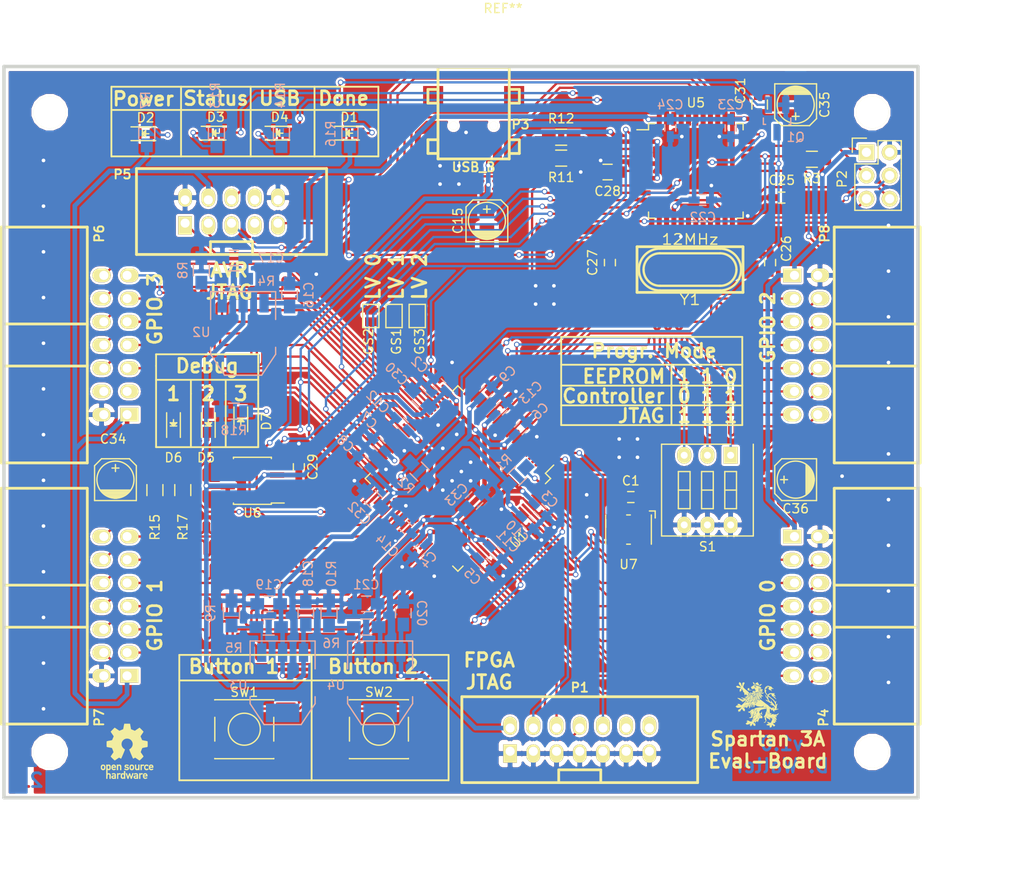
<source format=kicad_pcb>
(kicad_pcb (version 4) (host pcbnew 4.0.3-stable)
  (layers (0 F.Cu signal) (31 B.Cu signal) (34 B.Paste user) (35 F.Paste user) (36 B.SilkS user) (37 F.SilkS user) (38 B.Mask user) (39 F.Mask user) (44 Edge.Cuts user))
  (net 0 "")
  (net 1 GND)
  (net 2 "Net-(D1-Pad2)")
  (net 3 "Net-(P1-Pad10)")
  (net 4 "Net-(P1-Pad8)")
  (net 5 "Net-(P1-Pad4)")
  (net 6 "Net-(P1-Pad6)")
  (net 7 "Net-(D2-Pad2)")
  (net 8 "Net-(R5-Pad2)")
  (net 9 "Net-(R10-Pad1)")
  (net 10 /Microcontroller/V_USB)
  (net 11 "Net-(R4-Pad2)")
  (net 12 "Net-(C26-Pad1)")
  (net 13 "Net-(C27-Pad1)")
  (net 14 "Net-(C28-Pad1)")
  (net 15 "Net-(D3-Pad2)")
  (net 16 "Net-(D3-Pad1)")
  (net 17 "Net-(D4-Pad2)")
  (net 18 "Net-(D4-Pad1)")
  (net 19 /Microcontroller/MISO)
  (net 20 /Microcontroller/SCK)
  (net 21 /Microcontroller/MOSI)
  (net 22 "Net-(P5-Pad1)")
  (net 23 "Net-(P5-Pad3)")
  (net 24 "Net-(P5-Pad5)")
  (net 25 "Net-(P5-Pad9)")
  (net 26 "Net-(D1-Pad1)")
  (net 27 "Net-(GS1-Pad2)")
  (net 28 "Net-(GS2-Pad2)")
  (net 29 "Net-(GS3-Pad2)")
  (net 30 /Microcontroller/RESET)
  (net 31 "Net-(S1-Pad1)")
  (net 32 "Net-(S1-Pad2)")
  (net 33 "Net-(S1-Pad3)")
  (net 34 /Connections/BTN1)
  (net 35 /Connections/BTN2)
  (net 36 /Microcontroller/CS_FLASH)
  (net 37 /Microcontroller/CS_C)
  (net 38 /Microcontroller/CS_FPGA)
  (net 39 /Connections/GPIO01)
  (net 40 /Connections/GPIO02)
  (net 41 /Connections/GPIO03)
  (net 42 /Connections/GPIO04)
  (net 43 /Connections/GPIO05)
  (net 44 /Connections/GPIO06)
  (net 45 /Connections/GPIO07)
  (net 46 /Connections/GPIO08)
  (net 47 /Connections/GPIO09)
  (net 48 /Microcontroller/DONE)
  (net 49 /Microcontroller/INIT_B)
  (net 50 /Connections/LED2)
  (net 51 /Connections/LED1)
  (net 52 /Connections/LED3)
  (net 53 VCC)
  (net 54 VCC_AUX)
  (net 55 VCC_INT)
  (net 56 /Connections/GPIO31)
  (net 57 /Connections/GPIO32)
  (net 58 /Connections/GPIO33)
  (net 59 /Connections/GPIO34)
  (net 60 /Connections/GPIO35)
  (net 61 /Connections/GPIO36)
  (net 62 /Connections/GPIO11)
  (net 63 /Connections/GPIO12)
  (net 64 /Connections/GPIO13)
  (net 65 /Connections/GPIO14)
  (net 66 /Connections/GPIO15)
  (net 67 /Connections/GPIO16)
  (net 68 /Connections/GPIO17)
  (net 69 /Connections/GPIO18)
  (net 70 /Connections/GPIO19)
  (net 71 /Connections/GPIO21)
  (net 72 /Connections/GPIO22)
  (net 73 /Connections/GPIO23)
  (net 74 /Connections/GPIO24)
  (net 75 /Connections/GPIO25)
  (net 76 /Connections/GPIO26)
  (net 77 /Connections/GPIO27)
  (net 78 /Connections/GPIO28)
  (net 79 /Connections/GPIO29)
  (net 80 /Connections/GPIO210)
  (net 81 /Connections/GPIO211)
  (net 82 /Connections/GPIO212)
  (net 83 /Connections/GPIO012)
  (net 84 /Connections/GPIO011)
  (net 85 /Connections/GPIO38)
  (net 86 /Connections/GPIO37)
  (net 87 /Connections/GPIO39)
  (net 88 /Connections/GPIO310)
  (net 89 /Connections/GPIO111)
  (net 90 /Connections/GPIO112)
  (net 91 /Connections/GPIO110)
  (net 92 /Connections/GPIO010)
  (net 93 /Microcontroller/DC-)
  (net 94 /Microcontroller/DC+)
  (net 95 /Microcontroller/D+)
  (net 96 /Microcontroller/D-)
  (net 97 /Connections/C_IO1)
  (net 98 /Connections/C_IO3)
  (net 99 /Connections/C_IO2)
  (net 100 /Connections/C_IO4)
  (net 101 "Net-(D5-Pad1)")
  (net 102 "Net-(D6-Pad1)")
  (net 103 "Net-(D7-Pad1)")
  (net 104 "Net-(U1-Pad90)")
  (net 105 /Microcontroller/PROG_B)
  (module Capacitors_SMD:C_0805_HandSoldering (layer B.Cu) (at 133.736117 96.652117 135)
    (fp_text reference C30 (at 3.778944 0 135) (layer B.SilkS) (effects (justify mirror)))
    (fp_text value 1µF)
    (pad 1 smd rect (at -1.25 0 135) (size 1.5 1.25) (layers B.Cu B.Paste B.Mask) (net 53 VCC))
    (pad 2 smd rect (at 1.25 0 135) (size 1.5 1.25) (layers B.Cu B.Paste B.Mask) (net 1 GND))
  )
  (module Housings_QFP:TQFP-100_14x14mm_Pitch0.5mm (layer F.Cu) (at 137.795 105.41 225)
    (fp_text reference U1 (at 0 -9.45 225) (layer F.SilkS))
    (fp_text value XC3S50A/VQ100)
    (pad 1 smd rect (at -7.7 -6 225) (size 1.5 0.3) (layers F.Cu F.Paste F.Mask) (net 5 "Net-(P1-Pad4)"))
    (pad 2 smd rect (at -7.7 -5.5 225) (size 1.5 0.3) (layers F.Cu F.Paste F.Mask) (net 3 "Net-(P1-Pad10)"))
    (pad 3 smd rect (at -7.7 -5 225) (size 1.5 0.3) (layers F.Cu F.Paste F.Mask) (net 72 /Connections/GPIO22))
    (pad 4 smd rect (at -7.7 -4.5 225) (size 1.5 0.3) (layers F.Cu F.Paste F.Mask) (net 71 /Connections/GPIO21))
    (pad 5 smd rect (at -7.7 -4 225) (size 1.5 0.3) (layers F.Cu F.Paste F.Mask) (net 74 /Connections/GPIO24))
    (pad 6 smd rect (at -7.7 -3.5 225) (size 1.5 0.3) (layers F.Cu F.Paste F.Mask) (net 73 /Connections/GPIO23))
    (pad 7 smd rect (at -7.7 -3 225) (size 1.5 0.3) (layers F.Cu F.Paste F.Mask))
    (pad 8 smd rect (at -7.7 -2.5 225) (size 1.5 0.3) (layers F.Cu F.Paste F.Mask) (net 1 GND))
    (pad 9 smd rect (at -7.7 -2 225) (size 1.5 0.3) (layers F.Cu F.Paste F.Mask) (net 76 /Connections/GPIO26))
    (pad 10 smd rect (at -7.7 -1.5 225) (size 1.5 0.3) (layers F.Cu F.Paste F.Mask) (net 75 /Connections/GPIO25))
    (pad 11 smd rect (at -7.7 -1 225) (size 1.5 0.3) (layers F.Cu F.Paste F.Mask) (net 53 VCC))
    (pad 12 smd rect (at -7.7 -0.5 225) (size 1.5 0.3) (layers F.Cu F.Paste F.Mask) (net 78 /Connections/GPIO28))
    (pad 13 smd rect (at -7.7 0 225) (size 1.5 0.3) (layers F.Cu F.Paste F.Mask) (net 77 /Connections/GPIO27))
    (pad 14 smd rect (at -7.7 0.5 225) (size 1.5 0.3) (layers F.Cu F.Paste F.Mask) (net 1 GND))
    (pad 15 smd rect (at -7.7 1 225) (size 1.5 0.3) (layers F.Cu F.Paste F.Mask) (net 80 /Connections/GPIO210))
    (pad 16 smd rect (at -7.7 1.5 225) (size 1.5 0.3) (layers F.Cu F.Paste F.Mask) (net 79 /Connections/GPIO29))
    (pad 17 smd rect (at -7.7 2 225) (size 1.5 0.3) (layers F.Cu F.Paste F.Mask) (net 55 VCC_INT))
    (pad 18 smd rect (at -7.7 2.5 225) (size 1.5 0.3) (layers F.Cu F.Paste F.Mask) (net 1 GND))
    (pad 19 smd rect (at -7.7 3 225) (size 1.5 0.3) (layers F.Cu F.Paste F.Mask) (net 82 /Connections/GPIO212))
    (pad 20 smd rect (at -7.7 3.5 225) (size 1.5 0.3) (layers F.Cu F.Paste F.Mask) (net 81 /Connections/GPIO211))
    (pad 21 smd rect (at -7.7 4 225) (size 1.5 0.3) (layers F.Cu F.Paste F.Mask))
    (pad 22 smd rect (at -7.7 4.5 225) (size 1.5 0.3) (layers F.Cu F.Paste F.Mask) (net 54 VCC_AUX))
    (pad 23 smd rect (at -7.7 5 225) (size 1.5 0.3) (layers F.Cu F.Paste F.Mask) (net 32 "Net-(S1-Pad2)"))
    (pad 24 smd rect (at -7.7 5.5 225) (size 1.5 0.3) (layers F.Cu F.Paste F.Mask) (net 33 "Net-(S1-Pad3)"))
    (pad 25 smd rect (at -7.7 6 225) (size 1.5 0.3) (layers F.Cu F.Paste F.Mask) (net 31 "Net-(S1-Pad1)"))
    (pad 26 smd rect (at -6 7.7 315) (size 1.5 0.3) (layers F.Cu F.Paste F.Mask) (net 53 VCC))
    (pad 27 smd rect (at -5.5 7.7 315) (size 1.5 0.3) (layers F.Cu F.Paste F.Mask) (net 36 /Microcontroller/CS_FLASH))
    (pad 28 smd rect (at -5 7.7 315) (size 1.5 0.3) (layers F.Cu F.Paste F.Mask) (net 37 /Microcontroller/CS_C))
    (pad 29 smd rect (at -4.5 7.7 315) (size 1.5 0.3) (layers F.Cu F.Paste F.Mask) (net 29 "Net-(GS3-Pad2)"))
    (pad 30 smd rect (at -4 7.7 315) (size 1.5 0.3) (layers F.Cu F.Paste F.Mask) (net 27 "Net-(GS1-Pad2)"))
    (pad 31 smd rect (at -3.5 7.7 315) (size 1.5 0.3) (layers F.Cu F.Paste F.Mask) (net 28 "Net-(GS2-Pad2)"))
    (pad 32 smd rect (at -3 7.7 315) (size 1.5 0.3) (layers F.Cu F.Paste F.Mask) (net 57 /Connections/GPIO32))
    (pad 33 smd rect (at -2.5 7.7 315) (size 1.5 0.3) (layers F.Cu F.Paste F.Mask) (net 59 /Connections/GPIO34))
    (pad 34 smd rect (at -2 7.7 315) (size 1.5 0.3) (layers F.Cu F.Paste F.Mask) (net 56 /Connections/GPIO31))
    (pad 35 smd rect (at -1.5 7.7 315) (size 1.5 0.3) (layers F.Cu F.Paste F.Mask) (net 58 /Connections/GPIO33))
    (pad 36 smd rect (at -1 7.7 315) (size 1.5 0.3) (layers F.Cu F.Paste F.Mask) (net 61 /Connections/GPIO36))
    (pad 37 smd rect (at -0.5 7.7 315) (size 1.5 0.3) (layers F.Cu F.Paste F.Mask) (net 60 /Connections/GPIO35))
    (pad 38 smd rect (at 0 7.7 315) (size 1.5 0.3) (layers F.Cu F.Paste F.Mask) (net 55 VCC_INT))
    (pad 39 smd rect (at 0.5 7.7 315) (size 1.5 0.3) (layers F.Cu F.Paste F.Mask) (net 38 /Microcontroller/CS_FPGA))
    (pad 40 smd rect (at 1 7.7 315) (size 1.5 0.3) (layers F.Cu F.Paste F.Mask) (net 85 /Connections/GPIO38))
    (pad 41 smd rect (at 1.5 7.7 315) (size 1.5 0.3) (layers F.Cu F.Paste F.Mask) (net 86 /Connections/GPIO37))
    (pad 42 smd rect (at 2 7.7 315) (size 1.5 0.3) (layers F.Cu F.Paste F.Mask) (net 1 GND))
    (pad 43 smd rect (at 2.5 7.7 315) (size 1.5 0.3) (layers F.Cu F.Paste F.Mask) (net 88 /Connections/GPIO310))
    (pad 44 smd rect (at 3 7.7 315) (size 1.5 0.3) (layers F.Cu F.Paste F.Mask) (net 87 /Connections/GPIO39))
    (pad 45 smd rect (at 3.5 7.7 315) (size 1.5 0.3) (layers F.Cu F.Paste F.Mask) (net 53 VCC))
    (pad 46 smd rect (at 4 7.7 315) (size 1.5 0.3) (layers F.Cu F.Paste F.Mask) (net 21 /Microcontroller/MOSI))
    (pad 47 smd rect (at 4.5 7.7 315) (size 1.5 0.3) (layers F.Cu F.Paste F.Mask) (net 1 GND))
    (pad 48 smd rect (at 5 7.7 315) (size 1.5 0.3) (layers F.Cu F.Paste F.Mask) (net 49 /Microcontroller/INIT_B))
    (pad 49 smd rect (at 5.5 7.7 315) (size 1.5 0.3) (layers F.Cu F.Paste F.Mask) (net 51 /Connections/LED1))
    (pad 50 smd rect (at 6 7.7 315) (size 1.5 0.3) (layers F.Cu F.Paste F.Mask) (net 50 /Connections/LED2))
    (pad 51 smd rect (at 7.7 6 225) (size 1.5 0.3) (layers F.Cu F.Paste F.Mask) (net 19 /Microcontroller/MISO))
    (pad 52 smd rect (at 7.7 5.5 225) (size 1.5 0.3) (layers F.Cu F.Paste F.Mask) (net 52 /Connections/LED3))
    (pad 53 smd rect (at 7.7 5 225) (size 1.5 0.3) (layers F.Cu F.Paste F.Mask) (net 20 /Microcontroller/SCK))
    (pad 54 smd rect (at 7.7 4.5 225) (size 1.5 0.3) (layers F.Cu F.Paste F.Mask) (net 48 /Microcontroller/DONE))
    (pad 55 smd rect (at 7.7 4 225) (size 1.5 0.3) (layers F.Cu F.Paste F.Mask) (net 54 VCC_AUX))
    (pad 56 smd rect (at 7.7 3.5 225) (size 1.5 0.3) (layers F.Cu F.Paste F.Mask) (net 63 /Connections/GPIO12))
    (pad 57 smd rect (at 7.7 3 225) (size 1.5 0.3) (layers F.Cu F.Paste F.Mask) (net 62 /Connections/GPIO11))
    (pad 58 smd rect (at 7.7 2.5 225) (size 1.5 0.3) (layers F.Cu F.Paste F.Mask) (net 1 GND))
    (pad 59 smd rect (at 7.7 2 225) (size 1.5 0.3) (layers F.Cu F.Paste F.Mask) (net 65 /Connections/GPIO14))
    (pad 60 smd rect (at 7.7 1.5 225) (size 1.5 0.3) (layers F.Cu F.Paste F.Mask) (net 64 /Connections/GPIO13))
    (pad 61 smd rect (at 7.7 1 225) (size 1.5 0.3) (layers F.Cu F.Paste F.Mask) (net 67 /Connections/GPIO16))
    (pad 62 smd rect (at 7.7 0.5 225) (size 1.5 0.3) (layers F.Cu F.Paste F.Mask) (net 66 /Connections/GPIO15))
    (pad 63 smd rect (at 7.7 0 225) (size 1.5 0.3) (layers F.Cu F.Paste F.Mask) (net 1 GND))
    (pad 64 smd rect (at 7.7 -0.5 225) (size 1.5 0.3) (layers F.Cu F.Paste F.Mask) (net 69 /Connections/GPIO18))
    (pad 65 smd rect (at 7.7 -1 225) (size 1.5 0.3) (layers F.Cu F.Paste F.Mask) (net 68 /Connections/GPIO17))
    (pad 66 smd rect (at 7.7 -1.5 225) (size 1.5 0.3) (layers F.Cu F.Paste F.Mask) (net 55 VCC_INT))
    (pad 67 smd rect (at 7.7 -2 225) (size 1.5 0.3) (layers F.Cu F.Paste F.Mask) (net 53 VCC))
    (pad 68 smd rect (at 7.7 -2.5 225) (size 1.5 0.3) (layers F.Cu F.Paste F.Mask))
    (pad 69 smd rect (at 7.7 -3 225) (size 1.5 0.3) (layers F.Cu F.Paste F.Mask) (net 1 GND))
    (pad 70 smd rect (at 7.7 -3.5 225) (size 1.5 0.3) (layers F.Cu F.Paste F.Mask) (net 91 /Connections/GPIO110))
    (pad 71 smd rect (at 7.7 -4 225) (size 1.5 0.3) (layers F.Cu F.Paste F.Mask) (net 70 /Connections/GPIO19))
    (pad 72 smd rect (at 7.7 -4.5 225) (size 1.5 0.3) (layers F.Cu F.Paste F.Mask) (net 89 /Connections/GPIO111))
    (pad 73 smd rect (at 7.7 -5 225) (size 1.5 0.3) (layers F.Cu F.Paste F.Mask) (net 90 /Connections/GPIO112))
    (pad 74 smd rect (at 7.7 -5.5 225) (size 1.5 0.3) (layers F.Cu F.Paste F.Mask) (net 1 GND))
    (pad 75 smd rect (at 7.7 -6 225) (size 1.5 0.3) (layers F.Cu F.Paste F.Mask) (net 4 "Net-(P1-Pad8)"))
    (pad 76 smd rect (at 6 -7.7 315) (size 1.5 0.3) (layers F.Cu F.Paste F.Mask) (net 6 "Net-(P1-Pad6)"))
    (pad 77 smd rect (at 5.5 -7.7 315) (size 1.5 0.3) (layers F.Cu F.Paste F.Mask) (net 40 /Connections/GPIO02))
    (pad 78 smd rect (at 5 -7.7 315) (size 1.5 0.3) (layers F.Cu F.Paste F.Mask) (net 39 /Connections/GPIO01))
    (pad 79 smd rect (at 4.5 -7.7 315) (size 1.5 0.3) (layers F.Cu F.Paste F.Mask) (net 53 VCC))
    (pad 80 smd rect (at 4 -7.7 315) (size 1.5 0.3) (layers F.Cu F.Paste F.Mask) (net 1 GND))
    (pad 81 smd rect (at 3.5 -7.7 315) (size 1.5 0.3) (layers F.Cu F.Paste F.Mask) (net 55 VCC_INT))
    (pad 82 smd rect (at 3 -7.7 315) (size 1.5 0.3) (layers F.Cu F.Paste F.Mask) (net 35 /Connections/BTN2))
    (pad 83 smd rect (at 2.5 -7.7 315) (size 1.5 0.3) (layers F.Cu F.Paste F.Mask) (net 42 /Connections/GPIO04))
    (pad 84 smd rect (at 2 -7.7 315) (size 1.5 0.3) (layers F.Cu F.Paste F.Mask) (net 41 /Connections/GPIO03))
    (pad 85 smd rect (at 1.5 -7.7 315) (size 1.5 0.3) (layers F.Cu F.Paste F.Mask) (net 44 /Connections/GPIO06))
    (pad 86 smd rect (at 1 -7.7 315) (size 1.5 0.3) (layers F.Cu F.Paste F.Mask) (net 43 /Connections/GPIO05))
    (pad 87 smd rect (at 0.5 -7.7 315) (size 1.5 0.3) (layers F.Cu F.Paste F.Mask) (net 1 GND))
    (pad 88 smd rect (at 0 -7.7 315) (size 1.5 0.3) (layers F.Cu F.Paste F.Mask) (net 46 /Connections/GPIO08))
    (pad 89 smd rect (at -0.5 -7.7 315) (size 1.5 0.3) (layers F.Cu F.Paste F.Mask) (net 45 /Connections/GPIO07))
    (pad 90 smd rect (at -1 -7.7 315) (size 1.5 0.3) (layers F.Cu F.Paste F.Mask) (net 104 "Net-(U1-Pad90)"))
    (pad 91 smd rect (at -1.5 -7.7 315) (size 1.5 0.3) (layers F.Cu F.Paste F.Mask) (net 1 GND))
    (pad 92 smd rect (at -2 -7.7 315) (size 1.5 0.3) (layers F.Cu F.Paste F.Mask) (net 54 VCC_AUX))
    (pad 93 smd rect (at -2.5 -7.7 315) (size 1.5 0.3) (layers F.Cu F.Paste F.Mask) (net 92 /Connections/GPIO010))
    (pad 94 smd rect (at -3 -7.7 315) (size 1.5 0.3) (layers F.Cu F.Paste F.Mask) (net 47 /Connections/GPIO09))
    (pad 95 smd rect (at -3.5 -7.7 315) (size 1.5 0.3) (layers F.Cu F.Paste F.Mask) (net 1 GND))
    (pad 96 smd rect (at -4 -7.7 315) (size 1.5 0.3) (layers F.Cu F.Paste F.Mask) (net 53 VCC))
    (pad 97 smd rect (at -4.5 -7.7 315) (size 1.5 0.3) (layers F.Cu F.Paste F.Mask) (net 34 /Connections/BTN1))
    (pad 98 smd rect (at -5 -7.7 315) (size 1.5 0.3) (layers F.Cu F.Paste F.Mask) (net 83 /Connections/GPIO012))
    (pad 99 smd rect (at -5.5 -7.7 315) (size 1.5 0.3) (layers F.Cu F.Paste F.Mask) (net 84 /Connections/GPIO011))
    (pad 100 smd rect (at -6 -7.7 315) (size 1.5 0.3) (layers F.Cu F.Paste F.Mask) (net 105 /Microcontroller/PROG_B))
  )
  (module Housings_QFP:TQFP-44_10x10mm_Pitch0.8mm (layer F.Cu) (at 163.83 71.755)
    (fp_text reference U5 (at 0 -7.45) (layer F.SilkS))
    (fp_text value ATMEGA32U4RC-A)
    (pad 1 smd rect (at -5.7 -4) (size 1.5 0.55) (layers F.Cu F.Paste F.Mask) (net 36 /Microcontroller/CS_FLASH))
    (pad 2 smd rect (at -5.7 -3.2) (size 1.5 0.55) (layers F.Cu F.Paste F.Mask) (net 10 /Microcontroller/V_USB))
    (pad 3 smd rect (at -5.7 -2.4) (size 1.5 0.55) (layers F.Cu F.Paste F.Mask) (net 96 /Microcontroller/D-))
    (pad 4 smd rect (at -5.7 -1.6) (size 1.5 0.55) (layers F.Cu F.Paste F.Mask) (net 95 /Microcontroller/D+))
    (pad 5 smd rect (at -5.7 -0.8) (size 1.5 0.55) (layers F.Cu F.Paste F.Mask) (net 1 GND))
    (pad 6 smd rect (at -5.7 0) (size 1.5 0.55) (layers F.Cu F.Paste F.Mask) (net 14 "Net-(C28-Pad1)"))
    (pad 7 smd rect (at -5.7 0.8) (size 1.5 0.55) (layers F.Cu F.Paste F.Mask) (net 10 /Microcontroller/V_USB))
    (pad 8 smd rect (at -5.7 1.6) (size 1.5 0.55) (layers F.Cu F.Paste F.Mask) (net 37 /Microcontroller/CS_C))
    (pad 9 smd rect (at -5.7 2.4) (size 1.5 0.55) (layers F.Cu F.Paste F.Mask) (net 20 /Microcontroller/SCK))
    (pad 10 smd rect (at -5.7 3.2) (size 1.5 0.55) (layers F.Cu F.Paste F.Mask) (net 21 /Microcontroller/MOSI))
    (pad 11 smd rect (at -5.7 4) (size 1.5 0.55) (layers F.Cu F.Paste F.Mask) (net 19 /Microcontroller/MISO))
    (pad 12 smd rect (at -4 5.7 90) (size 1.5 0.55) (layers F.Cu F.Paste F.Mask))
    (pad 13 smd rect (at -3.2 5.7 90) (size 1.5 0.55) (layers F.Cu F.Paste F.Mask) (net 30 /Microcontroller/RESET))
    (pad 14 smd rect (at -2.4 5.7 90) (size 1.5 0.55) (layers F.Cu F.Paste F.Mask) (net 53 VCC))
    (pad 15 smd rect (at -1.6 5.7 90) (size 1.5 0.55) (layers F.Cu F.Paste F.Mask) (net 1 GND))
    (pad 16 smd rect (at -0.8 5.7 90) (size 1.5 0.55) (layers F.Cu F.Paste F.Mask) (net 13 "Net-(C27-Pad1)"))
    (pad 17 smd rect (at 0 5.7 90) (size 1.5 0.55) (layers F.Cu F.Paste F.Mask) (net 12 "Net-(C26-Pad1)"))
    (pad 18 smd rect (at 0.8 5.7 90) (size 1.5 0.55) (layers F.Cu F.Paste F.Mask) (net 99 /Connections/C_IO2))
    (pad 19 smd rect (at 1.6 5.7 90) (size 1.5 0.55) (layers F.Cu F.Paste F.Mask) (net 98 /Connections/C_IO3))
    (pad 20 smd rect (at 2.4 5.7 90) (size 1.5 0.55) (layers F.Cu F.Paste F.Mask))
    (pad 21 smd rect (at 3.2 5.7 90) (size 1.5 0.55) (layers F.Cu F.Paste F.Mask) (net 21 /Microcontroller/MOSI))
    (pad 22 smd rect (at 4 5.7 90) (size 1.5 0.55) (layers F.Cu F.Paste F.Mask) (net 20 /Microcontroller/SCK))
    (pad 23 smd rect (at 5.7 4) (size 1.5 0.55) (layers F.Cu F.Paste F.Mask) (net 1 GND))
    (pad 24 smd rect (at 5.7 3.2) (size 1.5 0.55) (layers F.Cu F.Paste F.Mask) (net 53 VCC))
    (pad 25 smd rect (at 5.7 2.4) (size 1.5 0.55) (layers F.Cu F.Paste F.Mask) (net 100 /Connections/C_IO4))
    (pad 26 smd rect (at 5.7 1.6) (size 1.5 0.55) (layers F.Cu F.Paste F.Mask))
    (pad 27 smd rect (at 5.7 0.8) (size 1.5 0.55) (layers F.Cu F.Paste F.Mask))
    (pad 28 smd rect (at 5.7 0) (size 1.5 0.55) (layers F.Cu F.Paste F.Mask) (net 105 /Microcontroller/PROG_B))
    (pad 29 smd rect (at 5.7 -0.8) (size 1.5 0.55) (layers F.Cu F.Paste F.Mask) (net 48 /Microcontroller/DONE))
    (pad 30 smd rect (at 5.7 -1.6) (size 1.5 0.55) (layers F.Cu F.Paste F.Mask) (net 49 /Microcontroller/INIT_B))
    (pad 31 smd rect (at 5.7 -2.4) (size 1.5 0.55) (layers F.Cu F.Paste F.Mask) (net 97 /Connections/C_IO1))
    (pad 32 smd rect (at 5.7 -3.2) (size 1.5 0.55) (layers F.Cu F.Paste F.Mask))
    (pad 33 smd rect (at 5.7 -4) (size 1.5 0.55) (layers F.Cu F.Paste F.Mask) (net 38 /Microcontroller/CS_FPGA))
    (pad 34 smd rect (at 4 -5.7 90) (size 1.5 0.55) (layers F.Cu F.Paste F.Mask) (net 53 VCC))
    (pad 35 smd rect (at 3.2 -5.7 90) (size 1.5 0.55) (layers F.Cu F.Paste F.Mask) (net 1 GND))
    (pad 36 smd rect (at 2.4 -5.7 90) (size 1.5 0.55) (layers F.Cu F.Paste F.Mask) (net 25 "Net-(P5-Pad9)"))
    (pad 37 smd rect (at 1.6 -5.7 90) (size 1.5 0.55) (layers F.Cu F.Paste F.Mask) (net 23 "Net-(P5-Pad3)"))
    (pad 38 smd rect (at 0.8 -5.7 90) (size 1.5 0.55) (layers F.Cu F.Paste F.Mask) (net 24 "Net-(P5-Pad5)"))
    (pad 39 smd rect (at 0 -5.7 90) (size 1.5 0.55) (layers F.Cu F.Paste F.Mask) (net 22 "Net-(P5-Pad1)"))
    (pad 40 smd rect (at -0.8 -5.7 90) (size 1.5 0.55) (layers F.Cu F.Paste F.Mask) (net 15 "Net-(D3-Pad2)"))
    (pad 41 smd rect (at -1.6 -5.7 90) (size 1.5 0.55) (layers F.Cu F.Paste F.Mask) (net 17 "Net-(D4-Pad2)"))
    (pad 42 smd rect (at -2.4 -5.7 90) (size 1.5 0.55) (layers F.Cu F.Paste F.Mask))
    (pad 43 smd rect (at -3.2 -5.7 90) (size 1.5 0.55) (layers F.Cu F.Paste F.Mask) (net 1 GND))
    (pad 44 smd rect (at -4 -5.7 90) (size 1.5 0.55) (layers F.Cu F.Paste F.Mask) (net 53 VCC))
  )
  (module w_conn_pc:conn_usb_B_mini_smd (layer F.Cu) (at 139.51966 65.4431 180)
    (fp_text reference P3 (at -5.13334 -1.2319 180) (layer F.SilkS) (effects (font (size 0.99822 0.99822) (thickness 0.19558))))
    (fp_text value USB_B (at 0 -5.90042 180) (layer F.SilkS) (effects (font (size 0.99822 0.99822) (thickness 0.19812))))
    (pad "" smd rect (at 4.42976 -3.6195 180) (size 2.1971 2.1971) (layers F.Cu F.Paste F.Mask))
    (pad 1 smd rect (at -1.59766 -3.8989 180) (size 0.49784 2.1971) (layers F.Cu F.Paste F.Mask) (net 10 /Microcontroller/V_USB))
    (pad 2 smd rect (at -0.79756 -3.8989 180) (size 0.49784 2.1971) (layers F.Cu F.Paste F.Mask) (net 93 /Microcontroller/DC-))
    (pad 3 smd rect (at 0 -3.8989 180) (size 0.49784 2.1971) (layers F.Cu F.Paste F.Mask) (net 94 /Microcontroller/DC+))
    (pad 4 smd rect (at 0.79756 -3.8989 180) (size 0.49784 2.1971) (layers F.Cu F.Paste F.Mask) (net 1 GND))
    (pad 5 smd rect (at 1.59766 -3.8989 180) (size 0.49784 2.1971) (layers F.Cu F.Paste F.Mask) (net 1 GND))
    (pad "" np_thru_hole circle (at -2.1971 -1.3716 180) (size 0.89916 0.89916) (drill 0.89916) (layers *.Cu *.Mask F.SilkS))
    (pad "" np_thru_hole circle (at 2.19964 -1.3716 180) (size 0.89916 0.89916) (drill 0.89916) (layers *.Cu *.Mask F.SilkS))
    (pad "" smd rect (at -4.42976 -3.6195 180) (size 2.1971 2.1971) (layers F.Cu F.Paste F.Mask))
    (pad "" smd rect (at -4.42976 1.8796 180) (size 2.1971 2.1971) (layers F.Cu F.Paste F.Mask))
    (pad "" smd rect (at 4.42976 1.8796 180) (size 2.1971 2.1971) (layers F.Cu F.Paste F.Mask))
  )
  (module Capacitors_SMD:C_0603_HandSoldering (layer B.Cu) (at 133.604 113.284 225)
    (fp_text reference C4 (at 0 -1.436841 225) (layer B.SilkS) (effects (justify mirror)))
    (fp_text value 100nF)
    (pad 1 smd rect (at -0.95 0 225) (size 1.2 0.75) (layers B.Cu B.Paste B.Mask) (net 53 VCC))
    (pad 2 smd rect (at 0.95 0 225) (size 1.2 0.75) (layers B.Cu B.Paste B.Mask) (net 1 GND))
  )
  (module w_conn_strip:vasch_strip_7x2 (layer F.Cu) (at 151.13 133.985)
    (fp_text reference P1 (at 0 -5.7) (layer F.SilkS) (effects (font (thickness 0.2032))))
    (fp_text value JTAG_FPGA hide)
    (pad 13 thru_hole oval (at 7.62 1.27) (size 1.5 2) (drill 1 (offset 0 0.25)) (layers *.Cu *.Mask F.SilkS) (net 1 GND))
    (pad 14 thru_hole oval (at 7.62 -1.27) (size 1.5 2) (drill 1 (offset 0 -0.25)) (layers *.Cu *.Mask F.SilkS))
    (pad 12 thru_hole oval (at 5.08 -1.27) (size 1.5 2) (drill 1 (offset 0 -0.25)) (layers *.Cu *.Mask F.SilkS))
    (pad 11 thru_hole oval (at 5.08 1.27) (size 1.5 2) (drill 1 (offset 0 0.25)) (layers *.Cu *.Mask F.SilkS) (net 1 GND))
    (pad 9 thru_hole oval (at 2.54 1.27) (size 1.5 2) (drill 1 (offset 0 0.25)) (layers *.Cu *.Mask F.SilkS) (net 1 GND))
    (pad 10 thru_hole oval (at 2.54 -1.27) (size 1.5 2) (drill 1 (offset 0 -0.25)) (layers *.Cu *.Mask F.SilkS) (net 3 "Net-(P1-Pad10)"))
    (pad 8 thru_hole oval (at 0 -1.27) (size 1.5 2) (drill 1 (offset 0 -0.25)) (layers *.Cu *.Mask F.SilkS) (net 4 "Net-(P1-Pad8)"))
    (pad 7 thru_hole oval (at 0 1.27) (size 1.5 2) (drill 1 (offset 0 0.25)) (layers *.Cu *.Mask F.SilkS) (net 1 GND))
    (pad 1 thru_hole rect (at -7.62 1.27) (size 1.5 2) (drill 1 (offset 0 0.25)) (layers *.Cu *.Mask F.SilkS) (net 1 GND))
    (pad 2 thru_hole oval (at -7.62 -1.27) (size 1.5 2) (drill 1 (offset 0 -0.25)) (layers *.Cu *.Mask F.SilkS) (net 54 VCC_AUX))
    (pad 3 thru_hole oval (at -5.08 1.27) (size 1.5 2) (drill 1 (offset 0 0.25)) (layers *.Cu *.Mask F.SilkS) (net 1 GND))
    (pad 4 thru_hole oval (at -5.08 -1.27) (size 1.5 2) (drill 1 (offset 0 -0.25)) (layers *.Cu *.Mask F.SilkS) (net 5 "Net-(P1-Pad4)"))
    (pad 5 thru_hole oval (at -2.54 1.27) (size 1.5 2) (drill 1 (offset 0 0.25)) (layers *.Cu *.Mask F.SilkS) (net 1 GND))
    (pad 6 thru_hole oval (at -2.54 -1.27) (size 1.5 2) (drill 1 (offset 0 -0.25)) (layers *.Cu *.Mask F.SilkS) (net 6 "Net-(P1-Pad6)"))
  )
  (module Housings_SOIC:SOIC-8_3.9x4.9mm_Pitch1.27mm (layer F.Cu) (at 115.316 105.664 180)
    (fp_text reference U6 (at 0 -3.5 180) (layer F.SilkS))
    (fp_text value M25P20)
    (pad 1 smd rect (at -2.7 -1.905 180) (size 1.55 0.6) (layers F.Cu F.Paste F.Mask) (net 36 /Microcontroller/CS_FLASH))
    (pad 2 smd rect (at -2.7 -0.635 180) (size 1.55 0.6) (layers F.Cu F.Paste F.Mask) (net 19 /Microcontroller/MISO))
    (pad 3 smd rect (at -2.7 0.635 180) (size 1.55 0.6) (layers F.Cu F.Paste F.Mask) (net 53 VCC))
    (pad 4 smd rect (at -2.7 1.905 180) (size 1.55 0.6) (layers F.Cu F.Paste F.Mask) (net 1 GND))
    (pad 5 smd rect (at 2.7 1.905 180) (size 1.55 0.6) (layers F.Cu F.Paste F.Mask) (net 21 /Microcontroller/MOSI))
    (pad 6 smd rect (at 2.7 0.635 180) (size 1.55 0.6) (layers F.Cu F.Paste F.Mask) (net 20 /Microcontroller/SCK))
    (pad 7 smd rect (at 2.7 -0.635 180) (size 1.55 0.6) (layers F.Cu F.Paste F.Mask) (net 53 VCC))
    (pad 8 smd rect (at 2.7 -1.905 180) (size 1.55 0.6) (layers F.Cu F.Paste F.Mask) (net 53 VCC))
  )
  (module Resistors_SMD:R_0805_HandSoldering (layer B.Cu) (at 127.762 121.666 180)
    (fp_text reference R6 (at 3.81 -1.778 180) (layer B.SilkS) (effects (justify mirror)))
    (fp_text value 240R)
    (pad 1 smd rect (at -1.35 0 180) (size 1.5 1.3) (layers B.Cu B.Paste B.Mask) (net 55 VCC_INT))
    (pad 2 smd rect (at 1.35 0 180) (size 1.5 1.3) (layers B.Cu B.Paste B.Mask) (net 9 "Net-(R10-Pad1)"))
  )
  (module LEDs:LED_0805 (layer F.Cu) (at 125.9205 67.6275)
    (fp_text reference D1 (at 0 -1.75) (layer F.SilkS))
    (fp_text value LED_DONE)
    (pad 2 smd rect (at 1.04902 0 180) (size 1.19888 1.19888) (layers F.Cu F.Paste F.Mask) (net 2 "Net-(D1-Pad2)"))
    (pad 1 smd rect (at -1.04902 0 180) (size 1.19888 1.19888) (layers F.Cu F.Paste F.Mask) (net 26 "Net-(D1-Pad1)"))
  )
  (module Capacitors_SMD:C_0603_HandSoldering (layer F.Cu) (at 156.718 107.442 180)
    (fp_text reference C1 (at 0 1.778 180) (layer F.SilkS))
    (fp_text value 100nF)
    (pad 1 smd rect (at -0.95 0 180) (size 1.2 0.75) (layers F.Cu F.Paste F.Mask) (net 53 VCC))
    (pad 2 smd rect (at 0.95 0 180) (size 1.2 0.75) (layers F.Cu F.Paste F.Mask) (net 1 GND))
  )
  (module Capacitors_SMD:C_0603_HandSoldering (layer B.Cu) (at 135.799751 95.159751 135)
    (fp_text reference C2 (at 3.105261 0 135) (layer B.SilkS) (effects (justify mirror)))
    (fp_text value 100nF)
    (pad 1 smd rect (at -0.95 0 135) (size 1.2 0.75) (layers B.Cu B.Paste B.Mask) (net 53 VCC))
    (pad 2 smd rect (at 0.95 0 135) (size 1.2 0.75) (layers B.Cu B.Paste B.Mask) (net 1 GND))
  )
  (module Capacitors_SMD:C_0603_HandSoldering (layer B.Cu) (at 146.812 108.839 315)
    (fp_text reference C3 (at -0.089803 -1.526644 315) (layer B.SilkS) (effects (justify mirror)))
    (fp_text value 100nF)
    (pad 1 smd rect (at -0.95 0 315) (size 1.2 0.75) (layers B.Cu B.Paste B.Mask) (net 53 VCC))
    (pad 2 smd rect (at 0.95 0 315) (size 1.2 0.75) (layers B.Cu B.Paste B.Mask) (net 1 GND))
  )
  (module Capacitors_SMD:C_0603_HandSoldering (layer B.Cu) (at 140.716 114.808 315)
    (fp_text reference C5 (at 0 1.9 315) (layer B.SilkS) (effects (justify mirror)))
    (fp_text value 100nF)
    (pad 1 smd rect (at -0.95 0 315) (size 1.2 0.75) (layers B.Cu B.Paste B.Mask) (net 53 VCC))
    (pad 2 smd rect (at 0.95 0 315) (size 1.2 0.75) (layers B.Cu B.Paste B.Mask) (net 1 GND))
  )
  (module Capacitors_SMD:C_0603_HandSoldering (layer B.Cu) (at 144.653 99.949 45)
    (fp_text reference C6 (at 2.873682 0.179605 45) (layer B.SilkS) (effects (justify mirror)))
    (fp_text value 100nF)
    (pad 1 smd rect (at -0.95 0 45) (size 1.2 0.75) (layers B.Cu B.Paste B.Mask) (net 53 VCC))
    (pad 2 smd rect (at 0.95 0 45) (size 1.2 0.75) (layers B.Cu B.Paste B.Mask) (net 1 GND))
  )
  (module Capacitors_SMD:C_0603_HandSoldering (layer B.Cu) (at 129.159 101.727 135)
    (fp_text reference C7 (at 2.694077 1.077631 135) (layer B.SilkS) (effects (justify mirror)))
    (fp_text value 100nF)
    (pad 1 smd rect (at -0.95 0 135) (size 1.2 0.75) (layers B.Cu B.Paste B.Mask) (net 53 VCC))
    (pad 2 smd rect (at 0.95 0 135) (size 1.2 0.75) (layers B.Cu B.Paste B.Mask) (net 1 GND))
  )
  (module Capacitors_SMD:C_0603_HandSoldering (layer B.Cu) (at 127.508 103.632 135)
    (fp_text reference C8 (at 2.873682 0 135) (layer B.SilkS) (effects (justify mirror)))
    (fp_text value 100nF)
    (pad 1 smd rect (at -0.95 0 135) (size 1.2 0.75) (layers B.Cu B.Paste B.Mask) (net 54 VCC_AUX))
    (pad 2 smd rect (at 0.95 0 135) (size 1.2 0.75) (layers B.Cu B.Paste B.Mask) (net 1 GND))
  )
  (module Capacitors_SMD:C_0603_HandSoldering (layer B.Cu) (at 140.843 96.012 45)
    (fp_text reference C9 (at 3.14309 0.269408 45) (layer B.SilkS) (effects (justify mirror)))
    (fp_text value 100nF)
    (pad 1 smd rect (at -0.95 0 45) (size 1.2 0.75) (layers B.Cu B.Paste B.Mask) (net 54 VCC_AUX))
    (pad 2 smd rect (at 0.95 0 45) (size 1.2 0.75) (layers B.Cu B.Paste B.Mask) (net 1 GND))
  )
  (module Capacitors_SMD:C_0603_HandSoldering (layer B.Cu) (at 145.415 110.236 315)
    (fp_text reference C10 (at -0.089803 1.526644 315) (layer B.SilkS) (effects (justify mirror)))
    (fp_text value 100nF)
    (pad 1 smd rect (at -0.95 0 315) (size 1.2 0.75) (layers B.Cu B.Paste B.Mask) (net 54 VCC_AUX))
    (pad 2 smd rect (at 0.95 0 315) (size 1.2 0.75) (layers B.Cu B.Paste B.Mask) (net 1 GND))
  )
  (module Capacitors_SMD:C_0603_HandSoldering (layer B.Cu) (at 141.986 113.538 315)
    (fp_text reference C11 (at 0 -1.796051 315) (layer B.SilkS) (effects (justify mirror)))
    (fp_text value 100nF)
    (pad 1 smd rect (at -0.95 0 315) (size 1.2 0.75) (layers B.Cu B.Paste B.Mask) (net 55 VCC_INT))
    (pad 2 smd rect (at 0.95 0 315) (size 1.2 0.75) (layers B.Cu B.Paste B.Mask) (net 1 GND))
  )
  (module Capacitors_SMD:C_0603_HandSoldering (layer B.Cu) (at 131.699 99.441 135)
    (fp_text reference C12 (at 3.592102 -0.179605 135) (layer B.SilkS) (effects (justify mirror)))
    (fp_text value 100nF)
    (pad 1 smd rect (at -0.95 0 135) (size 1.2 0.75) (layers B.Cu B.Paste B.Mask) (net 55 VCC_INT))
    (pad 2 smd rect (at 0.95 0 135) (size 1.2 0.75) (layers B.Cu B.Paste B.Mask) (net 1 GND))
  )
  (module Capacitors_SMD:C_0603_HandSoldering (layer B.Cu) (at 142.494 97.79 45)
    (fp_text reference C13 (at 3.592102 1.077631 45) (layer B.SilkS) (effects (justify mirror)))
    (fp_text value 100nF)
    (pad 1 smd rect (at -0.95 0 45) (size 1.2 0.75) (layers B.Cu B.Paste B.Mask) (net 55 VCC_INT))
    (pad 2 smd rect (at 0.95 0 45) (size 1.2 0.75) (layers B.Cu B.Paste B.Mask) (net 1 GND))
  )
  (module LEDs:LED_0805 (layer F.Cu) (at 103.632 67.691)
    (fp_text reference D2 (at 0 -1.75) (layer F.SilkS))
    (fp_text value LED_PWR)
    (pad 2 smd rect (at 1.04902 0 180) (size 1.19888 1.19888) (layers F.Cu F.Paste F.Mask) (net 7 "Net-(D2-Pad2)"))
    (pad 1 smd rect (at -1.04902 0 180) (size 1.19888 1.19888) (layers F.Cu F.Paste F.Mask) (net 1 GND))
  )
  (module Resistors_SMD:R_0805_HandSoldering (layer B.Cu) (at 113.284 83.566 180)
    (fp_text reference R4 (at -3.556 -0.254 180) (layer B.SilkS) (effects (justify mirror)))
    (fp_text value 240)
    (pad 1 smd rect (at -1.35 0 180) (size 1.5 1.3) (layers B.Cu B.Paste B.Mask) (net 53 VCC))
    (pad 2 smd rect (at 1.35 0 180) (size 1.5 1.3) (layers B.Cu B.Paste B.Mask) (net 11 "Net-(R4-Pad2)"))
  )
  (module Resistors_SMD:R_0805_HandSoldering (layer B.Cu) (at 117.094 121.666 180)
    (fp_text reference R5 (at 3.81 -2.286 180) (layer B.SilkS) (effects (justify mirror)))
    (fp_text value 240R)
    (pad 1 smd rect (at -1.35 0 180) (size 1.5 1.3) (layers B.Cu B.Paste B.Mask) (net 54 VCC_AUX))
    (pad 2 smd rect (at 1.35 0 180) (size 1.5 1.3) (layers B.Cu B.Paste B.Mask) (net 8 "Net-(R5-Pad2)"))
  )
  (module Resistors_SMD:R_0805_HandSoldering (layer B.Cu) (at 103.759 67.611 90)
    (fp_text reference R7 (at 3.603 -0.127 90) (layer B.SilkS) (effects (justify mirror)))
    (fp_text value 100R)
    (pad 1 smd rect (at -1.35 0 90) (size 1.5 1.3) (layers B.Cu B.Paste B.Mask) (net 53 VCC))
    (pad 2 smd rect (at 1.35 0 90) (size 1.5 1.3) (layers B.Cu B.Paste B.Mask) (net 7 "Net-(D2-Pad2)"))
  )
  (module Resistors_SMD:R_0805_HandSoldering (layer B.Cu) (at 109.728 82.63 90)
    (fp_text reference R8 (at 0 -2.032 90) (layer B.SilkS) (effects (justify mirror)))
    (fp_text value 390)
    (pad 1 smd rect (at -1.35 0 90) (size 1.5 1.3) (layers B.Cu B.Paste B.Mask) (net 11 "Net-(R4-Pad2)"))
    (pad 2 smd rect (at 1.35 0 90) (size 1.5 1.3) (layers B.Cu B.Paste B.Mask) (net 1 GND))
  )
  (module Resistors_SMD:R_0805_HandSoldering (layer B.Cu) (at 113.03 120.142 90)
    (fp_text reference R9 (at 0 -2.286 90) (layer B.SilkS) (effects (justify mirror)))
    (fp_text value 390R)
    (pad 1 smd rect (at -1.35 0 90) (size 1.5 1.3) (layers B.Cu B.Paste B.Mask) (net 8 "Net-(R5-Pad2)"))
    (pad 2 smd rect (at 1.35 0 90) (size 1.5 1.3) (layers B.Cu B.Paste B.Mask) (net 1 GND))
  )
  (module TO_SOT_Packages_SMD:SOT-223 (layer B.Cu) (at 114.3 89.535)
    (fp_text reference U2 (at -4.572 -0.127) (layer B.SilkS) (effects (justify mirror)))
    (fp_text value LM317_SOT223)
    (pad 4 smd rect (at 0 3.302) (size 3.6576 2.032) (layers B.Cu B.Paste B.Mask))
    (pad 2 smd rect (at 0 -3.302) (size 1.016 2.032) (layers B.Cu B.Paste B.Mask) (net 53 VCC))
    (pad 3 smd rect (at 2.286 -3.302) (size 1.016 2.032) (layers B.Cu B.Paste B.Mask) (net 10 /Microcontroller/V_USB))
    (pad 1 smd rect (at -2.286 -3.302) (size 1.016 2.032) (layers B.Cu B.Paste B.Mask) (net 11 "Net-(R4-Pad2)"))
  )
  (module TO_SOT_Packages_SMD:SOT-223 (layer B.Cu) (at 118.618 127.762)
    (fp_text reference U3 (at -4.826 0.254) (layer B.SilkS) (effects (justify mirror)))
    (fp_text value LM317_SOT223)
    (pad 4 smd rect (at 0 3.302) (size 3.6576 2.032) (layers B.Cu B.Paste B.Mask))
    (pad 2 smd rect (at 0 -3.302) (size 1.016 2.032) (layers B.Cu B.Paste B.Mask) (net 54 VCC_AUX))
    (pad 3 smd rect (at 2.286 -3.302) (size 1.016 2.032) (layers B.Cu B.Paste B.Mask) (net 53 VCC))
    (pad 1 smd rect (at -2.286 -3.302) (size 1.016 2.032) (layers B.Cu B.Paste B.Mask) (net 8 "Net-(R5-Pad2)"))
  )
  (module TO_SOT_Packages_SMD:SOT-223 (layer B.Cu) (at 129.286 127.762)
    (fp_text reference U4 (at -4.826 0.254) (layer B.SilkS) (effects (justify mirror)))
    (fp_text value LM317_SOT223)
    (pad 4 smd rect (at 0 3.302) (size 3.6576 2.032) (layers B.Cu B.Paste B.Mask))
    (pad 2 smd rect (at 0 -3.302) (size 1.016 2.032) (layers B.Cu B.Paste B.Mask) (net 55 VCC_INT))
    (pad 3 smd rect (at 2.286 -3.302) (size 1.016 2.032) (layers B.Cu B.Paste B.Mask) (net 54 VCC_AUX))
    (pad 1 smd rect (at -2.286 -3.302) (size 1.016 2.032) (layers B.Cu B.Paste B.Mask) (net 9 "Net-(R10-Pad1)"))
  )
  (module Resistors_SMD:R_0805_HandSoldering (layer B.Cu) (at 123.698 120.142 90)
    (fp_text reference R10 (at 4.318 0.254 90) (layer B.SilkS) (effects (justify mirror)))
    (fp_text value 10R)
    (pad 1 smd rect (at -1.35 0 90) (size 1.5 1.3) (layers B.Cu B.Paste B.Mask) (net 9 "Net-(R10-Pad1)"))
    (pad 2 smd rect (at 1.35 0 90) (size 1.5 1.3) (layers B.Cu B.Paste B.Mask) (net 1 GND))
  )
  (module Capacitors_SMD:C_0603_HandSoldering (layer B.Cu) (at 132.08 110.744 135)
    (fp_text reference C14 (at 0 -2.873682 135) (layer B.SilkS) (effects (justify mirror)))
    (fp_text value 100nF)
    (pad 1 smd rect (at -0.95 0 135) (size 1.2 0.75) (layers B.Cu B.Paste B.Mask) (net 55 VCC_INT))
    (pad 2 smd rect (at 0.95 0 135) (size 1.2 0.75) (layers B.Cu B.Paste B.Mask) (net 1 GND))
  )
  (module Capacitors_SMD:C_0805_HandSoldering (layer B.Cu) (at 119.38 85.344 90)
    (fp_text reference C16 (at 0 2.1 90) (layer B.SilkS) (effects (justify mirror)))
    (fp_text value 100nF)
    (pad 1 smd rect (at -1.25 0 90) (size 1.5 1.25) (layers B.Cu B.Paste B.Mask) (net 10 /Microcontroller/V_USB))
    (pad 2 smd rect (at 1.25 0 90) (size 1.5 1.25) (layers B.Cu B.Paste B.Mask) (net 1 GND))
  )
  (module Capacitors_SMD:C_0805_HandSoldering (layer B.Cu) (at 121.158 120.142 90)
    (fp_text reference C18 (at 4.318 0.254 90) (layer B.SilkS) (effects (justify mirror)))
    (fp_text value 100nF)
    (pad 1 smd rect (at -1.25 0 90) (size 1.5 1.25) (layers B.Cu B.Paste B.Mask) (net 53 VCC))
    (pad 2 smd rect (at 1.25 0 90) (size 1.5 1.25) (layers B.Cu B.Paste B.Mask) (net 1 GND))
  )
  (module Capacitors_SMD:C_0805_HandSoldering (layer B.Cu) (at 131.826 120.142 90)
    (fp_text reference C20 (at 0 2.1 90) (layer B.SilkS) (effects (justify mirror)))
    (fp_text value 100nF)
    (pad 1 smd rect (at -1.25 0 90) (size 1.5 1.25) (layers B.Cu B.Paste B.Mask) (net 54 VCC_AUX))
    (pad 2 smd rect (at 1.25 0 90) (size 1.5 1.25) (layers B.Cu B.Paste B.Mask) (net 1 GND))
  )
  (module Capacitors_SMD:C_0603_HandSoldering (layer B.Cu) (at 164.592 74.93)
    (fp_text reference C22 (at 0 1.9) (layer B.SilkS) (effects (justify mirror)))
    (fp_text value 100nF)
    (pad 1 smd rect (at -0.95 0) (size 1.2 0.75) (layers B.Cu B.Paste B.Mask) (net 53 VCC))
    (pad 2 smd rect (at 0.95 0) (size 1.2 0.75) (layers B.Cu B.Paste B.Mask) (net 1 GND))
  )
  (module Capacitors_SMD:C_0805_HandSoldering (layer F.Cu) (at 154.178 71.882 180)
    (fp_text reference C28 (at 0 -2.1 180) (layer F.SilkS))
    (fp_text value 1µF)
    (pad 1 smd rect (at -1.25 0 180) (size 1.5 1.25) (layers F.Cu F.Paste F.Mask) (net 14 "Net-(C28-Pad1)"))
    (pad 2 smd rect (at 1.25 0 180) (size 1.5 1.25) (layers F.Cu F.Paste F.Mask) (net 1 GND))
  )
  (module LEDs:LED_0805 (layer F.Cu) (at 111.3155 67.6275)
    (fp_text reference D3 (at 0 -1.75) (layer F.SilkS))
    (fp_text value LED_STATUS)
    (pad 2 smd rect (at 1.04902 0 180) (size 1.19888 1.19888) (layers F.Cu F.Paste F.Mask) (net 15 "Net-(D3-Pad2)"))
    (pad 1 smd rect (at -1.04902 0 180) (size 1.19888 1.19888) (layers F.Cu F.Paste F.Mask) (net 16 "Net-(D3-Pad1)"))
  )
  (module LEDs:LED_0805 (layer F.Cu) (at 118.3005 67.6275)
    (fp_text reference D4 (at 0 -1.75) (layer F.SilkS))
    (fp_text value LED_USB)
    (pad 2 smd rect (at 1.04902 0 180) (size 1.19888 1.19888) (layers F.Cu F.Paste F.Mask) (net 17 "Net-(D4-Pad2)"))
    (pad 1 smd rect (at -1.04902 0 180) (size 1.19888 1.19888) (layers F.Cu F.Paste F.Mask) (net 18 "Net-(D4-Pad1)"))
  )
  (module LEDs:LED_0805 (layer F.Cu) (at 110.49 99.314 90)
    (fp_text reference D5 (at -3.81 -0.254 180) (layer F.SilkS))
    (fp_text value LED)
    (pad 2 smd rect (at 1.04902 0 270) (size 1.19888 1.19888) (layers F.Cu F.Paste F.Mask) (net 50 /Connections/LED2))
    (pad 1 smd rect (at -1.04902 0 270) (size 1.19888 1.19888) (layers F.Cu F.Paste F.Mask) (net 101 "Net-(D5-Pad1)"))
  )
  (module Connect:GS2 (layer F.Cu) (at 130.81 87.63)
    (fp_text reference GS1 (at 0.254 2.794 90) (layer F.SilkS))
    (fp_text value VS)
    (pad 1 smd rect (at 0 -0.635) (size 1.27 0.9652) (layers F.Cu F.Paste F.Mask) (net 1 GND))
    (pad 2 smd rect (at 0 0.635) (size 1.27 0.9652) (layers F.Cu F.Paste F.Mask) (net 27 "Net-(GS1-Pad2)"))
  )
  (module Connect:GS2 (layer F.Cu) (at 128.27 87.63)
    (fp_text reference GS2 (at -0.254 2.794 90) (layer F.SilkS))
    (fp_text value VS)
    (pad 1 smd rect (at 0 -0.635) (size 1.27 0.9652) (layers F.Cu F.Paste F.Mask) (net 1 GND))
    (pad 2 smd rect (at 0 0.635) (size 1.27 0.9652) (layers F.Cu F.Paste F.Mask) (net 28 "Net-(GS2-Pad2)"))
  )
  (module Connect:GS2 (layer F.Cu) (at 133.35 87.63)
    (fp_text reference GS3 (at 0.254 2.794 90) (layer F.SilkS))
    (fp_text value VS)
    (pad 1 smd rect (at 0 -0.635) (size 1.27 0.9652) (layers F.Cu F.Paste F.Mask) (net 1 GND))
    (pad 2 smd rect (at 0 0.635) (size 1.27 0.9652) (layers F.Cu F.Paste F.Mask) (net 29 "Net-(GS3-Pad2)"))
  )
  (module Resistors_SMD:R_0805_HandSoldering (layer F.Cu) (at 149.098 70.358 180)
    (fp_text reference R11 (at 0 -2.1 180) (layer F.SilkS))
    (fp_text value 22R)
    (pad 1 smd rect (at -1.35 0 180) (size 1.5 1.3) (layers F.Cu F.Paste F.Mask) (net 95 /Microcontroller/D+))
    (pad 2 smd rect (at 1.35 0 180) (size 1.5 1.3) (layers F.Cu F.Paste F.Mask) (net 94 /Microcontroller/DC+))
  )
  (module Resistors_SMD:R_0805_HandSoldering (layer F.Cu) (at 149.098 68.072 180)
    (fp_text reference R12 (at 0 2.032 180) (layer F.SilkS))
    (fp_text value 22R)
    (pad 1 smd rect (at -1.35 0 180) (size 1.5 1.3) (layers F.Cu F.Paste F.Mask) (net 96 /Microcontroller/D-))
    (pad 2 smd rect (at 1.35 0 180) (size 1.5 1.3) (layers F.Cu F.Paste F.Mask) (net 93 /Microcontroller/DC-))
  )
  (module Resistors_SMD:R_0805_HandSoldering (layer B.Cu) (at 111.379 67.691 90)
    (fp_text reference R13 (at 4.191 -0.127 90) (layer B.SilkS) (effects (justify mirror)))
    (fp_text value 100R)
    (pad 1 smd rect (at -1.35 0 90) (size 1.5 1.3) (layers B.Cu B.Paste B.Mask) (net 16 "Net-(D3-Pad1)"))
    (pad 2 smd rect (at 1.35 0 90) (size 1.5 1.3) (layers B.Cu B.Paste B.Mask) (net 1 GND))
  )
  (module Resistors_SMD:R_0805_HandSoldering (layer B.Cu) (at 118.491 67.691 90)
    (fp_text reference R14 (at 4.191 -0.127 90) (layer B.SilkS) (effects (justify mirror)))
    (fp_text value 100R)
    (pad 1 smd rect (at -1.35 0 90) (size 1.5 1.3) (layers B.Cu B.Paste B.Mask) (net 18 "Net-(D4-Pad1)"))
    (pad 2 smd rect (at 1.35 0 90) (size 1.5 1.3) (layers B.Cu B.Paste B.Mask) (net 1 GND))
  )
  (module Resistors_SMD:R_0805_HandSoldering (layer F.Cu) (at 104.648 106.68 90)
    (fp_text reference R15 (at -4.064 0 90) (layer F.SilkS))
    (fp_text value 100R)
    (pad 1 smd rect (at -1.35 0 90) (size 1.5 1.3) (layers F.Cu F.Paste F.Mask) (net 1 GND))
    (pad 2 smd rect (at 1.35 0 90) (size 1.5 1.3) (layers F.Cu F.Paste F.Mask) (net 102 "Net-(D6-Pad1)"))
  )
  (module LEDs:LED_0805 (layer F.Cu) (at 106.68 99.314 90)
    (fp_text reference D6 (at -3.81 0 180) (layer F.SilkS))
    (fp_text value LED)
    (pad 2 smd rect (at 1.04902 0 270) (size 1.19888 1.19888) (layers F.Cu F.Paste F.Mask) (net 51 /Connections/LED1))
    (pad 1 smd rect (at -1.04902 0 270) (size 1.19888 1.19888) (layers F.Cu F.Paste F.Mask) (net 102 "Net-(D6-Pad1)"))
  )
  (module LEDs:LED_0805 (layer F.Cu) (at 114.046 99.187 270)
    (fp_text reference D7 (at 0 -2.794 270) (layer F.SilkS))
    (fp_text value LED)
    (pad 2 smd rect (at 1.04902 0 90) (size 1.19888 1.19888) (layers F.Cu F.Paste F.Mask) (net 52 /Connections/LED3))
    (pad 1 smd rect (at -1.04902 0 90) (size 1.19888 1.19888) (layers F.Cu F.Paste F.Mask) (net 103 "Net-(D7-Pad1)"))
  )
  (module TO_SOT_Packages_SMD:SOT-23_Handsoldering (layer B.Cu) (at 172.72 66.01714)
    (fp_text reference Q1 (at 2.032 2.05486) (layer B.SilkS) (effects (justify mirror)))
    (fp_text value Q_NMOS_DSG)
    (pad 1 smd rect (at -0.95 -1.50114) (size 0.8001 1.80086) (layers B.Cu B.Paste B.Mask) (net 26 "Net-(D1-Pad1)"))
    (pad 2 smd rect (at 0.95 -1.50114) (size 0.8001 1.80086) (layers B.Cu B.Paste B.Mask) (net 1 GND))
    (pad 3 smd rect (at 0 1.50114) (size 0.8001 1.80086) (layers B.Cu B.Paste B.Mask) (net 48 /Microcontroller/DONE))
  )
  (module Resistors_SMD:R_0805_HandSoldering (layer F.Cu) (at 107.696 106.68 90)
    (fp_text reference R17 (at -4.064 0 90) (layer F.SilkS))
    (fp_text value 100R)
    (pad 1 smd rect (at -1.35 0 90) (size 1.5 1.3) (layers F.Cu F.Paste F.Mask) (net 1 GND))
    (pad 2 smd rect (at 1.35 0 90) (size 1.5 1.3) (layers F.Cu F.Paste F.Mask) (net 101 "Net-(D5-Pad1)"))
  )
  (module Resistors_SMD:R_0805_HandSoldering (layer B.Cu) (at 113.284 98.044)
    (fp_text reference R18 (at 0 2.1) (layer B.SilkS) (effects (justify mirror)))
    (fp_text value 100R)
    (pad 1 smd rect (at -1.35 0) (size 1.5 1.3) (layers B.Cu B.Paste B.Mask) (net 1 GND))
    (pad 2 smd rect (at 1.35 0) (size 1.5 1.3) (layers B.Cu B.Paste B.Mask) (net 103 "Net-(D7-Pad1)"))
  )
  (module Buttons_Switches_ThroughHole:SW_DIP_x3_Slide (layer F.Cu) (at 167.64 102.87 180)
    (fp_text reference S1 (at 2.52 -10 180) (layer F.SilkS))
    (fp_text value MO)
    (pad 1 thru_hole rect (at 0 0 180) (size 1.524 1.824) (drill 0.762) (layers *.Cu *.Mask F.SilkS) (net 31 "Net-(S1-Pad1)"))
    (pad 6 thru_hole oval (at 0 -7.62 180) (size 1.524 1.824) (drill 0.762) (layers *.Cu *.Mask F.SilkS) (net 1 GND))
    (pad 2 thru_hole oval (at 2.54 0 180) (size 1.524 1.824) (drill 0.762) (layers *.Cu *.Mask F.SilkS) (net 32 "Net-(S1-Pad2)"))
    (pad 5 thru_hole oval (at 2.54 -7.62 180) (size 1.524 1.824) (drill 0.762) (layers *.Cu *.Mask F.SilkS) (net 1 GND))
    (pad 3 thru_hole oval (at 5.08 0 180) (size 1.524 1.824) (drill 0.762) (layers *.Cu *.Mask F.SilkS) (net 33 "Net-(S1-Pad3)"))
    (pad 4 thru_hole oval (at 5.08 -7.62 180) (size 1.524 1.824) (drill 0.762) (layers *.Cu *.Mask F.SilkS) (net 1 GND))
  )
  (module w_conn_strip:vasch_strip_5x2 (layer F.Cu) (at 113.03 76.2)
    (fp_text reference P5 (at -11.938 -4.064) (layer F.SilkS) (effects (font (thickness 0.2032))))
    (fp_text value JTAG hide)
    (pad 9 thru_hole oval (at 5.08 1.27) (size 1.5 2) (drill 1 (offset 0 0.25)) (layers *.Cu *.Mask F.SilkS) (net 25 "Net-(P5-Pad9)"))
    (pad 10 thru_hole oval (at 5.08 -1.27) (size 1.5 2) (drill 1 (offset 0 -0.25)) (layers *.Cu *.Mask F.SilkS) (net 1 GND))
    (pad 8 thru_hole oval (at 2.54 -1.27) (size 1.5 2) (drill 1 (offset 0 -0.25)) (layers *.Cu *.Mask F.SilkS))
    (pad 7 thru_hole oval (at 2.54 1.27) (size 1.5 2) (drill 1 (offset 0 0.25)) (layers *.Cu *.Mask F.SilkS))
    (pad 1 thru_hole rect (at -5.08 1.27) (size 1.5 2) (drill 1 (offset 0 0.25)) (layers *.Cu *.Mask F.SilkS) (net 22 "Net-(P5-Pad1)"))
    (pad 2 thru_hole oval (at -5.08 -1.27) (size 1.5 2) (drill 1 (offset 0 -0.25)) (layers *.Cu *.Mask F.SilkS) (net 1 GND))
    (pad 3 thru_hole oval (at -2.54 1.27) (size 1.5 2) (drill 1 (offset 0 0.25)) (layers *.Cu *.Mask F.SilkS) (net 23 "Net-(P5-Pad3)"))
    (pad 4 thru_hole oval (at -2.54 -1.27) (size 1.5 2) (drill 1 (offset 0 -0.25)) (layers *.Cu *.Mask F.SilkS) (net 53 VCC))
    (pad 5 thru_hole oval (at 0 1.27) (size 1.5 2) (drill 1 (offset 0 0.25)) (layers *.Cu *.Mask F.SilkS) (net 24 "Net-(P5-Pad5)"))
    (pad 6 thru_hole oval (at 0 -1.27) (size 1.5 2) (drill 1 (offset 0 -0.25)) (layers *.Cu *.Mask F.SilkS) (net 30 /Microcontroller/RESET))
  )
  (module w_conn_strip:vasch_strip_7x2_90 (layer F.Cu) (at 95.25 90.805 90)
    (fp_text reference P6 (at 12.192 3.302 90) (layer F.SilkS) (effects (font (thickness 0.2032))))
    (fp_text value CONN_02X07 hide)
    (pad 13 thru_hole oval (at 7.62 6.35 90) (size 1.5 2) (drill 1 (offset 0 0.25)) (layers *.Cu *.Mask F.SilkS) (net 56 /Connections/GPIO31))
    (pad 14 thru_hole oval (at 7.62 3.81 90) (size 1.5 2) (drill 1 (offset 0 -0.25)) (layers *.Cu *.Mask F.SilkS) (net 57 /Connections/GPIO32))
    (pad 12 thru_hole oval (at 5.08 3.81 90) (size 1.5 2) (drill 1 (offset 0 -0.25)) (layers *.Cu *.Mask F.SilkS) (net 59 /Connections/GPIO34))
    (pad 11 thru_hole oval (at 5.08 6.35 90) (size 1.5 2) (drill 1 (offset 0 0.25)) (layers *.Cu *.Mask F.SilkS) (net 58 /Connections/GPIO33))
    (pad 9 thru_hole oval (at 2.54 6.35 90) (size 1.5 2) (drill 1 (offset 0 0.25)) (layers *.Cu *.Mask F.SilkS) (net 60 /Connections/GPIO35))
    (pad 10 thru_hole oval (at 2.54 3.81 90) (size 1.5 2) (drill 1 (offset 0 -0.25)) (layers *.Cu *.Mask F.SilkS) (net 61 /Connections/GPIO36))
    (pad 8 thru_hole oval (at 0 3.81 90) (size 1.5 2) (drill 1 (offset 0 -0.25)) (layers *.Cu *.Mask F.SilkS) (net 85 /Connections/GPIO38))
    (pad 7 thru_hole oval (at 0 6.35 90) (size 1.5 2) (drill 1 (offset 0 0.25)) (layers *.Cu *.Mask F.SilkS) (net 86 /Connections/GPIO37))
    (pad 1 thru_hole rect (at -7.62 6.35 90) (size 1.5 2) (drill 1 (offset 0 0.25)) (layers *.Cu *.Mask F.SilkS) (net 53 VCC))
    (pad 2 thru_hole oval (at -7.62 3.81 90) (size 1.5 2) (drill 1 (offset 0 -0.25)) (layers *.Cu *.Mask F.SilkS) (net 1 GND))
    (pad 3 thru_hole oval (at -5.08 6.35 90) (size 1.5 2) (drill 1 (offset 0 0.25)) (layers *.Cu *.Mask F.SilkS))
    (pad 4 thru_hole oval (at -5.08 3.81 90) (size 1.5 2) (drill 1 (offset 0 -0.25)) (layers *.Cu *.Mask F.SilkS))
    (pad 5 thru_hole oval (at -2.54 6.35 90) (size 1.5 2) (drill 1 (offset 0 0.25)) (layers *.Cu *.Mask F.SilkS) (net 87 /Connections/GPIO39))
    (pad 6 thru_hole oval (at -2.54 3.81 90) (size 1.5 2) (drill 1 (offset 0 -0.25)) (layers *.Cu *.Mask F.SilkS) (net 88 /Connections/GPIO310))
  )
  (module w_conn_strip:vasch_strip_7x2_90 (layer F.Cu) (at 95.25 119.38 90)
    (fp_text reference P7 (at -12.192 3.302 90) (layer F.SilkS) (effects (font (thickness 0.2032))))
    (fp_text value CONN_02X07 hide)
    (pad 13 thru_hole oval (at 7.62 6.35 90) (size 1.5 2) (drill 1 (offset 0 0.25)) (layers *.Cu *.Mask F.SilkS) (net 62 /Connections/GPIO11))
    (pad 14 thru_hole oval (at 7.62 3.81 90) (size 1.5 2) (drill 1 (offset 0 -0.25)) (layers *.Cu *.Mask F.SilkS) (net 63 /Connections/GPIO12))
    (pad 12 thru_hole oval (at 5.08 3.81 90) (size 1.5 2) (drill 1 (offset 0 -0.25)) (layers *.Cu *.Mask F.SilkS) (net 65 /Connections/GPIO14))
    (pad 11 thru_hole oval (at 5.08 6.35 90) (size 1.5 2) (drill 1 (offset 0 0.25)) (layers *.Cu *.Mask F.SilkS) (net 64 /Connections/GPIO13))
    (pad 9 thru_hole oval (at 2.54 6.35 90) (size 1.5 2) (drill 1 (offset 0 0.25)) (layers *.Cu *.Mask F.SilkS) (net 66 /Connections/GPIO15))
    (pad 10 thru_hole oval (at 2.54 3.81 90) (size 1.5 2) (drill 1 (offset 0 -0.25)) (layers *.Cu *.Mask F.SilkS) (net 67 /Connections/GPIO16))
    (pad 8 thru_hole oval (at 0 3.81 90) (size 1.5 2) (drill 1 (offset 0 -0.25)) (layers *.Cu *.Mask F.SilkS) (net 69 /Connections/GPIO18))
    (pad 7 thru_hole oval (at 0 6.35 90) (size 1.5 2) (drill 1 (offset 0 0.25)) (layers *.Cu *.Mask F.SilkS) (net 68 /Connections/GPIO17))
    (pad 1 thru_hole rect (at -7.62 6.35 90) (size 1.5 2) (drill 1 (offset 0 0.25)) (layers *.Cu *.Mask F.SilkS) (net 53 VCC))
    (pad 2 thru_hole oval (at -7.62 3.81 90) (size 1.5 2) (drill 1 (offset 0 -0.25)) (layers *.Cu *.Mask F.SilkS) (net 1 GND))
    (pad 3 thru_hole oval (at -5.08 6.35 90) (size 1.5 2) (drill 1 (offset 0 0.25)) (layers *.Cu *.Mask F.SilkS) (net 89 /Connections/GPIO111))
    (pad 4 thru_hole oval (at -5.08 3.81 90) (size 1.5 2) (drill 1 (offset 0 -0.25)) (layers *.Cu *.Mask F.SilkS) (net 90 /Connections/GPIO112))
    (pad 5 thru_hole oval (at -2.54 6.35 90) (size 1.5 2) (drill 1 (offset 0 0.25)) (layers *.Cu *.Mask F.SilkS) (net 70 /Connections/GPIO19))
    (pad 6 thru_hole oval (at -2.54 3.81 90) (size 1.5 2) (drill 1 (offset 0 -0.25)) (layers *.Cu *.Mask F.SilkS) (net 91 /Connections/GPIO110))
  )
  (module w_conn_strip:vasch_strip_7x2_90 (layer F.Cu) (at 180.975 90.805 270)
    (fp_text reference P8 (at -12.192 3.048 270) (layer F.SilkS) (effects (font (thickness 0.2032))))
    (fp_text value CONN_02X07 hide)
    (pad 13 thru_hole oval (at 7.62 6.35 270) (size 1.5 2) (drill 1 (offset 0 0.25)) (layers *.Cu *.Mask F.SilkS) (net 71 /Connections/GPIO21))
    (pad 14 thru_hole oval (at 7.62 3.81 270) (size 1.5 2) (drill 1 (offset 0 -0.25)) (layers *.Cu *.Mask F.SilkS) (net 72 /Connections/GPIO22))
    (pad 12 thru_hole oval (at 5.08 3.81 270) (size 1.5 2) (drill 1 (offset 0 -0.25)) (layers *.Cu *.Mask F.SilkS) (net 74 /Connections/GPIO24))
    (pad 11 thru_hole oval (at 5.08 6.35 270) (size 1.5 2) (drill 1 (offset 0 0.25)) (layers *.Cu *.Mask F.SilkS) (net 73 /Connections/GPIO23))
    (pad 9 thru_hole oval (at 2.54 6.35 270) (size 1.5 2) (drill 1 (offset 0 0.25)) (layers *.Cu *.Mask F.SilkS) (net 75 /Connections/GPIO25))
    (pad 10 thru_hole oval (at 2.54 3.81 270) (size 1.5 2) (drill 1 (offset 0 -0.25)) (layers *.Cu *.Mask F.SilkS) (net 76 /Connections/GPIO26))
    (pad 8 thru_hole oval (at 0 3.81 270) (size 1.5 2) (drill 1 (offset 0 -0.25)) (layers *.Cu *.Mask F.SilkS) (net 78 /Connections/GPIO28))
    (pad 7 thru_hole oval (at 0 6.35 270) (size 1.5 2) (drill 1 (offset 0 0.25)) (layers *.Cu *.Mask F.SilkS) (net 77 /Connections/GPIO27))
    (pad 1 thru_hole rect (at -7.62 6.35 270) (size 1.5 2) (drill 1 (offset 0 0.25)) (layers *.Cu *.Mask F.SilkS) (net 53 VCC))
    (pad 2 thru_hole oval (at -7.62 3.81 270) (size 1.5 2) (drill 1 (offset 0 -0.25)) (layers *.Cu *.Mask F.SilkS) (net 1 GND))
    (pad 3 thru_hole oval (at -5.08 6.35 270) (size 1.5 2) (drill 1 (offset 0 0.25)) (layers *.Cu *.Mask F.SilkS) (net 81 /Connections/GPIO211))
    (pad 4 thru_hole oval (at -5.08 3.81 270) (size 1.5 2) (drill 1 (offset 0 -0.25)) (layers *.Cu *.Mask F.SilkS) (net 82 /Connections/GPIO212))
    (pad 5 thru_hole oval (at -2.54 6.35 270) (size 1.5 2) (drill 1 (offset 0 0.25)) (layers *.Cu *.Mask F.SilkS) (net 79 /Connections/GPIO29))
    (pad 6 thru_hole oval (at -2.54 3.81 270) (size 1.5 2) (drill 1 (offset 0 -0.25)) (layers *.Cu *.Mask F.SilkS) (net 80 /Connections/GPIO210))
  )
  (module w_conn_strip:vasch_strip_7x2_90 (layer F.Cu) (at 180.975 119.38 270)
    (fp_text reference P4 (at 12.192 3.175 270) (layer F.SilkS) (effects (font (thickness 0.2032))))
    (fp_text value CONN_02X07 hide)
    (pad 13 thru_hole oval (at 7.62 6.35 270) (size 1.5 2) (drill 1 (offset 0 0.25)) (layers *.Cu *.Mask F.SilkS) (net 39 /Connections/GPIO01))
    (pad 14 thru_hole oval (at 7.62 3.81 270) (size 1.5 2) (drill 1 (offset 0 -0.25)) (layers *.Cu *.Mask F.SilkS) (net 40 /Connections/GPIO02))
    (pad 12 thru_hole oval (at 5.08 3.81 270) (size 1.5 2) (drill 1 (offset 0 -0.25)) (layers *.Cu *.Mask F.SilkS) (net 42 /Connections/GPIO04))
    (pad 11 thru_hole oval (at 5.08 6.35 270) (size 1.5 2) (drill 1 (offset 0 0.25)) (layers *.Cu *.Mask F.SilkS) (net 41 /Connections/GPIO03))
    (pad 9 thru_hole oval (at 2.54 6.35 270) (size 1.5 2) (drill 1 (offset 0 0.25)) (layers *.Cu *.Mask F.SilkS) (net 43 /Connections/GPIO05))
    (pad 10 thru_hole oval (at 2.54 3.81 270) (size 1.5 2) (drill 1 (offset 0 -0.25)) (layers *.Cu *.Mask F.SilkS) (net 44 /Connections/GPIO06))
    (pad 8 thru_hole oval (at 0 3.81 270) (size 1.5 2) (drill 1 (offset 0 -0.25)) (layers *.Cu *.Mask F.SilkS) (net 46 /Connections/GPIO08))
    (pad 7 thru_hole oval (at 0 6.35 270) (size 1.5 2) (drill 1 (offset 0 0.25)) (layers *.Cu *.Mask F.SilkS) (net 45 /Connections/GPIO07))
    (pad 1 thru_hole rect (at -7.62 6.35 270) (size 1.5 2) (drill 1 (offset 0 0.25)) (layers *.Cu *.Mask F.SilkS) (net 53 VCC))
    (pad 2 thru_hole oval (at -7.62 3.81 270) (size 1.5 2) (drill 1 (offset 0 -0.25)) (layers *.Cu *.Mask F.SilkS) (net 1 GND))
    (pad 3 thru_hole oval (at -5.08 6.35 270) (size 1.5 2) (drill 1 (offset 0 0.25)) (layers *.Cu *.Mask F.SilkS) (net 84 /Connections/GPIO011))
    (pad 4 thru_hole oval (at -5.08 3.81 270) (size 1.5 2) (drill 1 (offset 0 -0.25)) (layers *.Cu *.Mask F.SilkS) (net 83 /Connections/GPIO012))
    (pad 5 thru_hole oval (at -2.54 6.35 270) (size 1.5 2) (drill 1 (offset 0 0.25)) (layers *.Cu *.Mask F.SilkS) (net 47 /Connections/GPIO09))
    (pad 6 thru_hole oval (at -2.54 3.81 270) (size 1.5 2) (drill 1 (offset 0 -0.25)) (layers *.Cu *.Mask F.SilkS) (net 92 /Connections/GPIO010))
  )
  (module Capacitors_SMD:C_0805_HandSoldering (layer F.Cu) (at 170.815 64.496 90)
    (fp_text reference C31 (at 1.504 -2.1 90) (layer F.SilkS))
    (fp_text value 1µF)
    (pad 1 smd rect (at -1.25 0 90) (size 1.5 1.25) (layers F.Cu F.Paste F.Mask) (net 53 VCC))
    (pad 2 smd rect (at 1.25 0 90) (size 1.5 1.25) (layers F.Cu F.Paste F.Mask) (net 1 GND))
  )
  (module Capacitors_SMD:C_0805_HandSoldering (layer B.Cu) (at 128.524 107.696 135)
    (fp_text reference C32 (at 0 -2.155261 135) (layer B.SilkS) (effects (justify mirror)))
    (fp_text value 1µF)
    (pad 1 smd rect (at -1.25 0 135) (size 1.5 1.25) (layers B.Cu B.Paste B.Mask) (net 54 VCC_AUX))
    (pad 2 smd rect (at 1.25 0 135) (size 1.5 1.25) (layers B.Cu B.Paste B.Mask) (net 1 GND))
  )
  (module Capacitors_SMD:C_0805_HandSoldering (layer B.Cu) (at 139.567883 107.828117 45)
    (fp_text reference C33 (at -0.890789 -1.796051 45) (layer B.SilkS) (effects (justify mirror)))
    (fp_text value 1µF)
    (pad 1 smd rect (at -1.25 0 45) (size 1.5 1.25) (layers B.Cu B.Paste B.Mask) (net 55 VCC_INT))
    (pad 2 smd rect (at 1.25 0 45) (size 1.5 1.25) (layers B.Cu B.Paste B.Mask) (net 1 GND))
  )
  (module Capacitors_SMD:C_0805_HandSoldering (layer B.Cu) (at 113.284 81.28 180)
    (fp_text reference C17 (at -4.064 0 180) (layer B.SilkS) (effects (justify mirror)))
    (fp_text value 1µF)
    (pad 1 smd rect (at -1.25 0 180) (size 1.5 1.25) (layers B.Cu B.Paste B.Mask) (net 53 VCC))
    (pad 2 smd rect (at 1.25 0 180) (size 1.5 1.25) (layers B.Cu B.Paste B.Mask) (net 1 GND))
  )
  (module Capacitors_SMD:C_0805_HandSoldering (layer B.Cu) (at 117.094 119.126 180)
    (fp_text reference C19 (at 0 2.1 180) (layer B.SilkS) (effects (justify mirror)))
    (fp_text value 1µF)
    (pad 1 smd rect (at -1.25 0 180) (size 1.5 1.25) (layers B.Cu B.Paste B.Mask) (net 54 VCC_AUX))
    (pad 2 smd rect (at 1.25 0 180) (size 1.5 1.25) (layers B.Cu B.Paste B.Mask) (net 1 GND))
  )
  (module Capacitors_SMD:C_0805_HandSoldering (layer B.Cu) (at 127.762 119.126 180)
    (fp_text reference C21 (at 0 2.1 180) (layer B.SilkS) (effects (justify mirror)))
    (fp_text value 1µF)
    (pad 1 smd rect (at -1.25 0 180) (size 1.5 1.25) (layers B.Cu B.Paste B.Mask) (net 55 VCC_INT))
    (pad 2 smd rect (at 1.25 0 180) (size 1.5 1.25) (layers B.Cu B.Paste B.Mask) (net 1 GND))
  )
  (module w_crystal:hc-49_smd (layer F.Cu) (at 163.195 82.55 180)
    (fp_text reference Y1 (at 0 -3.302 180) (layer F.SilkS) (effects (font (size 1.143 1.27) (thickness 0.1524))))
    (fp_text value 12MHz (at 0 3.302 180) (layer F.SilkS) (effects (font (size 1.143 1.27) (thickness 0.1524))))
    (pad 1 smd rect (at -4.7498 0 180) (size 5.4991 1.99898) (layers F.Cu F.Paste F.Mask) (net 12 "Net-(C26-Pad1)"))
    (pad 2 smd rect (at 4.7498 0 180) (size 5.4991 1.99898) (layers F.Cu F.Paste F.Mask) (net 13 "Net-(C27-Pad1)"))
  )
  (module Oscillator__Crystal_SMD:Oscillator_XO53 (layer F.Cu) (at 156.464 110.998 180)
    (fp_text reference U7 (at 0 -3.81 180) (layer F.SilkS))
    (fp_text value XO53)
    (pad 1 smd rect (at -1.27 1.4 180) (size 1.5 1.8) (layers F.Cu F.Paste F.Mask) (net 53 VCC))
    (pad 2 smd rect (at 1.27 1.4 180) (size 1.5 1.8) (layers F.Cu F.Paste F.Mask) (net 1 GND))
    (pad 3 smd rect (at 1.27 -1.4 180) (size 1.5 1.8) (layers F.Cu F.Paste F.Mask) (net 104 "Net-(U1-Pad90)"))
    (pad 4 smd rect (at -1.27 -1.4 180) (size 1.5 1.8) (layers F.Cu F.Paste F.Mask))
  )
  (module Capacitors_SMD:C_0603_HandSoldering (layer B.Cu) (at 167.64 67.056 270)
    (fp_text reference C23 (at -2.54 0 360) (layer B.SilkS) (effects (justify mirror)))
    (fp_text value 100nF)
    (pad 1 smd rect (at -0.95 0 270) (size 1.2 0.75) (layers B.Cu B.Paste B.Mask) (net 53 VCC))
    (pad 2 smd rect (at 0.95 0 270) (size 1.2 0.75) (layers B.Cu B.Paste B.Mask) (net 1 GND))
  )
  (module Capacitors_SMD:C_0603_HandSoldering (layer B.Cu) (at 161.036 67.056 270)
    (fp_text reference C24 (at -2.54 0 360) (layer B.SilkS) (effects (justify mirror)))
    (fp_text value 100nF)
    (pad 1 smd rect (at -0.95 0 270) (size 1.2 0.75) (layers B.Cu B.Paste B.Mask) (net 53 VCC))
    (pad 2 smd rect (at 0.95 0 270) (size 1.2 0.75) (layers B.Cu B.Paste B.Mask) (net 1 GND))
  )
  (module Capacitors_SMD:C_0603_HandSoldering (layer F.Cu) (at 173.228 74.676)
    (fp_text reference C25 (at 0 -1.9) (layer F.SilkS))
    (fp_text value 100nF)
    (pad 1 smd rect (at -0.95 0) (size 1.2 0.75) (layers F.Cu F.Paste F.Mask) (net 53 VCC))
    (pad 2 smd rect (at 0.95 0) (size 1.2 0.75) (layers F.Cu F.Paste F.Mask) (net 1 GND))
  )
  (module Capacitors_SMD:C_0603_HandSoldering (layer F.Cu) (at 171.958 81.788 90)
    (fp_text reference C26 (at 1.524 1.778 90) (layer F.SilkS))
    (fp_text value 22pF)
    (pad 1 smd rect (at -0.95 0 90) (size 1.2 0.75) (layers F.Cu F.Paste F.Mask) (net 12 "Net-(C26-Pad1)"))
    (pad 2 smd rect (at 0.95 0 90) (size 1.2 0.75) (layers F.Cu F.Paste F.Mask) (net 1 GND))
  )
  (module Capacitors_SMD:C_0603_HandSoldering (layer F.Cu) (at 154.432 81.788 90)
    (fp_text reference C27 (at 0 -1.9 90) (layer F.SilkS))
    (fp_text value 22pF)
    (pad 1 smd rect (at -0.95 0 90) (size 1.2 0.75) (layers F.Cu F.Paste F.Mask) (net 13 "Net-(C27-Pad1)"))
    (pad 2 smd rect (at 0.95 0 90) (size 1.2 0.75) (layers F.Cu F.Paste F.Mask) (net 1 GND))
  )
  (module Capacitors_SMD:C_0603_HandSoldering (layer F.Cu) (at 120.396 104.14 90)
    (fp_text reference C29 (at 0 1.524 90) (layer F.SilkS))
    (fp_text value 100nF)
    (pad 1 smd rect (at -0.95 0 90) (size 1.2 0.75) (layers F.Cu F.Paste F.Mask) (net 53 VCC))
    (pad 2 smd rect (at 0.95 0 90) (size 1.2 0.75) (layers F.Cu F.Paste F.Mask) (net 1 GND))
  )
  (module Capacitors_SMD:c_elec_4x5.8 (layer F.Cu) (at 140.97 77.216 90)
    (fp_text reference C15 (at 0 -3.175 90) (layer F.SilkS))
    (fp_text value 10µF)
    (pad 1 smd rect (at 1.80086 0 90) (size 2.60096 1.6002) (layers F.Cu F.Paste F.Mask) (net 10 /Microcontroller/V_USB))
    (pad 2 smd rect (at -1.80086 0 90) (size 2.60096 1.6002) (layers F.Cu F.Paste F.Mask) (net 1 GND))
  )
  (module Capacitors_SMD:c_elec_4x5.8 (layer F.Cu) (at 100.33 105.537 90)
    (fp_text reference C34 (at 4.445 -0.254 180) (layer F.SilkS))
    (fp_text value 10µF)
    (pad 1 smd rect (at 1.80086 0 90) (size 2.60096 1.6002) (layers F.Cu F.Paste F.Mask) (net 53 VCC))
    (pad 2 smd rect (at -1.80086 0 90) (size 2.60096 1.6002) (layers F.Cu F.Paste F.Mask) (net 1 GND))
  )
  (module Capacitors_SMD:c_elec_4x5.8 (layer F.Cu) (at 174.752 64.516 270)
    (fp_text reference C35 (at 0 -3.175 270) (layer F.SilkS))
    (fp_text value 10µF)
    (pad 1 smd rect (at 1.80086 0 270) (size 2.60096 1.6002) (layers F.Cu F.Paste F.Mask) (net 53 VCC))
    (pad 2 smd rect (at -1.80086 0 270) (size 2.60096 1.6002) (layers F.Cu F.Paste F.Mask) (net 1 GND))
  )
  (module Capacitors_SMD:c_elec_4x5.8 (layer F.Cu) (at 174.752 105.537 180)
    (fp_text reference C36 (at 0 -3.175 180) (layer F.SilkS))
    (fp_text value 10µF)
    (pad 1 smd rect (at 1.80086 0 180) (size 2.60096 1.6002) (layers F.Cu F.Paste F.Mask) (net 53 VCC))
    (pad 2 smd rect (at -1.80086 0 180) (size 2.60096 1.6002) (layers F.Cu F.Paste F.Mask) (net 1 GND))
  )
  (module Pin_Headers:Pin_Header_Straight_2x03 (layer F.Cu) (at 182.499 69.723)
    (fp_text reference P2 (at -2.667 2.921 90) (layer F.SilkS))
    (fp_text value CONN_02X03)
    (pad 1 thru_hole rect (at 0 0) (size 1.7272 1.7272) (drill 1.016) (layers *.Cu *.Mask F.SilkS) (net 53 VCC))
    (pad 2 thru_hole oval (at 2.54 0) (size 1.7272 1.7272) (drill 1.016) (layers *.Cu *.Mask F.SilkS) (net 1 GND))
    (pad 3 thru_hole oval (at 0 2.54) (size 1.7272 1.7272) (drill 1.016) (layers *.Cu *.Mask F.SilkS) (net 97 /Connections/C_IO1))
    (pad 4 thru_hole oval (at 2.54 2.54) (size 1.7272 1.7272) (drill 1.016) (layers *.Cu *.Mask F.SilkS) (net 98 /Connections/C_IO3))
    (pad 5 thru_hole oval (at 0 5.08) (size 1.7272 1.7272) (drill 1.016) (layers *.Cu *.Mask F.SilkS) (net 99 /Connections/C_IO2))
    (pad 6 thru_hole oval (at 2.54 5.08) (size 1.7272 1.7272) (drill 1.016) (layers *.Cu *.Mask F.SilkS) (net 100 /Connections/C_IO4))
  )
  (module EuroBoard_Outline:EuroBoard_halb_Type-I_100mmX80mm_holes (layer F.Cu) (at 88.13292 140.335)
    (fp_text reference REF** (at 54.61 -86.36) (layer F.SilkS))
    (fp_text value EuroBoard_halb_Type-I_100mmX80mm_holes)
    (fp_line (start 0 0) (end 0 -79.99984) (layer Edge.Cuts) (width 0.381))
    (fp_line (start 0 -79.99984) (end 99.9998 -79.99984) (layer Edge.Cuts) (width 0.381))
    (fp_line (start 99.9998 -79.99984) (end 99.9998 0) (layer Edge.Cuts) (width 0.381))
    (fp_line (start 99.9998 0) (end 0 0) (layer Edge.Cuts) (width 0.381))
    (pad "" np_thru_hole circle (at 5.00126 -5.00126) (size 3.50012 3.50012) (drill 3.50012) (layers *.Cu *.Mask F.SilkS))
    (pad "" np_thru_hole circle (at 5.00126 -75.00112) (size 3.50012 3.50012) (drill 3.50012) (layers *.Cu *.Mask F.SilkS))
    (pad "" np_thru_hole circle (at 95.00108 -75.00112) (size 3.50012 3.50012) (drill 3.50012) (layers *.Cu *.Mask F.SilkS))
    (pad "" np_thru_hole circle (at 95.00108 -5.00126) (size 3.50012 3.50012) (drill 3.50012) (layers *.Cu *.Mask F.SilkS))
  )
  (module Loewe:Loewe_Klein (layer F.Cu) (at 170.561 130.175)
    (fp_text reference G*** hide)
    (fp_text value LOGO hide)
  )
  (module Symbols:OSHW-Logo_5.7x6mm_SilkScreen (layer F.Cu) (at 101.6 135.255)
    (fp_text reference REF*** hide)
    (fp_text value OSHW-Logo_5.7x6mm_SilkScreen hide)
  )
  (module Resistors_SMD:R_0805_HandSoldering (layer B.Cu) (at 144.272 105.156 225)
    (fp_text reference R1 (at 0 2.1 225) (layer B.SilkS) (effects (justify mirror)))
    (fp_text value 4k7)
    (pad 1 smd rect (at -1.35 0 225) (size 1.5 1.3) (layers B.Cu B.Paste B.Mask) (net 105 /Microcontroller/PROG_B))
    (pad 2 smd rect (at 1.35 0 225) (size 1.5 1.3) (layers B.Cu B.Paste B.Mask) (net 54 VCC_AUX))
  )
  (module Resistors_SMD:R_0805_HandSoldering (layer B.Cu) (at 133.604 104.648 315)
    (fp_text reference R2 (at 0 2.1 315) (layer B.SilkS) (effects (justify mirror)))
    (fp_text value 330R)
    (pad 1 smd rect (at -1.35 0 315) (size 1.5 1.3) (layers B.Cu B.Paste B.Mask) (net 48 /Microcontroller/DONE))
    (pad 2 smd rect (at 1.35 0 315) (size 1.5 1.3) (layers B.Cu B.Paste B.Mask) (net 54 VCC_AUX))
  )
  (module Resistors_SMD:R_0805_HandSoldering (layer F.Cu) (at 176.53 70.485 180)
    (fp_text reference R3 (at 0 -2.1 180) (layer F.SilkS))
    (fp_text value 4k7)
    (pad 1 smd rect (at -1.35 0 180) (size 1.5 1.3) (layers F.Cu F.Paste F.Mask) (net 53 VCC))
    (pad 2 smd rect (at 1.35 0 180) (size 1.5 1.3) (layers F.Cu F.Paste F.Mask) (net 49 /Microcontroller/INIT_B))
  )
  (module Resistors_SMD:R_0805_HandSoldering (layer B.Cu) (at 125.984 67.691 270)
    (fp_text reference R16 (at 0 2.1 270) (layer B.SilkS) (effects (justify mirror)))
    (fp_text value 100R)
    (pad 1 smd rect (at -1.35 0 270) (size 1.5 1.3) (layers B.Cu B.Paste B.Mask) (net 2 "Net-(D1-Pad2)"))
    (pad 2 smd rect (at 1.35 0 270) (size 1.5 1.3) (layers B.Cu B.Paste B.Mask) (net 53 VCC))
  )
  (module SMD_Switch_LSX1301:SW_LSx_1301 (layer F.Cu) (at 114.427 132.842)
    (fp_text reference SW1 (at 0 -4.05) (layer F.SilkS))
    (fp_text value SW_PUSH)
    (pad 2 smd rect (at -4.55 2.25) (size 2.1 1.35) (layers F.Cu F.Paste F.Mask) (net 1 GND))
    (pad 1 smd rect (at -4.55 -2.25) (size 2.1 1.35) (layers F.Cu F.Paste F.Mask) (net 34 /Connections/BTN1))
    (pad 1 smd rect (at 4.55 -2.25) (size 2.1 1.35) (layers F.Cu F.Paste F.Mask) (net 34 /Connections/BTN1))
    (pad 2 smd rect (at 4.55 2.25) (size 2.1 1.35) (layers F.Cu F.Paste F.Mask) (net 1 GND))
  )
  (module SMD_Switch_LSX1301:SW_LSx_1301 (layer F.Cu) (at 129.159 132.842)
    (fp_text reference SW2 (at 0 -4.05) (layer F.SilkS))
    (fp_text value SW_PUSH)
    (pad 2 smd rect (at -4.55 2.25) (size 2.1 1.35) (layers F.Cu F.Paste F.Mask) (net 1 GND))
    (pad 1 smd rect (at -4.55 -2.25) (size 2.1 1.35) (layers F.Cu F.Paste F.Mask) (net 35 /Connections/BTN2))
    (pad 1 smd rect (at 4.55 -2.25) (size 2.1 1.35) (layers F.Cu F.Paste F.Mask) (net 35 /Connections/BTN2))
    (pad 2 smd rect (at 4.55 2.25) (size 2.1 1.35) (layers F.Cu F.Paste F.Mask) (net 1 GND))
  )
  (gr_line (start 149.098 97.409) (end 168.91 97.409) (layer F.SilkS) (width 0.2))
  (gr_line (start 149.098 95.25) (end 168.91 95.25) (layer F.SilkS) (width 0.2))
  (gr_text 1 (at 167.64 98.552) (layer F.SilkS) (effects (font (size 1.5 1.5) (thickness 0.3))))
  (gr_text 1 (at 165.1 98.552) (layer F.SilkS) (effects (font (size 1.5 1.5) (thickness 0.3))))
  (gr_text 1 (at 162.56 98.552) (layer F.SilkS) (effects (font (size 1.5 1.5) (thickness 0.3))))
  (gr_text 1 (at 167.64 96.393) (layer F.SilkS) (effects (font (size 1.5 1.5) (thickness 0.3))))
  (gr_text 1 (at 165.1 96.393) (layer F.SilkS) (effects (font (size 1.5 1.5) (thickness 0.3))))
  (gr_text 0 (at 162.56 96.393) (layer F.SilkS) (effects (font (size 1.5 1.5) (thickness 0.3))))
  (gr_text 0 (at 167.64 94.234) (layer F.SilkS) (effects (font (size 1.5 1.5) (thickness 0.3))))
  (gr_text 1 (at 165.1 94.234) (layer F.SilkS) (effects (font (size 1.5 1.5) (thickness 0.3))))
  (gr_text 1 (at 162.56 94.234) (layer F.SilkS) (effects (font (size 1.5 1.5) (thickness 0.3))))
  (gr_text JTAG (at 157.861 98.552) (layer F.SilkS) (effects (font (size 1.5 1.5) (thickness 0.3))))
  (gr_text Controller (at 154.813 96.393) (layer F.SilkS) (effects (font (size 1.5 1.5) (thickness 0.3))))
  (gr_text EEPROM (at 155.956 94.234) (layer F.SilkS) (effects (font (size 1.5 1.5) (thickness 0.3))))
  (gr_line (start 161.163 99.568) (end 161.163 92.964) (layer F.SilkS) (width 0.2))
  (gr_text "Progr. Mode" (at 159.258 91.44) (layer F.SilkS) (effects (font (size 1.5 1.5) (thickness 0.3))))
  (gr_text "LV 2" (at 133.604 83.312 90) (layer F.SilkS) (effects (font (size 1.5 1.5) (thickness 0.3))))
  (gr_text "LV 1" (at 131.064 83.312 90) (layer F.SilkS) (effects (font (size 1.5 1.5) (thickness 0.3))))
  (gr_text "LV 0" (at 128.524 83.312 90) (layer F.SilkS) (effects (font (size 1.5 1.5) (thickness 0.3))))
  (gr_text "GPIO 1" (at 104.648 120.396 90) (layer F.SilkS) (effects (font (size 1.5 1.5) (thickness 0.3))))
  (gr_text "GPIO 0" (at 171.704 120.396 90) (layer F.SilkS) (effects (font (size 1.5 1.5) (thickness 0.3))))
  (gr_text "GPIO 2" (at 171.704 88.9 90) (layer F.SilkS) (effects (font (size 1.5 1.5) (thickness 0.3))))
  (gr_text "GPIO 3" (at 104.648 86.868 90) (layer F.SilkS) (effects (font (size 1.5 1.5) (thickness 0.3))))
  (gr_text "AVR\nJTAG" (at 112.776 83.82) (layer F.SilkS) (effects (font (size 1.5 1.5) (thickness 0.3))))
  (gr_text "FPGA\nJTAG" (at 141.224 126.492) (layer F.SilkS) (effects (font (size 1.5 1.5) (thickness 0.3))))
  (gr_text "Spartan 3A\nEval-Board" (at 171.704 135.128) (layer F.SilkS) (effects (font (size 1.5 1.5) (thickness 0.3))))
  (gr_line (start 149.098 92.964) (end 168.91 92.964) (layer F.SilkS) (width 0.2))
  (gr_line (start 149.098 89.916) (end 168.91 89.916) (layer F.SilkS) (width 0.2))
  (gr_line (start 149.098 99.568) (end 149.098 89.916) (layer F.SilkS) (width 0.2))
  (gr_line (start 168.91 99.568) (end 168.91 89.916) (layer F.SilkS) (width 0.2))
  (gr_line (start 149.098 99.568) (end 168.91 99.568) (layer F.SilkS) (width 0.2))
  (gr_text "v1.0\nD. Walter" (at 173.228 135.636) (layer B.Cu) (effects (font (size 1.5 1.5) (thickness 0.3)) (justify mirror)))
  (gr_text 2 (at 91.694 138.43) (layer B.Cu) (effects (font (size 1.5 1.5) (thickness 0.3)) (justify mirror)))
  (gr_text 1 (at 90.424 138.43) (layer F.Cu) (effects (font (size 1.5 1.5) (thickness 0.3))))
  (gr_line (start 104.775 101.981) (end 115.951 101.981) (angle 90) (layer F.SilkS) (width 0.2))
  (gr_line (start 104.775 94.615) (end 115.951 94.615) (angle 90) (layer F.SilkS) (width 0.2))
  (gr_line (start 115.951 91.821) (end 115.951 94.615) (angle 90) (layer F.SilkS) (width 0.2))
  (gr_line (start 104.775 91.821) (end 115.951 91.821) (angle 90) (layer F.SilkS) (width 0.2))
  (gr_line (start 107.315 127.508) (end 136.779 127.508) (angle 90) (layer F.SilkS) (width 0.2))
  (gr_line (start 121.793 138.43) (end 121.793 124.714) (angle 90) (layer F.SilkS) (width 0.2))
  (gr_line (start 136.779 124.714) (end 107.315 124.714) (angle 90) (layer F.SilkS) (width 0.2))
  (gr_line (start 136.779 138.43) (end 136.779 124.714) (angle 90) (layer F.SilkS) (width 0.2))
  (gr_line (start 107.315 138.43) (end 136.779 138.43) (angle 90) (layer F.SilkS) (width 0.2))
  (gr_line (start 107.315 124.714) (end 107.315 138.43) (angle 90) (layer F.SilkS) (width 0.2))
  (gr_text "Button 2" (at 128.524 125.984) (layer F.SilkS) (effects (font (size 1.5 1.5) (thickness 0.3))))
  (gr_text "Button 1" (at 113.284 125.984) (layer F.SilkS) (effects (font (size 1.5 1.5) (thickness 0.3))))
  (gr_line (start 104.775 93.091) (end 104.775 91.821) (angle 90) (layer F.SilkS) (width 0.2))
  (gr_line (start 115.951 96.139) (end 115.951 94.615) (angle 90) (layer F.SilkS) (width 0.2))
  (gr_line (start 112.395 96.139) (end 112.395 94.615) (angle 90) (layer F.SilkS) (width 0.2))
  (gr_line (start 108.585 96.139) (end 108.585 94.615) (angle 90) (layer F.SilkS) (width 0.2))
  (gr_text 3 (at 114.046 96.139) (layer F.SilkS) (effects (font (size 1.5 1.5) (thickness 0.3))))
  (gr_text 2 (at 110.49 96.139) (layer F.SilkS) (effects (font (size 1.5 1.5) (thickness 0.3))))
  (gr_text 1 (at 106.68 96.139) (layer F.SilkS) (effects (font (size 1.5 1.5) (thickness 0.3))))
  (gr_line (start 108.585 101.981) (end 108.585 96.139) (angle 90) (layer F.SilkS) (width 0.2))
  (gr_line (start 112.395 101.981) (end 112.395 96.139) (angle 90) (layer F.SilkS) (width 0.2))
  (gr_line (start 115.951 101.981) (end 115.951 96.139) (angle 90) (layer F.SilkS) (width 0.2))
  (gr_text Debug (at 110.363 93.091) (layer F.SilkS) (effects (font (size 1.5 1.5) (thickness 0.3))))
  (gr_line (start 104.775 101.981) (end 104.775 93.091) (angle 90) (layer F.SilkS) (width 0.2))
  (gr_text Power (at 103.378 63.881) (layer F.SilkS) (effects (font (size 1.5 1.5) (thickness 0.3))))
  (gr_line (start 107.5055 65.0875) (end 99.8855 65.0875) (angle 90) (layer F.SilkS) (width 0.2))
  (gr_line (start 107.5055 62.5475) (end 99.8855 62.5475) (angle 90) (layer F.SilkS) (width 0.2))
  (gr_line (start 99.8855 62.5475) (end 99.8855 70.1675) (angle 90) (layer F.SilkS) (width 0.2))
  (gr_line (start 99.8855 70.1675) (end 107.5055 70.1675) (angle 90) (layer F.SilkS) (width 0.2))
  (gr_text Status (at 111.3155 63.8175) (layer F.SilkS) (effects (font (size 1.5 1.5) (thickness 0.3))))
  (gr_text USB (at 118.3005 63.8175) (layer F.SilkS) (effects (font (size 1.5 1.5) (thickness 0.3))))
  (gr_line (start 115.1255 65.0875) (end 107.5055 65.0875) (angle 90) (layer F.SilkS) (width 0.2))
  (gr_line (start 122.1105 65.0875) (end 115.1255 65.0875) (angle 90) (layer F.SilkS) (width 0.2))
  (gr_line (start 107.5055 70.1675) (end 115.1255 70.1675) (angle 90) (layer F.SilkS) (width 0.2))
  (gr_line (start 107.5055 62.5475) (end 107.5055 70.1675) (angle 90) (layer F.SilkS) (width 0.2))
  (gr_line (start 115.1255 62.5475) (end 107.5055 62.5475) (angle 90) (layer F.SilkS) (width 0.2))
  (gr_line (start 115.1255 70.1675) (end 122.1105 70.1675) (angle 90) (layer F.SilkS) (width 0.2))
  (gr_line (start 115.1255 62.5475) (end 115.1255 70.1675) (angle 90) (layer F.SilkS) (width 0.2))
  (gr_line (start 122.1105 62.5475) (end 115.1255 62.5475) (angle 90) (layer F.SilkS) (width 0.2))
  (gr_text Done (at 125.2855 63.8175) (layer F.SilkS) (effects (font (size 1.5 1.5) (thickness 0.3))))
  (gr_line (start 122.1105 65.0875) (end 129.0955 65.0875) (angle 90) (layer F.SilkS) (width 0.2))
  (gr_line (start 122.1105 70.1675) (end 122.1105 62.5475) (angle 90) (layer F.SilkS) (width 0.2))
  (gr_line (start 129.0955 70.1675) (end 122.1105 70.1675) (angle 90) (layer F.SilkS) (width 0.2))
  (gr_line (start 129.0955 62.5475) (end 129.0955 70.1675) (angle 90) (layer F.SilkS) (width 0.2))
  (gr_line (start 122.1105 62.5475) (end 129.0955 62.5475) (angle 90) (layer F.SilkS) (width 0.2))
  (segment (start 135.128 94.488) (end 135.382 94.488) (width 0.5) (layer B.Cu) (net 1))
  (segment (start 135.382 94.488) (end 137.16 92.71) (width 0.5) (layer B.Cu) (net 1))
  (via (at 137.16 92.71) (size 0.6) (drill 0.4) (layers F.Cu B.Cu) (net 1))
  (segment (start 151.884843 107.195304) (end 151.887008 107.193139) (width 0.25) (layer B.Cu) (net 1))
  (segment (start 151.884843 109.604657) (end 151.884843 107.195304) (width 0.25) (layer B.Cu) (net 1))
  (via (at 151.887008 107.193139) (size 0.6) (drill 0.4) (layers F.Cu B.Cu) (net 1))
  (segment (start 155.448 101.092) (end 157.448 101.092) (width 0.25) (layer B.Cu) (net 1))
  (segment (start 155.448 103.092) (end 155.448 101.092) (width 0.25) (layer B.Cu) (net 1))
  (segment (start 157.448 103.092) (end 155.448 103.092) (width 0.25) (layer B.Cu) (net 1))
  (segment (start 162.56 106.172) (end 159.48 103.092) (width 0.25) (layer B.Cu) (net 1))
  (segment (start 157.448 103.092) (end 159.48 103.092) (width 0.25) (layer B.Cu) (net 1))
  (via (at 157.448 103.092) (size 0.6) (drill 0.4) (layers F.Cu B.Cu) (net 1))
  (via (at 155.448 103.092) (size 0.6) (drill 0.4) (layers F.Cu B.Cu) (net 1))
  (via (at 157.448 101.092) (size 0.6) (drill 0.4) (layers F.Cu B.Cu) (net 1))
  (segment (start 135.84569 71.20091) (end 135.84569 73.20091) (width 0.25) (layer F.Cu) (net 1))
  (segment (start 137.90969 73.20091) (end 135.84569 73.20091) (width 0.25) (layer F.Cu) (net 1))
  (segment (start 137.90969 71.20091) (end 137.90969 73.20091) (width 0.25) (layer F.Cu) (net 1))
  (via (at 135.84569 73.20091) (size 0.6) (drill 0.4) (layers F.Cu B.Cu) (net 1))
  (via (at 137.90969 73.20091) (size 0.6) (drill 0.4) (layers F.Cu B.Cu) (net 1))
  (via (at 135.84569 71.20091) (size 0.6) (drill 0.4) (layers F.Cu B.Cu) (net 1))
  (segment (start 146.304 86.328) (end 146.304 84.328) (width 0.25) (layer F.Cu) (net 1))
  (segment (start 148.304 86.328) (end 146.304 86.328) (width 0.25) (layer F.Cu) (net 1))
  (segment (start 148.304 84.328) (end 148.304 86.328) (width 0.25) (layer F.Cu) (net 1))
  (segment (start 151.167 84.328) (end 148.304 84.328) (width 0.25) (layer F.Cu) (net 1))
  (via (at 148.304 86.328) (size 0.6) (drill 0.4) (layers F.Cu B.Cu) (net 1))
  (via (at 146.304 86.328) (size 0.6) (drill 0.4) (layers F.Cu B.Cu) (net 1))
  (via (at 148.304 84.328) (size 0.6) (drill 0.4) (layers F.Cu B.Cu) (net 1))
  (segment (start 154.432 80.838) (end 154.432 81.063) (width 0.25) (layer F.Cu) (net 1))
  (segment (start 154.432 81.063) (end 151.167 84.328) (width 0.25) (layer F.Cu) (net 1))
  (via (at 146.304 84.328) (size 0.6) (drill 0.4) (layers F.Cu B.Cu) (net 1))
  (segment (start 184.912 122.724) (end 184.912 127.724) (width 0.25) (layer F.Cu) (net 1))
  (segment (start 184.912 117.724) (end 184.912 122.724) (width 0.25) (layer F.Cu) (net 1))
  (segment (start 184.912 112.724) (end 184.912 117.724) (width 0.25) (layer F.Cu) (net 1))
  (segment (start 184.912 107.724) (end 184.912 112.724) (width 0.25) (layer F.Cu) (net 1))
  (segment (start 184.912 102.724) (end 184.912 107.724) (width 0.25) (layer F.Cu) (net 1))
  (segment (start 184.912 97.724) (end 184.912 102.724) (width 0.25) (layer F.Cu) (net 1))
  (segment (start 184.912 92.724) (end 184.912 97.724) (width 0.25) (layer F.Cu) (net 1))
  (segment (start 184.912 87.724) (end 184.912 92.724) (width 0.25) (layer F.Cu) (net 1))
  (segment (start 184.912 82.724) (end 184.912 87.724) (width 0.25) (layer F.Cu) (net 1))
  (segment (start 184.912 77.724) (end 184.912 82.724) (width 0.25) (layer F.Cu) (net 1))
  (via (at 184.912 127.724) (size 0.6) (drill 0.4) (layers F.Cu B.Cu) (net 1))
  (via (at 184.912 122.724) (size 0.6) (drill 0.4) (layers F.Cu B.Cu) (net 1))
  (via (at 184.912 117.724) (size 0.6) (drill 0.4) (layers F.Cu B.Cu) (net 1))
  (via (at 184.912 112.724) (size 0.6) (drill 0.4) (layers F.Cu B.Cu) (net 1))
  (via (at 184.912 107.724) (size 0.6) (drill 0.4) (layers F.Cu B.Cu) (net 1))
  (via (at 184.912 102.724) (size 0.6) (drill 0.4) (layers F.Cu B.Cu) (net 1))
  (via (at 184.912 97.724) (size 0.6) (drill 0.4) (layers F.Cu B.Cu) (net 1))
  (via (at 184.912 92.724) (size 0.6) (drill 0.4) (layers F.Cu B.Cu) (net 1))
  (via (at 184.912 87.724) (size 0.6) (drill 0.4) (layers F.Cu B.Cu) (net 1))
  (via (at 184.912 82.724) (size 0.6) (drill 0.4) (layers F.Cu B.Cu) (net 1))
  (segment (start 177.165 83.185) (end 179.451 83.185) (width 0.25) (layer B.Cu) (net 1))
  (segment (start 179.451 83.185) (end 184.912 77.724) (width 0.25) (layer B.Cu) (net 1))
  (via (at 184.912 77.724) (size 0.6) (drill 0.4) (layers F.Cu B.Cu) (net 1))
  (segment (start 92.456 75.612) (end 92.456 70.612) (width 0.25) (layer B.Cu) (net 1))
  (segment (start 92.456 80.612) (end 92.456 75.612) (width 0.25) (layer B.Cu) (net 1))
  (segment (start 92.456 85.612) (end 92.456 80.612) (width 0.25) (layer B.Cu) (net 1))
  (segment (start 92.456 90.612) (end 92.456 85.612) (width 0.25) (layer B.Cu) (net 1))
  (segment (start 92.456 95.612) (end 92.456 90.612) (width 0.25) (layer B.Cu) (net 1))
  (segment (start 92.456 100.612) (end 92.456 95.612) (width 0.25) (layer B.Cu) (net 1))
  (segment (start 92.456 105.612) (end 92.456 100.612) (width 0.25) (layer B.Cu) (net 1))
  (segment (start 92.456 110.612) (end 92.456 105.612) (width 0.25) (layer B.Cu) (net 1))
  (segment (start 92.456 115.612) (end 92.456 110.612) (width 0.25) (layer B.Cu) (net 1))
  (segment (start 92.456 120.612) (end 92.456 115.612) (width 0.25) (layer B.Cu) (net 1))
  (segment (start 92.456 125.612) (end 92.456 120.612) (width 0.25) (layer B.Cu) (net 1))
  (segment (start 92.456 130.612) (end 92.456 125.612) (width 0.25) (layer B.Cu) (net 1))
  (via (at 92.456 130.612) (size 0.6) (drill 0.4) (layers F.Cu B.Cu) (net 1))
  (via (at 92.456 125.612) (size 0.6) (drill 0.4) (layers F.Cu B.Cu) (net 1))
  (via (at 92.456 120.612) (size 0.6) (drill 0.4) (layers F.Cu B.Cu) (net 1))
  (via (at 92.456 115.612) (size 0.6) (drill 0.4) (layers F.Cu B.Cu) (net 1))
  (via (at 92.456 110.612) (size 0.6) (drill 0.4) (layers F.Cu B.Cu) (net 1))
  (via (at 92.456 105.612) (size 0.6) (drill 0.4) (layers F.Cu B.Cu) (net 1))
  (via (at 92.456 100.612) (size 0.6) (drill 0.4) (layers F.Cu B.Cu) (net 1))
  (via (at 92.456 95.612) (size 0.6) (drill 0.4) (layers F.Cu B.Cu) (net 1))
  (via (at 92.456 90.612) (size 0.6) (drill 0.4) (layers F.Cu B.Cu) (net 1))
  (via (at 92.456 85.612) (size 0.6) (drill 0.4) (layers F.Cu B.Cu) (net 1))
  (via (at 92.456 80.612) (size 0.6) (drill 0.4) (layers F.Cu B.Cu) (net 1))
  (via (at 92.456 75.612) (size 0.6) (drill 0.4) (layers F.Cu B.Cu) (net 1))
  (segment (start 98.81254 70.612) (end 92.456 70.612) (width 0.25) (layer F.Cu) (net 1))
  (via (at 92.456 70.612) (size 0.6) (drill 0.4) (layers F.Cu B.Cu) (net 1))
  (segment (start 102.58298 67.691) (end 101.73354 67.691) (width 0.25) (layer F.Cu) (net 1))
  (segment (start 101.73354 67.691) (end 98.81254 70.612) (width 0.25) (layer F.Cu) (net 1))
  (segment (start 131.275454 108.394012) (end 132.101988 108.394012) (width 0.25) (layer F.Cu) (net 1))
  (segment (start 130.582511 109.086955) (end 131.275454 108.394012) (width 0.25) (layer F.Cu) (net 1))
  (via (at 132.101988 108.394012) (size 0.6) (drill 0.4) (layers F.Cu B.Cu) (net 1))
  (segment (start 129.930985 103.909946) (end 129.930985 104.411989) (width 0.25) (layer F.Cu) (net 1))
  (segment (start 129.168297 103.147258) (end 129.930985 103.909946) (width 0.25) (layer F.Cu) (net 1))
  (via (at 129.930985 104.411989) (size 0.6) (drill 0.4) (layers F.Cu B.Cu) (net 1))
  (segment (start 100.33 107.33786) (end 100.33 107.83824) (width 0.25) (layer F.Cu) (net 1))
  (segment (start 151.8915 109.598) (end 151.884843 109.604657) (width 0.25) (layer F.Cu) (net 1))
  (segment (start 155.194 109.598) (end 151.8915 109.598) (width 0.25) (layer F.Cu) (net 1))
  (via (at 151.884843 109.604657) (size 0.6) (drill 0.4) (layers F.Cu B.Cu) (net 1))
  (segment (start 156.787 70.612) (end 153.416 70.612) (width 0.25) (layer F.Cu) (net 1))
  (via (at 153.416 70.612) (size 0.6) (drill 0.4) (layers F.Cu B.Cu) (net 1))
  (segment (start 162.56 110.49) (end 162.56 106.172) (width 0.25) (layer B.Cu) (net 1))
  (via (at 155.448 101.092) (size 0.6) (drill 0.4) (layers F.Cu B.Cu) (net 1))
  (segment (start 176.55286 105.537) (end 179.451 105.537) (width 0.25) (layer F.Cu) (net 1))
  (via (at 179.832 105.156) (size 0.6) (drill 0.4) (layers F.Cu B.Cu) (net 1))
  (segment (start 179.451 105.537) (end 179.832 105.156) (width 0.25) (layer F.Cu) (net 1))
  (segment (start 137.668 100.584) (end 136.652 100.584) (width 0.25) (layer F.Cu) (net 1))
  (segment (start 136.652 100.584) (end 135.636 99.568) (width 0.25) (layer F.Cu) (net 1))
  (via (at 135.636 99.568) (size 0.6) (drill 0.4) (layers F.Cu B.Cu) (net 1))
  (segment (start 136.144 102.108) (end 137.668 100.584) (width 0.25) (layer B.Cu) (net 1))
  (via (at 137.668 100.584) (size 0.6) (drill 0.4) (layers F.Cu B.Cu) (net 1))
  (segment (start 138.176 104.648) (end 138.176 104.14) (width 0.25) (layer F.Cu) (net 1))
  (segment (start 138.176 104.14) (end 136.144 102.108) (width 0.25) (layer F.Cu) (net 1))
  (via (at 136.144 102.108) (size 0.6) (drill 0.4) (layers F.Cu B.Cu) (net 1))
  (segment (start 137.16 105.664) (end 136.144 106.68) (width 0.25) (layer B.Cu) (net 1))
  (via (at 136.144 106.68) (size 0.6) (drill 0.4) (layers F.Cu B.Cu) (net 1))
  (segment (start 138.176 104.648) (end 137.16 105.664) (width 0.25) (layer F.Cu) (net 1))
  (via (at 137.16 105.664) (size 0.6) (drill 0.4) (layers F.Cu B.Cu) (net 1))
  (segment (start 138.176 104.648) (end 139.192 103.632) (width 0.25) (layer B.Cu) (net 1))
  (via (at 139.192 103.632) (size 0.6) (drill 0.4) (layers F.Cu B.Cu) (net 1))
  (segment (start 139.192 105.664) (end 138.176 104.648) (width 0.25) (layer F.Cu) (net 1))
  (via (at 138.176 104.648) (size 0.6) (drill 0.4) (layers F.Cu B.Cu) (net 1))
  (segment (start 119.38 84.094) (end 121.265 84.094) (width 0.25) (layer B.Cu) (net 1))
  (via (at 122.301 83.058) (size 0.6) (drill 0.4) (layers F.Cu B.Cu) (net 1))
  (segment (start 121.265 84.094) (end 122.301 83.058) (width 0.25) (layer B.Cu) (net 1))
  (segment (start 130.98212 112.22288) (end 130.953709 112.22288) (width 0.25) (layer F.Cu) (net 1))
  (segment (start 132.350278 110.854722) (end 130.98212 112.22288) (width 0.25) (layer F.Cu) (net 1))
  (via (at 130.953709 112.22288) (size 0.5) (drill 0.3) (layers F.Cu B.Cu) (net 1))
  (segment (start 126.479473 105.651473) (end 126.475031 105.651473) (width 0.25) (layer B.Cu) (net 1))
  (segment (start 127.640117 106.812117) (end 126.479473 105.651473) (width 0.25) (layer B.Cu) (net 1))
  (via (at 126.475031 105.651473) (size 0.6) (drill 0.4) (layers F.Cu B.Cu) (net 1))
  (segment (start 140.451766 106.944234) (end 140.451766 106.923766) (width 0.25) (layer B.Cu) (net 1))
  (segment (start 140.451766 106.923766) (end 139.192 105.664) (width 0.25) (layer B.Cu) (net 1))
  (via (at 139.192 105.664) (size 0.6) (drill 0.4) (layers F.Cu B.Cu) (net 1))
  (segment (start 165.542 73.365585) (end 165.532861 73.356446) (width 0.5) (layer B.Cu) (net 1))
  (segment (start 165.542 74.93) (end 165.542 73.365585) (width 0.5) (layer B.Cu) (net 1))
  (via (at 165.532861 73.356446) (size 0.6) (drill 0.4) (layers F.Cu B.Cu) (net 1))
  (segment (start 166.406195 68.006) (end 166.399281 67.999086) (width 0.25) (layer B.Cu) (net 1))
  (segment (start 167.64 68.006) (end 166.406195 68.006) (width 0.25) (layer B.Cu) (net 1))
  (via (at 166.399281 67.999086) (size 0.6) (drill 0.4) (layers F.Cu B.Cu) (net 1))
  (segment (start 162.288456 68.006) (end 162.297355 67.997101) (width 0.25) (layer B.Cu) (net 1))
  (segment (start 161.036 68.006) (end 162.288456 68.006) (width 0.25) (layer B.Cu) (net 1))
  (via (at 162.297355 67.997101) (size 0.6) (drill 0.4) (layers F.Cu B.Cu) (net 1))
  (segment (start 140.411295 113.683149) (end 142.757896 116.02975) (width 0.25) (layer F.Cu) (net 1))
  (segment (start 142.757896 116.02975) (end 142.757896 116.055668) (width 0.25) (layer F.Cu) (net 1))
  (via (at 142.757896 116.055668) (size 0.6) (drill 0.4) (layers F.Cu B.Cu) (net 1))
  (segment (start 138.7221 69.342) (end 138.7221 67.576175) (width 0.5) (layer F.Cu) (net 1))
  (segment (start 138.7221 67.576175) (end 138.689552 67.543627) (width 0.5) (layer F.Cu) (net 1))
  (via (at 138.689552 67.543627) (size 0.6) (drill 0.4) (layers F.Cu B.Cu) (net 1))
  (segment (start 137.922 69.342) (end 137.922 71.1886) (width 0.5) (layer F.Cu) (net 1))
  (via (at 137.90969 71.20091) (size 0.6) (drill 0.4) (layers F.Cu B.Cu) (net 1))
  (segment (start 132.366338 115.081303) (end 131.704212 115.081303) (width 0.25) (layer F.Cu) (net 1))
  (segment (start 134.471598 112.976043) (end 132.366338 115.081303) (width 0.25) (layer F.Cu) (net 1))
  (via (at 131.704212 115.081303) (size 0.6) (drill 0.4) (layers F.Cu B.Cu) (net 1))
  (segment (start 135.20985 115.773325) (end 135.20985 116.09973) (width 0.25) (layer F.Cu) (net 1))
  (segment (start 136.239365 114.74381) (end 135.20985 115.773325) (width 0.25) (layer F.Cu) (net 1))
  (via (at 135.20985 116.09973) (size 0.6) (drill 0.4) (layers F.Cu B.Cu) (net 1))
  (segment (start 141.870082 100.627811) (end 141.870082 100.676111) (width 0.25) (layer F.Cu) (net 1))
  (segment (start 142.886169 99.611724) (end 141.870082 100.627811) (width 0.25) (layer F.Cu) (net 1))
  (via (at 141.870082 100.676111) (size 0.6) (drill 0.4) (layers F.Cu B.Cu) (net 1))
  (segment (start 169.53 76.660162) (end 169.512456 76.677706) (width 0.25) (layer F.Cu) (net 1))
  (segment (start 169.53 75.755) (end 169.53 76.660162) (width 0.25) (layer F.Cu) (net 1))
  (via (at 169.512456 76.677706) (size 0.6) (drill 0.4) (layers F.Cu B.Cu) (net 1))
  (segment (start 162.23 78.90728) (end 162.193304 78.943976) (width 0.25) (layer F.Cu) (net 1))
  (segment (start 162.23 77.455) (end 162.23 78.90728) (width 0.25) (layer F.Cu) (net 1))
  (via (at 162.193304 78.943976) (size 0.6) (drill 0.4) (layers F.Cu B.Cu) (net 1))
  (segment (start 151.242922 71.882) (end 151.238102 71.87718) (width 0.25) (layer F.Cu) (net 1))
  (segment (start 152.928 71.882) (end 151.242922 71.882) (width 0.25) (layer F.Cu) (net 1))
  (via (at 151.238102 71.87718) (size 0.6) (drill 0.4) (layers F.Cu B.Cu) (net 1))
  (segment (start 120.396 103.19) (end 120.396 101.6) (width 0.25) (layer F.Cu) (net 1))
  (via (at 120.396 101.6) (size 0.6) (drill 0.4) (layers F.Cu B.Cu) (net 1))
  (segment (start 140.411295 113.683149) (end 139.037385 112.309239) (width 0.25) (layer F.Cu) (net 1))
  (segment (start 139.037385 112.309239) (end 139.037385 111.558255) (width 0.25) (layer F.Cu) (net 1))
  (segment (start 139.037385 111.558255) (end 140.74064 109.855) (width 0.25) (layer F.Cu) (net 1))
  (segment (start 140.74064 109.855) (end 141.605 109.855) (width 0.25) (layer F.Cu) (net 1))
  (segment (start 158.13 70.955) (end 157.13 70.955) (width 0.25) (layer F.Cu) (net 1))
  (segment (start 157.13 70.955) (end 156.787 70.612) (width 0.25) (layer F.Cu) (net 1))
  (segment (start 131.937099 102.380526) (end 131.937226 102.380526) (width 0.25) (layer F.Cu) (net 1))
  (segment (start 130.936064 101.379491) (end 131.937099 102.380526) (width 0.25) (layer F.Cu) (net 1))
  (via (at 131.937226 102.380526) (size 0.6) (drill 0.4) (layers F.Cu B.Cu) (net 1))
  (segment (start 145.714596 108.379848) (end 144.90214 107.567392) (width 0.25) (layer F.Cu) (net 1))
  (segment (start 144.90214 107.567392) (end 143.312364 107.567392) (width 0.25) (layer F.Cu) (net 1))
  (segment (start 143.312364 107.567392) (end 142.5575 108.322256) (width 0.25) (layer F.Cu) (net 1))
  (segment (start 142.5575 108.322256) (end 142.5575 108.7755) (width 0.25) (layer F.Cu) (net 1))
  (segment (start 160.63 66.055) (end 160.505012 66.179988) (width 0.25) (layer F.Cu) (net 1))
  (segment (start 145.714596 108.379848) (end 148.078748 110.744) (width 0.25) (layer F.Cu) (net 1))
  (segment (start 148.078748 110.744) (end 148.336 110.744) (width 0.25) (layer F.Cu) (net 1))
  (via (at 148.336 110.744) (size 0.6) (drill 0.4) (layers F.Cu B.Cu) (net 1))
  (segment (start 144.300382 109.794062) (end 143.699342 109.193022) (width 0.25) (layer F.Cu) (net 1))
  (segment (start 143.699342 109.193022) (end 142.975022 109.193022) (width 0.25) (layer F.Cu) (net 1))
  (segment (start 142.975022 109.193022) (end 142.5575 108.7755) (width 0.25) (layer F.Cu) (net 1))
  (via (at 142.5575 108.7755) (size 0.6) (drill 0.4) (layers F.Cu B.Cu) (net 1))
  (segment (start 144.300382 109.794062) (end 146.64732 112.141) (width 0.25) (layer F.Cu) (net 1))
  (segment (start 146.64732 112.141) (end 146.939 112.141) (width 0.25) (layer F.Cu) (net 1))
  (via (at 146.939 112.141) (size 0.6) (drill 0.4) (layers F.Cu B.Cu) (net 1))
  (segment (start 141.471955 98.197511) (end 143.784466 95.885) (width 0.25) (layer F.Cu) (net 1))
  (via (at 144.145 95.885) (size 0.6) (drill 0.4) (layers F.Cu B.Cu) (net 1))
  (segment (start 143.784466 95.885) (end 144.145 95.885) (width 0.25) (layer F.Cu) (net 1))
  (segment (start 145.007489 101.733045) (end 145.902534 100.838) (width 0.25) (layer F.Cu) (net 1))
  (segment (start 145.902534 100.838) (end 146.431 100.838) (width 0.25) (layer F.Cu) (net 1))
  (via (at 146.431 100.838) (size 0.6) (drill 0.4) (layers F.Cu B.Cu) (net 1))
  (segment (start 142.886169 111.208276) (end 142.886169 111.136169) (width 0.25) (layer F.Cu) (net 1))
  (segment (start 142.886169 111.136169) (end 141.605 109.855) (width 0.25) (layer F.Cu) (net 1))
  (segment (start 155.194 109.598) (end 155.535832 109.256168) (width 0.25) (layer F.Cu) (net 1))
  (segment (start 155.535832 109.256168) (end 155.535832 107.674168) (width 0.25) (layer F.Cu) (net 1))
  (segment (start 155.535832 107.674168) (end 155.768 107.442) (width 0.25) (layer F.Cu) (net 1))
  (segment (start 155.26 109.324) (end 154.686 109.898) (width 0.25) (layer F.Cu) (net 1))
  (segment (start 111.84 81.38) (end 111.74 81.28) (width 0.5) (layer B.Cu) (net 1))
  (segment (start 128.397 67.564) (end 127.467 66.634) (width 0.25) (layer B.Cu) (net 2))
  (segment (start 127.467 66.634) (end 125.984 66.634) (width 0.25) (layer B.Cu) (net 2))
  (segment (start 126.96952 67.6275) (end 128.3335 67.6275) (width 0.25) (layer F.Cu) (net 2))
  (segment (start 128.3335 67.6275) (end 128.397 67.564) (width 0.25) (layer F.Cu) (net 2))
  (via (at 128.397 67.564) (size 0.6) (drill 0.4) (layers F.Cu B.Cu) (net 2))
  (segment (start 153.67 105.216155) (end 151.071589 102.617744) (width 0.25) (layer B.Cu) (net 3))
  (segment (start 153.67 132.715) (end 153.67 105.216155) (width 0.25) (layer B.Cu) (net 3))
  (segment (start 148.365431 102.617744) (end 151.071589 102.617744) (width 0.25) (layer F.Cu) (net 3))
  (segment (start 147.12881 103.854365) (end 148.365431 102.617744) (width 0.25) (layer F.Cu) (net 3))
  (via (at 151.071589 102.617744) (size 0.6) (drill 0.4) (layers F.Cu B.Cu) (net 3))
  (segment (start 151.13 132.715) (end 151.13 132.842) (width 0.25) (layer F.Cu) (net 4))
  (segment (start 151.13 132.842) (end 149.987 133.985) (width 0.25) (layer F.Cu) (net 4))
  (segment (start 149.987 133.985) (end 147.701 133.985) (width 0.25) (layer F.Cu) (net 4))
  (segment (start 147.701 133.985) (end 147.32 133.604) (width 0.25) (layer F.Cu) (net 4))
  (segment (start 138.43 116.967) (end 138.43 116.934445) (width 0.25) (layer F.Cu) (net 4))
  (segment (start 147.32 133.604) (end 147.32 124.229525) (width 0.25) (layer F.Cu) (net 4))
  (segment (start 147.32 124.229525) (end 140.057475 116.967) (width 0.25) (layer F.Cu) (net 4))
  (segment (start 140.057475 116.967) (end 138.43 116.967) (width 0.25) (layer F.Cu) (net 4))
  (segment (start 138.43 116.934445) (end 136.592918 115.097363) (width 0.25) (layer F.Cu) (net 4))
  (segment (start 146.05 132.715) (end 146.05 130.902277) (width 0.25) (layer B.Cu) (net 5))
  (segment (start 149.830029 127.122248) (end 149.830029 103.59795) (width 0.25) (layer B.Cu) (net 5))
  (segment (start 146.05 130.902277) (end 149.830029 127.122248) (width 0.25) (layer B.Cu) (net 5))
  (segment (start 149.830029 103.59795) (end 149.53003 103.297951) (width 0.25) (layer B.Cu) (net 5))
  (segment (start 148.39233 103.297951) (end 149.53003 103.297951) (width 0.25) (layer F.Cu) (net 5))
  (via (at 149.53003 103.297951) (size 0.6) (drill 0.4) (layers F.Cu B.Cu) (net 5))
  (segment (start 147.482363 104.207918) (end 148.39233 103.297951) (width 0.25) (layer F.Cu) (net 5))
  (segment (start 147.482363 104.207918) (end 147.482363 104.302363) (width 0.25) (layer F.Cu) (net 5))
  (segment (start 146.685 132.08) (end 146.05 132.715) (width 0.25) (layer B.Cu) (net 5))
  (segment (start 148.59 132.715) (end 148.59 124.690281) (width 0.25) (layer F.Cu) (net 6))
  (segment (start 148.59 124.690281) (end 138.997082 115.097363) (width 0.25) (layer F.Cu) (net 6))
  (segment (start 106.045 67.818) (end 104.80802 67.818) (width 0.25) (layer F.Cu) (net 7))
  (segment (start 104.80802 67.818) (end 104.68102 67.691) (width 0.25) (layer F.Cu) (net 7))
  (segment (start 103.759 66.261) (end 103.759 66.361) (width 0.25) (layer B.Cu) (net 7))
  (segment (start 103.759 66.361) (end 105.216 67.818) (width 0.25) (layer B.Cu) (net 7))
  (via (at 106.045 67.818) (size 0.6) (drill 0.4) (layers F.Cu B.Cu) (net 7))
  (segment (start 105.216 67.818) (end 106.045 67.818) (width 0.25) (layer B.Cu) (net 7))
  (segment (start 115.744 121.666) (end 113.204 121.666) (width 0.25) (layer B.Cu) (net 8))
  (segment (start 113.204 121.666) (end 113.03 121.492) (width 0.25) (layer B.Cu) (net 8))
  (segment (start 116.332 124.46) (end 116.332 122.254) (width 0.25) (layer B.Cu) (net 8))
  (segment (start 116.332 122.254) (end 115.744 121.666) (width 0.25) (layer B.Cu) (net 8))
  (segment (start 126.412 121.666) (end 123.872 121.666) (width 0.25) (layer B.Cu) (net 9))
  (segment (start 123.872 121.666) (end 123.698 121.492) (width 0.25) (layer B.Cu) (net 9))
  (segment (start 127 124.46) (end 127 122.254) (width 0.25) (layer B.Cu) (net 9))
  (segment (start 127 122.254) (end 126.412 121.666) (width 0.25) (layer B.Cu) (net 9))
  (segment (start 144.815741 67.4746) (end 154.482905 67.4746) (width 0.5) (layer B.Cu) (net 10))
  (segment (start 155.563305 68.555) (end 154.482905 67.4746) (width 0.5) (layer F.Cu) (net 10))
  (segment (start 141.123619 71.166722) (end 144.815741 67.4746) (width 0.5) (layer B.Cu) (net 10))
  (segment (start 158.13 68.555) (end 155.563305 68.555) (width 0.5) (layer F.Cu) (net 10))
  (via (at 154.482905 67.4746) (size 0.6) (drill 0.4) (layers F.Cu B.Cu) (net 10))
  (segment (start 141.123619 74.213448) (end 141.123619 73.279) (width 0.5) (layer B.Cu) (net 10))
  (segment (start 141.123619 73.279) (end 141.123619 71.166722) (width 0.5) (layer B.Cu) (net 10))
  (segment (start 140.97 75.41514) (end 140.97 73.432619) (width 0.5) (layer F.Cu) (net 10))
  (segment (start 140.97 73.432619) (end 141.123619 73.279) (width 0.5) (layer F.Cu) (net 10))
  (via (at 141.123619 73.279) (size 0.6) (drill 0.4) (layers F.Cu B.Cu) (net 10))
  (segment (start 119.38 86.594) (end 122.372687 86.594) (width 0.5) (layer B.Cu) (net 10))
  (segment (start 122.372687 86.594) (end 134.160198 74.806489) (width 0.5) (layer B.Cu) (net 10))
  (segment (start 134.160198 74.806489) (end 137.483852 74.806489) (width 0.5) (layer B.Cu) (net 10))
  (segment (start 140.534067 74.803) (end 141.123619 74.213448) (width 0.5) (layer B.Cu) (net 10))
  (segment (start 137.483852 74.806489) (end 137.487341 74.803) (width 0.5) (layer B.Cu) (net 10))
  (segment (start 137.487341 74.803) (end 140.534067 74.803) (width 0.5) (layer B.Cu) (net 10))
  (segment (start 116.586 86.233) (end 119.019 86.233) (width 0.5) (layer B.Cu) (net 10))
  (segment (start 119.019 86.233) (end 119.38 86.594) (width 0.5) (layer B.Cu) (net 10))
  (segment (start 159.622013 68.555) (end 159.622675 68.555662) (width 0.5) (layer F.Cu) (net 10))
  (segment (start 158.13 68.555) (end 159.622013 68.555) (width 0.5) (layer F.Cu) (net 10))
  (segment (start 159.607237 68.5711) (end 159.622675 68.555662) (width 0.5) (layer B.Cu) (net 10))
  (segment (start 159.607237 72.541335) (end 159.607237 68.5711) (width 0.5) (layer B.Cu) (net 10))
  (via (at 159.622675 68.555662) (size 0.6) (drill 0.4) (layers F.Cu B.Cu) (net 10))
  (segment (start 159.593572 72.555) (end 159.607237 72.541335) (width 0.5) (layer F.Cu) (net 10))
  (segment (start 158.13 72.555) (end 159.593572 72.555) (width 0.5) (layer F.Cu) (net 10))
  (via (at 159.607237 72.541335) (size 0.6) (drill 0.4) (layers F.Cu B.Cu) (net 10))
  (segment (start 141.123619 69.856299) (end 141.123619 71.166722) (width 0.5) (layer F.Cu) (net 10))
  (segment (start 141.11732 69.85) (end 141.123619 69.856299) (width 0.5) (layer F.Cu) (net 10))
  (via (at 141.123619 71.166722) (size 0.6) (drill 0.4) (layers F.Cu B.Cu) (net 10))
  (segment (start 119.233 86.233) (end 119.38 86.38) (width 0.5) (layer B.Cu) (net 10))
  (segment (start 111.934 83.566) (end 111.934 86.153) (width 0.25) (layer B.Cu) (net 11))
  (segment (start 111.934 86.153) (end 112.014 86.233) (width 0.25) (layer B.Cu) (net 11))
  (segment (start 109.728 83.98) (end 111.52 83.98) (width 0.25) (layer B.Cu) (net 11))
  (segment (start 111.52 83.98) (end 111.934 83.566) (width 0.25) (layer B.Cu) (net 11))
  (segment (start 167.9448 82.55) (end 171.77 82.55) (width 0.25) (layer F.Cu) (net 12))
  (segment (start 171.77 82.55) (end 171.958 82.738) (width 0.25) (layer F.Cu) (net 12))
  (segment (start 169.589288 82.55) (end 164.937772 82.55) (width 0.25) (layer F.Cu) (net 12))
  (segment (start 163.83 81.442228) (end 163.83 77.455) (width 0.25) (layer F.Cu) (net 12))
  (segment (start 164.937772 82.55) (end 163.83 81.442228) (width 0.25) (layer F.Cu) (net 12))
  (segment (start 158.4452 82.55) (end 154.62 82.55) (width 0.25) (layer F.Cu) (net 13))
  (segment (start 154.62 82.55) (end 154.432 82.738) (width 0.25) (layer F.Cu) (net 13))
  (segment (start 158.32614 82.53) (end 158.34614 82.55) (width 0.25) (layer F.Cu) (net 13))
  (segment (start 158.34614 82.55) (end 161.925 82.55) (width 0.25) (layer F.Cu) (net 13))
  (segment (start 163.03 81.445) (end 163.03 77.455) (width 0.25) (layer F.Cu) (net 13))
  (segment (start 161.925 82.55) (end 163.03 81.445) (width 0.25) (layer F.Cu) (net 13))
  (segment (start 158.13 71.755) (end 155.555 71.755) (width 0.25) (layer F.Cu) (net 14))
  (segment (start 155.555 71.755) (end 155.428 71.882) (width 0.25) (layer F.Cu) (net 14))
  (segment (start 163.03 66.055) (end 163.03 64.164292) (width 0.25) (layer F.Cu) (net 15))
  (segment (start 163.03 64.164292) (end 162.10666 63.240952) (width 0.25) (layer F.Cu) (net 15))
  (segment (start 162.10666 63.240952) (end 150.365642 63.240952) (width 0.25) (layer F.Cu) (net 15))
  (segment (start 114.046 67.564) (end 114.046 64.950642) (width 0.25) (layer B.Cu) (net 15))
  (segment (start 114.046 64.950642) (end 115.75569 63.240952) (width 0.25) (layer B.Cu) (net 15))
  (segment (start 115.75569 63.240952) (end 150.365642 63.240952) (width 0.25) (layer B.Cu) (net 15))
  (via (at 150.365642 63.240952) (size 0.6) (drill 0.4) (layers F.Cu B.Cu) (net 15))
  (segment (start 114.046 67.564) (end 112.42802 67.564) (width 0.25) (layer F.Cu) (net 15))
  (segment (start 112.42802 67.564) (end 112.36452 67.6275) (width 0.25) (layer F.Cu) (net 15))
  (via (at 114.046 67.564) (size 0.6) (drill 0.4) (layers F.Cu B.Cu) (net 15))
  (segment (start 112.68202 67.945) (end 112.36452 67.6275) (width 0.25) (layer F.Cu) (net 15))
  (segment (start 108.839 67.564) (end 108.839 67.988264) (width 0.25) (layer B.Cu) (net 16))
  (segment (start 108.839 67.988264) (end 109.891736 69.041) (width 0.25) (layer B.Cu) (net 16))
  (segment (start 109.891736 69.041) (end 111.379 69.041) (width 0.25) (layer B.Cu) (net 16))
  (segment (start 110.26648 67.6275) (end 108.9025 67.6275) (width 0.25) (layer F.Cu) (net 16))
  (segment (start 108.9025 67.6275) (end 108.839 67.564) (width 0.25) (layer F.Cu) (net 16))
  (via (at 108.839 67.564) (size 0.6) (drill 0.4) (layers F.Cu B.Cu) (net 16))
  (segment (start 162.23 66.055) (end 162.23 64.579187) (width 0.25) (layer F.Cu) (net 17))
  (segment (start 162.23 64.579187) (end 161.641793 63.99098) (width 0.25) (layer F.Cu) (net 17))
  (segment (start 161.641793 63.99098) (end 153.021406 63.99098) (width 0.25) (layer F.Cu) (net 17))
  (segment (start 120.523 66.04) (end 120.523 64.803082) (width 0.25) (layer B.Cu) (net 17))
  (segment (start 120.523 64.803082) (end 121.335102 63.99098) (width 0.25) (layer B.Cu) (net 17))
  (segment (start 121.335102 63.99098) (end 153.021406 63.99098) (width 0.25) (layer B.Cu) (net 17))
  (via (at 153.021406 63.99098) (size 0.6) (drill 0.4) (layers F.Cu B.Cu) (net 17))
  (segment (start 120.523 66.04) (end 120.523 66.45402) (width 0.25) (layer F.Cu) (net 17))
  (segment (start 120.523 66.45402) (end 119.34952 67.6275) (width 0.25) (layer F.Cu) (net 17))
  (via (at 120.523 66.04) (size 0.6) (drill 0.4) (layers F.Cu B.Cu) (net 17))
  (segment (start 119.38 67.65798) (end 119.34952 67.6275) (width 0.25) (layer F.Cu) (net 17))
  (segment (start 115.951 67.691) (end 117.18798 67.691) (width 0.25) (layer F.Cu) (net 18))
  (segment (start 117.18798 67.691) (end 117.25148 67.6275) (width 0.25) (layer F.Cu) (net 18))
  (segment (start 118.491 69.041) (end 117.301 69.041) (width 0.25) (layer B.Cu) (net 18))
  (segment (start 117.301 69.041) (end 115.951 67.691) (width 0.25) (layer B.Cu) (net 18))
  (via (at 115.951 67.691) (size 0.6) (drill 0.4) (layers F.Cu B.Cu) (net 18))
  (segment (start 118.016 106.299) (end 121.112072 106.299) (width 0.25) (layer F.Cu) (net 19))
  (segment (start 121.112072 106.299) (end 122.558169 107.745097) (width 0.25) (layer F.Cu) (net 19))
  (segment (start 122.558169 107.745097) (end 125.73 107.745097) (width 0.25) (layer F.Cu) (net 19))
  (segment (start 125.73 107.745097) (end 126.974622 107.745097) (width 0.25) (layer F.Cu) (net 19))
  (segment (start 124.968 106.983097) (end 125.73 107.745097) (width 0.25) (layer F.Cu) (net 19))
  (segment (start 124.968 104.110908) (end 124.968 106.983097) (width 0.25) (layer F.Cu) (net 19))
  (segment (start 126.974622 107.745097) (end 128.107637 106.612082) (width 0.25) (layer F.Cu) (net 19))
  (segment (start 121.504999 99.954071) (end 121.516558 99.942512) (width 0.25) (layer F.Cu) (net 19))
  (segment (start 121.516558 99.942512) (end 121.516558 100.659466) (width 0.25) (layer F.Cu) (net 19))
  (segment (start 121.516558 100.659466) (end 124.968 104.110908) (width 0.25) (layer F.Cu) (net 19))
  (segment (start 121.504999 91.474001) (end 121.504999 99.954071) (width 0.25) (layer B.Cu) (net 19))
  (segment (start 145.340075 75.639925) (end 142.748 78.232) (width 0.25) (layer B.Cu) (net 19))
  (segment (start 147.030158 75.639925) (end 145.340075 75.639925) (width 0.25) (layer B.Cu) (net 19))
  (segment (start 142.748 78.232) (end 134.747 78.232) (width 0.25) (layer B.Cu) (net 19))
  (segment (start 134.747 78.232) (end 121.504999 91.474001) (width 0.25) (layer B.Cu) (net 19))
  (via (at 121.504999 99.954071) (size 0.6) (drill 0.4) (layers F.Cu B.Cu) (net 19))
  (segment (start 158.13 75.755) (end 147.145233 75.755) (width 0.25) (layer F.Cu) (net 19))
  (segment (start 147.145233 75.755) (end 147.030158 75.639925) (width 0.25) (layer F.Cu) (net 19))
  (via (at 147.030158 75.639925) (size 0.6) (drill 0.4) (layers F.Cu B.Cu) (net 19))
  (segment (start 128.10675 106.612082) (end 128.107637 106.612082) (width 0.25) (layer F.Cu) (net 19))
  (segment (start 115.001646 107.889646) (end 115.001646 105.41) (width 0.25) (layer F.Cu) (net 20))
  (segment (start 115.001646 105.41) (end 115.001646 103.711865) (width 0.25) (layer F.Cu) (net 20))
  (segment (start 112.616 105.029) (end 114.620646 105.029) (width 0.25) (layer F.Cu) (net 20))
  (segment (start 114.620646 105.029) (end 115.001646 105.41) (width 0.25) (layer F.Cu) (net 20))
  (segment (start 128.814744 107.319188) (end 126.455662 109.67827) (width 0.25) (layer F.Cu) (net 20))
  (segment (start 126.455662 109.67827) (end 116.79027 109.67827) (width 0.25) (layer F.Cu) (net 20))
  (segment (start 116.79027 109.67827) (end 115.001646 107.889646) (width 0.25) (layer F.Cu) (net 20))
  (segment (start 115.001646 103.711865) (end 115.115994 103.597517) (width 0.25) (layer F.Cu) (net 20))
  (segment (start 115.115994 103.597517) (end 117.220269 101.493242) (width 0.25) (layer F.Cu) (net 20))
  (segment (start 147.277988 74.016639) (end 144.677361 74.016639) (width 0.25) (layer B.Cu) (net 20))
  (segment (start 141.859 76.835) (end 133.858 76.835) (width 0.25) (layer B.Cu) (net 20))
  (segment (start 144.677361 74.016639) (end 141.859 76.835) (width 0.25) (layer B.Cu) (net 20))
  (segment (start 133.858 76.835) (end 119.472009 91.220991) (width 0.25) (layer B.Cu) (net 20))
  (segment (start 119.472009 91.220991) (end 119.472009 99.241502) (width 0.25) (layer B.Cu) (net 20))
  (segment (start 119.472009 99.241502) (end 117.220269 101.493242) (width 0.25) (layer B.Cu) (net 20))
  (via (at 117.220269 101.493242) (size 0.6) (drill 0.4) (layers F.Cu B.Cu) (net 20))
  (segment (start 147.416349 74.155) (end 147.277988 74.016639) (width 0.25) (layer F.Cu) (net 20))
  (segment (start 158.13 74.155) (end 147.416349 74.155) (width 0.25) (layer F.Cu) (net 20))
  (via (at 147.277988 74.016639) (size 0.6) (drill 0.4) (layers F.Cu B.Cu) (net 20))
  (segment (start 128.814744 107.312654) (end 128.814744 107.319188) (width 0.25) (layer F.Cu) (net 20))
  (segment (start 158.13 74.155) (end 166.23 74.155) (width 0.25) (layer F.Cu) (net 20))
  (segment (start 167.83 75.755) (end 167.83 77.455) (width 0.25) (layer F.Cu) (net 20))
  (segment (start 166.23 74.155) (end 167.83 75.755) (width 0.25) (layer F.Cu) (net 20))
  (segment (start 120.557543 100.058043) (end 120.557543 94.923063) (width 0.25) (layer B.Cu) (net 21))
  (segment (start 120.557543 94.923063) (end 120.601809 94.878797) (width 0.25) (layer B.Cu) (net 21))
  (segment (start 120.601809 91.234191) (end 120.601809 94.878797) (width 0.25) (layer B.Cu) (net 21))
  (segment (start 134.239 77.597) (end 120.601809 91.234191) (width 0.25) (layer B.Cu) (net 21))
  (segment (start 144.900306 74.809694) (end 142.113 77.597) (width 0.25) (layer B.Cu) (net 21))
  (segment (start 145.923 74.809694) (end 144.900306 74.809694) (width 0.25) (layer B.Cu) (net 21))
  (segment (start 121.606943 94.878797) (end 120.601809 94.878797) (width 0.25) (layer F.Cu) (net 21))
  (segment (start 129.521851 102.793705) (end 121.606943 94.878797) (width 0.25) (layer F.Cu) (net 21))
  (segment (start 142.113 77.597) (end 134.239 77.597) (width 0.25) (layer B.Cu) (net 21))
  (via (at 120.601809 94.878797) (size 0.6) (drill 0.4) (layers F.Cu B.Cu) (net 21))
  (segment (start 145.791089 74.809694) (end 145.923 74.809694) (width 0.25) (layer B.Cu) (net 21))
  (segment (start 145.923 74.809694) (end 147.885171 74.809694) (width 0.25) (layer B.Cu) (net 21))
  (segment (start 112.616 103.759) (end 113.785817 103.759) (width 0.25) (layer F.Cu) (net 21))
  (segment (start 117.486774 100.058043) (end 120.557543 100.058043) (width 0.25) (layer F.Cu) (net 21))
  (segment (start 113.785817 103.759) (end 117.486774 100.058043) (width 0.25) (layer F.Cu) (net 21))
  (segment (start 148.030477 74.955) (end 147.885171 74.809694) (width 0.25) (layer F.Cu) (net 21))
  (segment (start 158.13 74.955) (end 148.030477 74.955) (width 0.25) (layer F.Cu) (net 21))
  (via (at 147.885171 74.809694) (size 0.6) (drill 0.4) (layers F.Cu B.Cu) (net 21))
  (via (at 120.557543 100.058043) (size 0.6) (drill 0.4) (layers F.Cu B.Cu) (net 21))
  (segment (start 129.521851 102.791903) (end 129.521851 102.793705) (width 0.25) (layer F.Cu) (net 21))
  (segment (start 158.13 74.955) (end 165.76 74.955) (width 0.25) (layer F.Cu) (net 21))
  (segment (start 167.03 76.225) (end 167.03 77.455) (width 0.25) (layer F.Cu) (net 21))
  (segment (start 165.76 74.955) (end 167.03 76.225) (width 0.25) (layer F.Cu) (net 21))
  (segment (start 163.83 66.055) (end 163.83 63.910751) (width 0.25) (layer F.Cu) (net 22))
  (segment (start 111.252 80.772) (end 107.95 77.47) (width 0.25) (layer F.Cu) (net 22))
  (segment (start 163.83 63.910751) (end 162.584786 62.665537) (width 0.25) (layer F.Cu) (net 22))
  (segment (start 162.584786 62.665537) (end 148.942269 62.665537) (width 0.25) (layer F.Cu) (net 22))
  (segment (start 148.942269 62.665537) (end 145.721822 65.885984) (width 0.25) (layer F.Cu) (net 22))
  (segment (start 145.721822 65.885984) (end 134.167611 65.885984) (width 0.25) (layer F.Cu) (net 22))
  (segment (start 132.715 71.627974) (end 123.570974 80.772) (width 0.25) (layer F.Cu) (net 22))
  (segment (start 134.167611 65.885984) (end 132.715 67.338595) (width 0.25) (layer F.Cu) (net 22))
  (segment (start 132.715 67.338595) (end 132.715 71.627974) (width 0.25) (layer F.Cu) (net 22))
  (segment (start 123.570974 80.772) (end 111.252 80.772) (width 0.25) (layer F.Cu) (net 22))
  (segment (start 107.95 77.47) (end 107.95 78.105) (width 0.25) (layer B.Cu) (net 22))
  (segment (start 165.43 66.055) (end 165.43 63.764339) (width 0.25) (layer F.Cu) (net 23))
  (segment (start 165.43 63.764339) (end 163.313155 61.647494) (width 0.25) (layer F.Cu) (net 23))
  (segment (start 163.313155 61.647494) (end 133.028633 61.647494) (width 0.25) (layer F.Cu) (net 23))
  (segment (start 133.028633 61.647494) (end 131.191 63.485127) (width 0.25) (layer F.Cu) (net 23))
  (segment (start 131.191 63.485127) (end 131.191 71.230076) (width 0.25) (layer F.Cu) (net 23))
  (segment (start 131.191 71.230076) (end 122.919076 79.502) (width 0.25) (layer F.Cu) (net 23))
  (segment (start 122.919076 79.502) (end 111.374169 79.502) (width 0.25) (layer F.Cu) (net 23))
  (segment (start 111.374169 79.502) (end 110.49 78.617831) (width 0.25) (layer F.Cu) (net 23))
  (segment (start 110.49 78.617831) (end 110.49 77.47) (width 0.25) (layer F.Cu) (net 23))
  (segment (start 164.63 66.055) (end 164.63 63.828053) (width 0.25) (layer F.Cu) (net 24))
  (segment (start 164.63 63.828053) (end 162.965839 62.163892) (width 0.25) (layer F.Cu) (net 24))
  (segment (start 162.965839 62.163892) (end 148.612273 62.163892) (width 0.25) (layer F.Cu) (net 24))
  (segment (start 123.300063 80.137) (end 118.491 80.137) (width 0.25) (layer F.Cu) (net 24))
  (segment (start 148.612273 62.163892) (end 145.390684 65.385481) (width 0.25) (layer F.Cu) (net 24))
  (segment (start 145.390684 65.385481) (end 133.847334 65.385481) (width 0.25) (layer F.Cu) (net 24))
  (segment (start 133.847334 65.385481) (end 131.953 67.279815) (width 0.25) (layer F.Cu) (net 24))
  (segment (start 131.953 67.279815) (end 131.953 71.484063) (width 0.25) (layer F.Cu) (net 24))
  (segment (start 131.953 71.484063) (end 123.300063 80.137) (width 0.25) (layer F.Cu) (net 24))
  (segment (start 118.491 80.137) (end 115.697 80.137) (width 0.25) (layer B.Cu) (net 24))
  (segment (start 115.697 80.137) (end 113.03 77.47) (width 0.25) (layer B.Cu) (net 24))
  (via (at 118.491 80.137) (size 0.6) (drill 0.4) (layers F.Cu B.Cu) (net 24))
  (segment (start 166.23 66.055) (end 166.23 63.757574) (width 0.25) (layer F.Cu) (net 25))
  (segment (start 123.980243 77.47) (end 118.11 77.47) (width 0.25) (layer F.Cu) (net 25))
  (segment (start 166.23 63.757574) (end 163.618375 61.145949) (width 0.25) (layer F.Cu) (net 25))
  (segment (start 163.618375 61.145949) (end 132.55516 61.145949) (width 0.25) (layer F.Cu) (net 25))
  (segment (start 132.55516 61.145949) (end 130.429 63.272109) (width 0.25) (layer F.Cu) (net 25))
  (segment (start 130.429 71.021243) (end 123.980243 77.47) (width 0.25) (layer F.Cu) (net 25))
  (segment (start 130.429 63.272109) (end 130.429 71.021243) (width 0.25) (layer F.Cu) (net 25))
  (segment (start 171.77 64.516) (end 170.561081 64.516) (width 0.25) (layer B.Cu) (net 26))
  (segment (start 170.561081 64.516) (end 168.111864 62.066783) (width 0.25) (layer B.Cu) (net 26))
  (segment (start 168.111864 62.066783) (end 124.965208 62.066783) (width 0.25) (layer B.Cu) (net 26))
  (segment (start 124.87148 67.6275) (end 124.87148 62.160511) (width 0.25) (layer F.Cu) (net 26))
  (segment (start 124.87148 62.160511) (end 124.965208 62.066783) (width 0.25) (layer F.Cu) (net 26))
  (via (at 124.965208 62.066783) (size 0.6) (drill 0.4) (layers F.Cu B.Cu) (net 26))
  (segment (start 130.81 88.265) (end 130.81 92.768146) (width 0.25) (layer F.Cu) (net 27))
  (segment (start 130.81 92.768146) (end 135.178705 97.136851) (width 0.25) (layer F.Cu) (net 27))
  (segment (start 128.27 88.265) (end 128.27 89.169285) (width 0.25) (layer F.Cu) (net 28))
  (segment (start 128.27 89.169285) (end 129.963198 90.862483) (width 0.25) (layer F.Cu) (net 28))
  (segment (start 129.963198 90.862483) (end 129.963198 92.62845) (width 0.25) (layer F.Cu) (net 28))
  (segment (start 129.963198 92.62845) (end 134.825152 97.490404) (width 0.25) (layer F.Cu) (net 28))
  (segment (start 133.35 88.265) (end 133.35 89.76851) (width 0.25) (layer F.Cu) (net 29))
  (segment (start 133.35 89.76851) (end 132.349231 90.769279) (width 0.25) (layer F.Cu) (net 29))
  (segment (start 132.349231 90.769279) (end 132.349231 93.60027) (width 0.25) (layer F.Cu) (net 29))
  (segment (start 132.349231 93.60027) (end 135.532258 96.783297) (width 0.25) (layer F.Cu) (net 29))
  (segment (start 125.588279 72.967851) (end 125.855599 72.700531) (width 0.25) (layer B.Cu) (net 30))
  (segment (start 125.588279 80.701009) (end 125.588279 72.967851) (width 0.25) (layer B.Cu) (net 30))
  (segment (start 125.888278 81.001008) (end 125.588279 80.701009) (width 0.25) (layer B.Cu) (net 30))
  (segment (start 115.259469 72.700531) (end 125.855599 72.700531) (width 0.25) (layer F.Cu) (net 30))
  (segment (start 113.03 74.93) (end 115.259469 72.700531) (width 0.25) (layer F.Cu) (net 30))
  (via (at 125.855599 72.700531) (size 0.6) (drill 0.4) (layers F.Cu B.Cu) (net 30))
  (segment (start 125.946354 80.942932) (end 125.888278 81.001008) (width 0.25) (layer F.Cu) (net 30))
  (segment (start 144.482474 80.942932) (end 125.946354 80.942932) (width 0.25) (layer F.Cu) (net 30))
  (via (at 125.888278 81.001008) (size 0.6) (drill 0.4) (layers F.Cu B.Cu) (net 30))
  (segment (start 147.865191 80.929862) (end 144.495544 80.929862) (width 0.25) (layer B.Cu) (net 30))
  (segment (start 144.495544 80.929862) (end 144.482474 80.942932) (width 0.25) (layer B.Cu) (net 30))
  (via (at 144.482474 80.942932) (size 0.6) (drill 0.4) (layers F.Cu B.Cu) (net 30))
  (segment (start 149.730584 79.064469) (end 147.865191 80.929862) (width 0.25) (layer F.Cu) (net 30))
  (segment (start 160.020531 79.064469) (end 149.730584 79.064469) (width 0.25) (layer F.Cu) (net 30))
  (segment (start 160.63 78.455) (end 160.020531 79.064469) (width 0.25) (layer F.Cu) (net 30))
  (segment (start 160.63 77.455) (end 160.63 78.455) (width 0.25) (layer F.Cu) (net 30))
  (via (at 147.865191 80.929862) (size 0.6) (drill 0.4) (layers F.Cu B.Cu) (net 30))
  (segment (start 138.997082 95.722637) (end 142.466481 92.253238) (width 0.25) (layer F.Cu) (net 31))
  (segment (start 142.466481 92.253238) (end 142.466481 91.188655) (width 0.25) (layer F.Cu) (net 31))
  (segment (start 142.466481 91.188655) (end 143.110423 90.544713) (width 0.25) (layer F.Cu) (net 31))
  (segment (start 143.683592 89.971544) (end 143.110423 90.544713) (width 0.25) (layer B.Cu) (net 31))
  (segment (start 163.024698 89.971544) (end 143.683592 89.971544) (width 0.25) (layer B.Cu) (net 31))
  (segment (start 167.64 94.586846) (end 163.024698 89.971544) (width 0.25) (layer B.Cu) (net 31))
  (segment (start 167.64 102.87) (end 167.64 94.586846) (width 0.25) (layer B.Cu) (net 31))
  (via (at 143.110423 90.544713) (size 0.6) (drill 0.4) (layers F.Cu B.Cu) (net 31))
  (segment (start 161.591891 90.74751) (end 144.232912 90.74751) (width 0.25) (layer B.Cu) (net 32))
  (segment (start 165.1 94.255619) (end 161.591891 90.74751) (width 0.25) (layer B.Cu) (net 32))
  (segment (start 165.1 102.87) (end 165.1 94.255619) (width 0.25) (layer B.Cu) (net 32))
  (segment (start 144.232912 91.90102) (end 144.232912 90.74751) (width 0.25) (layer F.Cu) (net 32))
  (segment (start 139.704188 96.429744) (end 144.232912 91.90102) (width 0.25) (layer F.Cu) (net 32))
  (via (at 144.232912 90.74751) (size 0.6) (drill 0.4) (layers F.Cu B.Cu) (net 32))
  (segment (start 143.2953 91.4793) (end 143.256 91.44) (width 0.25) (layer B.Cu) (net 33))
  (segment (start 159.314228 91.4793) (end 143.2953 91.4793) (width 0.25) (layer B.Cu) (net 33))
  (segment (start 162.56 94.725072) (end 159.314228 91.4793) (width 0.25) (layer B.Cu) (net 33))
  (segment (start 162.56 102.87) (end 162.56 94.725072) (width 0.25) (layer B.Cu) (net 33))
  (segment (start 143.256 91.44) (end 143.264229 91.448229) (width 0.25) (layer F.Cu) (net 33))
  (segment (start 143.264229 91.448229) (end 143.264229 92.162596) (width 0.25) (layer F.Cu) (net 33))
  (segment (start 143.264229 92.162596) (end 139.350635 96.07619) (width 0.25) (layer F.Cu) (net 33))
  (via (at 143.256 91.44) (size 0.6) (drill 0.4) (layers F.Cu B.Cu) (net 33))
  (segment (start 118.977 130.592) (end 109.877 130.592) (width 0.25) (layer F.Cu) (net 34))
  (segment (start 122.550145 128.524) (end 120.482145 130.592) (width 0.25) (layer F.Cu) (net 34))
  (segment (start 120.482145 130.592) (end 118.977 130.592) (width 0.25) (layer F.Cu) (net 34))
  (segment (start 122.550145 128.524) (end 132.007537 128.524) (width 0.25) (layer F.Cu) (net 34))
  (segment (start 132.007537 128.524) (end 139.654779 120.876758) (width 0.25) (layer F.Cu) (net 34))
  (segment (start 139.654779 120.822221) (end 139.654779 120.876758) (width 0.25) (layer B.Cu) (net 34))
  (segment (start 149.225 111.252) (end 139.654779 120.822221) (width 0.25) (layer B.Cu) (net 34))
  (via (at 139.654779 120.876758) (size 0.6) (drill 0.4) (layers F.Cu B.Cu) (net 34))
  (segment (start 149.225 111.252) (end 149.225 110.476039) (width 0.25) (layer F.Cu) (net 34))
  (segment (start 149.225 110.476039) (end 146.421703 107.672742) (width 0.25) (layer F.Cu) (net 34))
  (via (at 149.225 111.252) (size 0.6) (drill 0.4) (layers F.Cu B.Cu) (net 34))
  (segment (start 146.421703 107.686703) (end 146.421703 107.672742) (width 0.25) (layer F.Cu) (net 34))
  (segment (start 125.184 130.592) (end 133.693867 130.592) (width 0.25) (layer F.Cu) (net 35))
  (segment (start 133.693867 130.592) (end 133.693867 127.942469) (width 0.25) (layer F.Cu) (net 35))
  (segment (start 133.693867 127.942469) (end 140.620137 121.016199) (width 0.25) (layer F.Cu) (net 35))
  (segment (start 140.709791 121.016199) (end 140.620137 121.016199) (width 0.25) (layer B.Cu) (net 35))
  (segment (start 144.659441 117.066549) (end 140.709791 121.016199) (width 0.25) (layer B.Cu) (net 35))
  (via (at 140.620137 121.016199) (size 0.6) (drill 0.4) (layers F.Cu B.Cu) (net 35))
  (segment (start 144.659441 116.517082) (end 144.659441 117.066549) (width 0.25) (layer F.Cu) (net 35))
  (segment (start 141.118402 112.976043) (end 144.659441 116.517082) (width 0.25) (layer F.Cu) (net 35))
  (via (at 144.659441 117.066549) (size 0.6) (drill 0.4) (layers F.Cu B.Cu) (net 35))
  (segment (start 118.016 107.569) (end 116.481711 107.569) (width 0.25) (layer F.Cu) (net 36))
  (segment (start 116.481711 107.569) (end 115.779703 106.866992) (width 0.25) (layer F.Cu) (net 36))
  (segment (start 115.779703 106.866992) (end 115.779703 104.111688) (width 0.25) (layer F.Cu) (net 36))
  (segment (start 115.779703 104.111688) (end 118.843588 101.047803) (width 0.25) (layer F.Cu) (net 36))
  (segment (start 156.694905 67.755) (end 156.166862 67.226957) (width 0.25) (layer F.Cu) (net 36))
  (segment (start 158.13 67.755) (end 156.694905 67.755) (width 0.25) (layer F.Cu) (net 36))
  (segment (start 156.166862 74.501216) (end 156.166862 67.226957) (width 0.25) (layer B.Cu) (net 36))
  (segment (start 148.49184 82.176238) (end 156.166862 74.501216) (width 0.25) (layer B.Cu) (net 36))
  (segment (start 138.684 82.176238) (end 148.49184 82.176238) (width 0.25) (layer B.Cu) (net 36))
  (via (at 156.166862 67.226957) (size 0.6) (drill 0.4) (layers F.Cu B.Cu) (net 36))
  (segment (start 134.846536 92.470353) (end 134.855405 92.461484) (width 0.25) (layer B.Cu) (net 36))
  (segment (start 134.855405 92.461484) (end 134.855405 86.004833) (width 0.25) (layer B.Cu) (net 36))
  (segment (start 134.855405 86.004833) (end 138.684 82.176238) (width 0.25) (layer B.Cu) (net 36))
  (segment (start 118.843588 101.047803) (end 121.353638 101.047803) (width 0.25) (layer B.Cu) (net 36))
  (segment (start 121.353638 101.047803) (end 128.524 93.877441) (width 0.25) (layer B.Cu) (net 36))
  (segment (start 128.524 93.877441) (end 128.524 87.503) (width 0.25) (layer B.Cu) (net 36))
  (segment (start 128.524 87.503) (end 133.850762 82.176238) (width 0.25) (layer B.Cu) (net 36))
  (segment (start 133.850762 82.176238) (end 138.684 82.176238) (width 0.25) (layer B.Cu) (net 36))
  (segment (start 134.846536 94.683361) (end 134.846536 92.470353) (width 0.25) (layer F.Cu) (net 36))
  (via (at 134.846536 92.470353) (size 0.6) (drill 0.4) (layers F.Cu B.Cu) (net 36))
  (segment (start 136.239365 96.07619) (end 134.846536 94.683361) (width 0.25) (layer F.Cu) (net 36))
  (via (at 118.843588 101.047803) (size 0.6) (drill 0.4) (layers F.Cu B.Cu) (net 36))
  (segment (start 157.655 67.755) (end 158.13 67.755) (width 0.25) (layer F.Cu) (net 36))
  (segment (start 158.13 73.355) (end 146.491004 73.355) (width 0.25) (layer F.Cu) (net 37))
  (segment (start 146.491004 73.355) (end 145.91513 73.930874) (width 0.25) (layer F.Cu) (net 37))
  (segment (start 145.91513 73.930874) (end 145.91513 82.712525) (width 0.25) (layer F.Cu) (net 37))
  (segment (start 140.36776 84.552478) (end 133.651398 91.26884) (width 0.25) (layer F.Cu) (net 37))
  (segment (start 133.651398 91.26884) (end 133.651398 94.19533) (width 0.25) (layer F.Cu) (net 37))
  (segment (start 145.91513 82.712525) (end 144.075177 84.552478) (width 0.25) (layer F.Cu) (net 37))
  (segment (start 144.075177 84.552478) (end 140.36776 84.552478) (width 0.25) (layer F.Cu) (net 37))
  (segment (start 133.651398 94.19533) (end 135.885812 96.429744) (width 0.25) (layer F.Cu) (net 37))
  (segment (start 170.748397 68.047687) (end 171.048396 67.747688) (width 0.25) (layer B.Cu) (net 38))
  (segment (start 171.041084 67.755) (end 171.048396 67.747688) (width 0.25) (layer F.Cu) (net 38))
  (segment (start 167.985694 70.81039) (end 170.748397 68.047687) (width 0.25) (layer B.Cu) (net 38))
  (segment (start 169.53 67.755) (end 171.041084 67.755) (width 0.25) (layer F.Cu) (net 38))
  (segment (start 165.623796 70.81039) (end 167.985694 70.81039) (width 0.25) (layer B.Cu) (net 38))
  (via (at 171.048396 67.747688) (size 0.6) (drill 0.4) (layers F.Cu B.Cu) (net 38))
  (segment (start 156.249431 76.43298) (end 158.524369 74.158042) (width 0.25) (layer B.Cu) (net 38))
  (segment (start 158.524369 74.158042) (end 160.700273 74.158042) (width 0.25) (layer B.Cu) (net 38))
  (segment (start 160.700273 74.158042) (end 161.77379 73.084525) (width 0.25) (layer B.Cu) (net 38))
  (segment (start 131.996724 100.318831) (end 125.065834 93.387941) (width 0.25) (layer F.Cu) (net 38))
  (segment (start 125.065834 89.056166) (end 125.065834 93.168269) (width 0.25) (layer B.Cu) (net 38))
  (segment (start 135.128 78.994) (end 125.065834 89.056166) (width 0.25) (layer B.Cu) (net 38))
  (segment (start 143.573062 78.994) (end 135.128 78.994) (width 0.25) (layer B.Cu) (net 38))
  (segment (start 125.065834 93.387941) (end 125.065834 93.168269) (width 0.25) (layer F.Cu) (net 38))
  (segment (start 146.12169 76.445372) (end 143.573062 78.994) (width 0.25) (layer B.Cu) (net 38))
  (segment (start 147.885171 76.445372) (end 146.12169 76.445372) (width 0.25) (layer B.Cu) (net 38))
  (via (at 125.065834 93.168269) (size 0.6) (drill 0.4) (layers F.Cu B.Cu) (net 38))
  (segment (start 164.047925 70.81039) (end 161.77379 73.084525) (width 0.25) (layer F.Cu) (net 38))
  (segment (start 165.623796 70.81039) (end 164.047925 70.81039) (width 0.25) (layer F.Cu) (net 38))
  (via (at 161.77379 73.084525) (size 0.6) (drill 0.4) (layers F.Cu B.Cu) (net 38))
  (segment (start 147.885171 76.445372) (end 156.237039 76.445372) (width 0.25) (layer F.Cu) (net 38))
  (segment (start 156.237039 76.445372) (end 156.249431 76.43298) (width 0.25) (layer F.Cu) (net 38))
  (via (at 156.249431 76.43298) (size 0.6) (drill 0.4) (layers F.Cu B.Cu) (net 38))
  (via (at 147.885171 76.445372) (size 0.6) (drill 0.4) (layers F.Cu B.Cu) (net 38))
  (via (at 165.623796 70.81039) (size 0.6) (drill 0.4) (layers F.Cu B.Cu) (net 38))
  (segment (start 131.996724 100.318831) (end 132.068831 100.318831) (width 0.25) (layer F.Cu) (net 38))
  (segment (start 166.303243 126.992478) (end 166.239834 126.97029) (width 0.25) (layer F.Cu) (net 39))
  (segment (start 165.236756 127.811679) (end 165.17 127.8192) (width 0.25) (layer F.Cu) (net 39))
  (segment (start 174.625 127) (end 166.37 127) (width 0.25) (layer F.Cu) (net 39))
  (segment (start 166.239834 126.97029) (end 166.182953 126.934549) (width 0.25) (layer F.Cu) (net 39))
  (segment (start 166.13545 126.887046) (end 166.099709 126.830165) (width 0.25) (layer F.Cu) (net 39))
  (segment (start 165.477521 126.514043) (end 165.47 126.5808) (width 0.25) (layer F.Cu) (net 39))
  (segment (start 166.004549 126.393753) (end 165.957046 126.34625) (width 0.25) (layer F.Cu) (net 39))
  (segment (start 164.439834 126.310509) (end 164.382953 126.34625) (width 0.25) (layer F.Cu) (net 39))
  (segment (start 166.37 127) (end 166.303243 126.992478) (width 0.25) (layer F.Cu) (net 39))
  (segment (start 165.300165 127.789491) (end 165.236756 127.811679) (width 0.25) (layer F.Cu) (net 39))
  (segment (start 166.04029 126.450634) (end 166.004549 126.393753) (width 0.25) (layer F.Cu) (net 39))
  (segment (start 165.53545 126.393753) (end 165.499709 126.450634) (width 0.25) (layer F.Cu) (net 39))
  (segment (start 163.839834 127.789491) (end 163.782953 127.75375) (width 0.25) (layer F.Cu) (net 39))
  (segment (start 164.87 126.5808) (end 164.862478 126.514043) (width 0.25) (layer F.Cu) (net 39))
  (segment (start 166.182953 126.934549) (end 166.13545 126.887046) (width 0.25) (layer F.Cu) (net 39))
  (segment (start 166.099709 126.830165) (end 166.077521 126.766756) (width 0.25) (layer F.Cu) (net 39))
  (segment (start 164.036756 127.811679) (end 163.97 127.8192) (width 0.25) (layer F.Cu) (net 39))
  (segment (start 164.87 127.5192) (end 164.87 126.5808) (width 0.25) (layer F.Cu) (net 39))
  (segment (start 166.077521 126.766756) (end 166.07 126.7) (width 0.25) (layer F.Cu) (net 39))
  (segment (start 166.07 126.7) (end 166.07 126.5808) (width 0.25) (layer F.Cu) (net 39))
  (segment (start 165.957046 126.34625) (end 165.900165 126.310509) (width 0.25) (layer F.Cu) (net 39))
  (segment (start 165.900165 126.310509) (end 165.836756 126.288321) (width 0.25) (layer F.Cu) (net 39))
  (segment (start 164.299709 126.450634) (end 164.277521 126.514043) (width 0.25) (layer F.Cu) (net 39))
  (segment (start 164.982953 127.75375) (end 164.93545 127.706247) (width 0.25) (layer F.Cu) (net 39))
  (segment (start 166.07 126.5808) (end 166.062478 126.514043) (width 0.25) (layer F.Cu) (net 39))
  (segment (start 166.062478 126.514043) (end 166.04029 126.450634) (width 0.25) (layer F.Cu) (net 39))
  (segment (start 165.103243 127.811679) (end 165.039834 127.789491) (width 0.25) (layer F.Cu) (net 39))
  (segment (start 164.24029 127.649366) (end 164.204549 127.706247) (width 0.25) (layer F.Cu) (net 39))
  (segment (start 165.836756 126.288321) (end 165.77 126.2808) (width 0.25) (layer F.Cu) (net 39))
  (segment (start 165.47 126.5808) (end 165.47 127.5192) (width 0.25) (layer F.Cu) (net 39))
  (segment (start 165.462478 127.585957) (end 165.44029 127.649366) (width 0.25) (layer F.Cu) (net 39))
  (segment (start 165.77 126.2808) (end 165.703243 126.288321) (width 0.25) (layer F.Cu) (net 39))
  (segment (start 164.33545 126.393753) (end 164.299709 126.450634) (width 0.25) (layer F.Cu) (net 39))
  (segment (start 165.703243 126.288321) (end 165.639834 126.310509) (width 0.25) (layer F.Cu) (net 39))
  (segment (start 165.639834 126.310509) (end 165.582953 126.34625) (width 0.25) (layer F.Cu) (net 39))
  (segment (start 165.17 127.8192) (end 165.103243 127.811679) (width 0.25) (layer F.Cu) (net 39))
  (segment (start 165.582953 126.34625) (end 165.53545 126.393753) (width 0.25) (layer F.Cu) (net 39))
  (segment (start 163.436756 127.007522) (end 163.37 127) (width 0.25) (layer F.Cu) (net 39))
  (segment (start 165.47 127.5192) (end 165.462478 127.585957) (width 0.25) (layer F.Cu) (net 39))
  (segment (start 164.277521 126.514043) (end 164.27 126.5808) (width 0.25) (layer F.Cu) (net 39))
  (segment (start 165.499709 126.450634) (end 165.477521 126.514043) (width 0.25) (layer F.Cu) (net 39))
  (segment (start 165.44029 127.649366) (end 165.404549 127.706247) (width 0.25) (layer F.Cu) (net 39))
  (segment (start 165.404549 127.706247) (end 165.357046 127.75375) (width 0.25) (layer F.Cu) (net 39))
  (segment (start 164.757046 126.34625) (end 164.700165 126.310509) (width 0.25) (layer F.Cu) (net 39))
  (segment (start 165.357046 127.75375) (end 165.300165 127.789491) (width 0.25) (layer F.Cu) (net 39))
  (segment (start 165.039834 127.789491) (end 164.982953 127.75375) (width 0.25) (layer F.Cu) (net 39))
  (segment (start 163.604549 127.112954) (end 163.557046 127.065451) (width 0.25) (layer F.Cu) (net 39))
  (segment (start 164.93545 127.706247) (end 164.899709 127.649366) (width 0.25) (layer F.Cu) (net 39))
  (segment (start 164.899709 127.649366) (end 164.877521 127.585957) (width 0.25) (layer F.Cu) (net 39))
  (segment (start 163.97 127.8192) (end 163.903243 127.811679) (width 0.25) (layer F.Cu) (net 39))
  (segment (start 164.877521 127.585957) (end 164.87 127.5192) (width 0.25) (layer F.Cu) (net 39))
  (segment (start 164.862478 126.514043) (end 164.84029 126.450634) (width 0.25) (layer F.Cu) (net 39))
  (segment (start 164.84029 126.450634) (end 164.804549 126.393753) (width 0.25) (layer F.Cu) (net 39))
  (segment (start 163.903243 127.811679) (end 163.839834 127.789491) (width 0.25) (layer F.Cu) (net 39))
  (segment (start 164.804549 126.393753) (end 164.757046 126.34625) (width 0.25) (layer F.Cu) (net 39))
  (segment (start 164.700165 126.310509) (end 164.636756 126.288321) (width 0.25) (layer F.Cu) (net 39))
  (segment (start 164.636756 126.288321) (end 164.57 126.2808) (width 0.25) (layer F.Cu) (net 39))
  (segment (start 164.57 126.2808) (end 164.503243 126.288321) (width 0.25) (layer F.Cu) (net 39))
  (segment (start 164.503243 126.288321) (end 164.439834 126.310509) (width 0.25) (layer F.Cu) (net 39))
  (segment (start 164.382953 126.34625) (end 164.33545 126.393753) (width 0.25) (layer F.Cu) (net 39))
  (segment (start 164.262478 127.585957) (end 164.24029 127.649366) (width 0.25) (layer F.Cu) (net 39))
  (segment (start 164.27 126.5808) (end 164.27 127.5192) (width 0.25) (layer F.Cu) (net 39))
  (segment (start 164.27 127.5192) (end 164.262478 127.585957) (width 0.25) (layer F.Cu) (net 39))
  (segment (start 164.204549 127.706247) (end 164.157046 127.75375) (width 0.25) (layer F.Cu) (net 39))
  (segment (start 164.157046 127.75375) (end 164.100165 127.789491) (width 0.25) (layer F.Cu) (net 39))
  (segment (start 163.677521 127.585957) (end 163.67 127.5192) (width 0.25) (layer F.Cu) (net 39))
  (segment (start 164.100165 127.789491) (end 164.036756 127.811679) (width 0.25) (layer F.Cu) (net 39))
  (segment (start 163.782953 127.75375) (end 163.73545 127.706247) (width 0.25) (layer F.Cu) (net 39))
  (segment (start 163.73545 127.706247) (end 163.699709 127.649366) (width 0.25) (layer F.Cu) (net 39))
  (segment (start 163.699709 127.649366) (end 163.677521 127.585957) (width 0.25) (layer F.Cu) (net 39))
  (segment (start 163.67 127.5192) (end 163.67 127.3) (width 0.25) (layer F.Cu) (net 39))
  (segment (start 163.67 127.3) (end 163.662478 127.233244) (width 0.25) (layer F.Cu) (net 39))
  (segment (start 163.662478 127.233244) (end 163.64029 127.169835) (width 0.25) (layer F.Cu) (net 39))
  (segment (start 163.64029 127.169835) (end 163.604549 127.112954) (width 0.25) (layer F.Cu) (net 39))
  (segment (start 163.557046 127.065451) (end 163.500165 127.02971) (width 0.25) (layer F.Cu) (net 39))
  (segment (start 163.500165 127.02971) (end 163.436756 127.007522) (width 0.25) (layer F.Cu) (net 39))
  (segment (start 163.37 127) (end 152.313932 127) (width 0.25) (layer F.Cu) (net 39))
  (segment (start 152.313932 127) (end 139.704188 114.390256) (width 0.25) (layer F.Cu) (net 39))
  (segment (start 177.165 127) (end 175.26 128.905) (width 0.25) (layer F.Cu) (net 40))
  (segment (start 167.228964 128.406081) (end 167.173491 128.38667) (width 0.25) (layer F.Cu) (net 40))
  (segment (start 175.26 128.905) (end 167.64 128.905) (width 0.25) (layer F.Cu) (net 40))
  (segment (start 166.751553 128.756419) (end 166.720285 128.806183) (width 0.25) (layer F.Cu) (net 40))
  (segment (start 167.278728 128.437349) (end 167.228964 128.406081) (width 0.25) (layer F.Cu) (net 40))
  (segment (start 167.64 128.905) (end 167.581598 128.898419) (width 0.25) (layer F.Cu) (net 40))
  (segment (start 167.581598 128.898419) (end 167.526125 128.879008) (width 0.25) (layer F.Cu) (net 40))
  (segment (start 167.04 128.38009) (end 166.981598 128.38667) (width 0.25) (layer F.Cu) (net 40))
  (segment (start 166.981598 128.38667) (end 166.926125 128.406081) (width 0.25) (layer F.Cu) (net 40))
  (segment (start 166.770964 128.700946) (end 166.751553 128.756419) (width 0.25) (layer F.Cu) (net 40))
  (segment (start 167.526125 128.879008) (end 167.476361 128.84774) (width 0.25) (layer F.Cu) (net 40))
  (segment (start 167.476361 128.84774) (end 167.434804 128.806183) (width 0.25) (layer F.Cu) (net 40))
  (segment (start 167.351553 128.52867) (end 167.320285 128.478906) (width 0.25) (layer F.Cu) (net 40))
  (segment (start 167.434804 128.806183) (end 167.403536 128.756419) (width 0.25) (layer F.Cu) (net 40))
  (segment (start 167.403536 128.756419) (end 167.384125 128.700946) (width 0.25) (layer F.Cu) (net 40))
  (segment (start 167.384125 128.700946) (end 167.370964 128.584143) (width 0.25) (layer F.Cu) (net 40))
  (segment (start 167.370964 128.584143) (end 167.351553 128.52867) (width 0.25) (layer F.Cu) (net 40))
  (segment (start 166.720285 128.806183) (end 166.678728 128.84774) (width 0.25) (layer F.Cu) (net 40))
  (segment (start 167.320285 128.478906) (end 167.278728 128.437349) (width 0.25) (layer F.Cu) (net 40))
  (segment (start 166.573491 128.898419) (end 166.51509 128.905) (width 0.25) (layer F.Cu) (net 40))
  (segment (start 167.173491 128.38667) (end 167.11509 128.38009) (width 0.25) (layer F.Cu) (net 40))
  (segment (start 167.11509 128.38009) (end 167.04 128.38009) (width 0.25) (layer F.Cu) (net 40))
  (segment (start 166.926125 128.406081) (end 166.876361 128.437349) (width 0.25) (layer F.Cu) (net 40))
  (segment (start 166.876361 128.437349) (end 166.834804 128.478906) (width 0.25) (layer F.Cu) (net 40))
  (segment (start 153.511825 128.905) (end 139.350635 114.74381) (width 0.25) (layer F.Cu) (net 40))
  (segment (start 166.834804 128.478906) (end 166.803536 128.52867) (width 0.25) (layer F.Cu) (net 40))
  (segment (start 166.803536 128.52867) (end 166.784125 128.584143) (width 0.25) (layer F.Cu) (net 40))
  (segment (start 166.784125 128.584143) (end 166.770964 128.700946) (width 0.25) (layer F.Cu) (net 40))
  (segment (start 166.678728 128.84774) (end 166.628964 128.879008) (width 0.25) (layer F.Cu) (net 40))
  (segment (start 166.51509 128.905) (end 153.511825 128.905) (width 0.25) (layer F.Cu) (net 40))
  (segment (start 166.628964 128.879008) (end 166.573491 128.898419) (width 0.25) (layer F.Cu) (net 40))
  (segment (start 174.625 124.46) (end 165.735 124.46) (width 0.25) (layer F.Cu) (net 41))
  (segment (start 165.604834 124.43029) (end 165.547953 124.394549) (width 0.25) (layer F.Cu) (net 41))
  (segment (start 163.204834 125.301076) (end 163.147953 125.265335) (width 0.25) (layer F.Cu) (net 41))
  (segment (start 164.827478 125.097542) (end 164.80529 125.160951) (width 0.25) (layer F.Cu) (net 41))
  (segment (start 162.369549 124.347046) (end 162.322046 124.394549) (width 0.25) (layer F.Cu) (net 41))
  (segment (start 165.435 123.889215) (end 165.427478 123.822458) (width 0.25) (layer F.Cu) (net 41))
  (segment (start 165.735 124.46) (end 165.668243 124.452478) (width 0.25) (layer F.Cu) (net 41))
  (segment (start 165.668243 124.452478) (end 165.604834 124.43029) (width 0.25) (layer F.Cu) (net 41))
  (segment (start 164.769549 125.217832) (end 164.722046 125.265335) (width 0.25) (layer F.Cu) (net 41))
  (segment (start 162.201756 124.452478) (end 162.135 124.46) (width 0.25) (layer F.Cu) (net 41))
  (segment (start 154.016573 124.46) (end 141.825509 112.268936) (width 0.25) (layer F.Cu) (net 41))
  (segment (start 165.547953 124.394549) (end 165.50045 124.347046) (width 0.25) (layer F.Cu) (net 41))
  (segment (start 162.442521 123.822458) (end 162.435 123.889215) (width 0.25) (layer F.Cu) (net 41))
  (segment (start 165.40529 123.759049) (end 165.369549 123.702168) (width 0.25) (layer F.Cu) (net 41))
  (segment (start 163.268243 125.323264) (end 163.204834 125.301076) (width 0.25) (layer F.Cu) (net 41))
  (segment (start 163.147953 125.265335) (end 163.10045 125.217832) (width 0.25) (layer F.Cu) (net 41))
  (segment (start 164.947953 123.654665) (end 164.90045 123.702168) (width 0.25) (layer F.Cu) (net 41))
  (segment (start 164.722046 125.265335) (end 164.665165 125.301076) (width 0.25) (layer F.Cu) (net 41))
  (segment (start 165.265165 123.618924) (end 165.201756 123.596736) (width 0.25) (layer F.Cu) (net 41))
  (segment (start 164.235 123.889215) (end 164.227478 123.822458) (width 0.25) (layer F.Cu) (net 41))
  (segment (start 165.50045 124.347046) (end 165.464709 124.290165) (width 0.25) (layer F.Cu) (net 41))
  (segment (start 162.322046 124.394549) (end 162.265165 124.43029) (width 0.25) (layer F.Cu) (net 41))
  (segment (start 165.442521 124.226756) (end 165.435 124.16) (width 0.25) (layer F.Cu) (net 41))
  (segment (start 165.464709 124.290165) (end 165.442521 124.226756) (width 0.25) (layer F.Cu) (net 41))
  (segment (start 165.435 124.16) (end 165.435 123.889215) (width 0.25) (layer F.Cu) (net 41))
  (segment (start 164.20529 123.759049) (end 164.169549 123.702168) (width 0.25) (layer F.Cu) (net 41))
  (segment (start 164.535 125.330785) (end 164.468243 125.323264) (width 0.25) (layer F.Cu) (net 41))
  (segment (start 165.427478 123.822458) (end 165.40529 123.759049) (width 0.25) (layer F.Cu) (net 41))
  (segment (start 165.369549 123.702168) (end 165.322046 123.654665) (width 0.25) (layer F.Cu) (net 41))
  (segment (start 163.401756 125.323264) (end 163.335 125.330785) (width 0.25) (layer F.Cu) (net 41))
  (segment (start 163.804834 123.618924) (end 163.747953 123.654665) (width 0.25) (layer F.Cu) (net 41))
  (segment (start 165.322046 123.654665) (end 165.265165 123.618924) (width 0.25) (layer F.Cu) (net 41))
  (segment (start 165.201756 123.596736) (end 165.135 123.589215) (width 0.25) (layer F.Cu) (net 41))
  (segment (start 162.265165 124.43029) (end 162.201756 124.452478) (width 0.25) (layer F.Cu) (net 41))
  (segment (start 164.468243 125.323264) (end 164.404834 125.301076) (width 0.25) (layer F.Cu) (net 41))
  (segment (start 163.935 123.589215) (end 163.868243 123.596736) (width 0.25) (layer F.Cu) (net 41))
  (segment (start 165.135 123.589215) (end 165.068243 123.596736) (width 0.25) (layer F.Cu) (net 41))
  (segment (start 163.635 123.889215) (end 163.635 125.030785) (width 0.25) (layer F.Cu) (net 41))
  (segment (start 163.664709 123.759049) (end 163.642521 123.822458) (width 0.25) (layer F.Cu) (net 41))
  (segment (start 165.068243 123.596736) (end 165.004834 123.618924) (width 0.25) (layer F.Cu) (net 41))
  (segment (start 164.842521 123.822458) (end 164.835 123.889215) (width 0.25) (layer F.Cu) (net 41))
  (segment (start 164.122046 123.654665) (end 164.065165 123.618924) (width 0.25) (layer F.Cu) (net 41))
  (segment (start 165.004834 123.618924) (end 164.947953 123.654665) (width 0.25) (layer F.Cu) (net 41))
  (segment (start 164.90045 123.702168) (end 164.864709 123.759049) (width 0.25) (layer F.Cu) (net 41))
  (segment (start 164.864709 123.759049) (end 164.842521 123.822458) (width 0.25) (layer F.Cu) (net 41))
  (segment (start 164.835 123.889215) (end 164.835 125.030785) (width 0.25) (layer F.Cu) (net 41))
  (segment (start 164.601756 125.323264) (end 164.535 125.330785) (width 0.25) (layer F.Cu) (net 41))
  (segment (start 164.835 125.030785) (end 164.827478 125.097542) (width 0.25) (layer F.Cu) (net 41))
  (segment (start 164.665165 125.301076) (end 164.601756 125.323264) (width 0.25) (layer F.Cu) (net 41))
  (segment (start 164.242521 125.097542) (end 164.235 125.030785) (width 0.25) (layer F.Cu) (net 41))
  (segment (start 163.335 125.330785) (end 163.268243 125.323264) (width 0.25) (layer F.Cu) (net 41))
  (segment (start 164.80529 125.160951) (end 164.769549 125.217832) (width 0.25) (layer F.Cu) (net 41))
  (segment (start 164.404834 125.301076) (end 164.347953 125.265335) (width 0.25) (layer F.Cu) (net 41))
  (segment (start 164.347953 125.265335) (end 164.30045 125.217832) (width 0.25) (layer F.Cu) (net 41))
  (segment (start 164.30045 125.217832) (end 164.264709 125.160951) (width 0.25) (layer F.Cu) (net 41))
  (segment (start 163.465165 125.301076) (end 163.401756 125.323264) (width 0.25) (layer F.Cu) (net 41))
  (segment (start 164.264709 125.160951) (end 164.242521 125.097542) (width 0.25) (layer F.Cu) (net 41))
  (segment (start 163.569549 125.217832) (end 163.522046 125.265335) (width 0.25) (layer F.Cu) (net 41))
  (segment (start 162.604834 123.618924) (end 162.547953 123.654665) (width 0.25) (layer F.Cu) (net 41))
  (segment (start 162.427478 124.226756) (end 162.40529 124.290165) (width 0.25) (layer F.Cu) (net 41))
  (segment (start 164.235 125.030785) (end 164.235 123.889215) (width 0.25) (layer F.Cu) (net 41))
  (segment (start 164.227478 123.822458) (end 164.20529 123.759049) (width 0.25) (layer F.Cu) (net 41))
  (segment (start 164.169549 123.702168) (end 164.122046 123.654665) (width 0.25) (layer F.Cu) (net 41))
  (segment (start 164.065165 123.618924) (end 164.001756 123.596736) (width 0.25) (layer F.Cu) (net 41))
  (segment (start 163.642521 123.822458) (end 163.635 123.889215) (width 0.25) (layer F.Cu) (net 41))
  (segment (start 164.001756 123.596736) (end 163.935 123.589215) (width 0.25) (layer F.Cu) (net 41))
  (segment (start 163.868243 123.596736) (end 163.804834 123.618924) (width 0.25) (layer F.Cu) (net 41))
  (segment (start 163.627478 125.097542) (end 163.60529 125.160951) (width 0.25) (layer F.Cu) (net 41))
  (segment (start 163.042521 125.097542) (end 163.035 125.030785) (width 0.25) (layer F.Cu) (net 41))
  (segment (start 163.747953 123.654665) (end 163.70045 123.702168) (width 0.25) (layer F.Cu) (net 41))
  (segment (start 163.70045 123.702168) (end 163.664709 123.759049) (width 0.25) (layer F.Cu) (net 41))
  (segment (start 163.635 125.030785) (end 163.627478 125.097542) (width 0.25) (layer F.Cu) (net 41))
  (segment (start 163.60529 125.160951) (end 163.569549 125.217832) (width 0.25) (layer F.Cu) (net 41))
  (segment (start 163.522046 125.265335) (end 163.465165 125.301076) (width 0.25) (layer F.Cu) (net 41))
  (segment (start 163.10045 125.217832) (end 163.064709 125.160951) (width 0.25) (layer F.Cu) (net 41))
  (segment (start 163.064709 125.160951) (end 163.042521 125.097542) (width 0.25) (layer F.Cu) (net 41))
  (segment (start 163.035 125.030785) (end 163.035 123.889215) (width 0.25) (layer F.Cu) (net 41))
  (segment (start 163.035 123.889215) (end 163.027478 123.822458) (width 0.25) (layer F.Cu) (net 41))
  (segment (start 162.40529 124.290165) (end 162.369549 124.347046) (width 0.25) (layer F.Cu) (net 41))
  (segment (start 163.027478 123.822458) (end 163.00529 123.759049) (width 0.25) (layer F.Cu) (net 41))
  (segment (start 163.00529 123.759049) (end 162.969549 123.702168) (width 0.25) (layer F.Cu) (net 41))
  (segment (start 162.969549 123.702168) (end 162.922046 123.654665) (width 0.25) (layer F.Cu) (net 41))
  (segment (start 162.922046 123.654665) (end 162.865165 123.618924) (width 0.25) (layer F.Cu) (net 41))
  (segment (start 162.865165 123.618924) (end 162.801756 123.596736) (width 0.25) (layer F.Cu) (net 41))
  (segment (start 162.464709 123.759049) (end 162.442521 123.822458) (width 0.25) (layer F.Cu) (net 41))
  (segment (start 162.801756 123.596736) (end 162.735 123.589215) (width 0.25) (layer F.Cu) (net 41))
  (segment (start 162.735 123.589215) (end 162.668243 123.596736) (width 0.25) (layer F.Cu) (net 41))
  (segment (start 162.668243 123.596736) (end 162.604834 123.618924) (width 0.25) (layer F.Cu) (net 41))
  (segment (start 162.547953 123.654665) (end 162.50045 123.702168) (width 0.25) (layer F.Cu) (net 41))
  (segment (start 162.50045 123.702168) (end 162.464709 123.759049) (width 0.25) (layer F.Cu) (net 41))
  (segment (start 162.435 123.889215) (end 162.435 124.16) (width 0.25) (layer F.Cu) (net 41))
  (segment (start 162.435 124.16) (end 162.427478 124.226756) (width 0.25) (layer F.Cu) (net 41))
  (segment (start 162.135 124.46) (end 154.016573 124.46) (width 0.25) (layer F.Cu) (net 41))
  (segment (start 177.165 124.46) (end 175.895 125.73) (width 0.25) (layer F.Cu) (net 42))
  (segment (start 175.895 125.73) (end 170.18 125.73) (width 0.25) (layer F.Cu) (net 42))
  (segment (start 169.28 125.298395) (end 169.28 126.161605) (width 0.25) (layer F.Cu) (net 42))
  (segment (start 170.18 125.73) (end 170.113243 125.722478) (width 0.25) (layer F.Cu) (net 42))
  (segment (start 170.113243 125.722478) (end 170.049834 125.70029) (width 0.25) (layer F.Cu) (net 42))
  (segment (start 170.049834 125.70029) (end 169.992953 125.664549) (width 0.25) (layer F.Cu) (net 42))
  (segment (start 168.849834 126.431896) (end 168.792953 126.396155) (width 0.25) (layer F.Cu) (net 42))
  (segment (start 169.272478 126.228362) (end 169.25029 126.291771) (width 0.25) (layer F.Cu) (net 42))
  (segment (start 167.78 125.73) (end 154.579466 125.73) (width 0.25) (layer F.Cu) (net 42))
  (segment (start 169.992953 125.664549) (end 169.94545 125.617046) (width 0.25) (layer F.Cu) (net 42))
  (segment (start 169.94545 125.617046) (end 169.909709 125.560165) (width 0.25) (layer F.Cu) (net 42))
  (segment (start 169.909709 125.560165) (end 169.887521 125.496756) (width 0.25) (layer F.Cu) (net 42))
  (segment (start 169.887521 125.496756) (end 169.88 125.43) (width 0.25) (layer F.Cu) (net 42))
  (segment (start 169.88 125.298395) (end 169.872478 125.231638) (width 0.25) (layer F.Cu) (net 42))
  (segment (start 169.85029 125.168229) (end 169.814549 125.111348) (width 0.25) (layer F.Cu) (net 42))
  (segment (start 168.68 125.298395) (end 168.672478 125.231638) (width 0.25) (layer F.Cu) (net 42))
  (segment (start 168.510165 125.028104) (end 168.446756 125.005916) (width 0.25) (layer F.Cu) (net 42))
  (segment (start 167.967046 125.664549) (end 167.910165 125.70029) (width 0.25) (layer F.Cu) (net 42))
  (segment (start 169.814549 125.111348) (end 169.767046 125.063845) (width 0.25) (layer F.Cu) (net 42))
  (segment (start 168.08 125.298395) (end 168.08 125.43) (width 0.25) (layer F.Cu) (net 42))
  (segment (start 169.34545 125.111348) (end 169.309709 125.168229) (width 0.25) (layer F.Cu) (net 42))
  (segment (start 154.579466 125.73) (end 141.471955 112.622489) (width 0.25) (layer F.Cu) (net 42))
  (segment (start 169.710165 125.028104) (end 169.646756 125.005916) (width 0.25) (layer F.Cu) (net 42))
  (segment (start 169.88 125.43) (end 169.88 125.298395) (width 0.25) (layer F.Cu) (net 42))
  (segment (start 168.98 126.461605) (end 168.913243 126.454084) (width 0.25) (layer F.Cu) (net 42))
  (segment (start 169.872478 125.231638) (end 169.85029 125.168229) (width 0.25) (layer F.Cu) (net 42))
  (segment (start 169.309709 125.168229) (end 169.287521 125.231638) (width 0.25) (layer F.Cu) (net 42))
  (segment (start 169.767046 125.063845) (end 169.710165 125.028104) (width 0.25) (layer F.Cu) (net 42))
  (segment (start 169.646756 125.005916) (end 169.58 124.998395) (width 0.25) (layer F.Cu) (net 42))
  (segment (start 169.58 124.998395) (end 169.513243 125.005916) (width 0.25) (layer F.Cu) (net 42))
  (segment (start 168.446756 125.005916) (end 168.38 124.998395) (width 0.25) (layer F.Cu) (net 42))
  (segment (start 169.214549 126.348652) (end 169.167046 126.396155) (width 0.25) (layer F.Cu) (net 42))
  (segment (start 169.513243 125.005916) (end 169.449834 125.028104) (width 0.25) (layer F.Cu) (net 42))
  (segment (start 169.449834 125.028104) (end 169.392953 125.063845) (width 0.25) (layer F.Cu) (net 42))
  (segment (start 169.287521 125.231638) (end 169.28 125.298395) (width 0.25) (layer F.Cu) (net 42))
  (segment (start 169.392953 125.063845) (end 169.34545 125.111348) (width 0.25) (layer F.Cu) (net 42))
  (segment (start 168.087521 125.231638) (end 168.08 125.298395) (width 0.25) (layer F.Cu) (net 42))
  (segment (start 169.28 126.161605) (end 169.272478 126.228362) (width 0.25) (layer F.Cu) (net 42))
  (segment (start 169.25029 126.291771) (end 169.214549 126.348652) (width 0.25) (layer F.Cu) (net 42))
  (segment (start 169.046756 126.454084) (end 168.98 126.461605) (width 0.25) (layer F.Cu) (net 42))
  (segment (start 169.167046 126.396155) (end 169.110165 126.431896) (width 0.25) (layer F.Cu) (net 42))
  (segment (start 168.792953 126.396155) (end 168.74545 126.348652) (width 0.25) (layer F.Cu) (net 42))
  (segment (start 169.110165 126.431896) (end 169.046756 126.454084) (width 0.25) (layer F.Cu) (net 42))
  (segment (start 168.74545 126.348652) (end 168.709709 126.291771) (width 0.25) (layer F.Cu) (net 42))
  (segment (start 168.913243 126.454084) (end 168.849834 126.431896) (width 0.25) (layer F.Cu) (net 42))
  (segment (start 168.709709 126.291771) (end 168.687521 126.228362) (width 0.25) (layer F.Cu) (net 42))
  (segment (start 168.687521 126.228362) (end 168.68 126.161605) (width 0.25) (layer F.Cu) (net 42))
  (segment (start 168.014549 125.617046) (end 167.967046 125.664549) (width 0.25) (layer F.Cu) (net 42))
  (segment (start 168.68 126.161605) (end 168.68 125.298395) (width 0.25) (layer F.Cu) (net 42))
  (segment (start 168.614549 125.111348) (end 168.567046 125.063845) (width 0.25) (layer F.Cu) (net 42))
  (segment (start 168.672478 125.231638) (end 168.65029 125.168229) (width 0.25) (layer F.Cu) (net 42))
  (segment (start 168.65029 125.168229) (end 168.614549 125.111348) (width 0.25) (layer F.Cu) (net 42))
  (segment (start 168.567046 125.063845) (end 168.510165 125.028104) (width 0.25) (layer F.Cu) (net 42))
  (segment (start 168.38 124.998395) (end 168.313243 125.005916) (width 0.25) (layer F.Cu) (net 42))
  (segment (start 168.14545 125.111348) (end 168.109709 125.168229) (width 0.25) (layer F.Cu) (net 42))
  (segment (start 167.910165 125.70029) (end 167.846756 125.722478) (width 0.25) (layer F.Cu) (net 42))
  (segment (start 168.313243 125.005916) (end 168.249834 125.028104) (width 0.25) (layer F.Cu) (net 42))
  (segment (start 168.249834 125.028104) (end 168.192953 125.063845) (width 0.25) (layer F.Cu) (net 42))
  (segment (start 168.05029 125.560165) (end 168.014549 125.617046) (width 0.25) (layer F.Cu) (net 42))
  (segment (start 168.192953 125.063845) (end 168.14545 125.111348) (width 0.25) (layer F.Cu) (net 42))
  (segment (start 168.109709 125.168229) (end 168.087521 125.231638) (width 0.25) (layer F.Cu) (net 42))
  (segment (start 168.08 125.43) (end 168.072478 125.496756) (width 0.25) (layer F.Cu) (net 42))
  (segment (start 167.846756 125.722478) (end 167.78 125.73) (width 0.25) (layer F.Cu) (net 42))
  (segment (start 168.072478 125.496756) (end 168.05029 125.560165) (width 0.25) (layer F.Cu) (net 42))
  (segment (start 174.625 121.92) (end 164.465 121.92) (width 0.25) (layer F.Cu) (net 43))
  (segment (start 161.877953 122.724023) (end 161.83045 122.67652) (width 0.25) (layer F.Cu) (net 43))
  (segment (start 164.165 121.62) (end 164.165 121.350527) (width 0.25) (layer F.Cu) (net 43))
  (segment (start 161.757478 121.28377) (end 161.73529 121.220361) (width 0.25) (layer F.Cu) (net 43))
  (segment (start 164.465 121.92) (end 164.398243 121.912478) (width 0.25) (layer F.Cu) (net 43))
  (segment (start 163.63045 121.16348) (end 163.594709 121.220361) (width 0.25) (layer F.Cu) (net 43))
  (segment (start 164.398243 121.912478) (end 164.334834 121.89029) (width 0.25) (layer F.Cu) (net 43))
  (segment (start 160.331756 121.927522) (end 160.265 121.92) (width 0.25) (layer F.Cu) (net 43))
  (segment (start 164.334834 121.89029) (end 164.277953 121.854549) (width 0.25) (layer F.Cu) (net 43))
  (segment (start 164.277953 121.854549) (end 164.23045 121.807046) (width 0.25) (layer F.Cu) (net 43))
  (segment (start 160.395165 121.94971) (end 160.331756 121.927522) (width 0.25) (layer F.Cu) (net 43))
  (segment (start 162.795165 121.080236) (end 162.731756 121.058048) (width 0.25) (layer F.Cu) (net 43))
  (segment (start 164.23045 121.807046) (end 164.194709 121.750165) (width 0.25) (layer F.Cu) (net 43))
  (segment (start 162.372521 121.28377) (end 162.365 121.350527) (width 0.25) (layer F.Cu) (net 43))
  (segment (start 164.194709 121.750165) (end 164.172521 121.686756) (width 0.25) (layer F.Cu) (net 43))
  (segment (start 161.595165 121.080236) (end 161.531756 121.058048) (width 0.25) (layer F.Cu) (net 43))
  (segment (start 164.172521 121.686756) (end 164.165 121.62) (width 0.25) (layer F.Cu) (net 43))
  (segment (start 160.931756 122.781952) (end 160.865 122.789473) (width 0.25) (layer F.Cu) (net 43))
  (segment (start 162.195165 122.759764) (end 162.131756 122.781952) (width 0.25) (layer F.Cu) (net 43))
  (segment (start 162.252046 122.724023) (end 162.195165 122.759764) (width 0.25) (layer F.Cu) (net 43))
  (segment (start 162.43045 121.16348) (end 162.394709 121.220361) (width 0.25) (layer F.Cu) (net 43))
  (segment (start 164.165 121.350527) (end 164.157478 121.28377) (width 0.25) (layer F.Cu) (net 43))
  (segment (start 164.099549 121.16348) (end 164.052046 121.115977) (width 0.25) (layer F.Cu) (net 43))
  (segment (start 163.931756 121.058048) (end 163.865 121.050527) (width 0.25) (layer F.Cu) (net 43))
  (segment (start 164.052046 121.115977) (end 163.995165 121.080236) (width 0.25) (layer F.Cu) (net 43))
  (segment (start 164.13529 121.220361) (end 164.099549 121.16348) (width 0.25) (layer F.Cu) (net 43))
  (segment (start 162.365 122.489473) (end 162.357478 122.55623) (width 0.25) (layer F.Cu) (net 43))
  (segment (start 163.395165 122.759764) (end 163.331756 122.781952) (width 0.25) (layer F.Cu) (net 43))
  (segment (start 164.157478 121.28377) (end 164.13529 121.220361) (width 0.25) (layer F.Cu) (net 43))
  (segment (start 161.465 121.050527) (end 161.398243 121.058048) (width 0.25) (layer F.Cu) (net 43))
  (segment (start 163.995165 121.080236) (end 163.931756 121.058048) (width 0.25) (layer F.Cu) (net 43))
  (segment (start 162.965 122.489473) (end 162.965 121.350527) (width 0.25) (layer F.Cu) (net 43))
  (segment (start 163.557478 122.55623) (end 163.53529 122.619639) (width 0.25) (layer F.Cu) (net 43))
  (segment (start 160.265 121.92) (end 152.890786 121.92) (width 0.25) (layer F.Cu) (net 43))
  (segment (start 163.865 121.050527) (end 163.798243 121.058048) (width 0.25) (layer F.Cu) (net 43))
  (segment (start 161.334834 121.080236) (end 161.277953 121.115977) (width 0.25) (layer F.Cu) (net 43))
  (segment (start 163.499549 122.67652) (end 163.452046 122.724023) (width 0.25) (layer F.Cu) (net 43))
  (segment (start 161.794709 122.619639) (end 161.772521 122.55623) (width 0.25) (layer F.Cu) (net 43))
  (segment (start 161.052046 122.724023) (end 160.995165 122.759764) (width 0.25) (layer F.Cu) (net 43))
  (segment (start 162.899549 121.16348) (end 162.852046 121.115977) (width 0.25) (layer F.Cu) (net 43))
  (segment (start 160.677953 122.724023) (end 160.63045 122.67652) (width 0.25) (layer F.Cu) (net 43))
  (segment (start 160.557478 122.153244) (end 160.53529 122.089835) (width 0.25) (layer F.Cu) (net 43))
  (segment (start 162.065 122.789473) (end 161.998243 122.781952) (width 0.25) (layer F.Cu) (net 43))
  (segment (start 163.798243 121.058048) (end 163.734834 121.080236) (width 0.25) (layer F.Cu) (net 43))
  (segment (start 163.452046 122.724023) (end 163.395165 122.759764) (width 0.25) (layer F.Cu) (net 43))
  (segment (start 163.734834 121.080236) (end 163.677953 121.115977) (width 0.25) (layer F.Cu) (net 43))
  (segment (start 163.677953 121.115977) (end 163.63045 121.16348) (width 0.25) (layer F.Cu) (net 43))
  (segment (start 162.852046 121.115977) (end 162.795165 121.080236) (width 0.25) (layer F.Cu) (net 43))
  (segment (start 163.331756 122.781952) (end 163.265 122.789473) (width 0.25) (layer F.Cu) (net 43))
  (segment (start 163.594709 121.220361) (end 163.572521 121.28377) (width 0.25) (layer F.Cu) (net 43))
  (segment (start 163.572521 121.28377) (end 163.565 121.350527) (width 0.25) (layer F.Cu) (net 43))
  (segment (start 163.565 122.489473) (end 163.557478 122.55623) (width 0.25) (layer F.Cu) (net 43))
  (segment (start 163.565 121.350527) (end 163.565 122.489473) (width 0.25) (layer F.Cu) (net 43))
  (segment (start 162.994709 122.619639) (end 162.972521 122.55623) (width 0.25) (layer F.Cu) (net 43))
  (segment (start 163.53529 122.619639) (end 163.499549 122.67652) (width 0.25) (layer F.Cu) (net 43))
  (segment (start 163.265 122.789473) (end 163.198243 122.781952) (width 0.25) (layer F.Cu) (net 43))
  (segment (start 162.365 121.350527) (end 162.365 122.489473) (width 0.25) (layer F.Cu) (net 43))
  (segment (start 163.198243 122.781952) (end 163.134834 122.759764) (width 0.25) (layer F.Cu) (net 43))
  (segment (start 163.134834 122.759764) (end 163.077953 122.724023) (width 0.25) (layer F.Cu) (net 43))
  (segment (start 162.957478 121.28377) (end 162.93529 121.220361) (width 0.25) (layer F.Cu) (net 43))
  (segment (start 161.934834 122.759764) (end 161.877953 122.724023) (width 0.25) (layer F.Cu) (net 43))
  (segment (start 163.077953 122.724023) (end 163.03045 122.67652) (width 0.25) (layer F.Cu) (net 43))
  (segment (start 161.099549 122.67652) (end 161.052046 122.724023) (width 0.25) (layer F.Cu) (net 43))
  (segment (start 163.03045 122.67652) (end 162.994709 122.619639) (width 0.25) (layer F.Cu) (net 43))
  (segment (start 162.665 121.050527) (end 162.598243 121.058048) (width 0.25) (layer F.Cu) (net 43))
  (segment (start 162.972521 122.55623) (end 162.965 122.489473) (width 0.25) (layer F.Cu) (net 43))
  (segment (start 162.33529 122.619639) (end 162.299549 122.67652) (width 0.25) (layer F.Cu) (net 43))
  (segment (start 162.93529 121.220361) (end 162.899549 121.16348) (width 0.25) (layer F.Cu) (net 43))
  (segment (start 162.965 121.350527) (end 162.957478 121.28377) (width 0.25) (layer F.Cu) (net 43))
  (segment (start 160.734834 122.759764) (end 160.677953 122.724023) (width 0.25) (layer F.Cu) (net 43))
  (segment (start 162.731756 121.058048) (end 162.665 121.050527) (width 0.25) (layer F.Cu) (net 43))
  (segment (start 161.772521 122.55623) (end 161.765 122.489473) (width 0.25) (layer F.Cu) (net 43))
  (segment (start 161.652046 121.115977) (end 161.595165 121.080236) (width 0.25) (layer F.Cu) (net 43))
  (segment (start 162.131756 122.781952) (end 162.065 122.789473) (width 0.25) (layer F.Cu) (net 43))
  (segment (start 162.598243 121.058048) (end 162.534834 121.080236) (width 0.25) (layer F.Cu) (net 43))
  (segment (start 152.890786 121.92) (end 142.532615 111.561829) (width 0.25) (layer F.Cu) (net 43))
  (segment (start 162.534834 121.080236) (end 162.477953 121.115977) (width 0.25) (layer F.Cu) (net 43))
  (segment (start 161.998243 122.781952) (end 161.934834 122.759764) (width 0.25) (layer F.Cu) (net 43))
  (segment (start 162.477953 121.115977) (end 162.43045 121.16348) (width 0.25) (layer F.Cu) (net 43))
  (segment (start 162.394709 121.220361) (end 162.372521 121.28377) (width 0.25) (layer F.Cu) (net 43))
  (segment (start 162.357478 122.55623) (end 162.33529 122.619639) (width 0.25) (layer F.Cu) (net 43))
  (segment (start 162.299549 122.67652) (end 162.252046 122.724023) (width 0.25) (layer F.Cu) (net 43))
  (segment (start 161.83045 122.67652) (end 161.794709 122.619639) (width 0.25) (layer F.Cu) (net 43))
  (segment (start 161.765 122.489473) (end 161.765 121.350527) (width 0.25) (layer F.Cu) (net 43))
  (segment (start 160.53529 122.089835) (end 160.499549 122.032954) (width 0.25) (layer F.Cu) (net 43))
  (segment (start 161.765 121.350527) (end 161.757478 121.28377) (width 0.25) (layer F.Cu) (net 43))
  (segment (start 161.73529 121.220361) (end 161.699549 121.16348) (width 0.25) (layer F.Cu) (net 43))
  (segment (start 161.699549 121.16348) (end 161.652046 121.115977) (width 0.25) (layer F.Cu) (net 43))
  (segment (start 161.531756 121.058048) (end 161.465 121.050527) (width 0.25) (layer F.Cu) (net 43))
  (segment (start 161.398243 121.058048) (end 161.334834 121.080236) (width 0.25) (layer F.Cu) (net 43))
  (segment (start 160.565 122.489473) (end 160.565 122.22) (width 0.25) (layer F.Cu) (net 43))
  (segment (start 161.277953 121.115977) (end 161.23045 121.16348) (width 0.25) (layer F.Cu) (net 43))
  (segment (start 161.23045 121.16348) (end 161.194709 121.220361) (width 0.25) (layer F.Cu) (net 43))
  (segment (start 161.194709 121.220361) (end 161.172521 121.28377) (width 0.25) (layer F.Cu) (net 43))
  (segment (start 161.13529 122.619639) (end 161.099549 122.67652) (width 0.25) (layer F.Cu) (net 43))
  (segment (start 161.172521 121.28377) (end 161.165 121.350527) (width 0.25) (layer F.Cu) (net 43))
  (segment (start 161.165 121.350527) (end 161.165 122.489473) (width 0.25) (layer F.Cu) (net 43))
  (segment (start 161.165 122.489473) (end 161.157478 122.55623) (width 0.25) (layer F.Cu) (net 43))
  (segment (start 161.157478 122.55623) (end 161.13529 122.619639) (width 0.25) (layer F.Cu) (net 43))
  (segment (start 160.995165 122.759764) (end 160.931756 122.781952) (width 0.25) (layer F.Cu) (net 43))
  (segment (start 160.865 122.789473) (end 160.798243 122.781952) (width 0.25) (layer F.Cu) (net 43))
  (segment (start 160.798243 122.781952) (end 160.734834 122.759764) (width 0.25) (layer F.Cu) (net 43))
  (segment (start 160.63045 122.67652) (end 160.594709 122.619639) (width 0.25) (layer F.Cu) (net 43))
  (segment (start 160.452046 121.985451) (end 160.395165 121.94971) (width 0.25) (layer F.Cu) (net 43))
  (segment (start 160.594709 122.619639) (end 160.572521 122.55623) (width 0.25) (layer F.Cu) (net 43))
  (segment (start 160.572521 122.55623) (end 160.565 122.489473) (width 0.25) (layer F.Cu) (net 43))
  (segment (start 160.565 122.22) (end 160.557478 122.153244) (width 0.25) (layer F.Cu) (net 43))
  (segment (start 160.499549 122.032954) (end 160.452046 121.985451) (width 0.25) (layer F.Cu) (net 43))
  (segment (start 177.165 121.92) (end 175.895 123.19) (width 0.25) (layer F.Cu) (net 44))
  (segment (start 166.817521 122.658811) (end 166.81 122.725568) (width 0.25) (layer F.Cu) (net 44))
  (segment (start 166.979834 122.455277) (end 166.922953 122.491018) (width 0.25) (layer F.Cu) (net 44))
  (segment (start 166.640165 123.924723) (end 166.576756 123.946911) (width 0.25) (layer F.Cu) (net 44))
  (segment (start 167.897046 123.888982) (end 167.840165 123.924723) (width 0.25) (layer F.Cu) (net 44))
  (segment (start 168.179834 122.455277) (end 168.122953 122.491018) (width 0.25) (layer F.Cu) (net 44))
  (segment (start 167.776756 123.946911) (end 167.71 123.954432) (width 0.25) (layer F.Cu) (net 44))
  (segment (start 175.895 123.19) (end 168.91 123.19) (width 0.25) (layer F.Cu) (net 44))
  (segment (start 168.91 123.19) (end 168.843243 123.182478) (width 0.25) (layer F.Cu) (net 44))
  (segment (start 167.176756 122.433089) (end 167.11 122.425568) (width 0.25) (layer F.Cu) (net 44))
  (segment (start 168.843243 123.182478) (end 168.779834 123.16029) (width 0.25) (layer F.Cu) (net 44))
  (segment (start 168.376756 122.433089) (end 168.31 122.425568) (width 0.25) (layer F.Cu) (net 44))
  (segment (start 167.98029 123.784598) (end 167.944549 123.841479) (width 0.25) (layer F.Cu) (net 44))
  (segment (start 166.81 122.725568) (end 166.81 123.654432) (width 0.25) (layer F.Cu) (net 44))
  (segment (start 167.043243 122.433089) (end 166.979834 122.455277) (width 0.25) (layer F.Cu) (net 44))
  (segment (start 168.779834 123.16029) (end 168.722953 123.124549) (width 0.25) (layer F.Cu) (net 44))
  (segment (start 168.017521 122.658811) (end 168.01 122.725568) (width 0.25) (layer F.Cu) (net 44))
  (segment (start 166.697046 123.888982) (end 166.640165 123.924723) (width 0.25) (layer F.Cu) (net 44))
  (segment (start 167.71 123.954432) (end 167.643243 123.946911) (width 0.25) (layer F.Cu) (net 44))
  (segment (start 167.297046 122.491018) (end 167.240165 122.455277) (width 0.25) (layer F.Cu) (net 44))
  (segment (start 168.722953 123.124549) (end 168.67545 123.077046) (width 0.25) (layer F.Cu) (net 44))
  (segment (start 168.602478 122.658811) (end 168.58029 122.595402) (width 0.25) (layer F.Cu) (net 44))
  (segment (start 166.21 123.654432) (end 166.21 123.49) (width 0.25) (layer F.Cu) (net 44))
  (segment (start 168.67545 123.077046) (end 168.639709 123.020165) (width 0.25) (layer F.Cu) (net 44))
  (segment (start 168.639709 123.020165) (end 168.617521 122.956756) (width 0.25) (layer F.Cu) (net 44))
  (segment (start 168.617521 122.956756) (end 168.61 122.89) (width 0.25) (layer F.Cu) (net 44))
  (segment (start 167.240165 122.455277) (end 167.176756 122.433089) (width 0.25) (layer F.Cu) (net 44))
  (segment (start 168.440165 122.455277) (end 168.376756 122.433089) (width 0.25) (layer F.Cu) (net 44))
  (segment (start 168.61 122.89) (end 168.61 122.725568) (width 0.25) (layer F.Cu) (net 44))
  (segment (start 166.576756 123.946911) (end 166.51 123.954432) (width 0.25) (layer F.Cu) (net 44))
  (segment (start 166.839709 122.595402) (end 166.817521 122.658811) (width 0.25) (layer F.Cu) (net 44))
  (segment (start 168.61 122.725568) (end 168.602478 122.658811) (width 0.25) (layer F.Cu) (net 44))
  (segment (start 168.039709 122.595402) (end 168.017521 122.658811) (width 0.25) (layer F.Cu) (net 44))
  (segment (start 168.243243 122.433089) (end 168.179834 122.455277) (width 0.25) (layer F.Cu) (net 44))
  (segment (start 168.58029 122.595402) (end 168.544549 122.538521) (width 0.25) (layer F.Cu) (net 44))
  (segment (start 166.040165 123.21971) (end 165.976756 123.197522) (width 0.25) (layer F.Cu) (net 44))
  (segment (start 167.643243 123.946911) (end 167.579834 123.924723) (width 0.25) (layer F.Cu) (net 44))
  (segment (start 168.544549 122.538521) (end 168.497046 122.491018) (width 0.25) (layer F.Cu) (net 44))
  (segment (start 168.497046 122.491018) (end 168.440165 122.455277) (width 0.25) (layer F.Cu) (net 44))
  (segment (start 168.01 122.725568) (end 168.01 123.654432) (width 0.25) (layer F.Cu) (net 44))
  (segment (start 167.840165 123.924723) (end 167.776756 123.946911) (width 0.25) (layer F.Cu) (net 44))
  (segment (start 168.31 122.425568) (end 168.243243 122.433089) (width 0.25) (layer F.Cu) (net 44))
  (segment (start 166.443243 123.946911) (end 166.379834 123.924723) (width 0.25) (layer F.Cu) (net 44))
  (segment (start 165.91 123.19) (end 153.45368 123.19) (width 0.25) (layer F.Cu) (net 44))
  (segment (start 168.122953 122.491018) (end 168.07545 122.538521) (width 0.25) (layer F.Cu) (net 44))
  (segment (start 168.07545 122.538521) (end 168.039709 122.595402) (width 0.25) (layer F.Cu) (net 44))
  (segment (start 168.01 123.654432) (end 168.002478 123.721189) (width 0.25) (layer F.Cu) (net 44))
  (segment (start 168.002478 123.721189) (end 167.98029 123.784598) (width 0.25) (layer F.Cu) (net 44))
  (segment (start 167.944549 123.841479) (end 167.897046 123.888982) (width 0.25) (layer F.Cu) (net 44))
  (segment (start 167.579834 123.924723) (end 167.522953 123.888982) (width 0.25) (layer F.Cu) (net 44))
  (segment (start 153.45368 123.19) (end 142.179062 111.915382) (width 0.25) (layer F.Cu) (net 44))
  (segment (start 167.522953 123.888982) (end 167.47545 123.841479) (width 0.25) (layer F.Cu) (net 44))
  (segment (start 167.47545 123.841479) (end 167.439709 123.784598) (width 0.25) (layer F.Cu) (net 44))
  (segment (start 167.439709 123.784598) (end 167.417521 123.721189) (width 0.25) (layer F.Cu) (net 44))
  (segment (start 167.417521 123.721189) (end 167.41 123.654432) (width 0.25) (layer F.Cu) (net 44))
  (segment (start 167.41 123.654432) (end 167.41 122.725568) (width 0.25) (layer F.Cu) (net 44))
  (segment (start 167.41 122.725568) (end 167.402478 122.658811) (width 0.25) (layer F.Cu) (net 44))
  (segment (start 167.402478 122.658811) (end 167.38029 122.595402) (width 0.25) (layer F.Cu) (net 44))
  (segment (start 167.38029 122.595402) (end 167.344549 122.538521) (width 0.25) (layer F.Cu) (net 44))
  (segment (start 167.344549 122.538521) (end 167.297046 122.491018) (width 0.25) (layer F.Cu) (net 44))
  (segment (start 167.11 122.425568) (end 167.043243 122.433089) (width 0.25) (layer F.Cu) (net 44))
  (segment (start 166.802478 123.721189) (end 166.78029 123.784598) (width 0.25) (layer F.Cu) (net 44))
  (segment (start 166.922953 122.491018) (end 166.87545 122.538521) (width 0.25) (layer F.Cu) (net 44))
  (segment (start 166.87545 122.538521) (end 166.839709 122.595402) (width 0.25) (layer F.Cu) (net 44))
  (segment (start 166.81 123.654432) (end 166.802478 123.721189) (width 0.25) (layer F.Cu) (net 44))
  (segment (start 166.78029 123.784598) (end 166.744549 123.841479) (width 0.25) (layer F.Cu) (net 44))
  (segment (start 166.744549 123.841479) (end 166.697046 123.888982) (width 0.25) (layer F.Cu) (net 44))
  (segment (start 166.202478 123.423244) (end 166.18029 123.359835) (width 0.25) (layer F.Cu) (net 44))
  (segment (start 166.51 123.954432) (end 166.443243 123.946911) (width 0.25) (layer F.Cu) (net 44))
  (segment (start 166.322953 123.888982) (end 166.27545 123.841479) (width 0.25) (layer F.Cu) (net 44))
  (segment (start 166.379834 123.924723) (end 166.322953 123.888982) (width 0.25) (layer F.Cu) (net 44))
  (segment (start 166.27545 123.841479) (end 166.239709 123.784598) (width 0.25) (layer F.Cu) (net 44))
  (segment (start 166.239709 123.784598) (end 166.217521 123.721189) (width 0.25) (layer F.Cu) (net 44))
  (segment (start 166.217521 123.721189) (end 166.21 123.654432) (width 0.25) (layer F.Cu) (net 44))
  (segment (start 166.21 123.49) (end 166.202478 123.423244) (width 0.25) (layer F.Cu) (net 44))
  (segment (start 166.18029 123.359835) (end 166.144549 123.302954) (width 0.25) (layer F.Cu) (net 44))
  (segment (start 166.144549 123.302954) (end 166.097046 123.255451) (width 0.25) (layer F.Cu) (net 44))
  (segment (start 165.976756 123.197522) (end 165.91 123.19) (width 0.25) (layer F.Cu) (net 44))
  (segment (start 166.097046 123.255451) (end 166.040165 123.21971) (width 0.25) (layer F.Cu) (net 44))
  (segment (start 174.625 119.38) (end 164.465 119.38) (width 0.25) (layer F.Cu) (net 45))
  (segment (start 163.63045 118.609624) (end 163.594709 118.666505) (width 0.25) (layer F.Cu) (net 45))
  (segment (start 162.598243 118.504192) (end 162.534834 118.52638) (width 0.25) (layer F.Cu) (net 45))
  (segment (start 163.499549 120.150376) (end 163.452046 120.197879) (width 0.25) (layer F.Cu) (net 45))
  (segment (start 164.465 119.38) (end 164.398243 119.372478) (width 0.25) (layer F.Cu) (net 45))
  (segment (start 164.165 118.796671) (end 164.157478 118.729914) (width 0.25) (layer F.Cu) (net 45))
  (segment (start 163.865 118.496671) (end 163.798243 118.504192) (width 0.25) (layer F.Cu) (net 45))
  (segment (start 161.757478 118.729914) (end 161.73529 118.666505) (width 0.25) (layer F.Cu) (net 45))
  (segment (start 161.465 118.496671) (end 161.398243 118.504192) (width 0.25) (layer F.Cu) (net 45))
  (segment (start 160.395165 118.52638) (end 160.331756 118.504192) (width 0.25) (layer F.Cu) (net 45))
  (segment (start 163.53529 120.093495) (end 163.499549 120.150376) (width 0.25) (layer F.Cu) (net 45))
  (segment (start 162.299549 120.150376) (end 162.252046 120.197879) (width 0.25) (layer F.Cu) (net 45))
  (segment (start 152.472107 119.38) (end 143.593276 110.501169) (width 0.25) (layer F.Cu) (net 45))
  (segment (start 162.899549 118.609624) (end 162.852046 118.562121) (width 0.25) (layer F.Cu) (net 45))
  (segment (start 162.795165 118.52638) (end 162.731756 118.504192) (width 0.25) (layer F.Cu) (net 45))
  (segment (start 164.398243 119.372478) (end 164.334834 119.35029) (width 0.25) (layer F.Cu) (net 45))
  (segment (start 164.334834 119.35029) (end 164.277953 119.314549) (width 0.25) (layer F.Cu) (net 45))
  (segment (start 161.83045 120.150376) (end 161.794709 120.093495) (width 0.25) (layer F.Cu) (net 45))
  (segment (start 164.172521 119.146756) (end 164.165 119.08) (width 0.25) (layer F.Cu) (net 45))
  (segment (start 163.798243 118.504192) (end 163.734834 118.52638) (width 0.25) (layer F.Cu) (net 45))
  (segment (start 164.052046 118.562121) (end 163.995165 118.52638) (width 0.25) (layer F.Cu) (net 45))
  (segment (start 161.398243 118.504192) (end 161.334834 118.52638) (width 0.25) (layer F.Cu) (net 45))
  (segment (start 164.165 119.08) (end 164.165 118.796671) (width 0.25) (layer F.Cu) (net 45))
  (segment (start 164.277953 119.314549) (end 164.23045 119.267046) (width 0.25) (layer F.Cu) (net 45))
  (segment (start 162.195165 120.23362) (end 162.131756 120.255808) (width 0.25) (layer F.Cu) (net 45))
  (segment (start 162.33529 120.093495) (end 162.299549 120.150376) (width 0.25) (layer F.Cu) (net 45))
  (segment (start 164.23045 119.267046) (end 164.194709 119.210165) (width 0.25) (layer F.Cu) (net 45))
  (segment (start 160.572521 120.030086) (end 160.565 119.963329) (width 0.25) (layer F.Cu) (net 45))
  (segment (start 164.157478 118.729914) (end 164.13529 118.666505) (width 0.25) (layer F.Cu) (net 45))
  (segment (start 163.995165 118.52638) (end 163.931756 118.504192) (width 0.25) (layer F.Cu) (net 45))
  (segment (start 164.194709 119.210165) (end 164.172521 119.146756) (width 0.25) (layer F.Cu) (net 45))
  (segment (start 160.198243 118.504192) (end 160.134834 118.52638) (width 0.25) (layer F.Cu) (net 45))
  (segment (start 162.852046 118.562121) (end 162.795165 118.52638) (width 0.25) (layer F.Cu) (net 45))
  (segment (start 163.572521 118.729914) (end 163.565 118.796671) (width 0.25) (layer F.Cu) (net 45))
  (segment (start 163.331756 120.255808) (end 163.265 120.263329) (width 0.25) (layer F.Cu) (net 45))
  (segment (start 164.13529 118.666505) (end 164.099549 118.609624) (width 0.25) (layer F.Cu) (net 45))
  (segment (start 161.277953 118.562121) (end 161.23045 118.609624) (width 0.25) (layer F.Cu) (net 45))
  (segment (start 164.099549 118.609624) (end 164.052046 118.562121) (width 0.25) (layer F.Cu) (net 45))
  (segment (start 162.131756 120.255808) (end 162.065 120.263329) (width 0.25) (layer F.Cu) (net 45))
  (segment (start 162.365 119.963329) (end 162.357478 120.030086) (width 0.25) (layer F.Cu) (net 45))
  (segment (start 162.43045 118.609624) (end 162.394709 118.666505) (width 0.25) (layer F.Cu) (net 45))
  (segment (start 162.994709 120.093495) (end 162.972521 120.030086) (width 0.25) (layer F.Cu) (net 45))
  (segment (start 163.931756 118.504192) (end 163.865 118.496671) (width 0.25) (layer F.Cu) (net 45))
  (segment (start 163.734834 118.52638) (end 163.677953 118.562121) (width 0.25) (layer F.Cu) (net 45))
  (segment (start 161.699549 118.609624) (end 161.652046 118.562121) (width 0.25) (layer F.Cu) (net 45))
  (segment (start 159.957478 119.146756) (end 159.93529 119.210165) (width 0.25) (layer F.Cu) (net 45))
  (segment (start 163.03045 120.150376) (end 162.994709 120.093495) (width 0.25) (layer F.Cu) (net 45))
  (segment (start 162.665 118.496671) (end 162.598243 118.504192) (width 0.25) (layer F.Cu) (net 45))
  (segment (start 163.677953 118.562121) (end 163.63045 118.609624) (width 0.25) (layer F.Cu) (net 45))
  (segment (start 163.594709 118.666505) (end 163.572521 118.729914) (width 0.25) (layer F.Cu) (net 45))
  (segment (start 160.594709 120.093495) (end 160.572521 120.030086) (width 0.25) (layer F.Cu) (net 45))
  (segment (start 159.994709 118.666505) (end 159.972521 118.729914) (width 0.25) (layer F.Cu) (net 45))
  (segment (start 162.365 118.796671) (end 162.365 119.963329) (width 0.25) (layer F.Cu) (net 45))
  (segment (start 163.565 118.796671) (end 163.565 119.963329) (width 0.25) (layer F.Cu) (net 45))
  (segment (start 159.852046 119.314549) (end 159.795165 119.35029) (width 0.25) (layer F.Cu) (net 45))
  (segment (start 163.395165 120.23362) (end 163.331756 120.255808) (width 0.25) (layer F.Cu) (net 45))
  (segment (start 160.63045 120.150376) (end 160.594709 120.093495) (width 0.25) (layer F.Cu) (net 45))
  (segment (start 163.565 119.963329) (end 163.557478 120.030086) (width 0.25) (layer F.Cu) (net 45))
  (segment (start 162.372521 118.729914) (end 162.365 118.796671) (width 0.25) (layer F.Cu) (net 45))
  (segment (start 163.557478 120.030086) (end 163.53529 120.093495) (width 0.25) (layer F.Cu) (net 45))
  (segment (start 163.077953 120.197879) (end 163.03045 120.150376) (width 0.25) (layer F.Cu) (net 45))
  (segment (start 163.452046 120.197879) (end 163.395165 120.23362) (width 0.25) (layer F.Cu) (net 45))
  (segment (start 163.265 120.263329) (end 163.198243 120.255808) (width 0.25) (layer F.Cu) (net 45))
  (segment (start 161.877953 120.197879) (end 161.83045 120.150376) (width 0.25) (layer F.Cu) (net 45))
  (segment (start 163.198243 120.255808) (end 163.134834 120.23362) (width 0.25) (layer F.Cu) (net 45))
  (segment (start 163.134834 120.23362) (end 163.077953 120.197879) (width 0.25) (layer F.Cu) (net 45))
  (segment (start 162.534834 118.52638) (end 162.477953 118.562121) (width 0.25) (layer F.Cu) (net 45))
  (segment (start 162.972521 120.030086) (end 162.965 119.963329) (width 0.25) (layer F.Cu) (net 45))
  (segment (start 161.194709 118.666505) (end 161.172521 118.729914) (width 0.25) (layer F.Cu) (net 45))
  (segment (start 160.677953 120.197879) (end 160.63045 120.150376) (width 0.25) (layer F.Cu) (net 45))
  (segment (start 162.965 119.963329) (end 162.965 118.796671) (width 0.25) (layer F.Cu) (net 45))
  (segment (start 161.334834 118.52638) (end 161.277953 118.562121) (width 0.25) (layer F.Cu) (net 45))
  (segment (start 162.93529 118.666505) (end 162.899549 118.609624) (width 0.25) (layer F.Cu) (net 45))
  (segment (start 162.965 118.796671) (end 162.957478 118.729914) (width 0.25) (layer F.Cu) (net 45))
  (segment (start 162.957478 118.729914) (end 162.93529 118.666505) (width 0.25) (layer F.Cu) (net 45))
  (segment (start 160.077953 118.562121) (end 160.03045 118.609624) (width 0.25) (layer F.Cu) (net 45))
  (segment (start 162.731756 118.504192) (end 162.665 118.496671) (width 0.25) (layer F.Cu) (net 45))
  (segment (start 162.477953 118.562121) (end 162.43045 118.609624) (width 0.25) (layer F.Cu) (net 45))
  (segment (start 160.557478 118.729914) (end 160.53529 118.666505) (width 0.25) (layer F.Cu) (net 45))
  (segment (start 160.452046 118.562121) (end 160.395165 118.52638) (width 0.25) (layer F.Cu) (net 45))
  (segment (start 162.394709 118.666505) (end 162.372521 118.729914) (width 0.25) (layer F.Cu) (net 45))
  (segment (start 162.357478 120.030086) (end 162.33529 120.093495) (width 0.25) (layer F.Cu) (net 45))
  (segment (start 160.995165 120.23362) (end 160.931756 120.255808) (width 0.25) (layer F.Cu) (net 45))
  (segment (start 162.252046 120.197879) (end 162.195165 120.23362) (width 0.25) (layer F.Cu) (net 45))
  (segment (start 162.065 120.263329) (end 161.998243 120.255808) (width 0.25) (layer F.Cu) (net 45))
  (segment (start 161.998243 120.255808) (end 161.934834 120.23362) (width 0.25) (layer F.Cu) (net 45))
  (segment (start 161.765 119.963329) (end 161.765 118.796671) (width 0.25) (layer F.Cu) (net 45))
  (segment (start 161.172521 118.729914) (end 161.165 118.796671) (width 0.25) (layer F.Cu) (net 45))
  (segment (start 161.934834 120.23362) (end 161.877953 120.197879) (width 0.25) (layer F.Cu) (net 45))
  (segment (start 161.794709 120.093495) (end 161.772521 120.030086) (width 0.25) (layer F.Cu) (net 45))
  (segment (start 161.772521 120.030086) (end 161.765 119.963329) (width 0.25) (layer F.Cu) (net 45))
  (segment (start 161.765 118.796671) (end 161.757478 118.729914) (width 0.25) (layer F.Cu) (net 45))
  (segment (start 160.565 119.963329) (end 160.565 118.796671) (width 0.25) (layer F.Cu) (net 45))
  (segment (start 161.73529 118.666505) (end 161.699549 118.609624) (width 0.25) (layer F.Cu) (net 45))
  (segment (start 161.652046 118.562121) (end 161.595165 118.52638) (width 0.25) (layer F.Cu) (net 45))
  (segment (start 161.595165 118.52638) (end 161.531756 118.504192) (width 0.25) (layer F.Cu) (net 45))
  (segment (start 159.965 118.796671) (end 159.965 119.08) (width 0.25) (layer F.Cu) (net 45))
  (segment (start 161.531756 118.504192) (end 161.465 118.496671) (width 0.25) (layer F.Cu) (net 45))
  (segment (start 160.565 118.796671) (end 160.557478 118.729914) (width 0.25) (layer F.Cu) (net 45))
  (segment (start 161.23045 118.609624) (end 161.194709 118.666505) (width 0.25) (layer F.Cu) (net 45))
  (segment (start 161.165 119.963329) (end 161.157478 120.030086) (width 0.25) (layer F.Cu) (net 45))
  (segment (start 161.165 118.796671) (end 161.165 119.963329) (width 0.25) (layer F.Cu) (net 45))
  (segment (start 161.157478 120.030086) (end 161.13529 120.093495) (width 0.25) (layer F.Cu) (net 45))
  (segment (start 161.13529 120.093495) (end 161.099549 120.150376) (width 0.25) (layer F.Cu) (net 45))
  (segment (start 161.099549 120.150376) (end 161.052046 120.197879) (width 0.25) (layer F.Cu) (net 45))
  (segment (start 161.052046 120.197879) (end 160.995165 120.23362) (width 0.25) (layer F.Cu) (net 45))
  (segment (start 160.931756 120.255808) (end 160.865 120.263329) (width 0.25) (layer F.Cu) (net 45))
  (segment (start 160.865 120.263329) (end 160.798243 120.255808) (width 0.25) (layer F.Cu) (net 45))
  (segment (start 160.798243 120.255808) (end 160.734834 120.23362) (width 0.25) (layer F.Cu) (net 45))
  (segment (start 160.734834 120.23362) (end 160.677953 120.197879) (width 0.25) (layer F.Cu) (net 45))
  (segment (start 160.53529 118.666505) (end 160.499549 118.609624) (width 0.25) (layer F.Cu) (net 45))
  (segment (start 160.499549 118.609624) (end 160.452046 118.562121) (width 0.25) (layer F.Cu) (net 45))
  (segment (start 160.331756 118.504192) (end 160.265 118.496671) (width 0.25) (layer F.Cu) (net 45))
  (segment (start 160.265 118.496671) (end 160.198243 118.504192) (width 0.25) (layer F.Cu) (net 45))
  (segment (start 159.899549 119.267046) (end 159.852046 119.314549) (width 0.25) (layer F.Cu) (net 45))
  (segment (start 160.134834 118.52638) (end 160.077953 118.562121) (width 0.25) (layer F.Cu) (net 45))
  (segment (start 159.93529 119.210165) (end 159.899549 119.267046) (width 0.25) (layer F.Cu) (net 45))
  (segment (start 160.03045 118.609624) (end 159.994709 118.666505) (width 0.25) (layer F.Cu) (net 45))
  (segment (start 159.972521 118.729914) (end 159.965 118.796671) (width 0.25) (layer F.Cu) (net 45))
  (segment (start 159.965 119.08) (end 159.957478 119.146756) (width 0.25) (layer F.Cu) (net 45))
  (segment (start 159.795165 119.35029) (end 159.731756 119.372478) (width 0.25) (layer F.Cu) (net 45))
  (segment (start 159.731756 119.372478) (end 159.665 119.38) (width 0.25) (layer F.Cu) (net 45))
  (segment (start 159.665 119.38) (end 152.472107 119.38) (width 0.25) (layer F.Cu) (net 45))
  (segment (start 177.165 119.38) (end 175.895 120.65) (width 0.25) (layer F.Cu) (net 46))
  (segment (start 168.31 119.845162) (end 168.243243 119.852683) (width 0.25) (layer F.Cu) (net 46))
  (segment (start 168.722953 120.584549) (end 168.67545 120.537046) (width 0.25) (layer F.Cu) (net 46))
  (segment (start 166.21 120.145162) (end 166.202478 120.078405) (width 0.25) (layer F.Cu) (net 46))
  (segment (start 166.839709 120.014996) (end 166.817521 120.078405) (width 0.25) (layer F.Cu) (net 46))
  (segment (start 168.544549 119.958115) (end 168.497046 119.910612) (width 0.25) (layer F.Cu) (net 46))
  (segment (start 175.895 120.65) (end 168.91 120.65) (width 0.25) (layer F.Cu) (net 46))
  (segment (start 168.243243 119.852683) (end 168.179834 119.874871) (width 0.25) (layer F.Cu) (net 46))
  (segment (start 168.01 120.145162) (end 168.01 121.154838) (width 0.25) (layer F.Cu) (net 46))
  (segment (start 168.91 120.65) (end 168.843243 120.642478) (width 0.25) (layer F.Cu) (net 46))
  (segment (start 168.61 120.35) (end 168.61 120.145162) (width 0.25) (layer F.Cu) (net 46))
  (segment (start 167.98029 121.285004) (end 167.944549 121.341885) (width 0.25) (layer F.Cu) (net 46))
  (segment (start 166.81 121.154838) (end 166.802478 121.221595) (width 0.25) (layer F.Cu) (net 46))
  (segment (start 168.843243 120.642478) (end 168.779834 120.62029) (width 0.25) (layer F.Cu) (net 46))
  (segment (start 168.617521 120.416756) (end 168.61 120.35) (width 0.25) (layer F.Cu) (net 46))
  (segment (start 168.779834 120.62029) (end 168.722953 120.584549) (width 0.25) (layer F.Cu) (net 46))
  (segment (start 168.67545 120.537046) (end 168.639709 120.480165) (width 0.25) (layer F.Cu) (net 46))
  (segment (start 153.035 120.65) (end 143.239722 110.854722) (width 0.25) (layer F.Cu) (net 46))
  (segment (start 167.840165 121.425129) (end 167.776756 121.447317) (width 0.25) (layer F.Cu) (net 46))
  (segment (start 168.61 120.145162) (end 168.602478 120.078405) (width 0.25) (layer F.Cu) (net 46))
  (segment (start 168.639709 120.480165) (end 168.617521 120.416756) (width 0.25) (layer F.Cu) (net 46))
  (segment (start 168.602478 120.078405) (end 168.58029 120.014996) (width 0.25) (layer F.Cu) (net 46))
  (segment (start 168.440165 119.874871) (end 168.376756 119.852683) (width 0.25) (layer F.Cu) (net 46))
  (segment (start 166.443243 121.447317) (end 166.379834 121.425129) (width 0.25) (layer F.Cu) (net 46))
  (segment (start 168.58029 120.014996) (end 168.544549 119.958115) (width 0.25) (layer F.Cu) (net 46))
  (segment (start 168.497046 119.910612) (end 168.440165 119.874871) (width 0.25) (layer F.Cu) (net 46))
  (segment (start 167.38029 120.014996) (end 167.344549 119.958115) (width 0.25) (layer F.Cu) (net 46))
  (segment (start 168.002478 121.221595) (end 167.98029 121.285004) (width 0.25) (layer F.Cu) (net 46))
  (segment (start 168.039709 120.014996) (end 168.017521 120.078405) (width 0.25) (layer F.Cu) (net 46))
  (segment (start 168.376756 119.852683) (end 168.31 119.845162) (width 0.25) (layer F.Cu) (net 46))
  (segment (start 168.179834 119.874871) (end 168.122953 119.910612) (width 0.25) (layer F.Cu) (net 46))
  (segment (start 167.897046 121.389388) (end 167.840165 121.425129) (width 0.25) (layer F.Cu) (net 46))
  (segment (start 168.122953 119.910612) (end 168.07545 119.958115) (width 0.25) (layer F.Cu) (net 46))
  (segment (start 166.640165 121.425129) (end 166.576756 121.447317) (width 0.25) (layer F.Cu) (net 46))
  (segment (start 168.07545 119.958115) (end 168.039709 120.014996) (width 0.25) (layer F.Cu) (net 46))
  (segment (start 166.040165 119.874871) (end 165.976756 119.852683) (width 0.25) (layer F.Cu) (net 46))
  (segment (start 167.41 121.154838) (end 167.41 120.145162) (width 0.25) (layer F.Cu) (net 46))
  (segment (start 168.017521 120.078405) (end 168.01 120.145162) (width 0.25) (layer F.Cu) (net 46))
  (segment (start 168.01 121.154838) (end 168.002478 121.221595) (width 0.25) (layer F.Cu) (net 46))
  (segment (start 166.979834 119.874871) (end 166.922953 119.910612) (width 0.25) (layer F.Cu) (net 46))
  (segment (start 167.944549 121.341885) (end 167.897046 121.389388) (width 0.25) (layer F.Cu) (net 46))
  (segment (start 166.81 120.145162) (end 166.81 121.154838) (width 0.25) (layer F.Cu) (net 46))
  (segment (start 166.817521 120.078405) (end 166.81 120.145162) (width 0.25) (layer F.Cu) (net 46))
  (segment (start 167.776756 121.447317) (end 167.71 121.454838) (width 0.25) (layer F.Cu) (net 46))
  (segment (start 167.71 121.454838) (end 167.643243 121.447317) (width 0.25) (layer F.Cu) (net 46))
  (segment (start 167.643243 121.447317) (end 167.579834 121.425129) (width 0.25) (layer F.Cu) (net 46))
  (segment (start 167.579834 121.425129) (end 167.522953 121.389388) (width 0.25) (layer F.Cu) (net 46))
  (segment (start 165.544549 120.537046) (end 165.497046 120.584549) (width 0.25) (layer F.Cu) (net 46))
  (segment (start 166.78029 121.285004) (end 166.744549 121.341885) (width 0.25) (layer F.Cu) (net 46))
  (segment (start 167.522953 121.389388) (end 167.47545 121.341885) (width 0.25) (layer F.Cu) (net 46))
  (segment (start 167.47545 121.341885) (end 167.439709 121.285004) (width 0.25) (layer F.Cu) (net 46))
  (segment (start 166.697046 121.389388) (end 166.640165 121.425129) (width 0.25) (layer F.Cu) (net 46))
  (segment (start 167.439709 121.285004) (end 167.417521 121.221595) (width 0.25) (layer F.Cu) (net 46))
  (segment (start 167.417521 121.221595) (end 167.41 121.154838) (width 0.25) (layer F.Cu) (net 46))
  (segment (start 167.41 120.145162) (end 167.402478 120.078405) (width 0.25) (layer F.Cu) (net 46))
  (segment (start 167.402478 120.078405) (end 167.38029 120.014996) (width 0.25) (layer F.Cu) (net 46))
  (segment (start 165.639709 120.014996) (end 165.617521 120.078405) (width 0.25) (layer F.Cu) (net 46))
  (segment (start 167.344549 119.958115) (end 167.297046 119.910612) (width 0.25) (layer F.Cu) (net 46))
  (segment (start 167.297046 119.910612) (end 167.240165 119.874871) (width 0.25) (layer F.Cu) (net 46))
  (segment (start 167.240165 119.874871) (end 167.176756 119.852683) (width 0.25) (layer F.Cu) (net 46))
  (segment (start 167.176756 119.852683) (end 167.11 119.845162) (width 0.25) (layer F.Cu) (net 46))
  (segment (start 166.576756 121.447317) (end 166.51 121.454838) (width 0.25) (layer F.Cu) (net 46))
  (segment (start 167.11 119.845162) (end 167.043243 119.852683) (width 0.25) (layer F.Cu) (net 46))
  (segment (start 166.322953 121.389388) (end 166.27545 121.341885) (width 0.25) (layer F.Cu) (net 46))
  (segment (start 165.617521 120.078405) (end 165.61 120.145162) (width 0.25) (layer F.Cu) (net 46))
  (segment (start 167.043243 119.852683) (end 166.979834 119.874871) (width 0.25) (layer F.Cu) (net 46))
  (segment (start 166.922953 119.910612) (end 166.87545 119.958115) (width 0.25) (layer F.Cu) (net 46))
  (segment (start 165.843243 119.852683) (end 165.779834 119.874871) (width 0.25) (layer F.Cu) (net 46))
  (segment (start 166.87545 119.958115) (end 166.839709 120.014996) (width 0.25) (layer F.Cu) (net 46))
  (segment (start 166.802478 121.221595) (end 166.78029 121.285004) (width 0.25) (layer F.Cu) (net 46))
  (segment (start 166.744549 121.341885) (end 166.697046 121.389388) (width 0.25) (layer F.Cu) (net 46))
  (segment (start 166.51 121.454838) (end 166.443243 121.447317) (width 0.25) (layer F.Cu) (net 46))
  (segment (start 166.379834 121.425129) (end 166.322953 121.389388) (width 0.25) (layer F.Cu) (net 46))
  (segment (start 166.27545 121.341885) (end 166.239709 121.285004) (width 0.25) (layer F.Cu) (net 46))
  (segment (start 166.239709 121.285004) (end 166.217521 121.221595) (width 0.25) (layer F.Cu) (net 46))
  (segment (start 166.217521 121.221595) (end 166.21 121.154838) (width 0.25) (layer F.Cu) (net 46))
  (segment (start 165.976756 119.852683) (end 165.91 119.845162) (width 0.25) (layer F.Cu) (net 46))
  (segment (start 166.21 121.154838) (end 166.21 120.145162) (width 0.25) (layer F.Cu) (net 46))
  (segment (start 166.202478 120.078405) (end 166.18029 120.014996) (width 0.25) (layer F.Cu) (net 46))
  (segment (start 166.18029 120.014996) (end 166.144549 119.958115) (width 0.25) (layer F.Cu) (net 46))
  (segment (start 166.144549 119.958115) (end 166.097046 119.910612) (width 0.25) (layer F.Cu) (net 46))
  (segment (start 166.097046 119.910612) (end 166.040165 119.874871) (width 0.25) (layer F.Cu) (net 46))
  (segment (start 165.91 119.845162) (end 165.843243 119.852683) (width 0.25) (layer F.Cu) (net 46))
  (segment (start 165.779834 119.874871) (end 165.722953 119.910612) (width 0.25) (layer F.Cu) (net 46))
  (segment (start 165.722953 119.910612) (end 165.67545 119.958115) (width 0.25) (layer F.Cu) (net 46))
  (segment (start 165.61 120.145162) (end 165.61 120.35) (width 0.25) (layer F.Cu) (net 46))
  (segment (start 165.67545 119.958115) (end 165.639709 120.014996) (width 0.25) (layer F.Cu) (net 46))
  (segment (start 165.61 120.35) (end 165.602478 120.416756) (width 0.25) (layer F.Cu) (net 46))
  (segment (start 165.376756 120.642478) (end 165.31 120.65) (width 0.25) (layer F.Cu) (net 46))
  (segment (start 165.602478 120.416756) (end 165.58029 120.480165) (width 0.25) (layer F.Cu) (net 46))
  (segment (start 165.58029 120.480165) (end 165.544549 120.537046) (width 0.25) (layer F.Cu) (net 46))
  (segment (start 165.497046 120.584549) (end 165.440165 120.62029) (width 0.25) (layer F.Cu) (net 46))
  (segment (start 165.440165 120.62029) (end 165.376756 120.642478) (width 0.25) (layer F.Cu) (net 46))
  (segment (start 165.31 120.65) (end 153.035 120.65) (width 0.25) (layer F.Cu) (net 46))
  (segment (start 174.625 116.84) (end 164.465 116.84) (width 0.25) (layer F.Cu) (net 47))
  (segment (start 159.965 116.308152) (end 159.965 117.371848) (width 0.25) (layer F.Cu) (net 47))
  (segment (start 160.594709 117.502014) (end 160.572521 117.438605) (width 0.25) (layer F.Cu) (net 47))
  (segment (start 162.994709 117.502014) (end 162.972521 117.438605) (width 0.25) (layer F.Cu) (net 47))
  (segment (start 162.33529 117.502014) (end 162.299549 117.558895) (width 0.25) (layer F.Cu) (net 47))
  (segment (start 159.365 117.371848) (end 159.365 116.308152) (width 0.25) (layer F.Cu) (net 47))
  (segment (start 164.334834 116.81029) (end 164.277953 116.774549) (width 0.25) (layer F.Cu) (net 47))
  (segment (start 164.172521 116.606756) (end 164.165 116.54) (width 0.25) (layer F.Cu) (net 47))
  (segment (start 159.93529 117.502014) (end 159.899549 117.558895) (width 0.25) (layer F.Cu) (net 47))
  (segment (start 161.465 116.008152) (end 161.398243 116.015673) (width 0.25) (layer F.Cu) (net 47))
  (segment (start 164.465 116.84) (end 164.398243 116.832478) (width 0.25) (layer F.Cu) (net 47))
  (segment (start 162.477953 116.073602) (end 162.43045 116.121105) (width 0.25) (layer F.Cu) (net 47))
  (segment (start 160.865 117.671848) (end 160.798243 117.664327) (width 0.25) (layer F.Cu) (net 47))
  (segment (start 163.995165 116.037861) (end 163.931756 116.015673) (width 0.25) (layer F.Cu) (net 47))
  (segment (start 162.665 116.008152) (end 162.598243 116.015673) (width 0.25) (layer F.Cu) (net 47))
  (segment (start 164.398243 116.832478) (end 164.334834 116.81029) (width 0.25) (layer F.Cu) (net 47))
  (segment (start 163.677953 116.073602) (end 163.63045 116.121105) (width 0.25) (layer F.Cu) (net 47))
  (segment (start 162.357478 117.438605) (end 162.33529 117.502014) (width 0.25) (layer F.Cu) (net 47))
  (segment (start 163.395165 117.642139) (end 163.331756 117.664327) (width 0.25) (layer F.Cu) (net 47))
  (segment (start 164.277953 116.774549) (end 164.23045 116.727046) (width 0.25) (layer F.Cu) (net 47))
  (segment (start 164.23045 116.727046) (end 164.194709 116.670165) (width 0.25) (layer F.Cu) (net 47))
  (segment (start 162.43045 116.121105) (end 162.394709 116.177986) (width 0.25) (layer F.Cu) (net 47))
  (segment (start 161.83045 117.558895) (end 161.794709 117.502014) (width 0.25) (layer F.Cu) (net 47))
  (segment (start 164.194709 116.670165) (end 164.172521 116.606756) (width 0.25) (layer F.Cu) (net 47))
  (segment (start 163.134834 117.642139) (end 163.077953 117.606398) (width 0.25) (layer F.Cu) (net 47))
  (segment (start 162.731756 116.015673) (end 162.665 116.008152) (width 0.25) (layer F.Cu) (net 47))
  (segment (start 163.865 116.008152) (end 163.798243 116.015673) (width 0.25) (layer F.Cu) (net 47))
  (segment (start 163.931756 116.015673) (end 163.865 116.008152) (width 0.25) (layer F.Cu) (net 47))
  (segment (start 161.73529 116.177986) (end 161.699549 116.121105) (width 0.25) (layer F.Cu) (net 47))
  (segment (start 164.165 116.54) (end 164.165 116.308152) (width 0.25) (layer F.Cu) (net 47))
  (segment (start 161.772521 117.438605) (end 161.765 117.371848) (width 0.25) (layer F.Cu) (net 47))
  (segment (start 164.165 116.308152) (end 164.157478 116.241395) (width 0.25) (layer F.Cu) (net 47))
  (segment (start 162.93529 116.177986) (end 162.899549 116.121105) (width 0.25) (layer F.Cu) (net 47))
  (segment (start 164.157478 116.241395) (end 164.13529 116.177986) (width 0.25) (layer F.Cu) (net 47))
  (segment (start 162.899549 116.121105) (end 162.852046 116.073602) (width 0.25) (layer F.Cu) (net 47))
  (segment (start 164.13529 116.177986) (end 164.099549 116.121105) (width 0.25) (layer F.Cu) (net 47))
  (segment (start 161.398243 116.015673) (end 161.334834 116.037861) (width 0.25) (layer F.Cu) (net 47))
  (segment (start 162.394709 116.177986) (end 162.372521 116.241395) (width 0.25) (layer F.Cu) (net 47))
  (segment (start 162.957478 116.241395) (end 162.93529 116.177986) (width 0.25) (layer F.Cu) (net 47))
  (segment (start 164.099549 116.121105) (end 164.052046 116.073602) (width 0.25) (layer F.Cu) (net 47))
  (segment (start 162.299549 117.558895) (end 162.252046 117.606398) (width 0.25) (layer F.Cu) (net 47))
  (segment (start 163.265 117.671848) (end 163.198243 117.664327) (width 0.25) (layer F.Cu) (net 47))
  (segment (start 164.052046 116.073602) (end 163.995165 116.037861) (width 0.25) (layer F.Cu) (net 47))
  (segment (start 163.077953 117.606398) (end 163.03045 117.558895) (width 0.25) (layer F.Cu) (net 47))
  (segment (start 163.798243 116.015673) (end 163.734834 116.037861) (width 0.25) (layer F.Cu) (net 47))
  (segment (start 163.734834 116.037861) (end 163.677953 116.073602) (width 0.25) (layer F.Cu) (net 47))
  (segment (start 163.63045 116.121105) (end 163.594709 116.177986) (width 0.25) (layer F.Cu) (net 47))
  (segment (start 162.534834 116.037861) (end 162.477953 116.073602) (width 0.25) (layer F.Cu) (net 47))
  (segment (start 163.594709 116.177986) (end 163.572521 116.241395) (width 0.25) (layer F.Cu) (net 47))
  (segment (start 163.331756 117.664327) (end 163.265 117.671848) (width 0.25) (layer F.Cu) (net 47))
  (segment (start 158.998243 116.015673) (end 158.934834 116.037861) (width 0.25) (layer F.Cu) (net 47))
  (segment (start 163.572521 116.241395) (end 163.565 116.308152) (width 0.25) (layer F.Cu) (net 47))
  (segment (start 163.565 116.308152) (end 163.565 117.371848) (width 0.25) (layer F.Cu) (net 47))
  (segment (start 163.565 117.371848) (end 163.557478 117.438605) (width 0.25) (layer F.Cu) (net 47))
  (segment (start 163.499549 117.558895) (end 163.452046 117.606398) (width 0.25) (layer F.Cu) (net 47))
  (segment (start 159.357478 116.241395) (end 159.33529 116.177986) (width 0.25) (layer F.Cu) (net 47))
  (segment (start 160.677953 117.606398) (end 160.63045 117.558895) (width 0.25) (layer F.Cu) (net 47))
  (segment (start 159.972521 116.241395) (end 159.965 116.308152) (width 0.25) (layer F.Cu) (net 47))
  (segment (start 163.53529 117.502014) (end 163.499549 117.558895) (width 0.25) (layer F.Cu) (net 47))
  (segment (start 163.557478 117.438605) (end 163.53529 117.502014) (width 0.25) (layer F.Cu) (net 47))
  (segment (start 163.452046 117.606398) (end 163.395165 117.642139) (width 0.25) (layer F.Cu) (net 47))
  (segment (start 159.065 116.008152) (end 158.998243 116.015673) (width 0.25) (layer F.Cu) (net 47))
  (segment (start 162.365 117.371848) (end 162.357478 117.438605) (width 0.25) (layer F.Cu) (net 47))
  (segment (start 163.198243 117.664327) (end 163.134834 117.642139) (width 0.25) (layer F.Cu) (net 47))
  (segment (start 162.965 116.308152) (end 162.957478 116.241395) (width 0.25) (layer F.Cu) (net 47))
  (segment (start 159.33529 116.177986) (end 159.299549 116.121105) (width 0.25) (layer F.Cu) (net 47))
  (segment (start 161.23045 116.121105) (end 161.194709 116.177986) (width 0.25) (layer F.Cu) (net 47))
  (segment (start 163.03045 117.558895) (end 162.994709 117.502014) (width 0.25) (layer F.Cu) (net 47))
  (segment (start 162.972521 117.438605) (end 162.965 117.371848) (width 0.25) (layer F.Cu) (net 47))
  (segment (start 161.157478 117.438605) (end 161.13529 117.502014) (width 0.25) (layer F.Cu) (net 47))
  (segment (start 162.965 117.371848) (end 162.965 116.308152) (width 0.25) (layer F.Cu) (net 47))
  (segment (start 162.852046 116.073602) (end 162.795165 116.037861) (width 0.25) (layer F.Cu) (net 47))
  (segment (start 162.795165 116.037861) (end 162.731756 116.015673) (width 0.25) (layer F.Cu) (net 47))
  (segment (start 162.598243 116.015673) (end 162.534834 116.037861) (width 0.25) (layer F.Cu) (net 47))
  (segment (start 162.372521 116.241395) (end 162.365 116.308152) (width 0.25) (layer F.Cu) (net 47))
  (segment (start 162.365 116.308152) (end 162.365 117.371848) (width 0.25) (layer F.Cu) (net 47))
  (segment (start 161.165 116.308152) (end 161.165 117.371848) (width 0.25) (layer F.Cu) (net 47))
  (segment (start 162.195165 117.642139) (end 162.131756 117.664327) (width 0.25) (layer F.Cu) (net 47))
  (segment (start 162.252046 117.606398) (end 162.195165 117.642139) (width 0.25) (layer F.Cu) (net 47))
  (segment (start 162.131756 117.664327) (end 162.065 117.671848) (width 0.25) (layer F.Cu) (net 47))
  (segment (start 162.065 117.671848) (end 161.998243 117.664327) (width 0.25) (layer F.Cu) (net 47))
  (segment (start 161.998243 117.664327) (end 161.934834 117.642139) (width 0.25) (layer F.Cu) (net 47))
  (segment (start 161.934834 117.642139) (end 161.877953 117.606398) (width 0.25) (layer F.Cu) (net 47))
  (segment (start 160.565 116.308152) (end 160.557478 116.241395) (width 0.25) (layer F.Cu) (net 47))
  (segment (start 161.877953 117.606398) (end 161.83045 117.558895) (width 0.25) (layer F.Cu) (net 47))
  (segment (start 161.794709 117.502014) (end 161.772521 117.438605) (width 0.25) (layer F.Cu) (net 47))
  (segment (start 161.765 117.371848) (end 161.765 116.308152) (width 0.25) (layer F.Cu) (net 47))
  (segment (start 161.765 116.308152) (end 161.757478 116.241395) (width 0.25) (layer F.Cu) (net 47))
  (segment (start 159.665 117.671848) (end 159.598243 117.664327) (width 0.25) (layer F.Cu) (net 47))
  (segment (start 161.757478 116.241395) (end 161.73529 116.177986) (width 0.25) (layer F.Cu) (net 47))
  (segment (start 160.331756 116.015673) (end 160.265 116.008152) (width 0.25) (layer F.Cu) (net 47))
  (segment (start 161.699549 116.121105) (end 161.652046 116.073602) (width 0.25) (layer F.Cu) (net 47))
  (segment (start 160.077953 116.073602) (end 160.03045 116.121105) (width 0.25) (layer F.Cu) (net 47))
  (segment (start 161.652046 116.073602) (end 161.595165 116.037861) (width 0.25) (layer F.Cu) (net 47))
  (segment (start 161.595165 116.037861) (end 161.531756 116.015673) (width 0.25) (layer F.Cu) (net 47))
  (segment (start 161.531756 116.015673) (end 161.465 116.008152) (width 0.25) (layer F.Cu) (net 47))
  (segment (start 161.334834 116.037861) (end 161.277953 116.073602) (width 0.25) (layer F.Cu) (net 47))
  (segment (start 159.957478 117.438605) (end 159.93529 117.502014) (width 0.25) (layer F.Cu) (net 47))
  (segment (start 161.277953 116.073602) (end 161.23045 116.121105) (width 0.25) (layer F.Cu) (net 47))
  (segment (start 161.194709 116.177986) (end 161.172521 116.241395) (width 0.25) (layer F.Cu) (net 47))
  (segment (start 161.172521 116.241395) (end 161.165 116.308152) (width 0.25) (layer F.Cu) (net 47))
  (segment (start 158.531756 116.832478) (end 158.465 116.84) (width 0.25) (layer F.Cu) (net 47))
  (segment (start 160.452046 116.073602) (end 160.395165 116.037861) (width 0.25) (layer F.Cu) (net 47))
  (segment (start 160.53529 116.177986) (end 160.499549 116.121105) (width 0.25) (layer F.Cu) (net 47))
  (segment (start 160.572521 117.438605) (end 160.565 117.371848) (width 0.25) (layer F.Cu) (net 47))
  (segment (start 161.165 117.371848) (end 161.157478 117.438605) (width 0.25) (layer F.Cu) (net 47))
  (segment (start 161.13529 117.502014) (end 161.099549 117.558895) (width 0.25) (layer F.Cu) (net 47))
  (segment (start 161.099549 117.558895) (end 161.052046 117.606398) (width 0.25) (layer F.Cu) (net 47))
  (segment (start 161.052046 117.606398) (end 160.995165 117.642139) (width 0.25) (layer F.Cu) (net 47))
  (segment (start 153.467641 116.84) (end 145.361043 108.733402) (width 0.25) (layer F.Cu) (net 47))
  (segment (start 160.995165 117.642139) (end 160.931756 117.664327) (width 0.25) (layer F.Cu) (net 47))
  (segment (start 158.73529 116.670165) (end 158.699549 116.727046) (width 0.25) (layer F.Cu) (net 47))
  (segment (start 160.198243 116.015673) (end 160.134834 116.037861) (width 0.25) (layer F.Cu) (net 47))
  (segment (start 160.931756 117.664327) (end 160.865 117.671848) (width 0.25) (layer F.Cu) (net 47))
  (segment (start 160.798243 117.664327) (end 160.734834 117.642139) (width 0.25) (layer F.Cu) (net 47))
  (segment (start 160.734834 117.642139) (end 160.677953 117.606398) (width 0.25) (layer F.Cu) (net 47))
  (segment (start 159.372521 117.438605) (end 159.365 117.371848) (width 0.25) (layer F.Cu) (net 47))
  (segment (start 159.795165 117.642139) (end 159.731756 117.664327) (width 0.25) (layer F.Cu) (net 47))
  (segment (start 160.63045 117.558895) (end 160.594709 117.502014) (width 0.25) (layer F.Cu) (net 47))
  (segment (start 160.565 117.371848) (end 160.565 116.308152) (width 0.25) (layer F.Cu) (net 47))
  (segment (start 160.557478 116.241395) (end 160.53529 116.177986) (width 0.25) (layer F.Cu) (net 47))
  (segment (start 160.499549 116.121105) (end 160.452046 116.073602) (width 0.25) (layer F.Cu) (net 47))
  (segment (start 160.395165 116.037861) (end 160.331756 116.015673) (width 0.25) (layer F.Cu) (net 47))
  (segment (start 160.265 116.008152) (end 160.198243 116.015673) (width 0.25) (layer F.Cu) (net 47))
  (segment (start 160.134834 116.037861) (end 160.077953 116.073602) (width 0.25) (layer F.Cu) (net 47))
  (segment (start 160.03045 116.121105) (end 159.994709 116.177986) (width 0.25) (layer F.Cu) (net 47))
  (segment (start 159.994709 116.177986) (end 159.972521 116.241395) (width 0.25) (layer F.Cu) (net 47))
  (segment (start 159.965 117.371848) (end 159.957478 117.438605) (width 0.25) (layer F.Cu) (net 47))
  (segment (start 159.731756 117.664327) (end 159.665 117.671848) (width 0.25) (layer F.Cu) (net 47))
  (segment (start 159.899549 117.558895) (end 159.852046 117.606398) (width 0.25) (layer F.Cu) (net 47))
  (segment (start 159.852046 117.606398) (end 159.795165 117.642139) (width 0.25) (layer F.Cu) (net 47))
  (segment (start 159.598243 117.664327) (end 159.534834 117.642139) (width 0.25) (layer F.Cu) (net 47))
  (segment (start 159.534834 117.642139) (end 159.477953 117.606398) (width 0.25) (layer F.Cu) (net 47))
  (segment (start 159.477953 117.606398) (end 159.43045 117.558895) (width 0.25) (layer F.Cu) (net 47))
  (segment (start 159.43045 117.558895) (end 159.394709 117.502014) (width 0.25) (layer F.Cu) (net 47))
  (segment (start 159.394709 117.502014) (end 159.372521 117.438605) (width 0.25) (layer F.Cu) (net 47))
  (segment (start 158.699549 116.727046) (end 158.652046 116.774549) (width 0.25) (layer F.Cu) (net 47))
  (segment (start 158.465 116.84) (end 153.467641 116.84) (width 0.25) (layer F.Cu) (net 47))
  (segment (start 159.365 116.308152) (end 159.357478 116.241395) (width 0.25) (layer F.Cu) (net 47))
  (segment (start 159.195165 116.037861) (end 159.131756 116.015673) (width 0.25) (layer F.Cu) (net 47))
  (segment (start 159.299549 116.121105) (end 159.252046 116.073602) (width 0.25) (layer F.Cu) (net 47))
  (segment (start 159.252046 116.073602) (end 159.195165 116.037861) (width 0.25) (layer F.Cu) (net 47))
  (segment (start 159.131756 116.015673) (end 159.065 116.008152) (width 0.25) (layer F.Cu) (net 47))
  (segment (start 158.934834 116.037861) (end 158.877953 116.073602) (width 0.25) (layer F.Cu) (net 47))
  (segment (start 158.877953 116.073602) (end 158.83045 116.121105) (width 0.25) (layer F.Cu) (net 47))
  (segment (start 158.83045 116.121105) (end 158.794709 116.177986) (width 0.25) (layer F.Cu) (net 47))
  (segment (start 158.794709 116.177986) (end 158.772521 116.241395) (width 0.25) (layer F.Cu) (net 47))
  (segment (start 158.772521 116.241395) (end 158.765 116.308152) (width 0.25) (layer F.Cu) (net 47))
  (segment (start 158.765 116.308152) (end 158.765 116.54) (width 0.25) (layer F.Cu) (net 47))
  (segment (start 158.765 116.54) (end 158.757478 116.606756) (width 0.25) (layer F.Cu) (net 47))
  (segment (start 158.757478 116.606756) (end 158.73529 116.670165) (width 0.25) (layer F.Cu) (net 47))
  (segment (start 158.652046 116.774549) (end 158.595165 116.81029) (width 0.25) (layer F.Cu) (net 47))
  (segment (start 158.595165 116.81029) (end 158.531756 116.832478) (width 0.25) (layer F.Cu) (net 47))
  (segment (start 172.887724 79.588276) (end 172.887724 70.953822) (width 0.25) (layer B.Cu) (net 48))
  (segment (start 163.19439 89.28161) (end 172.887724 79.588276) (width 0.25) (layer B.Cu) (net 48))
  (segment (start 143.243903 89.28161) (end 163.19439 89.28161) (width 0.25) (layer B.Cu) (net 48))
  (segment (start 138.21814 98.478226) (end 138.21814 94.307373) (width 0.25) (layer B.Cu) (net 48))
  (segment (start 132.826183 103.870183) (end 138.21814 98.478226) (width 0.25) (layer B.Cu) (net 48))
  (segment (start 138.21814 94.307373) (end 143.243903 89.28161) (width 0.25) (layer B.Cu) (net 48))
  (segment (start 131.584023 105.257016) (end 131.584023 105.156) (width 0.25) (layer F.Cu) (net 48))
  (segment (start 129.168297 107.672742) (end 131.584023 105.257016) (width 0.25) (layer F.Cu) (net 48))
  (segment (start 131.584023 105.112343) (end 131.584023 105.156) (width 0.25) (layer B.Cu) (net 48))
  (segment (start 132.826183 103.870183) (end 131.584023 105.112343) (width 0.25) (layer B.Cu) (net 48))
  (via (at 131.584023 105.156) (size 0.6) (drill 0.4) (layers F.Cu B.Cu) (net 48))
  (segment (start 172.887724 70.953822) (end 172.887724 67.686004) (width 0.25) (layer B.Cu) (net 48))
  (segment (start 172.887724 67.686004) (end 172.72 67.51828) (width 0.25) (layer B.Cu) (net 48))
  (segment (start 172.886546 70.955) (end 172.887724 70.953822) (width 0.25) (layer F.Cu) (net 48))
  (segment (start 169.53 70.955) (end 172.886546 70.955) (width 0.25) (layer F.Cu) (net 48))
  (via (at 172.887724 70.953822) (size 0.6) (drill 0.4) (layers F.Cu B.Cu) (net 48))
  (segment (start 129.168297 107.672742) (end 129.182258 107.672742) (width 0.25) (layer F.Cu) (net 48))
  (segment (start 129.168297 107.672742) (end 129.168297 107.686703) (width 0.25) (layer F.Cu) (net 48))
  (segment (start 147.017767 77.201253) (end 144.46302 79.756) (width 0.25) (layer B.Cu) (net 49))
  (segment (start 127.889 87.122) (end 127.889 92.140753) (width 0.25) (layer B.Cu) (net 49))
  (segment (start 144.46302 79.756) (end 135.255 79.756) (width 0.25) (layer B.Cu) (net 49))
  (segment (start 135.255 79.756) (end 127.889 87.122) (width 0.25) (layer B.Cu) (net 49))
  (segment (start 127.889 92.140753) (end 123.36331 96.666443) (width 0.25) (layer B.Cu) (net 49))
  (segment (start 123.36331 96.666443) (end 123.36331 97.788465) (width 0.25) (layer B.Cu) (net 49))
  (segment (start 123.36331 97.788465) (end 123.350818 97.800957) (width 0.25) (layer B.Cu) (net 49))
  (segment (start 128.814744 103.500812) (end 123.350818 98.036886) (width 0.25) (layer F.Cu) (net 49))
  (segment (start 123.350818 98.036886) (end 123.350818 97.800957) (width 0.25) (layer F.Cu) (net 49))
  (via (at 123.350818 97.800957) (size 0.6) (drill 0.4) (layers F.Cu B.Cu) (net 49))
  (segment (start 171.409529 70.152939) (end 171.409529 75.986471) (width 0.25) (layer B.Cu) (net 49))
  (segment (start 171.409529 75.986471) (end 170.127388 77.268612) (width 0.25) (layer B.Cu) (net 49))
  (segment (start 170.127388 77.268612) (end 158.201876 77.268612) (width 0.25) (layer B.Cu) (net 49))
  (segment (start 175.43 70.485) (end 173.811983 70.485) (width 0.25) (layer F.Cu) (net 49))
  (segment (start 173.811983 70.485) (end 173.479922 70.152939) (width 0.25) (layer F.Cu) (net 49))
  (segment (start 173.479922 70.152939) (end 171.409529 70.152939) (width 0.25) (layer F.Cu) (net 49))
  (segment (start 169.53 70.155) (end 171.407468 70.155) (width 0.25) (layer F.Cu) (net 49))
  (segment (start 171.407468 70.155) (end 171.409529 70.152939) (width 0.25) (layer F.Cu) (net 49))
  (via (at 171.409529 70.152939) (size 0.6) (drill 0.4) (layers F.Cu B.Cu) (net 49))
  (segment (start 147.085126 77.268612) (end 147.017767 77.201253) (width 0.25) (layer F.Cu) (net 49))
  (segment (start 158.201876 77.268612) (end 147.085126 77.268612) (width 0.25) (layer F.Cu) (net 49))
  (via (at 147.017767 77.201253) (size 0.6) (drill 0.4) (layers F.Cu B.Cu) (net 49))
  (via (at 158.201876 77.268612) (size 0.6) (drill 0.4) (layers F.Cu B.Cu) (net 49))
  (segment (start 128.107637 104.207918) (end 119.906014 96.006295) (width 0.25) (layer F.Cu) (net 50))
  (segment (start 119.906014 96.006295) (end 111.472299 96.006295) (width 0.25) (layer F.Cu) (net 50))
  (segment (start 111.472299 96.006295) (end 110.49 96.988594) (width 0.25) (layer F.Cu) (net 50))
  (segment (start 110.49 96.988594) (end 110.49 98.26498) (width 0.25) (layer F.Cu) (net 50))
  (segment (start 128.46119 103.854365) (end 120.068824 95.461999) (width 0.25) (layer F.Cu) (net 51))
  (segment (start 120.068824 95.461999) (end 108.101751 95.461999) (width 0.25) (layer F.Cu) (net 51))
  (segment (start 108.101751 95.461999) (end 106.68 96.88375) (width 0.25) (layer F.Cu) (net 51))
  (segment (start 106.68 96.88375) (end 106.68 98.26498) (width 0.25) (layer F.Cu) (net 51))
  (segment (start 126.363618 109.063207) (end 122.76038 109.063207) (width 0.25) (layer F.Cu) (net 52))
  (segment (start 128.46119 106.965635) (end 126.363618 109.063207) (width 0.25) (layer F.Cu) (net 52))
  (segment (start 122.74905 109.051877) (end 122.76038 109.063207) (width 0.25) (layer B.Cu) (net 52))
  (segment (start 113.861757 109.051877) (end 122.74905 109.051877) (width 0.25) (layer B.Cu) (net 52))
  (via (at 122.76038 109.063207) (size 0.6) (drill 0.4) (layers F.Cu B.Cu) (net 52))
  (segment (start 114.046 100.23602) (end 114.046 101.477227) (width 0.25) (layer F.Cu) (net 52))
  (segment (start 114.046 101.477227) (end 113.361118 102.162109) (width 0.25) (layer F.Cu) (net 52))
  (segment (start 109.4628 104.292337) (end 109.4628 108.070325) (width 0.25) (layer F.Cu) (net 52))
  (segment (start 113.361118 102.162109) (end 111.593028 102.162109) (width 0.25) (layer F.Cu) (net 52))
  (segment (start 111.593028 102.162109) (end 109.4628 104.292337) (width 0.25) (layer F.Cu) (net 52))
  (segment (start 109.4628 108.070325) (end 110.444352 109.051877) (width 0.25) (layer F.Cu) (net 52))
  (segment (start 110.444352 109.051877) (end 113.861757 109.051877) (width 0.25) (layer F.Cu) (net 52))
  (via (at 113.861757 109.051877) (size 0.6) (drill 0.4) (layers F.Cu B.Cu) (net 52))
  (segment (start 134.62 97.536) (end 134.767004 97.536) (width 0.5) (layer B.Cu) (net 53))
  (segment (start 134.767004 97.536) (end 136.471502 95.831502) (width 0.5) (layer B.Cu) (net 53))
  (segment (start 126.717851 99.279869) (end 129.47772 96.52) (width 0.5) (layer B.Cu) (net 53))
  (segment (start 129.47772 96.52) (end 131.055745 96.52) (width 0.5) (layer B.Cu) (net 53))
  (segment (start 131.055745 96.52) (end 132.960745 98.425) (width 0.5) (layer B.Cu) (net 53))
  (segment (start 132.960745 98.425) (end 133.731 98.425) (width 0.5) (layer B.Cu) (net 53))
  (segment (start 133.731 98.425) (end 134.62 97.536) (width 0.5) (layer B.Cu) (net 53))
  (segment (start 174.752 66.31686) (end 174.752 66.752921) (width 0.5) (layer F.Cu) (net 53))
  (segment (start 181.350463 69.723) (end 182.499 69.723) (width 0.5) (layer F.Cu) (net 53))
  (segment (start 174.752 66.752921) (end 176.152271 68.153192) (width 0.5) (layer F.Cu) (net 53))
  (segment (start 176.152271 68.153192) (end 179.780655 68.153192) (width 0.5) (layer F.Cu) (net 53))
  (segment (start 179.780655 68.153192) (end 181.350463 69.723) (width 0.5) (layer F.Cu) (net 53))
  (segment (start 170.815 65.746) (end 174.18114 65.746) (width 0.5) (layer F.Cu) (net 53))
  (segment (start 174.18114 65.746) (end 174.752 66.31686) (width 0.5) (layer F.Cu) (net 53))
  (segment (start 169.11848 66.061195) (end 170.499805 66.061195) (width 0.5) (layer F.Cu) (net 53))
  (segment (start 170.499805 66.061195) (end 170.815 65.746) (width 0.5) (layer F.Cu) (net 53))
  (segment (start 182.499 69.723) (end 180.086 69.723) (width 0.5) (layer B.Cu) (net 53))
  (segment (start 180.086 69.723) (end 177.673 72.136) (width 0.5) (layer B.Cu) (net 53))
  (segment (start 177.673 72.136) (end 177.673 78.957327) (width 0.5) (layer B.Cu) (net 53))
  (segment (start 177.673 78.957327) (end 174.625 82.005327) (width 0.5) (layer B.Cu) (net 53))
  (segment (start 174.625 82.005327) (end 174.625 83.185) (width 0.5) (layer B.Cu) (net 53))
  (segment (start 177.63 70.485) (end 177.63 72.093) (width 0.5) (layer F.Cu) (net 53))
  (segment (start 177.63 72.093) (end 177.673 72.136) (width 0.5) (layer F.Cu) (net 53))
  (via (at 177.673 72.136) (size 0.6) (drill 0.4) (layers F.Cu B.Cu) (net 53))
  (segment (start 101.6 127) (end 101.6 129.05426) (width 0.5) (layer B.Cu) (net 53))
  (segment (start 101.6 129.05426) (end 100.60626 130.048) (width 0.5) (layer B.Cu) (net 53))
  (segment (start 100.60626 130.048) (end 97.028 130.048) (width 0.5) (layer B.Cu) (net 53))
  (segment (start 97.028 130.048) (end 95.885 128.905) (width 0.5) (layer B.Cu) (net 53))
  (segment (start 95.885 128.905) (end 95.885 123.444) (width 0.5) (layer B.Cu) (net 53))
  (segment (start 120.904 124.46) (end 120.904 126.916479) (width 0.5) (layer B.Cu) (net 53))
  (segment (start 120.904 126.916479) (end 119.804479 128.016) (width 0.5) (layer B.Cu) (net 53))
  (segment (start 119.804479 128.016) (end 112.658985 128.016) (width 0.5) (layer B.Cu) (net 53))
  (segment (start 112.658985 128.016) (end 110.274831 125.631846) (width 0.5) (layer B.Cu) (net 53))
  (segment (start 110.274831 125.631846) (end 110.274831 106.205246) (width 0.5) (layer B.Cu) (net 53))
  (segment (start 100.33 103.73614) (end 100.33 101.93566) (width 0.5) (layer F.Cu) (net 53))
  (segment (start 100.33 101.93566) (end 101.6 100.66566) (width 0.5) (layer F.Cu) (net 53))
  (segment (start 101.6 100.66566) (end 101.6 98.425) (width 0.5) (layer F.Cu) (net 53))
  (segment (start 157.668 107.442) (end 169.084705 107.442) (width 0.5) (layer F.Cu) (net 53))
  (segment (start 169.084705 107.442) (end 170.989705 105.537) (width 0.5) (layer F.Cu) (net 53))
  (segment (start 170.989705 105.537) (end 172.95114 105.537) (width 0.5) (layer F.Cu) (net 53))
  (segment (start 174.625 111.76) (end 174.625 109.715201) (width 0.5) (layer F.Cu) (net 53))
  (segment (start 174.625 109.715201) (end 172.95114 108.041341) (width 0.5) (layer F.Cu) (net 53))
  (segment (start 172.95114 108.041341) (end 172.95114 105.537) (width 0.5) (layer F.Cu) (net 53))
  (segment (start 120.970586 105.027134) (end 126.717851 99.279869) (width 0.5) (layer B.Cu) (net 53))
  (segment (start 116.62702 105.027134) (end 120.970586 105.027134) (width 0.5) (layer B.Cu) (net 53))
  (segment (start 126.717851 99.282599) (end 126.717851 99.279869) (width 0.25) (layer F.Cu) (net 53))
  (segment (start 129.875404 102.440152) (end 126.717851 99.282599) (width 0.25) (layer F.Cu) (net 53))
  (via (at 126.717851 99.279869) (size 0.5) (drill 0.3) (layers F.Cu B.Cu) (net 53))
  (segment (start 137.628813 96.909721) (end 137.549721 96.909721) (width 0.5) (layer B.Cu) (net 53))
  (segment (start 137.549721 96.909721) (end 136.471502 95.831502) (width 0.5) (layer B.Cu) (net 53))
  (segment (start 136.592918 95.722637) (end 137.628813 96.758532) (width 0.25) (layer F.Cu) (net 53))
  (segment (start 137.628813 98.000711) (end 137.628813 96.909721) (width 0.5) (layer F.Cu) (net 53))
  (segment (start 139.71502 100.086918) (end 137.628813 98.000711) (width 0.5) (layer F.Cu) (net 53))
  (via (at 137.628813 96.909721) (size 0.6) (drill 0.4) (layers F.Cu B.Cu) (net 53))
  (segment (start 137.628813 96.758532) (end 137.628813 96.909721) (width 0.25) (layer F.Cu) (net 53))
  (segment (start 134.487883 97.911883) (end 134.483186 97.907186) (width 0.5) (layer B.Cu) (net 53))
  (segment (start 115.448908 106.205246) (end 116.62702 105.027134) (width 0.5) (layer B.Cu) (net 53))
  (segment (start 116.628886 105.029) (end 116.62702 105.027134) (width 0.5) (layer F.Cu) (net 53))
  (segment (start 110.274831 106.205246) (end 115.448908 106.205246) (width 0.5) (layer B.Cu) (net 53))
  (via (at 116.62702 105.027134) (size 0.6) (drill 0.4) (layers F.Cu B.Cu) (net 53))
  (segment (start 118.016 105.029) (end 116.628886 105.029) (width 0.5) (layer F.Cu) (net 53))
  (segment (start 114.3 86.233) (end 114.3 88.446748) (width 0.5) (layer B.Cu) (net 53))
  (segment (start 114.3 88.446748) (end 110.274831 92.471917) (width 0.5) (layer B.Cu) (net 53))
  (segment (start 110.274831 92.471917) (end 110.274831 106.205246) (width 0.5) (layer B.Cu) (net 53))
  (segment (start 134.275751 112.612249) (end 134.767012 112.120988) (width 0.5) (layer B.Cu) (net 53))
  (segment (start 134.767012 112.120988) (end 134.767012 111.272012) (width 0.5) (layer B.Cu) (net 53))
  (segment (start 134.767012 111.272012) (end 134.747 111.252) (width 0.5) (layer B.Cu) (net 53))
  (segment (start 142.875 101.727) (end 141.355102 101.727) (width 0.5) (layer B.Cu) (net 53))
  (segment (start 141.355102 101.727) (end 139.71502 100.086918) (width 0.5) (layer B.Cu) (net 53))
  (via (at 139.71502 100.086918) (size 0.6) (drill 0.4) (layers F.Cu B.Cu) (net 53))
  (segment (start 129.830751 102.398751) (end 129.830751 102.414896) (width 0.5) (layer B.Cu) (net 53))
  (segment (start 129.830751 102.414896) (end 130.868792 103.452937) (width 0.5) (layer B.Cu) (net 53))
  (segment (start 146.140249 108.167249) (end 146.140249 108.06673) (width 0.5) (layer B.Cu) (net 53))
  (segment (start 146.140249 108.06673) (end 144.871934 106.798415) (width 0.5) (layer B.Cu) (net 53))
  (segment (start 140.044249 114.136249) (end 140.00412 114.136249) (width 0.5) (layer B.Cu) (net 53))
  (segment (start 140.00412 114.136249) (end 138.837676 112.969805) (width 0.5) (layer B.Cu) (net 53))
  (segment (start 161.036 66.106) (end 164.084 66.106) (width 0.5) (layer B.Cu) (net 53))
  (segment (start 164.084 66.106) (end 167.64 66.106) (width 0.5) (layer B.Cu) (net 53))
  (segment (start 163.642 74.93) (end 163.642 66.548) (width 0.5) (layer B.Cu) (net 53))
  (segment (start 163.642 66.548) (end 164.084 66.106) (width 0.5) (layer B.Cu) (net 53))
  (segment (start 167.64 66.106) (end 169.073675 66.106) (width 0.5) (layer B.Cu) (net 53))
  (segment (start 169.073675 66.106) (end 169.11848 66.061195) (width 0.5) (layer B.Cu) (net 53))
  (segment (start 158.649436 66.116587) (end 161.025413 66.116587) (width 0.5) (layer B.Cu) (net 53))
  (segment (start 161.025413 66.116587) (end 161.036 66.106) (width 0.5) (layer B.Cu) (net 53))
  (segment (start 159.83 66.055) (end 158.765 66.055) (width 0.5) (layer F.Cu) (net 53))
  (segment (start 118.016 105.029) (end 120.335 105.029) (width 0.5) (layer F.Cu) (net 53))
  (segment (start 120.335 105.029) (end 120.396 105.09) (width 0.5) (layer F.Cu) (net 53))
  (segment (start 170.917 74.955) (end 170.917 74.937) (width 0.5) (layer F.Cu) (net 53))
  (segment (start 170.917 74.937) (end 171.178 74.676) (width 0.5) (layer F.Cu) (net 53))
  (segment (start 171.178 74.676) (end 172.278 74.676) (width 0.5) (layer F.Cu) (net 53))
  (segment (start 169.53 74.955) (end 170.917 74.955) (width 0.5) (layer F.Cu) (net 53))
  (segment (start 107.95 71.755) (end 122.936 71.755) (width 0.5) (layer B.Cu) (net 53))
  (segment (start 122.936 71.755) (end 125.095 71.755) (width 0.5) (layer B.Cu) (net 53))
  (segment (start 121.412 79.248) (end 121.412 73.279) (width 0.5) (layer B.Cu) (net 53))
  (segment (start 121.412 73.279) (end 122.936 71.755) (width 0.5) (layer B.Cu) (net 53))
  (segment (start 119.38 81.28) (end 121.412 79.248) (width 0.5) (layer B.Cu) (net 53))
  (segment (start 114.534 81.28) (end 119.38 81.28) (width 0.5) (layer B.Cu) (net 53))
  (segment (start 174.625 83.185) (end 172.847 83.185) (width 0.5) (layer B.Cu) (net 53))
  (segment (start 172.847 83.185) (end 171.704 84.328) (width 0.5) (layer B.Cu) (net 53))
  (segment (start 171.704 107.691713) (end 174.625 110.612713) (width 0.5) (layer B.Cu) (net 53))
  (segment (start 171.704 84.328) (end 171.704 107.691713) (width 0.5) (layer B.Cu) (net 53))
  (segment (start 174.625 110.612713) (end 174.625 111.76) (width 0.5) (layer B.Cu) (net 53))
  (segment (start 95.885 104.14) (end 95.885 123.444) (width 0.5) (layer B.Cu) (net 53))
  (segment (start 95.885 123.444) (end 95.885 123.825) (width 0.5) (layer B.Cu) (net 53))
  (segment (start 97.028 101.092) (end 98.933 101.092) (width 0.5) (layer B.Cu) (net 53))
  (segment (start 98.933 101.092) (end 101.6 98.425) (width 0.5) (layer B.Cu) (net 53))
  (segment (start 95.885 102.235) (end 97.028 101.092) (width 0.5) (layer B.Cu) (net 53))
  (segment (start 95.885 102.616) (end 95.885 104.14) (width 0.5) (layer B.Cu) (net 53))
  (segment (start 95.885 102.616) (end 95.885 102.235) (width 0.5) (layer B.Cu) (net 53))
  (segment (start 95.885 75.565) (end 95.885 102.616) (width 0.5) (layer B.Cu) (net 53))
  (segment (start 95.885 103.759) (end 95.885 104.14) (width 0.5) (layer B.Cu) (net 53))
  (segment (start 101.6 98.425) (end 101.219 98.425) (width 0.5) (layer B.Cu) (net 53))
  (segment (start 101.6 98.479651) (end 101.6 98.425) (width 0.5) (layer B.Cu) (net 53))
  (segment (start 112.616 106.299) (end 110.368585 106.299) (width 0.5) (layer F.Cu) (net 53))
  (segment (start 110.368585 106.299) (end 110.274831 106.205246) (width 0.5) (layer F.Cu) (net 53))
  (via (at 110.274831 106.205246) (size 0.6) (drill 0.4) (layers F.Cu B.Cu) (net 53))
  (segment (start 142.875 101.727) (end 142.898357 101.750357) (width 0.25) (layer F.Cu) (net 53))
  (segment (start 142.898357 101.750357) (end 142.898357 104.842566) (width 0.5) (layer F.Cu) (net 53))
  (segment (start 144.854206 106.798415) (end 144.871934 106.798415) (width 0.25) (layer F.Cu) (net 53))
  (segment (start 142.898357 104.842566) (end 144.854206 106.798415) (width 0.5) (layer F.Cu) (net 53))
  (segment (start 169.112285 66.055) (end 169.11848 66.061195) (width 0.5) (layer F.Cu) (net 53))
  (segment (start 167.83 66.055) (end 169.112285 66.055) (width 0.5) (layer F.Cu) (net 53))
  (via (at 169.11848 66.061195) (size 0.6) (drill 0.4) (layers F.Cu B.Cu) (net 53))
  (segment (start 158.703413 66.116587) (end 158.649436 66.116587) (width 0.25) (layer F.Cu) (net 53))
  (segment (start 158.349437 65.816588) (end 158.649436 66.116587) (width 0.5) (layer B.Cu) (net 53))
  (segment (start 129.407901 71.755) (end 135.346313 65.816588) (width 0.5) (layer B.Cu) (net 53))
  (segment (start 125.095 71.755) (end 129.407901 71.755) (width 0.5) (layer B.Cu) (net 53))
  (segment (start 135.346313 65.816588) (end 158.349437 65.816588) (width 0.5) (layer B.Cu) (net 53))
  (segment (start 158.765 66.055) (end 158.703413 66.116587) (width 0.25) (layer F.Cu) (net 53))
  (via (at 158.649436 66.116587) (size 0.6) (drill 0.4) (layers F.Cu B.Cu) (net 53))
  (segment (start 129.875404 102.440152) (end 130.868792 103.43354) (width 0.25) (layer F.Cu) (net 53))
  (segment (start 130.868792 103.43354) (end 130.868792 103.452937) (width 0.25) (layer F.Cu) (net 53))
  (segment (start 130.868792 103.436792) (end 130.868792 103.452937) (width 0.25) (layer B.Cu) (net 53))
  (via (at 130.868792 103.452937) (size 0.6) (drill 0.4) (layers F.Cu B.Cu) (net 53))
  (segment (start 144.871934 106.83008) (end 144.871934 106.798415) (width 0.25) (layer F.Cu) (net 53))
  (segment (start 142.883585 106.798415) (end 144.871934 106.798415) (width 0.5) (layer F.Cu) (net 53))
  (segment (start 146.068149 108.026295) (end 144.871934 106.83008) (width 0.25) (layer F.Cu) (net 53))
  (segment (start 138.544478 111.137522) (end 142.883585 106.798415) (width 0.5) (layer F.Cu) (net 53))
  (segment (start 138.544478 112.663005) (end 138.544478 111.137522) (width 0.5) (layer F.Cu) (net 53))
  (segment (start 144.871934 106.898934) (end 144.871934 106.798415) (width 0.25) (layer B.Cu) (net 53))
  (via (at 144.871934 106.798415) (size 0.6) (drill 0.4) (layers F.Cu B.Cu) (net 53))
  (segment (start 138.837676 112.956203) (end 138.837676 112.969805) (width 0.25) (layer F.Cu) (net 53))
  (via (at 138.837676 112.969805) (size 0.6) (drill 0.4) (layers F.Cu B.Cu) (net 53))
  (segment (start 138.990844 112.969805) (end 138.837676 112.969805) (width 0.25) (layer F.Cu) (net 53))
  (segment (start 138.877805 112.969805) (end 138.837676 112.969805) (width 0.25) (layer B.Cu) (net 53))
  (segment (start 134.747 111.252) (end 137.133473 111.252) (width 0.5) (layer F.Cu) (net 53))
  (segment (start 137.133473 111.252) (end 138.544478 112.663005) (width 0.5) (layer F.Cu) (net 53))
  (segment (start 138.544478 112.663005) (end 138.837676 112.956203) (width 0.5) (layer F.Cu) (net 53))
  (segment (start 140.057742 114.036703) (end 138.990844 112.969805) (width 0.25) (layer F.Cu) (net 53))
  (segment (start 112.616 106.299) (end 112.616 107.569) (width 0.5) (layer F.Cu) (net 53))
  (segment (start 120.904 124.46) (end 120.904 121.646) (width 0.5) (layer B.Cu) (net 53))
  (segment (start 120.904 121.646) (end 121.158 121.392) (width 0.5) (layer B.Cu) (net 53))
  (segment (start 169.53 74.955) (end 168.173 74.955) (width 0.5) (layer F.Cu) (net 53))
  (segment (start 168.173 74.955) (end 167.83 74.612) (width 0.5) (layer F.Cu) (net 53))
  (segment (start 167.83 74.612) (end 167.83 66.055) (width 0.5) (layer F.Cu) (net 53))
  (segment (start 161.43 77.455) (end 161.43 75.76842) (width 0.5) (layer F.Cu) (net 53))
  (segment (start 161.43 75.76842) (end 161.560551 75.637869) (width 0.5) (layer F.Cu) (net 53))
  (segment (start 162.26842 74.93) (end 161.560551 75.637869) (width 0.5) (layer B.Cu) (net 53))
  (segment (start 163.642 74.93) (end 162.26842 74.93) (width 0.5) (layer B.Cu) (net 53))
  (via (at 161.560551 75.637869) (size 0.6) (drill 0.4) (layers F.Cu B.Cu) (net 53))
  (segment (start 125.984 68.834) (end 125.984 70.866) (width 0.5) (layer B.Cu) (net 53))
  (segment (start 125.984 70.866) (end 125.095 71.755) (width 0.5) (layer B.Cu) (net 53))
  (segment (start 107.95 71.755) (end 101.981 71.755) (width 0.5) (layer B.Cu) (net 53))
  (segment (start 101.981 71.755) (end 99.695 71.755) (width 0.5) (layer B.Cu) (net 53))
  (segment (start 103.759 68.961) (end 103.759 70.211) (width 0.5) (layer B.Cu) (net 53))
  (segment (start 103.759 70.211) (end 102.215 71.755) (width 0.5) (layer B.Cu) (net 53))
  (segment (start 102.215 71.755) (end 101.981 71.755) (width 0.5) (layer B.Cu) (net 53))
  (segment (start 133.764491 112.268936) (end 133.764491 112.234509) (width 0.25) (layer F.Cu) (net 53))
  (segment (start 133.764491 112.234509) (end 134.747 111.252) (width 0.25) (layer F.Cu) (net 53))
  (via (at 134.747 111.252) (size 0.6) (drill 0.4) (layers F.Cu B.Cu) (net 53))
  (segment (start 143.946829 100.672385) (end 143.929615 100.672385) (width 0.25) (layer F.Cu) (net 53))
  (segment (start 143.929615 100.672385) (end 142.875 101.727) (width 0.25) (layer F.Cu) (net 53))
  (via (at 142.875 101.727) (size 0.6) (drill 0.4) (layers F.Cu B.Cu) (net 53))
  (segment (start 142.875 101.727) (end 143.981249 100.620751) (width 0.5) (layer B.Cu) (net 53))
  (segment (start 133.764491 112.361509) (end 133.764491 112.268936) (width 0.25) (layer F.Cu) (net 53))
  (segment (start 136.592918 95.722637) (end 136.592918 95.721061) (width 0.25) (layer F.Cu) (net 53))
  (segment (start 136.592918 95.722637) (end 136.592918 95.714795) (width 0.25) (layer F.Cu) (net 53))
  (segment (start 157.734 109.598) (end 157.734 107.508) (width 0.5) (layer F.Cu) (net 53))
  (segment (start 157.734 107.508) (end 157.668 107.442) (width 0.5) (layer F.Cu) (net 53))
  (segment (start 114.634 83.566) (end 114.634 81.38) (width 0.5) (layer B.Cu) (net 53))
  (segment (start 114.634 81.38) (end 114.534 81.28) (width 0.5) (layer B.Cu) (net 53))
  (segment (start 114.3 86.233) (end 114.3 83.9) (width 0.5) (layer B.Cu) (net 53))
  (segment (start 114.3 83.9) (end 114.634 83.566) (width 0.5) (layer B.Cu) (net 53))
  (segment (start 110.49 74.93) (end 110.49 73.228724) (width 0.5) (layer B.Cu) (net 53))
  (segment (start 110.49 73.228724) (end 109.016276 71.755) (width 0.5) (layer B.Cu) (net 53))
  (segment (start 109.016276 71.755) (end 107.95 71.755) (width 0.5) (layer B.Cu) (net 53))
  (segment (start 99.695 71.755) (end 95.885 75.565) (width 0.5) (layer B.Cu) (net 53))
  (segment (start 169.555 74.93) (end 169.53 74.955) (width 0.25) (layer F.Cu) (net 53))
  (segment (start 138.176 101.6) (end 139.192 101.6) (width 0.5) (layer B.Cu) (net 54))
  (segment (start 139.192 101.6) (end 141.700366 104.108366) (width 0.5) (layer B.Cu) (net 54))
  (segment (start 141.700366 104.108366) (end 141.700366 104.14) (width 0.5) (layer B.Cu) (net 54))
  (segment (start 143.284678 108.105678) (end 143.51 108.331) (width 0.5) (layer B.Cu) (net 54))
  (segment (start 141.700366 104.14) (end 143.284678 105.724312) (width 0.5) (layer B.Cu) (net 54))
  (segment (start 143.284678 105.724312) (end 143.284678 108.105678) (width 0.5) (layer B.Cu) (net 54))
  (segment (start 118.62679 127) (end 118.61239 126.9856) (width 0.5) (layer F.Cu) (net 54))
  (segment (start 131.572 127) (end 118.62679 127) (width 0.5) (layer F.Cu) (net 54))
  (segment (start 118.618 126.97999) (end 118.61239 126.9856) (width 0.5) (layer B.Cu) (net 54))
  (segment (start 118.618 124.46) (end 118.618 126.97999) (width 0.5) (layer B.Cu) (net 54))
  (via (at 118.61239 126.9856) (size 0.6) (drill 0.4) (layers F.Cu B.Cu) (net 54))
  (segment (start 129.407883 108.579883) (end 126.207688 111.780078) (width 0.5) (layer B.Cu) (net 54))
  (segment (start 126.207688 111.780078) (end 124.003042 111.780078) (width 0.5) (layer B.Cu) (net 54))
  (segment (start 124.003042 111.780078) (end 118.344 117.43912) (width 0.5) (layer B.Cu) (net 54))
  (segment (start 118.344 117.43912) (end 118.344 119.126) (width 0.5) (layer B.Cu) (net 54))
  (segment (start 129.407883 108.579883) (end 129.407883 108.348135) (width 0.5) (layer B.Cu) (net 54))
  (segment (start 129.407883 108.348135) (end 130.757339 106.998679) (width 0.5) (layer B.Cu) (net 54))
  (segment (start 129.407883 108.336117) (end 129.419901 108.336117) (width 0.5) (layer B.Cu) (net 54))
  (segment (start 134.770725 105.005275) (end 138.176 101.6) (width 0.5) (layer B.Cu) (net 54))
  (segment (start 138.176 101.6) (end 139.065 100.711) (width 0.5) (layer B.Cu) (net 54))
  (segment (start 139.065 100.711) (end 139.065 97.79) (width 0.5) (layer B.Cu) (net 54))
  (segment (start 134.381817 105.425817) (end 134.770725 105.036909) (width 0.5) (layer B.Cu) (net 54))
  (segment (start 134.770725 105.036909) (end 134.770725 105.005275) (width 0.5) (layer B.Cu) (net 54))
  (segment (start 130.757339 106.998679) (end 132.808955 106.998679) (width 0.5) (layer B.Cu) (net 54))
  (segment (start 132.808955 106.998679) (end 134.381817 105.425817) (width 0.5) (layer B.Cu) (net 54))
  (segment (start 129.791038 106.032378) (end 130.757339 106.998679) (width 0.5) (layer B.Cu) (net 54))
  (segment (start 128.179751 104.303751) (end 128.179751 104.421091) (width 0.5) (layer B.Cu) (net 54))
  (segment (start 128.179751 104.421091) (end 130.757339 106.998679) (width 0.5) (layer B.Cu) (net 54))
  (segment (start 139.065 97.79) (end 140.171249 96.683751) (width 0.5) (layer B.Cu) (net 54))
  (segment (start 144.743249 109.564249) (end 143.51 108.331) (width 0.5) (layer B.Cu) (net 54))
  (segment (start 131.572 127) (end 134.000601 127) (width 0.5) (layer B.Cu) (net 54))
  (segment (start 134.000601 127) (end 139.715601 132.715) (width 0.5) (layer B.Cu) (net 54))
  (segment (start 139.715601 132.715) (end 143.51 132.715) (width 0.5) (layer B.Cu) (net 54))
  (segment (start 131.572 124.46) (end 131.572 127) (width 0.5) (layer B.Cu) (net 54))
  (via (at 131.572 127) (size 0.6) (drill 0.4) (layers F.Cu B.Cu) (net 54))
  (segment (start 118.444 121.666) (end 118.444 119.226) (width 0.5) (layer B.Cu) (net 54))
  (segment (start 118.444 119.226) (end 118.344 119.126) (width 0.5) (layer B.Cu) (net 54))
  (segment (start 118.618 124.46) (end 118.618 121.84) (width 0.5) (layer B.Cu) (net 54))
  (segment (start 118.618 121.84) (end 118.444 121.666) (width 0.5) (layer B.Cu) (net 54))
  (segment (start 131.572 124.46) (end 131.572 121.646) (width 0.5) (layer B.Cu) (net 54))
  (segment (start 131.572 121.646) (end 131.826 121.392) (width 0.5) (layer B.Cu) (net 54))
  (segment (start 139.065 97.79) (end 138.938 97.79) (width 0.25) (layer B.Cu) (net 54))
  (segment (start 130.549467 106.998679) (end 130.757339 106.998679) (width 0.25) (layer F.Cu) (net 54))
  (segment (start 129.521851 108.026295) (end 130.549467 106.998679) (width 0.25) (layer F.Cu) (net 54))
  (via (at 130.757339 106.998679) (size 0.6) (drill 0.4) (layers F.Cu B.Cu) (net 54))
  (segment (start 144.653936 109.440509) (end 144.619509 109.440509) (width 0.25) (layer F.Cu) (net 54))
  (segment (start 144.619509 109.440509) (end 143.51 108.331) (width 0.25) (layer F.Cu) (net 54))
  (via (at 143.51 108.331) (size 0.6) (drill 0.4) (layers F.Cu B.Cu) (net 54))
  (segment (start 140.057742 96.783297) (end 140.057742 96.797258) (width 0.25) (layer F.Cu) (net 54))
  (segment (start 140.057742 96.797258) (end 139.065 97.79) (width 0.25) (layer F.Cu) (net 54))
  (via (at 139.065 97.79) (size 0.6) (drill 0.4) (layers F.Cu B.Cu) (net 54))
  (segment (start 129.521851 108.026295) (end 129.590705 108.026295) (width 0.25) (layer F.Cu) (net 54))
  (segment (start 143.51 132.715) (end 143.51 132.706208) (width 0.25) (layer B.Cu) (net 54))
  (segment (start 129.463705 108.026295) (end 129.521851 108.026295) (width 0.25) (layer F.Cu) (net 54))
  (segment (start 129.012 118.001) (end 129.012 115.155502) (width 0.5) (layer B.Cu) (net 55))
  (segment (start 129.012 115.155502) (end 132.751751 111.415751) (width 0.5) (layer B.Cu) (net 55))
  (segment (start 132.751751 111.415751) (end 132.751751 111.263895) (width 0.5) (layer B.Cu) (net 55))
  (segment (start 132.751751 111.263895) (end 134.05908 109.956566) (width 0.5) (layer B.Cu) (net 55))
  (segment (start 137.554043 109.936432) (end 137.554043 109.841957) (width 0.5) (layer B.Cu) (net 55))
  (segment (start 137.554043 109.841957) (end 138.684 108.712) (width 0.5) (layer B.Cu) (net 55))
  (segment (start 141.314249 112.866249) (end 141.397985 112.866249) (width 0.5) (layer B.Cu) (net 55))
  (segment (start 134.05908 109.956566) (end 134.827265 109.188381) (width 0.5) (layer F.Cu) (net 55))
  (segment (start 134.827265 109.188381) (end 134.827265 102.50013) (width 0.5) (layer F.Cu) (net 55))
  (segment (start 134.827265 102.50013) (end 133.391295 101.06416) (width 0.5) (layer F.Cu) (net 55))
  (segment (start 129.012 119.126) (end 129.012 118.001) (width 0.5) (layer B.Cu) (net 55))
  (segment (start 129.012 118.001) (end 129.032 117.981) (width 0.5) (layer B.Cu) (net 55))
  (segment (start 134.079214 109.936432) (end 134.05908 109.956566) (width 0.5) (layer B.Cu) (net 55))
  (segment (start 133.410938 111.915382) (end 134.05908 111.26724) (width 0.25) (layer F.Cu) (net 55))
  (segment (start 134.05908 111.26724) (end 134.05908 109.956566) (width 0.25) (layer F.Cu) (net 55))
  (segment (start 137.554043 109.936432) (end 134.079214 109.936432) (width 0.5) (layer B.Cu) (net 55))
  (via (at 134.05908 109.956566) (size 0.6) (drill 0.4) (layers F.Cu B.Cu) (net 55))
  (segment (start 141.314249 112.866249) (end 141.287531 112.866249) (width 0.5) (layer B.Cu) (net 55))
  (segment (start 141.287531 112.866249) (end 140.525404 112.104122) (width 0.5) (layer B.Cu) (net 55))
  (segment (start 140.525404 112.104122) (end 139.719167 112.104122) (width 0.5) (layer B.Cu) (net 55))
  (segment (start 139.719167 112.104122) (end 139.71702 112.101975) (width 0.5) (layer B.Cu) (net 55))
  (segment (start 132.370751 100.112751) (end 132.439886 100.112751) (width 0.5) (layer B.Cu) (net 55))
  (segment (start 132.439886 100.112751) (end 133.391295 101.06416) (width 0.5) (layer B.Cu) (net 55))
  (segment (start 137.554043 109.936432) (end 137.554043 109.938998) (width 0.5) (layer B.Cu) (net 55))
  (segment (start 137.554043 109.938998) (end 139.71702 112.101975) (width 0.5) (layer B.Cu) (net 55))
  (segment (start 133.391295 101.076234) (end 133.391295 101.06416) (width 0.25) (layer F.Cu) (net 55))
  (segment (start 140.716 106.774475) (end 137.554043 109.936432) (width 0.5) (layer F.Cu) (net 55))
  (segment (start 140.716 99.568) (end 140.716 106.774475) (width 0.5) (layer F.Cu) (net 55))
  (via (at 137.554043 109.936432) (size 0.6) (drill 0.4) (layers F.Cu B.Cu) (net 55))
  (segment (start 140.764848 113.329596) (end 139.71702 112.281768) (width 0.25) (layer F.Cu) (net 55))
  (segment (start 129.012 119.126) (end 129.137 119.126) (width 0.5) (layer B.Cu) (net 55))
  (segment (start 139.71702 112.281768) (end 139.71702 112.101975) (width 0.25) (layer F.Cu) (net 55))
  (via (at 139.71702 112.101975) (size 0.6) (drill 0.4) (layers F.Cu B.Cu) (net 55))
  (segment (start 129.112 121.666) (end 129.112 119.226) (width 0.5) (layer B.Cu) (net 55))
  (segment (start 129.112 119.226) (end 129.012 119.126) (width 0.5) (layer B.Cu) (net 55))
  (segment (start 129.286 124.46) (end 129.286 121.84) (width 0.5) (layer B.Cu) (net 55))
  (segment (start 129.286 121.84) (end 129.112 121.666) (width 0.5) (layer B.Cu) (net 55))
  (segment (start 133.391295 101.006295) (end 133.391295 101.06416) (width 0.25) (layer F.Cu) (net 55))
  (segment (start 132.350278 99.965278) (end 133.391295 101.006295) (width 0.25) (layer F.Cu) (net 55))
  (segment (start 133.32216 101.06416) (end 133.391295 101.06416) (width 0.25) (layer B.Cu) (net 55))
  (via (at 133.391295 101.06416) (size 0.6) (drill 0.4) (layers F.Cu B.Cu) (net 55))
  (segment (start 132.497751 100.293249) (end 132.678249 100.293249) (width 0.25) (layer B.Cu) (net 55))
  (segment (start 141.822249 98.461751) (end 140.716 99.568) (width 0.5) (layer B.Cu) (net 55))
  (via (at 140.716 99.568) (size 0.6) (drill 0.4) (layers F.Cu B.Cu) (net 55))
  (segment (start 140.716 99.568) (end 141.732936 98.551064) (width 0.25) (layer F.Cu) (net 55))
  (segment (start 141.732936 98.551064) (end 141.825509 98.551064) (width 0.25) (layer F.Cu) (net 55))
  (segment (start 141.825509 98.585491) (end 141.825509 98.551064) (width 0.25) (layer F.Cu) (net 55))
  (segment (start 108.49029 84.912043) (end 108.505076 84.888511) (width 0.25) (layer F.Cu) (net 56))
  (segment (start 105.156 85.09) (end 106.553 85.09) (width 0.25) (layer F.Cu) (net 56))
  (segment (start 106.553 85.09) (end 106.580616 85.093111) (width 0.25) (layer F.Cu) (net 56))
  (segment (start 108.40774 85.325926) (end 108.431272 85.31114) (width 0.25) (layer F.Cu) (net 56))
  (segment (start 106.650031 85.136727) (end 106.664817 85.160259) (width 0.25) (layer F.Cu) (net 56))
  (segment (start 113.305076 84.888511) (end 113.324727 84.86886) (width 0.25) (layer F.Cu) (net 56))
  (segment (start 113.274888 85.241725) (end 113.278 85.214109) (width 0.25) (layer F.Cu) (net 56))
  (segment (start 112.078 84.965891) (end 112.081111 84.938275) (width 0.25) (layer F.Cu) (net 56))
  (segment (start 106.580616 85.093111) (end 106.606848 85.10229) (width 0.25) (layer F.Cu) (net 56))
  (segment (start 112.148259 84.854074) (end 112.174491 84.844895) (width 0.25) (layer F.Cu) (net 56))
  (segment (start 113.948259 85.325926) (end 113.974491 85.335105) (width 0.25) (layer F.Cu) (net 56))
  (segment (start 106.606848 85.10229) (end 106.63038 85.117076) (width 0.25) (layer F.Cu) (net 56))
  (segment (start 109.674888 85.241725) (end 109.678 85.214109) (width 0.25) (layer F.Cu) (net 56))
  (segment (start 106.63038 85.117076) (end 106.650031 85.136727) (width 0.25) (layer F.Cu) (net 56))
  (segment (start 109.724727 84.86886) (end 109.748259 84.854074) (width 0.25) (layer F.Cu) (net 56))
  (segment (start 106.689398 85.267957) (end 106.704184 85.291489) (width 0.25) (layer F.Cu) (net 56))
  (segment (start 115.674888 85.241725) (end 115.681111 85.186491) (width 0.25) (layer F.Cu) (net 56))
  (segment (start 114.353892 85.338217) (end 114.381508 85.335105) (width 0.25) (layer F.Cu) (net 56))
  (segment (start 107.865709 84.912043) (end 107.874888 84.938275) (width 0.25) (layer F.Cu) (net 56))
  (segment (start 107.277108 85.214108) (end 107.277108 85.09) (width 0.25) (layer F.Cu) (net 56))
  (segment (start 106.664817 85.160259) (end 106.673996 85.186491) (width 0.25) (layer F.Cu) (net 56))
  (segment (start 110.305076 85.291489) (end 110.324727 85.31114) (width 0.25) (layer F.Cu) (net 56))
  (segment (start 115.705076 85.136727) (end 115.724727 85.117076) (width 0.25) (layer F.Cu) (net 56))
  (segment (start 106.723835 85.31114) (end 106.747367 85.325926) (width 0.25) (layer F.Cu) (net 56))
  (segment (start 107.180616 85.335105) (end 107.206848 85.325926) (width 0.25) (layer F.Cu) (net 56))
  (segment (start 110.878 84.965891) (end 110.881111 84.938275) (width 0.25) (layer F.Cu) (net 56))
  (segment (start 109.078 84.965891) (end 109.078 85.214109) (width 0.25) (layer F.Cu) (net 56))
  (segment (start 110.878 85.214109) (end 110.878 84.965891) (width 0.25) (layer F.Cu) (net 56))
  (segment (start 106.673996 85.186491) (end 106.680219 85.241725) (width 0.25) (layer F.Cu) (net 56))
  (segment (start 110.905076 84.888511) (end 110.924727 84.86886) (width 0.25) (layer F.Cu) (net 56))
  (segment (start 106.801216 85.338217) (end 107.153 85.338217) (width 0.25) (layer F.Cu) (net 56))
  (segment (start 110.948259 84.854074) (end 110.974491 84.844895) (width 0.25) (layer F.Cu) (net 56))
  (segment (start 106.680219 85.241725) (end 106.689398 85.267957) (width 0.25) (layer F.Cu) (net 56))
  (segment (start 107.250031 85.291489) (end 107.264817 85.267957) (width 0.25) (layer F.Cu) (net 56))
  (segment (start 106.704184 85.291489) (end 106.723835 85.31114) (width 0.25) (layer F.Cu) (net 56))
  (segment (start 115.148259 85.325926) (end 115.174491 85.335105) (width 0.25) (layer F.Cu) (net 56))
  (segment (start 107.924727 85.31114) (end 107.948259 85.325926) (width 0.25) (layer F.Cu) (net 56))
  (segment (start 107.305076 84.888511) (end 107.324727 84.86886) (width 0.25) (layer F.Cu) (net 56))
  (segment (start 108.002108 85.338217) (end 108.353892 85.338217) (width 0.25) (layer F.Cu) (net 56))
  (segment (start 106.773599 85.335105) (end 106.801216 85.338217) (width 0.25) (layer F.Cu) (net 56))
  (segment (start 110.924727 84.86886) (end 110.948259 84.854074) (width 0.25) (layer F.Cu) (net 56))
  (segment (start 108.574491 84.844895) (end 108.602108 84.841783) (width 0.25) (layer F.Cu) (net 56))
  (segment (start 106.747367 85.325926) (end 106.773599 85.335105) (width 0.25) (layer F.Cu) (net 56))
  (segment (start 107.89029 85.267957) (end 107.905076 85.291489) (width 0.25) (layer F.Cu) (net 56))
  (segment (start 107.153 85.338217) (end 107.180616 85.335105) (width 0.25) (layer F.Cu) (net 56))
  (segment (start 114.450923 85.291489) (end 114.465709 85.267957) (width 0.25) (layer F.Cu) (net 56))
  (segment (start 107.206848 85.325926) (end 107.23038 85.31114) (width 0.25) (layer F.Cu) (net 56))
  (segment (start 107.23038 85.31114) (end 107.250031 85.291489) (width 0.25) (layer F.Cu) (net 56))
  (segment (start 108.548259 84.854074) (end 108.574491 84.844895) (width 0.25) (layer F.Cu) (net 56))
  (segment (start 107.324727 84.86886) (end 107.348259 84.854074) (width 0.25) (layer F.Cu) (net 56))
  (segment (start 109.031272 84.86886) (end 109.050923 84.888511) (width 0.25) (layer F.Cu) (net 56))
  (segment (start 111.505076 85.291489) (end 111.524727 85.31114) (width 0.25) (layer F.Cu) (net 56))
  (segment (start 107.264817 85.267957) (end 107.273996 85.241725) (width 0.25) (layer F.Cu) (net 56))
  (segment (start 107.273996 85.241725) (end 107.277108 85.214108) (width 0.25) (layer F.Cu) (net 56))
  (segment (start 115.065709 84.912043) (end 115.074888 84.938275) (width 0.25) (layer F.Cu) (net 56))
  (segment (start 114.524727 84.86886) (end 114.548259 84.854074) (width 0.25) (layer F.Cu) (net 56))
  (segment (start 110.831272 85.31114) (end 110.850923 85.291489) (width 0.25) (layer F.Cu) (net 56))
  (segment (start 113.231272 85.31114) (end 113.250923 85.291489) (width 0.25) (layer F.Cu) (net 56))
  (segment (start 107.29029 84.912043) (end 107.305076 84.888511) (width 0.25) (layer F.Cu) (net 56))
  (segment (start 107.277108 85.09) (end 107.278 85.09) (width 0.25) (layer F.Cu) (net 56))
  (segment (start 109.00774 84.854074) (end 109.031272 84.86886) (width 0.25) (layer F.Cu) (net 56))
  (segment (start 107.278 85.09) (end 107.278 84.965891) (width 0.25) (layer F.Cu) (net 56))
  (segment (start 109.09029 85.267957) (end 109.105076 85.291489) (width 0.25) (layer F.Cu) (net 56))
  (segment (start 107.974491 85.335105) (end 108.002108 85.338217) (width 0.25) (layer F.Cu) (net 56))
  (segment (start 107.278 84.965891) (end 107.281111 84.938275) (width 0.25) (layer F.Cu) (net 56))
  (segment (start 107.348259 84.854074) (end 107.374491 84.844895) (width 0.25) (layer F.Cu) (net 56))
  (segment (start 109.050923 84.888511) (end 109.065709 84.912043) (width 0.25) (layer F.Cu) (net 56))
  (segment (start 112.774491 85.335105) (end 112.802108 85.338217) (width 0.25) (layer F.Cu) (net 56))
  (segment (start 107.281111 84.938275) (end 107.29029 84.912043) (width 0.25) (layer F.Cu) (net 56))
  (segment (start 109.065709 84.912043) (end 109.074888 84.938275) (width 0.25) (layer F.Cu) (net 56))
  (segment (start 110.153892 84.841783) (end 110.181508 84.844895) (width 0.25) (layer F.Cu) (net 56))
  (segment (start 112.105076 84.888511) (end 112.124727 84.86886) (width 0.25) (layer F.Cu) (net 56))
  (segment (start 107.80774 84.854074) (end 107.831272 84.86886) (width 0.25) (layer F.Cu) (net 56))
  (segment (start 109.148259 85.325926) (end 109.174491 85.335105) (width 0.25) (layer F.Cu) (net 56))
  (segment (start 110.29029 85.267957) (end 110.305076 85.291489) (width 0.25) (layer F.Cu) (net 56))
  (segment (start 108.478 85.214109) (end 108.478 84.965891) (width 0.25) (layer F.Cu) (net 56))
  (segment (start 112.078 85.214109) (end 112.078 84.965891) (width 0.25) (layer F.Cu) (net 56))
  (segment (start 107.374491 84.844895) (end 107.402108 84.841783) (width 0.25) (layer F.Cu) (net 56))
  (segment (start 110.250923 84.888511) (end 110.265709 84.912043) (width 0.25) (layer F.Cu) (net 56))
  (segment (start 107.402108 84.841783) (end 107.753892 84.841783) (width 0.25) (layer F.Cu) (net 56))
  (segment (start 114.478 85.214109) (end 114.478 84.965891) (width 0.25) (layer F.Cu) (net 56))
  (segment (start 109.705076 84.888511) (end 109.724727 84.86886) (width 0.25) (layer F.Cu) (net 56))
  (segment (start 110.881111 84.938275) (end 110.89029 84.912043) (width 0.25) (layer F.Cu) (net 56))
  (segment (start 110.374491 85.335105) (end 110.402108 85.338217) (width 0.25) (layer F.Cu) (net 56))
  (segment (start 108.524727 84.86886) (end 108.548259 84.854074) (width 0.25) (layer F.Cu) (net 56))
  (segment (start 110.753892 85.338217) (end 110.781508 85.335105) (width 0.25) (layer F.Cu) (net 56))
  (segment (start 107.753892 84.841783) (end 107.781508 84.844895) (width 0.25) (layer F.Cu) (net 56))
  (segment (start 115.09029 85.267957) (end 115.105076 85.291489) (width 0.25) (layer F.Cu) (net 56))
  (segment (start 111.478 84.965891) (end 111.478 85.214109) (width 0.25) (layer F.Cu) (net 56))
  (segment (start 109.631272 85.31114) (end 109.650923 85.291489) (width 0.25) (layer F.Cu) (net 56))
  (segment (start 107.878 85.214109) (end 107.881111 85.241725) (width 0.25) (layer F.Cu) (net 56))
  (segment (start 108.353892 85.338217) (end 108.381508 85.335105) (width 0.25) (layer F.Cu) (net 56))
  (segment (start 107.781508 84.844895) (end 107.80774 84.854074) (width 0.25) (layer F.Cu) (net 56))
  (segment (start 107.831272 84.86886) (end 107.850923 84.888511) (width 0.25) (layer F.Cu) (net 56))
  (segment (start 107.850923 84.888511) (end 107.865709 84.912043) (width 0.25) (layer F.Cu) (net 56))
  (segment (start 109.678 85.214109) (end 109.678 84.965891) (width 0.25) (layer F.Cu) (net 56))
  (segment (start 107.878 84.965891) (end 107.878 85.214109) (width 0.25) (layer F.Cu) (net 56))
  (segment (start 115.031272 84.86886) (end 115.050923 84.888511) (width 0.25) (layer F.Cu) (net 56))
  (segment (start 107.874888 84.938275) (end 107.878 84.965891) (width 0.25) (layer F.Cu) (net 56))
  (segment (start 109.774491 84.844895) (end 109.802108 84.841783) (width 0.25) (layer F.Cu) (net 56))
  (segment (start 107.881111 85.241725) (end 107.89029 85.267957) (width 0.25) (layer F.Cu) (net 56))
  (segment (start 110.865709 85.267957) (end 110.874888 85.241725) (width 0.25) (layer F.Cu) (net 56))
  (segment (start 108.953892 84.841783) (end 108.981508 84.844895) (width 0.25) (layer F.Cu) (net 56))
  (segment (start 107.905076 85.291489) (end 107.924727 85.31114) (width 0.25) (layer F.Cu) (net 56))
  (segment (start 110.850923 85.291489) (end 110.865709 85.267957) (width 0.25) (layer F.Cu) (net 56))
  (segment (start 107.948259 85.325926) (end 107.974491 85.335105) (width 0.25) (layer F.Cu) (net 56))
  (segment (start 109.174491 85.335105) (end 109.202108 85.338217) (width 0.25) (layer F.Cu) (net 56))
  (segment (start 110.974491 84.844895) (end 111.002108 84.841783) (width 0.25) (layer F.Cu) (net 56))
  (segment (start 108.381508 85.335105) (end 108.40774 85.325926) (width 0.25) (layer F.Cu) (net 56))
  (segment (start 113.20774 85.325926) (end 113.231272 85.31114) (width 0.25) (layer F.Cu) (net 56))
  (segment (start 108.431272 85.31114) (end 108.450923 85.291489) (width 0.25) (layer F.Cu) (net 56))
  (segment (start 108.478 84.965891) (end 108.481111 84.938275) (width 0.25) (layer F.Cu) (net 56))
  (segment (start 115.724727 85.117076) (end 115.748259 85.10229) (width 0.25) (layer F.Cu) (net 56))
  (segment (start 108.450923 85.291489) (end 108.465709 85.267957) (width 0.25) (layer F.Cu) (net 56))
  (segment (start 112.553892 84.841783) (end 112.581508 84.844895) (width 0.25) (layer F.Cu) (net 56))
  (segment (start 108.465709 85.267957) (end 108.474888 85.241725) (width 0.25) (layer F.Cu) (net 56))
  (segment (start 113.153892 85.338217) (end 113.181508 85.335105) (width 0.25) (layer F.Cu) (net 56))
  (segment (start 110.781508 85.335105) (end 110.80774 85.325926) (width 0.25) (layer F.Cu) (net 56))
  (segment (start 113.281111 84.938275) (end 113.29029 84.912043) (width 0.25) (layer F.Cu) (net 56))
  (segment (start 108.474888 85.241725) (end 108.478 85.214109) (width 0.25) (layer F.Cu) (net 56))
  (segment (start 108.481111 84.938275) (end 108.49029 84.912043) (width 0.25) (layer F.Cu) (net 56))
  (segment (start 108.505076 84.888511) (end 108.524727 84.86886) (width 0.25) (layer F.Cu) (net 56))
  (segment (start 112.60774 84.854074) (end 112.631272 84.86886) (width 0.25) (layer F.Cu) (net 56))
  (segment (start 113.850923 84.888511) (end 113.865709 84.912043) (width 0.25) (layer F.Cu) (net 56))
  (segment (start 110.274888 84.938275) (end 110.278 84.965891) (width 0.25) (layer F.Cu) (net 56))
  (segment (start 114.49029 84.912043) (end 114.505076 84.888511) (width 0.25) (layer F.Cu) (net 56))
  (segment (start 108.602108 84.841783) (end 108.953892 84.841783) (width 0.25) (layer F.Cu) (net 56))
  (segment (start 108.981508 84.844895) (end 109.00774 84.854074) (width 0.25) (layer F.Cu) (net 56))
  (segment (start 109.074888 84.938275) (end 109.078 84.965891) (width 0.25) (layer F.Cu) (net 56))
  (segment (start 114.981508 84.844895) (end 115.00774 84.854074) (width 0.25) (layer F.Cu) (net 56))
  (segment (start 109.078 85.214109) (end 109.081111 85.241725) (width 0.25) (layer F.Cu) (net 56))
  (segment (start 109.081111 85.241725) (end 109.09029 85.267957) (width 0.25) (layer F.Cu) (net 56))
  (segment (start 114.478 84.965891) (end 114.481111 84.938275) (width 0.25) (layer F.Cu) (net 56))
  (segment (start 110.278 84.965891) (end 110.278 85.214109) (width 0.25) (layer F.Cu) (net 56))
  (segment (start 111.49029 85.267957) (end 111.505076 85.291489) (width 0.25) (layer F.Cu) (net 56))
  (segment (start 112.124727 84.86886) (end 112.148259 84.854074) (width 0.25) (layer F.Cu) (net 56))
  (segment (start 109.105076 85.291489) (end 109.124727 85.31114) (width 0.25) (layer F.Cu) (net 56))
  (segment (start 109.124727 85.31114) (end 109.148259 85.325926) (width 0.25) (layer F.Cu) (net 56))
  (segment (start 109.69029 84.912043) (end 109.705076 84.888511) (width 0.25) (layer F.Cu) (net 56))
  (segment (start 109.202108 85.338217) (end 109.553892 85.338217) (width 0.25) (layer F.Cu) (net 56))
  (segment (start 115.748259 85.10229) (end 115.774491 85.093111) (width 0.25) (layer F.Cu) (net 56))
  (segment (start 109.553892 85.338217) (end 109.581508 85.335105) (width 0.25) (layer F.Cu) (net 56))
  (segment (start 114.481111 84.938275) (end 114.49029 84.912043) (width 0.25) (layer F.Cu) (net 56))
  (segment (start 114.40774 85.325926) (end 114.431272 85.31114) (width 0.25) (layer F.Cu) (net 56))
  (segment (start 109.581508 85.335105) (end 109.60774 85.325926) (width 0.25) (layer F.Cu) (net 56))
  (segment (start 109.60774 85.325926) (end 109.631272 85.31114) (width 0.25) (layer F.Cu) (net 56))
  (segment (start 113.278 84.965891) (end 113.281111 84.938275) (width 0.25) (layer F.Cu) (net 56))
  (segment (start 110.281111 85.241725) (end 110.29029 85.267957) (width 0.25) (layer F.Cu) (net 56))
  (segment (start 112.00774 85.325926) (end 112.031272 85.31114) (width 0.25) (layer F.Cu) (net 56))
  (segment (start 109.650923 85.291489) (end 109.665709 85.267957) (width 0.25) (layer F.Cu) (net 56))
  (segment (start 110.874888 85.241725) (end 110.878 85.214109) (width 0.25) (layer F.Cu) (net 56))
  (segment (start 113.881111 85.241725) (end 113.89029 85.267957) (width 0.25) (layer F.Cu) (net 56))
  (segment (start 113.878 85.214109) (end 113.881111 85.241725) (width 0.25) (layer F.Cu) (net 56))
  (segment (start 111.524727 85.31114) (end 111.548259 85.325926) (width 0.25) (layer F.Cu) (net 56))
  (segment (start 109.665709 85.267957) (end 109.674888 85.241725) (width 0.25) (layer F.Cu) (net 56))
  (segment (start 109.678 84.965891) (end 109.681111 84.938275) (width 0.25) (layer F.Cu) (net 56))
  (segment (start 109.681111 84.938275) (end 109.69029 84.912043) (width 0.25) (layer F.Cu) (net 56))
  (segment (start 111.474888 84.938275) (end 111.478 84.965891) (width 0.25) (layer F.Cu) (net 56))
  (segment (start 109.748259 84.854074) (end 109.774491 84.844895) (width 0.25) (layer F.Cu) (net 56))
  (segment (start 109.802108 84.841783) (end 110.153892 84.841783) (width 0.25) (layer F.Cu) (net 56))
  (segment (start 113.250923 85.291489) (end 113.265709 85.267957) (width 0.25) (layer F.Cu) (net 56))
  (segment (start 110.181508 84.844895) (end 110.20774 84.854074) (width 0.25) (layer F.Cu) (net 56))
  (segment (start 110.20774 84.854074) (end 110.231272 84.86886) (width 0.25) (layer F.Cu) (net 56))
  (segment (start 110.231272 84.86886) (end 110.250923 84.888511) (width 0.25) (layer F.Cu) (net 56))
  (segment (start 110.265709 84.912043) (end 110.274888 84.938275) (width 0.25) (layer F.Cu) (net 56))
  (segment (start 112.174491 84.844895) (end 112.202108 84.841783) (width 0.25) (layer F.Cu) (net 56))
  (segment (start 111.40774 84.854074) (end 111.431272 84.86886) (width 0.25) (layer F.Cu) (net 56))
  (segment (start 110.278 85.214109) (end 110.281111 85.241725) (width 0.25) (layer F.Cu) (net 56))
  (segment (start 110.324727 85.31114) (end 110.348259 85.325926) (width 0.25) (layer F.Cu) (net 56))
  (segment (start 110.348259 85.325926) (end 110.374491 85.335105) (width 0.25) (layer F.Cu) (net 56))
  (segment (start 113.89029 85.267957) (end 113.905076 85.291489) (width 0.25) (layer F.Cu) (net 56))
  (segment (start 110.402108 85.338217) (end 110.753892 85.338217) (width 0.25) (layer F.Cu) (net 56))
  (segment (start 114.002108 85.338217) (end 114.353892 85.338217) (width 0.25) (layer F.Cu) (net 56))
  (segment (start 110.80774 85.325926) (end 110.831272 85.31114) (width 0.25) (layer F.Cu) (net 56))
  (segment (start 114.505076 84.888511) (end 114.524727 84.86886) (width 0.25) (layer F.Cu) (net 56))
  (segment (start 110.89029 84.912043) (end 110.905076 84.888511) (width 0.25) (layer F.Cu) (net 56))
  (segment (start 112.748259 85.325926) (end 112.774491 85.335105) (width 0.25) (layer F.Cu) (net 56))
  (segment (start 111.002108 84.841783) (end 111.353892 84.841783) (width 0.25) (layer F.Cu) (net 56))
  (segment (start 111.353892 84.841783) (end 111.381508 84.844895) (width 0.25) (layer F.Cu) (net 56))
  (segment (start 112.724727 85.31114) (end 112.748259 85.325926) (width 0.25) (layer F.Cu) (net 56))
  (segment (start 111.381508 84.844895) (end 111.40774 84.854074) (width 0.25) (layer F.Cu) (net 56))
  (segment (start 111.431272 84.86886) (end 111.450923 84.888511) (width 0.25) (layer F.Cu) (net 56))
  (segment (start 111.450923 84.888511) (end 111.465709 84.912043) (width 0.25) (layer F.Cu) (net 56))
  (segment (start 111.465709 84.912043) (end 111.474888 84.938275) (width 0.25) (layer F.Cu) (net 56))
  (segment (start 113.278 85.214109) (end 113.278 84.965891) (width 0.25) (layer F.Cu) (net 56))
  (segment (start 112.674888 84.938275) (end 112.678 84.965891) (width 0.25) (layer F.Cu) (net 56))
  (segment (start 111.478 85.214109) (end 111.481111 85.241725) (width 0.25) (layer F.Cu) (net 56))
  (segment (start 111.481111 85.241725) (end 111.49029 85.267957) (width 0.25) (layer F.Cu) (net 56))
  (segment (start 111.548259 85.325926) (end 111.574491 85.335105) (width 0.25) (layer F.Cu) (net 56))
  (segment (start 112.802108 85.338217) (end 113.153892 85.338217) (width 0.25) (layer F.Cu) (net 56))
  (segment (start 113.974491 85.335105) (end 114.002108 85.338217) (width 0.25) (layer F.Cu) (net 56))
  (segment (start 111.574491 85.335105) (end 111.602108 85.338217) (width 0.25) (layer F.Cu) (net 56))
  (segment (start 111.602108 85.338217) (end 111.953892 85.338217) (width 0.25) (layer F.Cu) (net 56))
  (segment (start 112.09029 84.912043) (end 112.105076 84.888511) (width 0.25) (layer F.Cu) (net 56))
  (segment (start 111.953892 85.338217) (end 111.981508 85.335105) (width 0.25) (layer F.Cu) (net 56))
  (segment (start 114.465709 85.267957) (end 114.474888 85.241725) (width 0.25) (layer F.Cu) (net 56))
  (segment (start 111.981508 85.335105) (end 112.00774 85.325926) (width 0.25) (layer F.Cu) (net 56))
  (segment (start 112.031272 85.31114) (end 112.050923 85.291489) (width 0.25) (layer F.Cu) (net 56))
  (segment (start 115.553892 85.338217) (end 115.581508 85.335105) (width 0.25) (layer F.Cu) (net 56))
  (segment (start 112.050923 85.291489) (end 112.065709 85.267957) (width 0.25) (layer F.Cu) (net 56))
  (segment (start 114.602108 84.841783) (end 114.953892 84.841783) (width 0.25) (layer F.Cu) (net 56))
  (segment (start 112.065709 85.267957) (end 112.074888 85.241725) (width 0.25) (layer F.Cu) (net 56))
  (segment (start 112.074888 85.241725) (end 112.078 85.214109) (width 0.25) (layer F.Cu) (net 56))
  (segment (start 112.081111 84.938275) (end 112.09029 84.912043) (width 0.25) (layer F.Cu) (net 56))
  (segment (start 115.60774 85.325926) (end 115.631272 85.31114) (width 0.25) (layer F.Cu) (net 56))
  (segment (start 112.202108 84.841783) (end 112.553892 84.841783) (width 0.25) (layer F.Cu) (net 56))
  (segment (start 113.348259 84.854074) (end 113.374491 84.844895) (width 0.25) (layer F.Cu) (net 56))
  (segment (start 112.581508 84.844895) (end 112.60774 84.854074) (width 0.25) (layer F.Cu) (net 56))
  (segment (start 112.631272 84.86886) (end 112.650923 84.888511) (width 0.25) (layer F.Cu) (net 56))
  (segment (start 112.650923 84.888511) (end 112.665709 84.912043) (width 0.25) (layer F.Cu) (net 56))
  (segment (start 112.665709 84.912043) (end 112.674888 84.938275) (width 0.25) (layer F.Cu) (net 56))
  (segment (start 112.681111 85.241725) (end 112.69029 85.267957) (width 0.25) (layer F.Cu) (net 56))
  (segment (start 112.678 84.965891) (end 112.678 85.214109) (width 0.25) (layer F.Cu) (net 56))
  (segment (start 115.802108 85.09) (end 120.303427 85.09) (width 0.25) (layer F.Cu) (net 56))
  (segment (start 112.678 85.214109) (end 112.681111 85.241725) (width 0.25) (layer F.Cu) (net 56))
  (segment (start 112.69029 85.267957) (end 112.705076 85.291489) (width 0.25) (layer F.Cu) (net 56))
  (segment (start 112.705076 85.291489) (end 112.724727 85.31114) (width 0.25) (layer F.Cu) (net 56))
  (segment (start 113.181508 85.335105) (end 113.20774 85.325926) (width 0.25) (layer F.Cu) (net 56))
  (segment (start 113.265709 85.267957) (end 113.274888 85.241725) (width 0.25) (layer F.Cu) (net 56))
  (segment (start 113.781508 84.844895) (end 113.80774 84.854074) (width 0.25) (layer F.Cu) (net 56))
  (segment (start 113.29029 84.912043) (end 113.305076 84.888511) (width 0.25) (layer F.Cu) (net 56))
  (segment (start 113.324727 84.86886) (end 113.348259 84.854074) (width 0.25) (layer F.Cu) (net 56))
  (segment (start 113.374491 84.844895) (end 113.402108 84.841783) (width 0.25) (layer F.Cu) (net 56))
  (segment (start 113.402108 84.841783) (end 113.753892 84.841783) (width 0.25) (layer F.Cu) (net 56))
  (segment (start 113.753892 84.841783) (end 113.781508 84.844895) (width 0.25) (layer F.Cu) (net 56))
  (segment (start 113.80774 84.854074) (end 113.831272 84.86886) (width 0.25) (layer F.Cu) (net 56))
  (segment (start 113.831272 84.86886) (end 113.850923 84.888511) (width 0.25) (layer F.Cu) (net 56))
  (segment (start 113.865709 84.912043) (end 113.874888 84.938275) (width 0.25) (layer F.Cu) (net 56))
  (segment (start 113.874888 84.938275) (end 113.878 84.965891) (width 0.25) (layer F.Cu) (net 56))
  (segment (start 113.878 84.965891) (end 113.878 85.214109) (width 0.25) (layer F.Cu) (net 56))
  (segment (start 113.905076 85.291489) (end 113.924727 85.31114) (width 0.25) (layer F.Cu) (net 56))
  (segment (start 113.924727 85.31114) (end 113.948259 85.325926) (width 0.25) (layer F.Cu) (net 56))
  (segment (start 114.381508 85.335105) (end 114.40774 85.325926) (width 0.25) (layer F.Cu) (net 56))
  (segment (start 114.431272 85.31114) (end 114.450923 85.291489) (width 0.25) (layer F.Cu) (net 56))
  (segment (start 114.474888 85.241725) (end 114.478 85.214109) (width 0.25) (layer F.Cu) (net 56))
  (segment (start 114.548259 84.854074) (end 114.574491 84.844895) (width 0.25) (layer F.Cu) (net 56))
  (segment (start 115.681111 85.186491) (end 115.69029 85.160259) (width 0.25) (layer F.Cu) (net 56))
  (segment (start 114.574491 84.844895) (end 114.602108 84.841783) (width 0.25) (layer F.Cu) (net 56))
  (segment (start 114.953892 84.841783) (end 114.981508 84.844895) (width 0.25) (layer F.Cu) (net 56))
  (segment (start 115.00774 84.854074) (end 115.031272 84.86886) (width 0.25) (layer F.Cu) (net 56))
  (segment (start 115.050923 84.888511) (end 115.065709 84.912043) (width 0.25) (layer F.Cu) (net 56))
  (segment (start 115.774491 85.093111) (end 115.802108 85.09) (width 0.25) (layer F.Cu) (net 56))
  (segment (start 115.074888 84.938275) (end 115.078 84.965891) (width 0.25) (layer F.Cu) (net 56))
  (segment (start 115.078 84.965891) (end 115.078 85.214109) (width 0.25) (layer F.Cu) (net 56))
  (segment (start 115.078 85.214109) (end 115.081111 85.241725) (width 0.25) (layer F.Cu) (net 56))
  (segment (start 115.081111 85.241725) (end 115.09029 85.267957) (width 0.25) (layer F.Cu) (net 56))
  (segment (start 115.105076 85.291489) (end 115.124727 85.31114) (width 0.25) (layer F.Cu) (net 56))
  (segment (start 115.124727 85.31114) (end 115.148259 85.325926) (width 0.25) (layer F.Cu) (net 56))
  (segment (start 115.174491 85.335105) (end 115.202108 85.338217) (width 0.25) (layer F.Cu) (net 56))
  (segment (start 115.665709 85.267957) (end 115.674888 85.241725) (width 0.25) (layer F.Cu) (net 56))
  (segment (start 115.202108 85.338217) (end 115.553892 85.338217) (width 0.25) (layer F.Cu) (net 56))
  (segment (start 115.581508 85.335105) (end 115.60774 85.325926) (width 0.25) (layer F.Cu) (net 56))
  (segment (start 115.631272 85.31114) (end 115.650923 85.291489) (width 0.25) (layer F.Cu) (net 56))
  (segment (start 115.650923 85.291489) (end 115.665709 85.267957) (width 0.25) (layer F.Cu) (net 56))
  (segment (start 115.69029 85.160259) (end 115.705076 85.136727) (width 0.25) (layer F.Cu) (net 56))
  (segment (start 120.303427 85.09) (end 133.764491 98.551064) (width 0.25) (layer F.Cu) (net 56))
  (segment (start 101.6 83.185) (end 104.538627 83.185) (width 0.25) (layer B.Cu) (net 56))
  (segment (start 105.156 83.802373) (end 105.156 85.09) (width 0.25) (layer B.Cu) (net 56))
  (segment (start 104.538627 83.185) (end 105.156 83.802373) (width 0.25) (layer B.Cu) (net 56))
  (via (at 105.156 85.09) (size 0.6) (drill 0.4) (layers F.Cu B.Cu) (net 56))
  (segment (start 105.74045 81.217232) (end 105.787953 81.169729) (width 0.25) (layer F.Cu) (net 57))
  (segment (start 99.06 83.185) (end 100.33 81.915) (width 0.25) (layer F.Cu) (net 57))
  (segment (start 100.33 81.915) (end 104.775 81.915) (width 0.25) (layer F.Cu) (net 57))
  (segment (start 106.275 81.615) (end 106.282521 81.681757) (width 0.25) (layer F.Cu) (net 57))
  (segment (start 105.067478 82.148243) (end 105.075 82.215) (width 0.25) (layer F.Cu) (net 57))
  (segment (start 104.775 81.915) (end 104.841756 81.922521) (width 0.25) (layer F.Cu) (net 57))
  (segment (start 105.082521 82.492478) (end 105.104709 82.555887) (width 0.25) (layer F.Cu) (net 57))
  (segment (start 104.841756 81.922521) (end 104.905165 81.944709) (width 0.25) (layer F.Cu) (net 57))
  (segment (start 106.105165 81.133988) (end 106.162046 81.169729) (width 0.25) (layer F.Cu) (net 57))
  (segment (start 104.905165 81.944709) (end 104.962046 81.98045) (width 0.25) (layer F.Cu) (net 57))
  (segment (start 104.962046 81.98045) (end 105.009549 82.027953) (width 0.25) (layer F.Cu) (net 57))
  (segment (start 105.075 82.425722) (end 105.082521 82.492478) (width 0.25) (layer F.Cu) (net 57))
  (segment (start 105.14045 82.612768) (end 105.187953 82.660271) (width 0.25) (layer F.Cu) (net 57))
  (segment (start 106.34045 81.802047) (end 106.387953 81.84955) (width 0.25) (layer F.Cu) (net 57))
  (segment (start 105.375 82.725722) (end 105.441756 82.7182) (width 0.25) (layer F.Cu) (net 57))
  (segment (start 106.209549 81.217232) (end 106.24529 81.274113) (width 0.25) (layer F.Cu) (net 57))
  (segment (start 105.009549 82.027953) (end 105.04529 82.084834) (width 0.25) (layer F.Cu) (net 57))
  (segment (start 105.104709 82.555887) (end 105.14045 82.612768) (width 0.25) (layer F.Cu) (net 57))
  (segment (start 106.162046 81.169729) (end 106.209549 81.217232) (width 0.25) (layer F.Cu) (net 57))
  (segment (start 105.04529 82.084834) (end 105.067478 82.148243) (width 0.25) (layer F.Cu) (net 57))
  (segment (start 105.075 82.215) (end 105.075 82.425722) (width 0.25) (layer F.Cu) (net 57))
  (segment (start 105.675 82.425722) (end 105.675 81.404278) (width 0.25) (layer F.Cu) (net 57))
  (segment (start 105.187953 82.660271) (end 105.244834 82.696012) (width 0.25) (layer F.Cu) (net 57))
  (segment (start 105.244834 82.696012) (end 105.308243 82.7182) (width 0.25) (layer F.Cu) (net 57))
  (segment (start 105.308243 82.7182) (end 105.375 82.725722) (width 0.25) (layer F.Cu) (net 57))
  (segment (start 106.24529 81.274113) (end 106.267478 81.337522) (width 0.25) (layer F.Cu) (net 57))
  (segment (start 105.441756 82.7182) (end 105.505165 82.696012) (width 0.25) (layer F.Cu) (net 57))
  (segment (start 106.282521 81.681757) (end 106.304709 81.745166) (width 0.25) (layer F.Cu) (net 57))
  (segment (start 105.505165 82.696012) (end 105.562046 82.660271) (width 0.25) (layer F.Cu) (net 57))
  (segment (start 105.682521 81.337522) (end 105.704709 81.274113) (width 0.25) (layer F.Cu) (net 57))
  (segment (start 105.667478 82.492478) (end 105.675 82.425722) (width 0.25) (layer F.Cu) (net 57))
  (segment (start 105.562046 82.660271) (end 105.609549 82.612768) (width 0.25) (layer F.Cu) (net 57))
  (segment (start 105.609549 82.612768) (end 105.64529 82.555887) (width 0.25) (layer F.Cu) (net 57))
  (segment (start 105.64529 82.555887) (end 105.667478 82.492478) (width 0.25) (layer F.Cu) (net 57))
  (segment (start 106.041756 81.1118) (end 106.105165 81.133988) (width 0.25) (layer F.Cu) (net 57))
  (segment (start 105.675 81.404278) (end 105.682521 81.337522) (width 0.25) (layer F.Cu) (net 57))
  (segment (start 105.844834 81.133988) (end 105.908243 81.1118) (width 0.25) (layer F.Cu) (net 57))
  (segment (start 105.787953 81.169729) (end 105.844834 81.133988) (width 0.25) (layer F.Cu) (net 57))
  (segment (start 105.704709 81.274113) (end 105.74045 81.217232) (width 0.25) (layer F.Cu) (net 57))
  (segment (start 105.908243 81.1118) (end 105.975 81.104278) (width 0.25) (layer F.Cu) (net 57))
  (segment (start 105.975 81.104278) (end 106.041756 81.1118) (width 0.25) (layer F.Cu) (net 57))
  (segment (start 106.444834 81.885291) (end 106.508243 81.907479) (width 0.25) (layer F.Cu) (net 57))
  (segment (start 106.267478 81.337522) (end 106.275 81.404278) (width 0.25) (layer F.Cu) (net 57))
  (segment (start 106.275 81.404278) (end 106.275 81.615) (width 0.25) (layer F.Cu) (net 57))
  (segment (start 106.304709 81.745166) (end 106.34045 81.802047) (width 0.25) (layer F.Cu) (net 57))
  (segment (start 106.387953 81.84955) (end 106.444834 81.885291) (width 0.25) (layer F.Cu) (net 57))
  (segment (start 118.542641 81.915) (end 134.471598 97.843957) (width 0.25) (layer F.Cu) (net 57))
  (segment (start 106.508243 81.907479) (end 106.575 81.915) (width 0.25) (layer F.Cu) (net 57))
  (segment (start 106.575 81.915) (end 118.542641 81.915) (width 0.25) (layer F.Cu) (net 57))
  (segment (start 120.23132 85.725) (end 133.410938 98.904618) (width 0.25) (layer F.Cu) (net 58))
  (segment (start 101.6 85.725) (end 120.23132 85.725) (width 0.25) (layer F.Cu) (net 58))
  (segment (start 134.118045 98.197511) (end 120.375534 84.455) (width 0.25) (layer F.Cu) (net 59))
  (segment (start 118.607 83.719962) (end 118.607 84.572519) (width 0.25) (layer F.Cu) (net 59))
  (segment (start 120.375534 84.455) (end 119.507 84.455) (width 0.25) (layer F.Cu) (net 59))
  (segment (start 118.776834 83.449671) (end 118.719953 83.485412) (width 0.25) (layer F.Cu) (net 59))
  (segment (start 119.141549 83.532915) (end 119.094046 83.485412) (width 0.25) (layer F.Cu) (net 59))
  (segment (start 118.67245 83.532915) (end 118.636709 83.589796) (width 0.25) (layer F.Cu) (net 59))
  (segment (start 119.507 84.455) (end 119.440243 84.447478) (width 0.25) (layer F.Cu) (net 59))
  (segment (start 117.941549 83.532915) (end 117.894046 83.485412) (width 0.25) (layer F.Cu) (net 59))
  (segment (start 118.581361 84.645791) (end 118.562752 84.6644) (width 0.25) (layer F.Cu) (net 59))
  (segment (start 117.107 84.455) (end 100.33 84.455) (width 0.25) (layer F.Cu) (net 59))
  (segment (start 119.319953 84.389549) (end 119.27245 84.342046) (width 0.25) (layer F.Cu) (net 59))
  (segment (start 119.440243 84.447478) (end 119.376834 84.42529) (width 0.25) (layer F.Cu) (net 59))
  (segment (start 119.199478 83.653205) (end 119.17729 83.589796) (width 0.25) (layer F.Cu) (net 59))
  (segment (start 118.840243 83.427483) (end 118.776834 83.449671) (width 0.25) (layer F.Cu) (net 59))
  (segment (start 119.376834 84.42529) (end 119.319953 84.389549) (width 0.25) (layer F.Cu) (net 59))
  (segment (start 119.17729 83.589796) (end 119.141549 83.532915) (width 0.25) (layer F.Cu) (net 59))
  (segment (start 118.907 83.419962) (end 118.840243 83.427483) (width 0.25) (layer F.Cu) (net 59))
  (segment (start 118.607 84.572519) (end 118.604053 84.59867) (width 0.25) (layer F.Cu) (net 59))
  (segment (start 119.27245 84.342046) (end 119.236709 84.285165) (width 0.25) (layer F.Cu) (net 59))
  (segment (start 117.576834 83.449671) (end 117.519953 83.485412) (width 0.25) (layer F.Cu) (net 59))
  (segment (start 118.562752 84.6644) (end 118.54047 84.6784) (width 0.25) (layer F.Cu) (net 59))
  (segment (start 119.236709 84.285165) (end 119.214521 84.221756) (width 0.25) (layer F.Cu) (net 59))
  (segment (start 119.207 83.719962) (end 119.199478 83.653205) (width 0.25) (layer F.Cu) (net 59))
  (segment (start 117.894046 83.485412) (end 117.837165 83.449671) (width 0.25) (layer F.Cu) (net 59))
  (segment (start 119.214521 84.221756) (end 119.207 84.155) (width 0.25) (layer F.Cu) (net 59))
  (segment (start 119.207 84.155) (end 119.207 83.719962) (width 0.25) (layer F.Cu) (net 59))
  (segment (start 118.009946 84.59867) (end 118.007 84.572519) (width 0.25) (layer F.Cu) (net 59))
  (segment (start 118.719953 83.485412) (end 118.67245 83.532915) (width 0.25) (layer F.Cu) (net 59))
  (segment (start 119.094046 83.485412) (end 119.037165 83.449671) (width 0.25) (layer F.Cu) (net 59))
  (segment (start 118.098368 84.687092) (end 118.073529 84.6784) (width 0.25) (layer F.Cu) (net 59))
  (segment (start 119.037165 83.449671) (end 118.973756 83.427483) (width 0.25) (layer F.Cu) (net 59))
  (segment (start 118.54047 84.6784) (end 118.515631 84.687092) (width 0.25) (layer F.Cu) (net 59))
  (segment (start 118.973756 83.427483) (end 118.907 83.419962) (width 0.25) (layer F.Cu) (net 59))
  (segment (start 117.999478 83.653205) (end 117.97729 83.589796) (width 0.25) (layer F.Cu) (net 59))
  (segment (start 117.294046 84.389549) (end 117.237165 84.42529) (width 0.25) (layer F.Cu) (net 59))
  (segment (start 118.636709 83.589796) (end 118.614521 83.653205) (width 0.25) (layer F.Cu) (net 59))
  (segment (start 118.614521 83.653205) (end 118.607 83.719962) (width 0.25) (layer F.Cu) (net 59))
  (segment (start 118.595361 84.623509) (end 118.581361 84.645791) (width 0.25) (layer F.Cu) (net 59))
  (segment (start 118.515631 84.687092) (end 118.489481 84.690038) (width 0.25) (layer F.Cu) (net 59))
  (segment (start 118.604053 84.59867) (end 118.595361 84.623509) (width 0.25) (layer F.Cu) (net 59))
  (segment (start 118.489481 84.690038) (end 118.124519 84.690038) (width 0.25) (layer F.Cu) (net 59))
  (segment (start 118.124519 84.690038) (end 118.098368 84.687092) (width 0.25) (layer F.Cu) (net 59))
  (segment (start 117.837165 83.449671) (end 117.773756 83.427483) (width 0.25) (layer F.Cu) (net 59))
  (segment (start 118.073529 84.6784) (end 118.051247 84.6644) (width 0.25) (layer F.Cu) (net 59))
  (segment (start 118.051247 84.6644) (end 118.032638 84.645791) (width 0.25) (layer F.Cu) (net 59))
  (segment (start 118.032638 84.645791) (end 118.018638 84.623509) (width 0.25) (layer F.Cu) (net 59))
  (segment (start 117.341549 84.342046) (end 117.294046 84.389549) (width 0.25) (layer F.Cu) (net 59))
  (segment (start 118.018638 84.623509) (end 118.009946 84.59867) (width 0.25) (layer F.Cu) (net 59))
  (segment (start 118.007 84.572519) (end 118.007 83.719962) (width 0.25) (layer F.Cu) (net 59))
  (segment (start 118.007 83.719962) (end 117.999478 83.653205) (width 0.25) (layer F.Cu) (net 59))
  (segment (start 117.97729 83.589796) (end 117.941549 83.532915) (width 0.25) (layer F.Cu) (net 59))
  (segment (start 117.640243 83.427483) (end 117.576834 83.449671) (width 0.25) (layer F.Cu) (net 59))
  (segment (start 117.773756 83.427483) (end 117.707 83.419962) (width 0.25) (layer F.Cu) (net 59))
  (segment (start 117.707 83.419962) (end 117.640243 83.427483) (width 0.25) (layer F.Cu) (net 59))
  (segment (start 117.37729 84.285165) (end 117.341549 84.342046) (width 0.25) (layer F.Cu) (net 59))
  (segment (start 117.407 84.155) (end 117.399478 84.221756) (width 0.25) (layer F.Cu) (net 59))
  (segment (start 117.519953 83.485412) (end 117.47245 83.532915) (width 0.25) (layer F.Cu) (net 59))
  (segment (start 117.47245 83.532915) (end 117.436709 83.589796) (width 0.25) (layer F.Cu) (net 59))
  (segment (start 117.436709 83.589796) (end 117.414521 83.653205) (width 0.25) (layer F.Cu) (net 59))
  (segment (start 117.399478 84.221756) (end 117.37729 84.285165) (width 0.25) (layer F.Cu) (net 59))
  (segment (start 117.414521 83.653205) (end 117.407 83.719962) (width 0.25) (layer F.Cu) (net 59))
  (segment (start 117.407 83.719962) (end 117.407 84.155) (width 0.25) (layer F.Cu) (net 59))
  (segment (start 100.33 84.455) (end 99.06 85.725) (width 0.25) (layer F.Cu) (net 59))
  (segment (start 117.237165 84.42529) (end 117.173756 84.447478) (width 0.25) (layer F.Cu) (net 59))
  (segment (start 117.173756 84.447478) (end 117.107 84.455) (width 0.25) (layer F.Cu) (net 59))
  (segment (start 106.140165 89.040453) (end 106.197046 89.004712) (width 0.25) (layer F.Cu) (net 60))
  (segment (start 101.6 88.265) (end 105.41 88.265) (width 0.25) (layer F.Cu) (net 60))
  (segment (start 108.08029 87.629672) (end 108.102478 87.693081) (width 0.25) (layer F.Cu) (net 60))
  (segment (start 107.340165 89.040453) (end 107.397046 89.004712) (width 0.25) (layer F.Cu) (net 60))
  (segment (start 109.797046 89.004712) (end 109.844549 88.957209) (width 0.25) (layer F.Cu) (net 60))
  (segment (start 109.91 88.770163) (end 109.91 88.565) (width 0.25) (layer F.Cu) (net 60))
  (segment (start 107.81 87.459837) (end 107.876756 87.467359) (width 0.25) (layer F.Cu) (net 60))
  (segment (start 106.797046 87.525288) (end 106.844549 87.572791) (width 0.25) (layer F.Cu) (net 60))
  (segment (start 106.676756 87.467359) (end 106.740165 87.489547) (width 0.25) (layer F.Cu) (net 60))
  (segment (start 105.540165 88.294709) (end 105.597046 88.33045) (width 0.25) (layer F.Cu) (net 60))
  (segment (start 105.879834 89.040453) (end 105.943243 89.062641) (width 0.25) (layer F.Cu) (net 60))
  (segment (start 109.31 87.759837) (end 109.31 88.770163) (width 0.25) (layer F.Cu) (net 60))
  (segment (start 107.444549 88.957209) (end 107.48029 88.900328) (width 0.25) (layer F.Cu) (net 60))
  (segment (start 107.143243 89.062641) (end 107.21 89.070163) (width 0.25) (layer F.Cu) (net 60))
  (segment (start 105.41 88.265) (end 105.476756 88.272521) (width 0.25) (layer F.Cu) (net 60))
  (segment (start 108.139709 88.900328) (end 108.17545 88.957209) (width 0.25) (layer F.Cu) (net 60))
  (segment (start 107.397046 89.004712) (end 107.444549 88.957209) (width 0.25) (layer F.Cu) (net 60))
  (segment (start 106.28029 88.900328) (end 106.302478 88.836919) (width 0.25) (layer F.Cu) (net 60))
  (segment (start 105.71 88.565) (end 105.71 88.770163) (width 0.25) (layer F.Cu) (net 60))
  (segment (start 107.022953 89.004712) (end 107.079834 89.040453) (width 0.25) (layer F.Cu) (net 60))
  (segment (start 105.476756 88.272521) (end 105.540165 88.294709) (width 0.25) (layer F.Cu) (net 60))
  (segment (start 106.244549 88.957209) (end 106.28029 88.900328) (width 0.25) (layer F.Cu) (net 60))
  (segment (start 105.597046 88.33045) (end 105.644549 88.377953) (width 0.25) (layer F.Cu) (net 60))
  (segment (start 109.917521 88.498243) (end 109.939709 88.434834) (width 0.25) (layer F.Cu) (net 60))
  (segment (start 110.079834 88.294709) (end 110.143243 88.272521) (width 0.25) (layer F.Cu) (net 60))
  (segment (start 106.844549 87.572791) (end 106.88029 87.629672) (width 0.25) (layer F.Cu) (net 60))
  (segment (start 105.943243 89.062641) (end 106.01 89.070163) (width 0.25) (layer F.Cu) (net 60))
  (segment (start 105.644549 88.377953) (end 105.68029 88.434834) (width 0.25) (layer F.Cu) (net 60))
  (segment (start 105.702478 88.498243) (end 105.71 88.565) (width 0.25) (layer F.Cu) (net 60))
  (segment (start 108.879834 87.489547) (end 108.943243 87.467359) (width 0.25) (layer F.Cu) (net 60))
  (segment (start 109.140165 87.489547) (end 109.197046 87.525288) (width 0.25) (layer F.Cu) (net 60))
  (segment (start 106.339709 87.629672) (end 106.37545 87.572791) (width 0.25) (layer F.Cu) (net 60))
  (segment (start 106.902478 87.693081) (end 106.91 87.759837) (width 0.25) (layer F.Cu) (net 60))
  (segment (start 105.68029 88.434834) (end 105.702478 88.498243) (width 0.25) (layer F.Cu) (net 60))
  (segment (start 105.71 88.770163) (end 105.717521 88.836919) (width 0.25) (layer F.Cu) (net 60))
  (segment (start 106.076756 89.062641) (end 106.140165 89.040453) (width 0.25) (layer F.Cu) (net 60))
  (segment (start 109.676756 89.062641) (end 109.740165 89.040453) (width 0.25) (layer F.Cu) (net 60))
  (segment (start 106.31 87.759837) (end 106.317521 87.693081) (width 0.25) (layer F.Cu) (net 60))
  (segment (start 106.317521 87.693081) (end 106.339709 87.629672) (width 0.25) (layer F.Cu) (net 60))
  (segment (start 109.479834 89.040453) (end 109.543243 89.062641) (width 0.25) (layer F.Cu) (net 60))
  (segment (start 105.717521 88.836919) (end 105.739709 88.900328) (width 0.25) (layer F.Cu) (net 60))
  (segment (start 106.37545 87.572791) (end 106.422953 87.525288) (width 0.25) (layer F.Cu) (net 60))
  (segment (start 108.11 87.759837) (end 108.11 88.770163) (width 0.25) (layer F.Cu) (net 60))
  (segment (start 109.339709 88.900328) (end 109.37545 88.957209) (width 0.25) (layer F.Cu) (net 60))
  (segment (start 105.77545 88.957209) (end 105.822953 89.004712) (width 0.25) (layer F.Cu) (net 60))
  (segment (start 109.97545 88.377953) (end 110.022953 88.33045) (width 0.25) (layer F.Cu) (net 60))
  (segment (start 107.679834 87.489547) (end 107.743243 87.467359) (width 0.25) (layer F.Cu) (net 60))
  (segment (start 105.739709 88.900328) (end 105.77545 88.957209) (width 0.25) (layer F.Cu) (net 60))
  (segment (start 105.822953 89.004712) (end 105.879834 89.040453) (width 0.25) (layer F.Cu) (net 60))
  (segment (start 108.102478 87.693081) (end 108.11 87.759837) (width 0.25) (layer F.Cu) (net 60))
  (segment (start 108.644549 88.957209) (end 108.68029 88.900328) (width 0.25) (layer F.Cu) (net 60))
  (segment (start 108.739709 87.629672) (end 108.77545 87.572791) (width 0.25) (layer F.Cu) (net 60))
  (segment (start 106.01 89.070163) (end 106.076756 89.062641) (width 0.25) (layer F.Cu) (net 60))
  (segment (start 108.044549 87.572791) (end 108.08029 87.629672) (width 0.25) (layer F.Cu) (net 60))
  (segment (start 110.022953 88.33045) (end 110.079834 88.294709) (width 0.25) (layer F.Cu) (net 60))
  (segment (start 106.302478 88.836919) (end 106.31 88.770163) (width 0.25) (layer F.Cu) (net 60))
  (segment (start 106.197046 89.004712) (end 106.244549 88.957209) (width 0.25) (layer F.Cu) (net 60))
  (segment (start 106.61 87.459837) (end 106.676756 87.467359) (width 0.25) (layer F.Cu) (net 60))
  (segment (start 107.876756 87.467359) (end 107.940165 87.489547) (width 0.25) (layer F.Cu) (net 60))
  (segment (start 109.902478 88.836919) (end 109.91 88.770163) (width 0.25) (layer F.Cu) (net 60))
  (segment (start 106.31 88.770163) (end 106.31 87.759837) (width 0.25) (layer F.Cu) (net 60))
  (segment (start 107.622953 87.525288) (end 107.679834 87.489547) (width 0.25) (layer F.Cu) (net 60))
  (segment (start 107.51 88.770163) (end 107.51 87.759837) (width 0.25) (layer F.Cu) (net 60))
  (segment (start 106.422953 87.525288) (end 106.479834 87.489547) (width 0.25) (layer F.Cu) (net 60))
  (segment (start 106.939709 88.900328) (end 106.97545 88.957209) (width 0.25) (layer F.Cu) (net 60))
  (segment (start 106.479834 87.489547) (end 106.543243 87.467359) (width 0.25) (layer F.Cu) (net 60))
  (segment (start 108.77545 87.572791) (end 108.822953 87.525288) (width 0.25) (layer F.Cu) (net 60))
  (segment (start 106.543243 87.467359) (end 106.61 87.459837) (width 0.25) (layer F.Cu) (net 60))
  (segment (start 106.740165 87.489547) (end 106.797046 87.525288) (width 0.25) (layer F.Cu) (net 60))
  (segment (start 108.71 87.759837) (end 108.717521 87.693081) (width 0.25) (layer F.Cu) (net 60))
  (segment (start 106.88029 87.629672) (end 106.902478 87.693081) (width 0.25) (layer F.Cu) (net 60))
  (segment (start 106.91 87.759837) (end 106.91 88.770163) (width 0.25) (layer F.Cu) (net 60))
  (segment (start 107.940165 87.489547) (end 107.997046 87.525288) (width 0.25) (layer F.Cu) (net 60))
  (segment (start 106.91 88.770163) (end 106.917521 88.836919) (width 0.25) (layer F.Cu) (net 60))
  (segment (start 109.844549 88.957209) (end 109.88029 88.900328) (width 0.25) (layer F.Cu) (net 60))
  (segment (start 107.743243 87.467359) (end 107.81 87.459837) (width 0.25) (layer F.Cu) (net 60))
  (segment (start 106.917521 88.836919) (end 106.939709 88.900328) (width 0.25) (layer F.Cu) (net 60))
  (segment (start 106.97545 88.957209) (end 107.022953 89.004712) (width 0.25) (layer F.Cu) (net 60))
  (segment (start 107.51 87.759837) (end 107.517521 87.693081) (width 0.25) (layer F.Cu) (net 60))
  (segment (start 107.276756 89.062641) (end 107.340165 89.040453) (width 0.25) (layer F.Cu) (net 60))
  (segment (start 109.076756 87.467359) (end 109.140165 87.489547) (width 0.25) (layer F.Cu) (net 60))
  (segment (start 109.28029 87.629672) (end 109.302478 87.693081) (width 0.25) (layer F.Cu) (net 60))
  (segment (start 107.079834 89.040453) (end 107.143243 89.062641) (width 0.25) (layer F.Cu) (net 60))
  (segment (start 108.11 88.770163) (end 108.117521 88.836919) (width 0.25) (layer F.Cu) (net 60))
  (segment (start 107.57545 87.572791) (end 107.622953 87.525288) (width 0.25) (layer F.Cu) (net 60))
  (segment (start 108.702478 88.836919) (end 108.71 88.770163) (width 0.25) (layer F.Cu) (net 60))
  (segment (start 107.21 89.070163) (end 107.276756 89.062641) (width 0.25) (layer F.Cu) (net 60))
  (segment (start 109.37545 88.957209) (end 109.422953 89.004712) (width 0.25) (layer F.Cu) (net 60))
  (segment (start 107.48029 88.900328) (end 107.502478 88.836919) (width 0.25) (layer F.Cu) (net 60))
  (segment (start 108.343243 89.062641) (end 108.41 89.070163) (width 0.25) (layer F.Cu) (net 60))
  (segment (start 107.502478 88.836919) (end 107.51 88.770163) (width 0.25) (layer F.Cu) (net 60))
  (segment (start 108.68029 88.900328) (end 108.702478 88.836919) (width 0.25) (layer F.Cu) (net 60))
  (segment (start 107.517521 87.693081) (end 107.539709 87.629672) (width 0.25) (layer F.Cu) (net 60))
  (segment (start 107.539709 87.629672) (end 107.57545 87.572791) (width 0.25) (layer F.Cu) (net 60))
  (segment (start 109.88029 88.900328) (end 109.902478 88.836919) (width 0.25) (layer F.Cu) (net 60))
  (segment (start 107.997046 87.525288) (end 108.044549 87.572791) (width 0.25) (layer F.Cu) (net 60))
  (segment (start 108.117521 88.836919) (end 108.139709 88.900328) (width 0.25) (layer F.Cu) (net 60))
  (segment (start 109.317521 88.836919) (end 109.339709 88.900328) (width 0.25) (layer F.Cu) (net 60))
  (segment (start 108.17545 88.957209) (end 108.222953 89.004712) (width 0.25) (layer F.Cu) (net 60))
  (segment (start 108.540165 89.040453) (end 108.597046 89.004712) (width 0.25) (layer F.Cu) (net 60))
  (segment (start 108.222953 89.004712) (end 108.279834 89.040453) (width 0.25) (layer F.Cu) (net 60))
  (segment (start 108.279834 89.040453) (end 108.343243 89.062641) (width 0.25) (layer F.Cu) (net 60))
  (segment (start 108.41 89.070163) (end 108.476756 89.062641) (width 0.25) (layer F.Cu) (net 60))
  (segment (start 108.476756 89.062641) (end 108.540165 89.040453) (width 0.25) (layer F.Cu) (net 60))
  (segment (start 108.597046 89.004712) (end 108.644549 88.957209) (width 0.25) (layer F.Cu) (net 60))
  (segment (start 108.71 88.770163) (end 108.71 87.759837) (width 0.25) (layer F.Cu) (net 60))
  (segment (start 109.422953 89.004712) (end 109.479834 89.040453) (width 0.25) (layer F.Cu) (net 60))
  (segment (start 108.717521 87.693081) (end 108.739709 87.629672) (width 0.25) (layer F.Cu) (net 60))
  (segment (start 108.822953 87.525288) (end 108.879834 87.489547) (width 0.25) (layer F.Cu) (net 60))
  (segment (start 108.943243 87.467359) (end 109.01 87.459837) (width 0.25) (layer F.Cu) (net 60))
  (segment (start 109.01 87.459837) (end 109.076756 87.467359) (width 0.25) (layer F.Cu) (net 60))
  (segment (start 109.197046 87.525288) (end 109.244549 87.572791) (width 0.25) (layer F.Cu) (net 60))
  (segment (start 109.244549 87.572791) (end 109.28029 87.629672) (width 0.25) (layer F.Cu) (net 60))
  (segment (start 109.302478 87.693081) (end 109.31 87.759837) (width 0.25) (layer F.Cu) (net 60))
  (segment (start 109.31 88.770163) (end 109.317521 88.836919) (width 0.25) (layer F.Cu) (net 60))
  (segment (start 109.61 89.070163) (end 109.676756 89.062641) (width 0.25) (layer F.Cu) (net 60))
  (segment (start 109.543243 89.062641) (end 109.61 89.070163) (width 0.25) (layer F.Cu) (net 60))
  (segment (start 109.740165 89.040453) (end 109.797046 89.004712) (width 0.25) (layer F.Cu) (net 60))
  (segment (start 109.91 88.565) (end 109.917521 88.498243) (width 0.25) (layer F.Cu) (net 60))
  (segment (start 109.939709 88.434834) (end 109.97545 88.377953) (width 0.25) (layer F.Cu) (net 60))
  (segment (start 121.357107 88.265) (end 132.703831 99.611724) (width 0.25) (layer F.Cu) (net 60))
  (segment (start 110.143243 88.272521) (end 110.21 88.265) (width 0.25) (layer F.Cu) (net 60))
  (segment (start 110.21 88.265) (end 121.357107 88.265) (width 0.25) (layer F.Cu) (net 60))
  (segment (start 99.06 88.265) (end 100.33 86.995) (width 0.25) (layer F.Cu) (net 61))
  (segment (start 111.419709 86.328018) (end 111.45545 86.271137) (width 0.25) (layer F.Cu) (net 61))
  (segment (start 110.79 87.531817) (end 110.797521 87.598573) (width 0.25) (layer F.Cu) (net 61))
  (segment (start 110.797521 87.598573) (end 110.819709 87.661982) (width 0.25) (layer F.Cu) (net 61))
  (segment (start 110.959834 87.802107) (end 111.023243 87.824295) (width 0.25) (layer F.Cu) (net 61))
  (segment (start 110.556756 87.002521) (end 110.620165 87.024709) (width 0.25) (layer F.Cu) (net 61))
  (segment (start 100.33 86.995) (end 110.49 86.995) (width 0.25) (layer F.Cu) (net 61))
  (segment (start 111.023243 87.824295) (end 111.09 87.831817) (width 0.25) (layer F.Cu) (net 61))
  (segment (start 113.182478 86.391427) (end 113.19 86.458183) (width 0.25) (layer F.Cu) (net 61))
  (segment (start 110.49 86.995) (end 110.556756 87.002521) (width 0.25) (layer F.Cu) (net 61))
  (segment (start 112.102953 87.766366) (end 112.159834 87.802107) (width 0.25) (layer F.Cu) (net 61))
  (segment (start 110.620165 87.024709) (end 110.677046 87.06045) (width 0.25) (layer F.Cu) (net 61))
  (segment (start 110.677046 87.06045) (end 110.724549 87.107953) (width 0.25) (layer F.Cu) (net 61))
  (segment (start 113.16029 86.328018) (end 113.182478 86.391427) (width 0.25) (layer F.Cu) (net 61))
  (segment (start 111.156756 87.824295) (end 111.220165 87.802107) (width 0.25) (layer F.Cu) (net 61))
  (segment (start 111.36029 87.661982) (end 111.382478 87.598573) (width 0.25) (layer F.Cu) (net 61))
  (segment (start 113.077046 86.223634) (end 113.124549 86.271137) (width 0.25) (layer F.Cu) (net 61))
  (segment (start 110.724549 87.107953) (end 110.76029 87.164834) (width 0.25) (layer F.Cu) (net 61))
  (segment (start 111.09 87.831817) (end 111.156756 87.824295) (width 0.25) (layer F.Cu) (net 61))
  (segment (start 111.99 86.458183) (end 111.99 87.531817) (width 0.25) (layer F.Cu) (net 61))
  (segment (start 112.702953 86.223634) (end 112.759834 86.187893) (width 0.25) (layer F.Cu) (net 61))
  (segment (start 110.76029 87.164834) (end 110.782478 87.228243) (width 0.25) (layer F.Cu) (net 61))
  (segment (start 111.559834 86.187893) (end 111.623243 86.165705) (width 0.25) (layer F.Cu) (net 61))
  (segment (start 110.79 87.295) (end 110.79 87.531817) (width 0.25) (layer F.Cu) (net 61))
  (segment (start 111.96029 86.328018) (end 111.982478 86.391427) (width 0.25) (layer F.Cu) (net 61))
  (segment (start 112.05545 87.718863) (end 112.102953 87.766366) (width 0.25) (layer F.Cu) (net 61))
  (segment (start 110.782478 87.228243) (end 110.79 87.295) (width 0.25) (layer F.Cu) (net 61))
  (segment (start 110.85545 87.718863) (end 110.902953 87.766366) (width 0.25) (layer F.Cu) (net 61))
  (segment (start 111.623243 86.165705) (end 111.69 86.158183) (width 0.25) (layer F.Cu) (net 61))
  (segment (start 110.819709 87.661982) (end 110.85545 87.718863) (width 0.25) (layer F.Cu) (net 61))
  (segment (start 110.902953 87.766366) (end 110.959834 87.802107) (width 0.25) (layer F.Cu) (net 61))
  (segment (start 111.220165 87.802107) (end 111.277046 87.766366) (width 0.25) (layer F.Cu) (net 61))
  (segment (start 111.39 87.531817) (end 111.39 86.458183) (width 0.25) (layer F.Cu) (net 61))
  (segment (start 112.65545 86.271137) (end 112.702953 86.223634) (width 0.25) (layer F.Cu) (net 61))
  (segment (start 111.277046 87.766366) (end 111.324549 87.718863) (width 0.25) (layer F.Cu) (net 61))
  (segment (start 111.877046 86.223634) (end 111.924549 86.271137) (width 0.25) (layer F.Cu) (net 61))
  (segment (start 111.324549 87.718863) (end 111.36029 87.661982) (width 0.25) (layer F.Cu) (net 61))
  (segment (start 112.420165 87.802107) (end 112.477046 87.766366) (width 0.25) (layer F.Cu) (net 61))
  (segment (start 111.382478 87.598573) (end 111.39 87.531817) (width 0.25) (layer F.Cu) (net 61))
  (segment (start 111.820165 86.187893) (end 111.877046 86.223634) (width 0.25) (layer F.Cu) (net 61))
  (segment (start 111.45545 86.271137) (end 111.502953 86.223634) (width 0.25) (layer F.Cu) (net 61))
  (segment (start 120.794214 86.995) (end 133.057385 99.258171) (width 0.25) (layer F.Cu) (net 61))
  (segment (start 111.39 86.458183) (end 111.397521 86.391427) (width 0.25) (layer F.Cu) (net 61))
  (segment (start 111.397521 86.391427) (end 111.419709 86.328018) (width 0.25) (layer F.Cu) (net 61))
  (segment (start 111.502953 86.223634) (end 111.559834 86.187893) (width 0.25) (layer F.Cu) (net 61))
  (segment (start 111.69 86.158183) (end 111.756756 86.165705) (width 0.25) (layer F.Cu) (net 61))
  (segment (start 112.582478 87.598573) (end 112.59 87.531817) (width 0.25) (layer F.Cu) (net 61))
  (segment (start 112.477046 87.766366) (end 112.524549 87.718863) (width 0.25) (layer F.Cu) (net 61))
  (segment (start 111.756756 86.165705) (end 111.820165 86.187893) (width 0.25) (layer F.Cu) (net 61))
  (segment (start 111.924549 86.271137) (end 111.96029 86.328018) (width 0.25) (layer F.Cu) (net 61))
  (segment (start 111.982478 86.391427) (end 111.99 86.458183) (width 0.25) (layer F.Cu) (net 61))
  (segment (start 112.597521 86.391427) (end 112.619709 86.328018) (width 0.25) (layer F.Cu) (net 61))
  (segment (start 111.99 87.531817) (end 111.997521 87.598573) (width 0.25) (layer F.Cu) (net 61))
  (segment (start 112.759834 86.187893) (end 112.823243 86.165705) (width 0.25) (layer F.Cu) (net 61))
  (segment (start 112.59 87.531817) (end 112.59 86.458183) (width 0.25) (layer F.Cu) (net 61))
  (segment (start 111.997521 87.598573) (end 112.019709 87.661982) (width 0.25) (layer F.Cu) (net 61))
  (segment (start 112.019709 87.661982) (end 112.05545 87.718863) (width 0.25) (layer F.Cu) (net 61))
  (segment (start 112.823243 86.165705) (end 112.89 86.158183) (width 0.25) (layer F.Cu) (net 61))
  (segment (start 112.159834 87.802107) (end 112.223243 87.824295) (width 0.25) (layer F.Cu) (net 61))
  (segment (start 113.25545 86.882047) (end 113.302953 86.92955) (width 0.25) (layer F.Cu) (net 61))
  (segment (start 112.223243 87.824295) (end 112.29 87.831817) (width 0.25) (layer F.Cu) (net 61))
  (segment (start 112.29 87.831817) (end 112.356756 87.824295) (width 0.25) (layer F.Cu) (net 61))
  (segment (start 112.356756 87.824295) (end 112.420165 87.802107) (width 0.25) (layer F.Cu) (net 61))
  (segment (start 112.524549 87.718863) (end 112.56029 87.661982) (width 0.25) (layer F.Cu) (net 61))
  (segment (start 112.59 86.458183) (end 112.597521 86.391427) (width 0.25) (layer F.Cu) (net 61))
  (segment (start 113.219709 86.825166) (end 113.25545 86.882047) (width 0.25) (layer F.Cu) (net 61))
  (segment (start 112.56029 87.661982) (end 112.582478 87.598573) (width 0.25) (layer F.Cu) (net 61))
  (segment (start 112.619709 86.328018) (end 112.65545 86.271137) (width 0.25) (layer F.Cu) (net 61))
  (segment (start 112.89 86.158183) (end 112.956756 86.165705) (width 0.25) (layer F.Cu) (net 61))
  (segment (start 112.956756 86.165705) (end 113.020165 86.187893) (width 0.25) (layer F.Cu) (net 61))
  (segment (start 113.020165 86.187893) (end 113.077046 86.223634) (width 0.25) (layer F.Cu) (net 61))
  (segment (start 113.124549 86.271137) (end 113.16029 86.328018) (width 0.25) (layer F.Cu) (net 61))
  (segment (start 113.19 86.458183) (end 113.19 86.695) (width 0.25) (layer F.Cu) (net 61))
  (segment (start 113.19 86.695) (end 113.197521 86.761757) (width 0.25) (layer F.Cu) (net 61))
  (segment (start 113.197521 86.761757) (end 113.219709 86.825166) (width 0.25) (layer F.Cu) (net 61))
  (segment (start 113.302953 86.92955) (end 113.359834 86.965291) (width 0.25) (layer F.Cu) (net 61))
  (segment (start 113.359834 86.965291) (end 113.423243 86.987479) (width 0.25) (layer F.Cu) (net 61))
  (segment (start 113.423243 86.987479) (end 113.49 86.995) (width 0.25) (layer F.Cu) (net 61))
  (segment (start 113.49 86.995) (end 120.794214 86.995) (width 0.25) (layer F.Cu) (net 61))
  (segment (start 118.969834 110.89111) (end 119.033243 110.868922) (width 0.25) (layer F.Cu) (net 62))
  (segment (start 116.934549 110.974354) (end 116.97029 111.031235) (width 0.25) (layer F.Cu) (net 62))
  (segment (start 101.6 111.76) (end 114.3 111.76) (width 0.25) (layer F.Cu) (net 62))
  (segment (start 119.166756 110.868922) (end 119.230165 110.89111) (width 0.25) (layer F.Cu) (net 62))
  (segment (start 114.534549 111.872953) (end 114.57029 111.929834) (width 0.25) (layer F.Cu) (net 62))
  (segment (start 117.06545 112.545646) (end 117.112953 112.593149) (width 0.25) (layer F.Cu) (net 62))
  (segment (start 114.3 111.76) (end 114.366756 111.767521) (width 0.25) (layer F.Cu) (net 62))
  (segment (start 117.366756 112.651078) (end 117.430165 112.62889) (width 0.25) (layer F.Cu) (net 62))
  (segment (start 115.86545 112.545646) (end 115.912953 112.593149) (width 0.25) (layer F.Cu) (net 62))
  (segment (start 114.592478 111.993243) (end 114.6 112.06) (width 0.25) (layer F.Cu) (net 62))
  (segment (start 118.5 112.6586) (end 118.566756 112.651078) (width 0.25) (layer F.Cu) (net 62))
  (segment (start 118.030165 110.89111) (end 118.087046 110.926851) (width 0.25) (layer F.Cu) (net 62))
  (segment (start 114.366756 111.767521) (end 114.430165 111.789709) (width 0.25) (layer F.Cu) (net 62))
  (segment (start 114.430165 111.789709) (end 114.487046 111.82545) (width 0.25) (layer F.Cu) (net 62))
  (segment (start 115.2 111.1614) (end 115.207521 111.094644) (width 0.25) (layer F.Cu) (net 62))
  (segment (start 116.392478 112.425356) (end 116.4 112.3586) (width 0.25) (layer F.Cu) (net 62))
  (segment (start 119.230165 110.89111) (end 119.287046 110.926851) (width 0.25) (layer F.Cu) (net 62))
  (segment (start 118.687046 112.593149) (end 118.734549 112.545646) (width 0.25) (layer F.Cu) (net 62))
  (segment (start 114.487046 111.82545) (end 114.534549 111.872953) (width 0.25) (layer F.Cu) (net 62))
  (segment (start 114.629709 112.488765) (end 114.66545 112.545646) (width 0.25) (layer F.Cu) (net 62))
  (segment (start 115.433243 110.868922) (end 115.5 110.8614) (width 0.25) (layer F.Cu) (net 62))
  (segment (start 114.57029 111.929834) (end 114.592478 111.993243) (width 0.25) (layer F.Cu) (net 62))
  (segment (start 115.792478 111.094644) (end 115.8 111.1614) (width 0.25) (layer F.Cu) (net 62))
  (segment (start 118.192478 111.094644) (end 118.2 111.1614) (width 0.25) (layer F.Cu) (net 62))
  (segment (start 114.6 112.06) (end 114.6 112.3586) (width 0.25) (layer F.Cu) (net 62))
  (segment (start 115.912953 112.593149) (end 115.969834 112.62889) (width 0.25) (layer F.Cu) (net 62))
  (segment (start 117.66545 110.974354) (end 117.712953 110.926851) (width 0.25) (layer F.Cu) (net 62))
  (segment (start 115.030165 112.62889) (end 115.087046 112.593149) (width 0.25) (layer F.Cu) (net 62))
  (segment (start 114.6 112.3586) (end 114.607521 112.425356) (width 0.25) (layer F.Cu) (net 62))
  (segment (start 120.592478 111.094644) (end 120.6 111.1614) (width 0.25) (layer F.Cu) (net 62))
  (segment (start 116.766756 110.868922) (end 116.830165 110.89111) (width 0.25) (layer F.Cu) (net 62))
  (segment (start 114.607521 112.425356) (end 114.629709 112.488765) (width 0.25) (layer F.Cu) (net 62))
  (segment (start 116.37029 112.488765) (end 116.392478 112.425356) (width 0.25) (layer F.Cu) (net 62))
  (segment (start 115.26545 110.974354) (end 115.312953 110.926851) (width 0.25) (layer F.Cu) (net 62))
  (segment (start 115.207521 111.094644) (end 115.229709 111.031235) (width 0.25) (layer F.Cu) (net 62))
  (segment (start 118.26545 112.545646) (end 118.312953 112.593149) (width 0.25) (layer F.Cu) (net 62))
  (segment (start 114.66545 112.545646) (end 114.712953 112.593149) (width 0.25) (layer F.Cu) (net 62))
  (segment (start 114.769834 112.62889) (end 114.833243 112.651078) (width 0.25) (layer F.Cu) (net 62))
  (segment (start 115.087046 112.593149) (end 115.134549 112.545646) (width 0.25) (layer F.Cu) (net 62))
  (segment (start 116.4 112.3586) (end 116.4 111.1614) (width 0.25) (layer F.Cu) (net 62))
  (segment (start 116.334549 112.545646) (end 116.37029 112.488765) (width 0.25) (layer F.Cu) (net 62))
  (segment (start 114.712953 112.593149) (end 114.769834 112.62889) (width 0.25) (layer F.Cu) (net 62))
  (segment (start 116.512953 110.926851) (end 116.569834 110.89111) (width 0.25) (layer F.Cu) (net 62))
  (segment (start 114.833243 112.651078) (end 114.9 112.6586) (width 0.25) (layer F.Cu) (net 62))
  (segment (start 115.2 112.3586) (end 115.2 111.1614) (width 0.25) (layer F.Cu) (net 62))
  (segment (start 118.86545 110.974354) (end 118.912953 110.926851) (width 0.25) (layer F.Cu) (net 62))
  (segment (start 118.2 111.1614) (end 118.2 112.3586) (width 0.25) (layer F.Cu) (net 62))
  (segment (start 114.9 112.6586) (end 114.966756 112.651078) (width 0.25) (layer F.Cu) (net 62))
  (segment (start 117.487046 112.593149) (end 117.534549 112.545646) (width 0.25) (layer F.Cu) (net 62))
  (segment (start 117.57029 112.488765) (end 117.592478 112.425356) (width 0.25) (layer F.Cu) (net 62))
  (segment (start 114.966756 112.651078) (end 115.030165 112.62889) (width 0.25) (layer F.Cu) (net 62))
  (segment (start 115.134549 112.545646) (end 115.17029 112.488765) (width 0.25) (layer F.Cu) (net 62))
  (segment (start 116.887046 110.926851) (end 116.934549 110.974354) (width 0.25) (layer F.Cu) (net 62))
  (segment (start 115.369834 110.89111) (end 115.433243 110.868922) (width 0.25) (layer F.Cu) (net 62))
  (segment (start 115.807521 112.425356) (end 115.829709 112.488765) (width 0.25) (layer F.Cu) (net 62))
  (segment (start 119.392478 111.094644) (end 119.4 111.1614) (width 0.25) (layer F.Cu) (net 62))
  (segment (start 120.366756 110.868922) (end 120.430165 110.89111) (width 0.25) (layer F.Cu) (net 62))
  (segment (start 115.8 112.3586) (end 115.807521 112.425356) (width 0.25) (layer F.Cu) (net 62))
  (segment (start 120 112.3586) (end 120 111.1614) (width 0.25) (layer F.Cu) (net 62))
  (segment (start 120.06545 110.974354) (end 120.112953 110.926851) (width 0.25) (layer F.Cu) (net 62))
  (segment (start 115.17029 112.488765) (end 115.192478 112.425356) (width 0.25) (layer F.Cu) (net 62))
  (segment (start 115.5 110.8614) (end 115.566756 110.868922) (width 0.25) (layer F.Cu) (net 62))
  (segment (start 115.312953 110.926851) (end 115.369834 110.89111) (width 0.25) (layer F.Cu) (net 62))
  (segment (start 118.369834 112.62889) (end 118.433243 112.651078) (width 0.25) (layer F.Cu) (net 62))
  (segment (start 115.192478 112.425356) (end 115.2 112.3586) (width 0.25) (layer F.Cu) (net 62))
  (segment (start 115.229709 111.031235) (end 115.26545 110.974354) (width 0.25) (layer F.Cu) (net 62))
  (segment (start 119.887046 112.593149) (end 119.934549 112.545646) (width 0.25) (layer F.Cu) (net 62))
  (segment (start 115.566756 110.868922) (end 115.630165 110.89111) (width 0.25) (layer F.Cu) (net 62))
  (segment (start 118.433243 112.651078) (end 118.5 112.6586) (width 0.25) (layer F.Cu) (net 62))
  (segment (start 115.630165 110.89111) (end 115.687046 110.926851) (width 0.25) (layer F.Cu) (net 62))
  (segment (start 115.687046 110.926851) (end 115.734549 110.974354) (width 0.25) (layer F.Cu) (net 62))
  (segment (start 115.77029 111.031235) (end 115.792478 111.094644) (width 0.25) (layer F.Cu) (net 62))
  (segment (start 119.407521 112.425356) (end 119.429709 112.488765) (width 0.25) (layer F.Cu) (net 62))
  (segment (start 118.17029 111.031235) (end 118.192478 111.094644) (width 0.25) (layer F.Cu) (net 62))
  (segment (start 115.734549 110.974354) (end 115.77029 111.031235) (width 0.25) (layer F.Cu) (net 62))
  (segment (start 115.8 111.1614) (end 115.8 112.3586) (width 0.25) (layer F.Cu) (net 62))
  (segment (start 117.9 110.8614) (end 117.966756 110.868922) (width 0.25) (layer F.Cu) (net 62))
  (segment (start 116.230165 112.62889) (end 116.287046 112.593149) (width 0.25) (layer F.Cu) (net 62))
  (segment (start 115.829709 112.488765) (end 115.86545 112.545646) (width 0.25) (layer F.Cu) (net 62))
  (segment (start 118.792478 112.425356) (end 118.8 112.3586) (width 0.25) (layer F.Cu) (net 62))
  (segment (start 115.969834 112.62889) (end 116.033243 112.651078) (width 0.25) (layer F.Cu) (net 62))
  (segment (start 119.934549 112.545646) (end 119.97029 112.488765) (width 0.25) (layer F.Cu) (net 62))
  (segment (start 116.033243 112.651078) (end 116.1 112.6586) (width 0.25) (layer F.Cu) (net 62))
  (segment (start 116.1 112.6586) (end 116.166756 112.651078) (width 0.25) (layer F.Cu) (net 62))
  (segment (start 116.4 111.1614) (end 116.407521 111.094644) (width 0.25) (layer F.Cu) (net 62))
  (segment (start 116.166756 112.651078) (end 116.230165 112.62889) (width 0.25) (layer F.Cu) (net 62))
  (segment (start 116.287046 112.593149) (end 116.334549 112.545646) (width 0.25) (layer F.Cu) (net 62))
  (segment (start 116.407521 111.094644) (end 116.429709 111.031235) (width 0.25) (layer F.Cu) (net 62))
  (segment (start 116.992478 111.094644) (end 117 111.1614) (width 0.25) (layer F.Cu) (net 62))
  (segment (start 120.029709 111.031235) (end 120.06545 110.974354) (width 0.25) (layer F.Cu) (net 62))
  (segment (start 116.429709 111.031235) (end 116.46545 110.974354) (width 0.25) (layer F.Cu) (net 62))
  (segment (start 116.569834 110.89111) (end 116.633243 110.868922) (width 0.25) (layer F.Cu) (net 62))
  (segment (start 119.97029 112.488765) (end 119.992478 112.425356) (width 0.25) (layer F.Cu) (net 62))
  (segment (start 118.229709 112.488765) (end 118.26545 112.545646) (width 0.25) (layer F.Cu) (net 62))
  (segment (start 116.46545 110.974354) (end 116.512953 110.926851) (width 0.25) (layer F.Cu) (net 62))
  (segment (start 120.233243 110.868922) (end 120.3 110.8614) (width 0.25) (layer F.Cu) (net 62))
  (segment (start 116.633243 110.868922) (end 116.7 110.8614) (width 0.25) (layer F.Cu) (net 62))
  (segment (start 116.7 110.8614) (end 116.766756 110.868922) (width 0.25) (layer F.Cu) (net 62))
  (segment (start 119.633243 112.651078) (end 119.7 112.6586) (width 0.25) (layer F.Cu) (net 62))
  (segment (start 117.833243 110.868922) (end 117.9 110.8614) (width 0.25) (layer F.Cu) (net 62))
  (segment (start 119.033243 110.868922) (end 119.1 110.8614) (width 0.25) (layer F.Cu) (net 62))
  (segment (start 116.830165 110.89111) (end 116.887046 110.926851) (width 0.25) (layer F.Cu) (net 62))
  (segment (start 116.97029 111.031235) (end 116.992478 111.094644) (width 0.25) (layer F.Cu) (net 62))
  (segment (start 118.8 112.3586) (end 118.8 111.1614) (width 0.25) (layer F.Cu) (net 62))
  (segment (start 117 112.3586) (end 117.007521 112.425356) (width 0.25) (layer F.Cu) (net 62))
  (segment (start 117 111.1614) (end 117 112.3586) (width 0.25) (layer F.Cu) (net 62))
  (segment (start 118.207521 112.425356) (end 118.229709 112.488765) (width 0.25) (layer F.Cu) (net 62))
  (segment (start 117.007521 112.425356) (end 117.029709 112.488765) (width 0.25) (layer F.Cu) (net 62))
  (segment (start 117.029709 112.488765) (end 117.06545 112.545646) (width 0.25) (layer F.Cu) (net 62))
  (segment (start 117.112953 112.593149) (end 117.169834 112.62889) (width 0.25) (layer F.Cu) (net 62))
  (segment (start 117.966756 110.868922) (end 118.030165 110.89111) (width 0.25) (layer F.Cu) (net 62))
  (segment (start 117.169834 112.62889) (end 117.233243 112.651078) (width 0.25) (layer F.Cu) (net 62))
  (segment (start 117.233243 112.651078) (end 117.3 112.6586) (width 0.25) (layer F.Cu) (net 62))
  (segment (start 117.3 112.6586) (end 117.366756 112.651078) (width 0.25) (layer F.Cu) (net 62))
  (segment (start 117.430165 112.62889) (end 117.487046 112.593149) (width 0.25) (layer F.Cu) (net 62))
  (segment (start 117.534549 112.545646) (end 117.57029 112.488765) (width 0.25) (layer F.Cu) (net 62))
  (segment (start 118.734549 112.545646) (end 118.77029 112.488765) (width 0.25) (layer F.Cu) (net 62))
  (segment (start 117.592478 112.425356) (end 117.6 112.3586) (width 0.25) (layer F.Cu) (net 62))
  (segment (start 118.2 112.3586) (end 118.207521 112.425356) (width 0.25) (layer F.Cu) (net 62))
  (segment (start 117.6 112.3586) (end 117.6 111.1614) (width 0.25) (layer F.Cu) (net 62))
  (segment (start 117.6 111.1614) (end 117.607521 111.094644) (width 0.25) (layer F.Cu) (net 62))
  (segment (start 120.769834 111.730291) (end 120.833243 111.752479) (width 0.25) (layer F.Cu) (net 62))
  (segment (start 119.287046 110.926851) (end 119.334549 110.974354) (width 0.25) (layer F.Cu) (net 62))
  (segment (start 118.829709 111.031235) (end 118.86545 110.974354) (width 0.25) (layer F.Cu) (net 62))
  (segment (start 117.607521 111.094644) (end 117.629709 111.031235) (width 0.25) (layer F.Cu) (net 62))
  (segment (start 119.569834 112.62889) (end 119.633243 112.651078) (width 0.25) (layer F.Cu) (net 62))
  (segment (start 117.629709 111.031235) (end 117.66545 110.974354) (width 0.25) (layer F.Cu) (net 62))
  (segment (start 117.712953 110.926851) (end 117.769834 110.89111) (width 0.25) (layer F.Cu) (net 62))
  (segment (start 117.769834 110.89111) (end 117.833243 110.868922) (width 0.25) (layer F.Cu) (net 62))
  (segment (start 118.087046 110.926851) (end 118.134549 110.974354) (width 0.25) (layer F.Cu) (net 62))
  (segment (start 118.134549 110.974354) (end 118.17029 111.031235) (width 0.25) (layer F.Cu) (net 62))
  (segment (start 118.312953 112.593149) (end 118.369834 112.62889) (width 0.25) (layer F.Cu) (net 62))
  (segment (start 118.8 111.1614) (end 118.807521 111.094644) (width 0.25) (layer F.Cu) (net 62))
  (segment (start 120.833243 111.752479) (end 120.9 111.76) (width 0.25) (layer F.Cu) (net 62))
  (segment (start 119.1 110.8614) (end 119.166756 110.868922) (width 0.25) (layer F.Cu) (net 62))
  (segment (start 118.566756 112.651078) (end 118.630165 112.62889) (width 0.25) (layer F.Cu) (net 62))
  (segment (start 118.630165 112.62889) (end 118.687046 112.593149) (width 0.25) (layer F.Cu) (net 62))
  (segment (start 118.77029 112.488765) (end 118.792478 112.425356) (width 0.25) (layer F.Cu) (net 62))
  (segment (start 118.807521 111.094644) (end 118.829709 111.031235) (width 0.25) (layer F.Cu) (net 62))
  (segment (start 118.912953 110.926851) (end 118.969834 110.89111) (width 0.25) (layer F.Cu) (net 62))
  (segment (start 119.334549 110.974354) (end 119.37029 111.031235) (width 0.25) (layer F.Cu) (net 62))
  (segment (start 119.37029 111.031235) (end 119.392478 111.094644) (width 0.25) (layer F.Cu) (net 62))
  (segment (start 119.4 111.1614) (end 119.4 112.3586) (width 0.25) (layer F.Cu) (net 62))
  (segment (start 119.4 112.3586) (end 119.407521 112.425356) (width 0.25) (layer F.Cu) (net 62))
  (segment (start 119.429709 112.488765) (end 119.46545 112.545646) (width 0.25) (layer F.Cu) (net 62))
  (segment (start 120.9 111.76) (end 127.202359 111.76) (width 0.25) (layer F.Cu) (net 62))
  (segment (start 119.46545 112.545646) (end 119.512953 112.593149) (width 0.25) (layer F.Cu) (net 62))
  (segment (start 119.512953 112.593149) (end 119.569834 112.62889) (width 0.25) (layer F.Cu) (net 62))
  (segment (start 119.7 112.6586) (end 119.766756 112.651078) (width 0.25) (layer F.Cu) (net 62))
  (segment (start 119.766756 112.651078) (end 119.830165 112.62889) (width 0.25) (layer F.Cu) (net 62))
  (segment (start 119.830165 112.62889) (end 119.887046 112.593149) (width 0.25) (layer F.Cu) (net 62))
  (segment (start 119.992478 112.425356) (end 120 112.3586) (width 0.25) (layer F.Cu) (net 62))
  (segment (start 120 111.1614) (end 120.007521 111.094644) (width 0.25) (layer F.Cu) (net 62))
  (segment (start 120.007521 111.094644) (end 120.029709 111.031235) (width 0.25) (layer F.Cu) (net 62))
  (segment (start 120.112953 110.926851) (end 120.169834 110.89111) (width 0.25) (layer F.Cu) (net 62))
  (segment (start 120.169834 110.89111) (end 120.233243 110.868922) (width 0.25) (layer F.Cu) (net 62))
  (segment (start 120.3 110.8614) (end 120.366756 110.868922) (width 0.25) (layer F.Cu) (net 62))
  (segment (start 120.430165 110.89111) (end 120.487046 110.926851) (width 0.25) (layer F.Cu) (net 62))
  (segment (start 120.487046 110.926851) (end 120.534549 110.974354) (width 0.25) (layer F.Cu) (net 62))
  (segment (start 120.534549 110.974354) (end 120.57029 111.031235) (width 0.25) (layer F.Cu) (net 62))
  (segment (start 120.57029 111.031235) (end 120.592478 111.094644) (width 0.25) (layer F.Cu) (net 62))
  (segment (start 120.6 111.1614) (end 120.6 111.46) (width 0.25) (layer F.Cu) (net 62))
  (segment (start 120.6 111.46) (end 120.607521 111.526757) (width 0.25) (layer F.Cu) (net 62))
  (segment (start 120.607521 111.526757) (end 120.629709 111.590166) (width 0.25) (layer F.Cu) (net 62))
  (segment (start 120.629709 111.590166) (end 120.66545 111.647047) (width 0.25) (layer F.Cu) (net 62))
  (segment (start 120.66545 111.647047) (end 120.712953 111.69455) (width 0.25) (layer F.Cu) (net 62))
  (segment (start 120.712953 111.69455) (end 120.769834 111.730291) (width 0.25) (layer F.Cu) (net 62))
  (segment (start 127.202359 111.76) (end 130.228957 108.733402) (width 0.25) (layer F.Cu) (net 62))
  (segment (start 107.58 111.086514) (end 107.58 110.366743) (width 0.25) (layer F.Cu) (net 63))
  (segment (start 106.810165 110.519709) (end 106.867046 110.55545) (width 0.25) (layer F.Cu) (net 63))
  (segment (start 106.98 110.79) (end 106.98 111.086514) (width 0.25) (layer F.Cu) (net 63))
  (segment (start 108.78 110.366743) (end 108.78309 110.339316) (width 0.25) (layer F.Cu) (net 63))
  (segment (start 127.765252 110.49) (end 129.875404 108.379848) (width 0.25) (layer F.Cu) (net 63))
  (segment (start 111.68417 110.246577) (end 111.710222 110.255693) (width 0.25) (layer F.Cu) (net 63))
  (segment (start 109.68 111.386514) (end 109.746756 111.378992) (width 0.25) (layer F.Cu) (net 63))
  (segment (start 109.367793 110.313264) (end 109.376909 110.339316) (width 0.25) (layer F.Cu) (net 63))
  (segment (start 106.972478 110.723243) (end 106.98 110.79) (width 0.25) (layer F.Cu) (net 63))
  (segment (start 108.610165 111.356804) (end 108.667046 111.321063) (width 0.25) (layer F.Cu) (net 63))
  (segment (start 114.84545 110.602953) (end 114.892953 110.55545) (width 0.25) (layer F.Cu) (net 63))
  (segment (start 99.06 111.76) (end 100.33 110.49) (width 0.25) (layer F.Cu) (net 63))
  (segment (start 110.00689 110.289894) (end 110.026407 110.270377) (width 0.25) (layer F.Cu) (net 63))
  (segment (start 106.746756 110.497521) (end 106.810165 110.519709) (width 0.25) (layer F.Cu) (net 63))
  (segment (start 100.33 110.49) (end 106.68 110.49) (width 0.25) (layer F.Cu) (net 63))
  (segment (start 106.98 111.086514) (end 106.987521 111.15327) (width 0.25) (layer F.Cu) (net 63))
  (segment (start 113.149834 111.356804) (end 113.213243 111.378992) (width 0.25) (layer F.Cu) (net 63))
  (segment (start 109.310222 110.255693) (end 109.333592 110.270377) (width 0.25) (layer F.Cu) (net 63))
  (segment (start 107.092953 111.321063) (end 107.149834 111.356804) (width 0.25) (layer F.Cu) (net 63))
  (segment (start 108.187521 111.15327) (end 108.209709 111.216679) (width 0.25) (layer F.Cu) (net 63))
  (segment (start 108.209709 111.216679) (end 108.24545 111.27356) (width 0.25) (layer F.Cu) (net 63))
  (segment (start 112.426407 110.270377) (end 112.449777 110.255693) (width 0.25) (layer F.Cu) (net 63))
  (segment (start 108.24545 111.27356) (end 108.292953 111.321063) (width 0.25) (layer F.Cu) (net 63))
  (segment (start 110.553109 110.289894) (end 110.567793 110.313264) (width 0.25) (layer F.Cu) (net 63))
  (segment (start 114.167793 110.313264) (end 114.176909 110.339316) (width 0.25) (layer F.Cu) (net 63))
  (segment (start 106.68 110.49) (end 106.746756 110.497521) (width 0.25) (layer F.Cu) (net 63))
  (segment (start 111.776909 110.339316) (end 111.78 110.366743) (width 0.25) (layer F.Cu) (net 63))
  (segment (start 106.867046 110.55545) (end 106.914549 110.602953) (width 0.25) (layer F.Cu) (net 63))
  (segment (start 108.667046 111.321063) (end 108.714549 111.27356) (width 0.25) (layer F.Cu) (net 63))
  (segment (start 110.692953 111.321063) (end 110.749834 111.356804) (width 0.25) (layer F.Cu) (net 63))
  (segment (start 113.58 110.366743) (end 113.58309 110.339316) (width 0.25) (layer F.Cu) (net 63))
  (segment (start 113.592206 110.313264) (end 113.60689 110.289894) (width 0.25) (layer F.Cu) (net 63))
  (segment (start 106.914549 110.602953) (end 106.95029 110.659834) (width 0.25) (layer F.Cu) (net 63))
  (segment (start 114.24545 111.27356) (end 114.292953 111.321063) (width 0.25) (layer F.Cu) (net 63))
  (segment (start 110.533592 110.270377) (end 110.553109 110.289894) (width 0.25) (layer F.Cu) (net 63))
  (segment (start 113.55029 111.216679) (end 113.572478 111.15327) (width 0.25) (layer F.Cu) (net 63))
  (segment (start 108.08417 110.246577) (end 108.110222 110.255693) (width 0.25) (layer F.Cu) (net 63))
  (segment (start 110.576909 110.339316) (end 110.58 110.366743) (width 0.25) (layer F.Cu) (net 63))
  (segment (start 107.28 111.386514) (end 107.346756 111.378992) (width 0.25) (layer F.Cu) (net 63))
  (segment (start 112.98 110.366743) (end 112.98 111.086514) (width 0.25) (layer F.Cu) (net 63))
  (segment (start 106.95029 110.659834) (end 106.972478 110.723243) (width 0.25) (layer F.Cu) (net 63))
  (segment (start 106.987521 111.15327) (end 107.009709 111.216679) (width 0.25) (layer F.Cu) (net 63))
  (segment (start 107.626407 110.270377) (end 107.649777 110.255693) (width 0.25) (layer F.Cu) (net 63))
  (segment (start 111.226407 110.270377) (end 111.249777 110.255693) (width 0.25) (layer F.Cu) (net 63))
  (segment (start 114.809709 110.659834) (end 114.84545 110.602953) (width 0.25) (layer F.Cu) (net 63))
  (segment (start 107.703257 110.243486) (end 108.056743 110.243486) (width 0.25) (layer F.Cu) (net 63))
  (segment (start 107.514549 111.27356) (end 107.55029 111.216679) (width 0.25) (layer F.Cu) (net 63))
  (segment (start 107.009709 111.216679) (end 107.04545 111.27356) (width 0.25) (layer F.Cu) (net 63))
  (segment (start 110.075829 110.246577) (end 110.103257 110.243486) (width 0.25) (layer F.Cu) (net 63))
  (segment (start 107.04545 111.27356) (end 107.092953 111.321063) (width 0.25) (layer F.Cu) (net 63))
  (segment (start 108.826407 110.270377) (end 108.849777 110.255693) (width 0.25) (layer F.Cu) (net 63))
  (segment (start 108.772478 111.15327) (end 108.78 111.086514) (width 0.25) (layer F.Cu) (net 63))
  (segment (start 110.456743 110.243486) (end 110.48417 110.246577) (width 0.25) (layer F.Cu) (net 63))
  (segment (start 107.149834 111.356804) (end 107.213243 111.378992) (width 0.25) (layer F.Cu) (net 63))
  (segment (start 107.592206 110.313264) (end 107.60689 110.289894) (width 0.25) (layer F.Cu) (net 63))
  (segment (start 107.213243 111.378992) (end 107.28 111.386514) (width 0.25) (layer F.Cu) (net 63))
  (segment (start 107.346756 111.378992) (end 107.410165 111.356804) (width 0.25) (layer F.Cu) (net 63))
  (segment (start 110.813243 111.378992) (end 110.88 111.386514) (width 0.25) (layer F.Cu) (net 63))
  (segment (start 107.410165 111.356804) (end 107.467046 111.321063) (width 0.25) (layer F.Cu) (net 63))
  (segment (start 108.875829 110.246577) (end 108.903257 110.243486) (width 0.25) (layer F.Cu) (net 63))
  (segment (start 110.103257 110.243486) (end 110.456743 110.243486) (width 0.25) (layer F.Cu) (net 63))
  (segment (start 107.58 110.366743) (end 107.58309 110.339316) (width 0.25) (layer F.Cu) (net 63))
  (segment (start 107.467046 111.321063) (end 107.514549 111.27356) (width 0.25) (layer F.Cu) (net 63))
  (segment (start 108.714549 111.27356) (end 108.75029 111.216679) (width 0.25) (layer F.Cu) (net 63))
  (segment (start 107.55029 111.216679) (end 107.572478 111.15327) (width 0.25) (layer F.Cu) (net 63))
  (segment (start 110.749834 111.356804) (end 110.813243 111.378992) (width 0.25) (layer F.Cu) (net 63))
  (segment (start 110.510222 110.255693) (end 110.533592 110.270377) (width 0.25) (layer F.Cu) (net 63))
  (segment (start 107.572478 111.15327) (end 107.58 111.086514) (width 0.25) (layer F.Cu) (net 63))
  (segment (start 107.60689 110.289894) (end 107.626407 110.270377) (width 0.25) (layer F.Cu) (net 63))
  (segment (start 112.967793 110.313264) (end 112.976909 110.339316) (width 0.25) (layer F.Cu) (net 63))
  (segment (start 107.58309 110.339316) (end 107.592206 110.313264) (width 0.25) (layer F.Cu) (net 63))
  (segment (start 107.649777 110.255693) (end 107.675829 110.246577) (width 0.25) (layer F.Cu) (net 63))
  (segment (start 108.546756 111.378992) (end 108.610165 111.356804) (width 0.25) (layer F.Cu) (net 63))
  (segment (start 107.675829 110.246577) (end 107.703257 110.243486) (width 0.25) (layer F.Cu) (net 63))
  (segment (start 108.153109 110.289894) (end 108.167793 110.313264) (width 0.25) (layer F.Cu) (net 63))
  (segment (start 108.056743 110.243486) (end 108.08417 110.246577) (width 0.25) (layer F.Cu) (net 63))
  (segment (start 108.18 110.366743) (end 108.18 111.086514) (width 0.25) (layer F.Cu) (net 63))
  (segment (start 112.267046 111.321063) (end 112.314549 111.27356) (width 0.25) (layer F.Cu) (net 63))
  (segment (start 113.092953 111.321063) (end 113.149834 111.356804) (width 0.25) (layer F.Cu) (net 63))
  (segment (start 108.110222 110.255693) (end 108.133592 110.270377) (width 0.25) (layer F.Cu) (net 63))
  (segment (start 109.256743 110.243486) (end 109.28417 110.246577) (width 0.25) (layer F.Cu) (net 63))
  (segment (start 108.167793 110.313264) (end 108.176909 110.339316) (width 0.25) (layer F.Cu) (net 63))
  (segment (start 108.133592 110.270377) (end 108.153109 110.289894) (width 0.25) (layer F.Cu) (net 63))
  (segment (start 111.710222 110.255693) (end 111.733592 110.270377) (width 0.25) (layer F.Cu) (net 63))
  (segment (start 108.176909 110.339316) (end 108.18 110.366743) (width 0.25) (layer F.Cu) (net 63))
  (segment (start 109.992206 110.313264) (end 110.00689 110.289894) (width 0.25) (layer F.Cu) (net 63))
  (segment (start 108.18 111.086514) (end 108.187521 111.15327) (width 0.25) (layer F.Cu) (net 63))
  (segment (start 108.292953 111.321063) (end 108.349834 111.356804) (width 0.25) (layer F.Cu) (net 63))
  (segment (start 113.60689 110.289894) (end 113.626407 110.270377) (width 0.25) (layer F.Cu) (net 63))
  (segment (start 111.172478 111.15327) (end 111.18 111.086514) (width 0.25) (layer F.Cu) (net 63))
  (segment (start 111.15029 111.216679) (end 111.172478 111.15327) (width 0.25) (layer F.Cu) (net 63))
  (segment (start 109.409709 111.216679) (end 109.44545 111.27356) (width 0.25) (layer F.Cu) (net 63))
  (segment (start 112.40689 110.289894) (end 112.426407 110.270377) (width 0.25) (layer F.Cu) (net 63))
  (segment (start 108.78309 110.339316) (end 108.792206 110.313264) (width 0.25) (layer F.Cu) (net 63))
  (segment (start 108.349834 111.356804) (end 108.413243 111.378992) (width 0.25) (layer F.Cu) (net 63))
  (segment (start 108.903257 110.243486) (end 109.256743 110.243486) (width 0.25) (layer F.Cu) (net 63))
  (segment (start 108.75029 111.216679) (end 108.772478 111.15327) (width 0.25) (layer F.Cu) (net 63))
  (segment (start 112.976909 110.339316) (end 112.98 110.366743) (width 0.25) (layer F.Cu) (net 63))
  (segment (start 108.413243 111.378992) (end 108.48 111.386514) (width 0.25) (layer F.Cu) (net 63))
  (segment (start 108.48 111.386514) (end 108.546756 111.378992) (width 0.25) (layer F.Cu) (net 63))
  (segment (start 114.714549 111.27356) (end 114.75029 111.216679) (width 0.25) (layer F.Cu) (net 63))
  (segment (start 108.78 111.086514) (end 108.78 110.366743) (width 0.25) (layer F.Cu) (net 63))
  (segment (start 108.792206 110.313264) (end 108.80689 110.289894) (width 0.25) (layer F.Cu) (net 63))
  (segment (start 109.95029 111.216679) (end 109.972478 111.15327) (width 0.25) (layer F.Cu) (net 63))
  (segment (start 114.133592 110.270377) (end 114.153109 110.289894) (width 0.25) (layer F.Cu) (net 63))
  (segment (start 114.610165 111.356804) (end 114.667046 111.321063) (width 0.25) (layer F.Cu) (net 63))
  (segment (start 108.80689 110.289894) (end 108.826407 110.270377) (width 0.25) (layer F.Cu) (net 63))
  (segment (start 108.849777 110.255693) (end 108.875829 110.246577) (width 0.25) (layer F.Cu) (net 63))
  (segment (start 113.58 111.086514) (end 113.58 110.366743) (width 0.25) (layer F.Cu) (net 63))
  (segment (start 109.28417 110.246577) (end 109.310222 110.255693) (width 0.25) (layer F.Cu) (net 63))
  (segment (start 109.333592 110.270377) (end 109.353109 110.289894) (width 0.25) (layer F.Cu) (net 63))
  (segment (start 109.613243 111.378992) (end 109.68 111.386514) (width 0.25) (layer F.Cu) (net 63))
  (segment (start 109.353109 110.289894) (end 109.367793 110.313264) (width 0.25) (layer F.Cu) (net 63))
  (segment (start 109.376909 110.339316) (end 109.38 110.366743) (width 0.25) (layer F.Cu) (net 63))
  (segment (start 111.18 110.366743) (end 111.18309 110.339316) (width 0.25) (layer F.Cu) (net 63))
  (segment (start 109.38 110.366743) (end 109.38 111.086514) (width 0.25) (layer F.Cu) (net 63))
  (segment (start 109.38 111.086514) (end 109.387521 111.15327) (width 0.25) (layer F.Cu) (net 63))
  (segment (start 109.387521 111.15327) (end 109.409709 111.216679) (width 0.25) (layer F.Cu) (net 63))
  (segment (start 109.44545 111.27356) (end 109.492953 111.321063) (width 0.25) (layer F.Cu) (net 63))
  (segment (start 112.35029 111.216679) (end 112.372478 111.15327) (width 0.25) (layer F.Cu) (net 63))
  (segment (start 109.492953 111.321063) (end 109.549834 111.356804) (width 0.25) (layer F.Cu) (net 63))
  (segment (start 110.48417 110.246577) (end 110.510222 110.255693) (width 0.25) (layer F.Cu) (net 63))
  (segment (start 109.549834 111.356804) (end 109.613243 111.378992) (width 0.25) (layer F.Cu) (net 63))
  (segment (start 112.933592 110.270377) (end 112.953109 110.289894) (width 0.25) (layer F.Cu) (net 63))
  (segment (start 115.08 110.49) (end 127.765252 110.49) (width 0.25) (layer F.Cu) (net 63))
  (segment (start 109.746756 111.378992) (end 109.810165 111.356804) (width 0.25) (layer F.Cu) (net 63))
  (segment (start 114.153109 110.289894) (end 114.167793 110.313264) (width 0.25) (layer F.Cu) (net 63))
  (segment (start 109.810165 111.356804) (end 109.867046 111.321063) (width 0.25) (layer F.Cu) (net 63))
  (segment (start 109.867046 111.321063) (end 109.914549 111.27356) (width 0.25) (layer F.Cu) (net 63))
  (segment (start 112.38 110.366743) (end 112.38309 110.339316) (width 0.25) (layer F.Cu) (net 63))
  (segment (start 113.346756 111.378992) (end 113.410165 111.356804) (width 0.25) (layer F.Cu) (net 63))
  (segment (start 109.914549 111.27356) (end 109.95029 111.216679) (width 0.25) (layer F.Cu) (net 63))
  (segment (start 114.176909 110.339316) (end 114.18 110.366743) (width 0.25) (layer F.Cu) (net 63))
  (segment (start 109.972478 111.15327) (end 109.98 111.086514) (width 0.25) (layer F.Cu) (net 63))
  (segment (start 114.75029 111.216679) (end 114.772478 111.15327) (width 0.25) (layer F.Cu) (net 63))
  (segment (start 109.98 110.366743) (end 109.98309 110.339316) (width 0.25) (layer F.Cu) (net 63))
  (segment (start 111.303257 110.243486) (end 111.656743 110.243486) (width 0.25) (layer F.Cu) (net 63))
  (segment (start 109.98 111.086514) (end 109.98 110.366743) (width 0.25) (layer F.Cu) (net 63))
  (segment (start 112.88417 110.246577) (end 112.910222 110.255693) (width 0.25) (layer F.Cu) (net 63))
  (segment (start 109.98309 110.339316) (end 109.992206 110.313264) (width 0.25) (layer F.Cu) (net 63))
  (segment (start 110.64545 111.27356) (end 110.692953 111.321063) (width 0.25) (layer F.Cu) (net 63))
  (segment (start 110.567793 110.313264) (end 110.576909 110.339316) (width 0.25) (layer F.Cu) (net 63))
  (segment (start 110.049777 110.255693) (end 110.075829 110.246577) (width 0.25) (layer F.Cu) (net 63))
  (segment (start 110.026407 110.270377) (end 110.049777 110.255693) (width 0.25) (layer F.Cu) (net 63))
  (segment (start 112.38309 110.339316) (end 112.392206 110.313264) (width 0.25) (layer F.Cu) (net 63))
  (segment (start 113.213243 111.378992) (end 113.28 111.386514) (width 0.25) (layer F.Cu) (net 63))
  (segment (start 114.349834 111.356804) (end 114.413243 111.378992) (width 0.25) (layer F.Cu) (net 63))
  (segment (start 110.58 110.366743) (end 110.58 111.086514) (width 0.25) (layer F.Cu) (net 63))
  (segment (start 111.18 111.086514) (end 111.18 110.366743) (width 0.25) (layer F.Cu) (net 63))
  (segment (start 110.58 111.086514) (end 110.587521 111.15327) (width 0.25) (layer F.Cu) (net 63))
  (segment (start 110.587521 111.15327) (end 110.609709 111.216679) (width 0.25) (layer F.Cu) (net 63))
  (segment (start 111.067046 111.321063) (end 111.114549 111.27356) (width 0.25) (layer F.Cu) (net 63))
  (segment (start 112.503257 110.243486) (end 112.856743 110.243486) (width 0.25) (layer F.Cu) (net 63))
  (segment (start 110.609709 111.216679) (end 110.64545 111.27356) (width 0.25) (layer F.Cu) (net 63))
  (segment (start 111.249777 110.255693) (end 111.275829 110.246577) (width 0.25) (layer F.Cu) (net 63))
  (segment (start 110.88 111.386514) (end 110.946756 111.378992) (width 0.25) (layer F.Cu) (net 63))
  (segment (start 110.946756 111.378992) (end 111.010165 111.356804) (width 0.25) (layer F.Cu) (net 63))
  (segment (start 111.010165 111.356804) (end 111.067046 111.321063) (width 0.25) (layer F.Cu) (net 63))
  (segment (start 111.114549 111.27356) (end 111.15029 111.216679) (width 0.25) (layer F.Cu) (net 63))
  (segment (start 111.18309 110.339316) (end 111.192206 110.313264) (width 0.25) (layer F.Cu) (net 63))
  (segment (start 111.192206 110.313264) (end 111.20689 110.289894) (width 0.25) (layer F.Cu) (net 63))
  (segment (start 111.20689 110.289894) (end 111.226407 110.270377) (width 0.25) (layer F.Cu) (net 63))
  (segment (start 111.275829 110.246577) (end 111.303257 110.243486) (width 0.25) (layer F.Cu) (net 63))
  (segment (start 112.146756 111.378992) (end 112.210165 111.356804) (width 0.25) (layer F.Cu) (net 63))
  (segment (start 113.04545 111.27356) (end 113.092953 111.321063) (width 0.25) (layer F.Cu) (net 63))
  (segment (start 111.656743 110.243486) (end 111.68417 110.246577) (width 0.25) (layer F.Cu) (net 63))
  (segment (start 111.733592 110.270377) (end 111.753109 110.289894) (width 0.25) (layer F.Cu) (net 63))
  (segment (start 114.209709 111.216679) (end 114.24545 111.27356) (width 0.25) (layer F.Cu) (net 63))
  (segment (start 111.753109 110.289894) (end 111.767793 110.313264) (width 0.25) (layer F.Cu) (net 63))
  (segment (start 113.675829 110.246577) (end 113.703257 110.243486) (width 0.25) (layer F.Cu) (net 63))
  (segment (start 111.767793 110.313264) (end 111.776909 110.339316) (width 0.25) (layer F.Cu) (net 63))
  (segment (start 111.78 110.366743) (end 111.78 111.086514) (width 0.25) (layer F.Cu) (net 63))
  (segment (start 111.78 111.086514) (end 111.787521 111.15327) (width 0.25) (layer F.Cu) (net 63))
  (segment (start 111.787521 111.15327) (end 111.809709 111.216679) (width 0.25) (layer F.Cu) (net 63))
  (segment (start 111.809709 111.216679) (end 111.84545 111.27356) (width 0.25) (layer F.Cu) (net 63))
  (segment (start 111.84545 111.27356) (end 111.892953 111.321063) (width 0.25) (layer F.Cu) (net 63))
  (segment (start 111.892953 111.321063) (end 111.949834 111.356804) (width 0.25) (layer F.Cu) (net 63))
  (segment (start 111.949834 111.356804) (end 112.013243 111.378992) (width 0.25) (layer F.Cu) (net 63))
  (segment (start 112.013243 111.378992) (end 112.08 111.386514) (width 0.25) (layer F.Cu) (net 63))
  (segment (start 112.08 111.386514) (end 112.146756 111.378992) (width 0.25) (layer F.Cu) (net 63))
  (segment (start 112.210165 111.356804) (end 112.267046 111.321063) (width 0.25) (layer F.Cu) (net 63))
  (segment (start 112.314549 111.27356) (end 112.35029 111.216679) (width 0.25) (layer F.Cu) (net 63))
  (segment (start 112.372478 111.15327) (end 112.38 111.086514) (width 0.25) (layer F.Cu) (net 63))
  (segment (start 114.110222 110.255693) (end 114.133592 110.270377) (width 0.25) (layer F.Cu) (net 63))
  (segment (start 112.38 111.086514) (end 112.38 110.366743) (width 0.25) (layer F.Cu) (net 63))
  (segment (start 112.392206 110.313264) (end 112.40689 110.289894) (width 0.25) (layer F.Cu) (net 63))
  (segment (start 112.449777 110.255693) (end 112.475829 110.246577) (width 0.25) (layer F.Cu) (net 63))
  (segment (start 114.78 110.79) (end 114.787521 110.723243) (width 0.25) (layer F.Cu) (net 63))
  (segment (start 112.475829 110.246577) (end 112.503257 110.243486) (width 0.25) (layer F.Cu) (net 63))
  (segment (start 112.856743 110.243486) (end 112.88417 110.246577) (width 0.25) (layer F.Cu) (net 63))
  (segment (start 112.910222 110.255693) (end 112.933592 110.270377) (width 0.25) (layer F.Cu) (net 63))
  (segment (start 112.953109 110.289894) (end 112.967793 110.313264) (width 0.25) (layer F.Cu) (net 63))
  (segment (start 114.18 111.086514) (end 114.187521 111.15327) (width 0.25) (layer F.Cu) (net 63))
  (segment (start 112.98 111.086514) (end 112.987521 111.15327) (width 0.25) (layer F.Cu) (net 63))
  (segment (start 112.987521 111.15327) (end 113.009709 111.216679) (width 0.25) (layer F.Cu) (net 63))
  (segment (start 113.572478 111.15327) (end 113.58 111.086514) (width 0.25) (layer F.Cu) (net 63))
  (segment (start 113.009709 111.216679) (end 113.04545 111.27356) (width 0.25) (layer F.Cu) (net 63))
  (segment (start 113.28 111.386514) (end 113.346756 111.378992) (width 0.25) (layer F.Cu) (net 63))
  (segment (start 113.410165 111.356804) (end 113.467046 111.321063) (width 0.25) (layer F.Cu) (net 63))
  (segment (start 113.467046 111.321063) (end 113.514549 111.27356) (width 0.25) (layer F.Cu) (net 63))
  (segment (start 114.667046 111.321063) (end 114.714549 111.27356) (width 0.25) (layer F.Cu) (net 63))
  (segment (start 113.514549 111.27356) (end 113.55029 111.216679) (width 0.25) (layer F.Cu) (net 63))
  (segment (start 113.703257 110.243486) (end 114.056743 110.243486) (width 0.25) (layer F.Cu) (net 63))
  (segment (start 113.58309 110.339316) (end 113.592206 110.313264) (width 0.25) (layer F.Cu) (net 63))
  (segment (start 113.626407 110.270377) (end 113.649777 110.255693) (width 0.25) (layer F.Cu) (net 63))
  (segment (start 113.649777 110.255693) (end 113.675829 110.246577) (width 0.25) (layer F.Cu) (net 63))
  (segment (start 114.056743 110.243486) (end 114.08417 110.246577) (width 0.25) (layer F.Cu) (net 63))
  (segment (start 114.413243 111.378992) (end 114.48 111.386514) (width 0.25) (layer F.Cu) (net 63))
  (segment (start 114.08417 110.246577) (end 114.110222 110.255693) (width 0.25) (layer F.Cu) (net 63))
  (segment (start 114.18 110.366743) (end 114.18 111.086514) (width 0.25) (layer F.Cu) (net 63))
  (segment (start 114.187521 111.15327) (end 114.209709 111.216679) (width 0.25) (layer F.Cu) (net 63))
  (segment (start 114.292953 111.321063) (end 114.349834 111.356804) (width 0.25) (layer F.Cu) (net 63))
  (segment (start 114.48 111.386514) (end 114.546756 111.378992) (width 0.25) (layer F.Cu) (net 63))
  (segment (start 114.546756 111.378992) (end 114.610165 111.356804) (width 0.25) (layer F.Cu) (net 63))
  (segment (start 114.772478 111.15327) (end 114.78 111.086514) (width 0.25) (layer F.Cu) (net 63))
  (segment (start 114.78 111.086514) (end 114.78 110.79) (width 0.25) (layer F.Cu) (net 63))
  (segment (start 114.787521 110.723243) (end 114.809709 110.659834) (width 0.25) (layer F.Cu) (net 63))
  (segment (start 114.892953 110.55545) (end 114.949834 110.519709) (width 0.25) (layer F.Cu) (net 63))
  (segment (start 114.949834 110.519709) (end 115.013243 110.497521) (width 0.25) (layer F.Cu) (net 63))
  (segment (start 115.013243 110.497521) (end 115.08 110.49) (width 0.25) (layer F.Cu) (net 63))
  (segment (start 101.6 114.3) (end 114.935 114.3) (width 0.25) (layer F.Cu) (net 64))
  (segment (start 115.227478 114.533243) (end 115.235 114.6) (width 0.25) (layer F.Cu) (net 64))
  (segment (start 117.635 113.708941) (end 117.635 114.891059) (width 0.25) (layer F.Cu) (net 64))
  (segment (start 115.001756 114.307521) (end 115.065165 114.329709) (width 0.25) (layer F.Cu) (net 64))
  (segment (start 118.722046 113.474392) (end 118.769549 113.521895) (width 0.25) (layer F.Cu) (net 64))
  (segment (start 114.935 114.3) (end 115.001756 114.307521) (width 0.25) (layer F.Cu) (net 64))
  (segment (start 119.435 113.708941) (end 119.442521 113.642185) (width 0.25) (layer F.Cu) (net 64))
  (segment (start 115.827478 114.957815) (end 115.835 114.891059) (width 0.25) (layer F.Cu) (net 64))
  (segment (start 115.601756 115.183537) (end 115.665165 115.161349) (width 0.25) (layer F.Cu) (net 64))
  (segment (start 115.065165 114.329709) (end 115.122046 114.36545) (width 0.25) (layer F.Cu) (net 64))
  (segment (start 120.335 115.191059) (end 120.401756 115.183537) (width 0.25) (layer F.Cu) (net 64))
  (segment (start 118.835 114.891059) (end 118.842521 114.957815) (width 0.25) (layer F.Cu) (net 64))
  (segment (start 115.835 113.708941) (end 115.842521 113.642185) (width 0.25) (layer F.Cu) (net 64))
  (segment (start 116.435 114.891059) (end 116.442521 114.957815) (width 0.25) (layer F.Cu) (net 64))
  (segment (start 115.122046 114.36545) (end 115.169549 114.412953) (width 0.25) (layer F.Cu) (net 64))
  (segment (start 116.464709 115.021224) (end 116.50045 115.078105) (width 0.25) (layer F.Cu) (net 64))
  (segment (start 117.268243 113.416463) (end 117.335 113.408941) (width 0.25) (layer F.Cu) (net 64))
  (segment (start 118.001756 115.183537) (end 118.065165 115.161349) (width 0.25) (layer F.Cu) (net 64))
  (segment (start 115.404834 115.161349) (end 115.468243 115.183537) (width 0.25) (layer F.Cu) (net 64))
  (segment (start 115.235 114.891059) (end 115.242521 114.957815) (width 0.25) (layer F.Cu) (net 64))
  (segment (start 120.035 113.708941) (end 120.035 114.891059) (width 0.25) (layer F.Cu) (net 64))
  (segment (start 117.635 114.891059) (end 117.642521 114.957815) (width 0.25) (layer F.Cu) (net 64))
  (segment (start 115.20529 114.469834) (end 115.227478 114.533243) (width 0.25) (layer F.Cu) (net 64))
  (segment (start 115.235 114.6) (end 115.235 114.891059) (width 0.25) (layer F.Cu) (net 64))
  (segment (start 119.427478 114.957815) (end 119.435 114.891059) (width 0.25) (layer F.Cu) (net 64))
  (segment (start 115.264709 115.021224) (end 115.30045 115.078105) (width 0.25) (layer F.Cu) (net 64))
  (segment (start 119.464709 113.578776) (end 119.50045 113.521895) (width 0.25) (layer F.Cu) (net 64))
  (segment (start 119.322046 115.125608) (end 119.369549 115.078105) (width 0.25) (layer F.Cu) (net 64))
  (segment (start 115.169549 114.412953) (end 115.20529 114.469834) (width 0.25) (layer F.Cu) (net 64))
  (segment (start 116.201756 113.416463) (end 116.265165 113.438651) (width 0.25) (layer F.Cu) (net 64))
  (segment (start 116.369549 113.521895) (end 116.40529 113.578776) (width 0.25) (layer F.Cu) (net 64))
  (segment (start 115.835 114.891059) (end 115.835 113.708941) (width 0.25) (layer F.Cu) (net 64))
  (segment (start 115.80529 115.021224) (end 115.827478 114.957815) (width 0.25) (layer F.Cu) (net 64))
  (segment (start 115.242521 114.957815) (end 115.264709 115.021224) (width 0.25) (layer F.Cu) (net 64))
  (segment (start 120.868243 114.307521) (end 120.935 114.3) (width 0.25) (layer F.Cu) (net 64))
  (segment (start 115.30045 115.078105) (end 115.347953 115.125608) (width 0.25) (layer F.Cu) (net 64))
  (segment (start 115.90045 113.521895) (end 115.947953 113.474392) (width 0.25) (layer F.Cu) (net 64))
  (segment (start 115.347953 115.125608) (end 115.404834 115.161349) (width 0.25) (layer F.Cu) (net 64))
  (segment (start 118.122046 115.125608) (end 118.169549 115.078105) (width 0.25) (layer F.Cu) (net 64))
  (segment (start 116.735 115.191059) (end 116.801756 115.183537) (width 0.25) (layer F.Cu) (net 64))
  (segment (start 117.147953 113.474392) (end 117.204834 113.438651) (width 0.25) (layer F.Cu) (net 64))
  (segment (start 115.468243 115.183537) (end 115.535 115.191059) (width 0.25) (layer F.Cu) (net 64))
  (segment (start 115.535 115.191059) (end 115.601756 115.183537) (width 0.25) (layer F.Cu) (net 64))
  (segment (start 115.665165 115.161349) (end 115.722046 115.125608) (width 0.25) (layer F.Cu) (net 64))
  (segment (start 119.604834 113.438651) (end 119.668243 113.416463) (width 0.25) (layer F.Cu) (net 64))
  (segment (start 115.947953 113.474392) (end 116.004834 113.438651) (width 0.25) (layer F.Cu) (net 64))
  (segment (start 115.722046 115.125608) (end 115.769549 115.078105) (width 0.25) (layer F.Cu) (net 64))
  (segment (start 120.642521 114.533243) (end 120.664709 114.469834) (width 0.25) (layer F.Cu) (net 64))
  (segment (start 119.135 115.191059) (end 119.201756 115.183537) (width 0.25) (layer F.Cu) (net 64))
  (segment (start 115.769549 115.078105) (end 115.80529 115.021224) (width 0.25) (layer F.Cu) (net 64))
  (segment (start 115.842521 113.642185) (end 115.864709 113.578776) (width 0.25) (layer F.Cu) (net 64))
  (segment (start 117.664709 115.021224) (end 117.70045 115.078105) (width 0.25) (layer F.Cu) (net 64))
  (segment (start 117.035 113.708941) (end 117.042521 113.642185) (width 0.25) (layer F.Cu) (net 64))
  (segment (start 115.864709 113.578776) (end 115.90045 113.521895) (width 0.25) (layer F.Cu) (net 64))
  (segment (start 116.004834 113.438651) (end 116.068243 113.416463) (width 0.25) (layer F.Cu) (net 64))
  (segment (start 116.40529 113.578776) (end 116.427478 113.642185) (width 0.25) (layer F.Cu) (net 64))
  (segment (start 116.668243 115.183537) (end 116.735 115.191059) (width 0.25) (layer F.Cu) (net 64))
  (segment (start 116.068243 113.416463) (end 116.135 113.408941) (width 0.25) (layer F.Cu) (net 64))
  (segment (start 116.135 113.408941) (end 116.201756 113.416463) (width 0.25) (layer F.Cu) (net 64))
  (segment (start 119.265165 115.161349) (end 119.322046 115.125608) (width 0.25) (layer F.Cu) (net 64))
  (segment (start 116.265165 113.438651) (end 116.322046 113.474392) (width 0.25) (layer F.Cu) (net 64))
  (segment (start 116.547953 115.125608) (end 116.604834 115.161349) (width 0.25) (layer F.Cu) (net 64))
  (segment (start 116.322046 113.474392) (end 116.369549 113.521895) (width 0.25) (layer F.Cu) (net 64))
  (segment (start 120.569549 115.078105) (end 120.60529 115.021224) (width 0.25) (layer F.Cu) (net 64))
  (segment (start 119.004834 115.161349) (end 119.068243 115.183537) (width 0.25) (layer F.Cu) (net 64))
  (segment (start 120.035 114.891059) (end 120.042521 114.957815) (width 0.25) (layer F.Cu) (net 64))
  (segment (start 116.427478 113.642185) (end 116.435 113.708941) (width 0.25) (layer F.Cu) (net 64))
  (segment (start 116.865165 115.161349) (end 116.922046 115.125608) (width 0.25) (layer F.Cu) (net 64))
  (segment (start 117.642521 114.957815) (end 117.664709 115.021224) (width 0.25) (layer F.Cu) (net 64))
  (segment (start 117.00529 115.021224) (end 117.027478 114.957815) (width 0.25) (layer F.Cu) (net 64))
  (segment (start 117.10045 113.521895) (end 117.147953 113.474392) (width 0.25) (layer F.Cu) (net 64))
  (segment (start 120.60529 115.021224) (end 120.627478 114.957815) (width 0.25) (layer F.Cu) (net 64))
  (segment (start 116.435 113.708941) (end 116.435 114.891059) (width 0.25) (layer F.Cu) (net 64))
  (segment (start 117.465165 113.438651) (end 117.522046 113.474392) (width 0.25) (layer F.Cu) (net 64))
  (segment (start 120.204834 115.161349) (end 120.268243 115.183537) (width 0.25) (layer F.Cu) (net 64))
  (segment (start 116.442521 114.957815) (end 116.464709 115.021224) (width 0.25) (layer F.Cu) (net 64))
  (segment (start 119.435 114.891059) (end 119.435 113.708941) (width 0.25) (layer F.Cu) (net 64))
  (segment (start 116.50045 115.078105) (end 116.547953 115.125608) (width 0.25) (layer F.Cu) (net 64))
  (segment (start 116.969549 115.078105) (end 117.00529 115.021224) (width 0.25) (layer F.Cu) (net 64))
  (segment (start 117.747953 115.125608) (end 117.804834 115.161349) (width 0.25) (layer F.Cu) (net 64))
  (segment (start 116.604834 115.161349) (end 116.668243 115.183537) (width 0.25) (layer F.Cu) (net 64))
  (segment (start 116.801756 115.183537) (end 116.865165 115.161349) (width 0.25) (layer F.Cu) (net 64))
  (segment (start 116.922046 115.125608) (end 116.969549 115.078105) (width 0.25) (layer F.Cu) (net 64))
  (segment (start 117.335 113.408941) (end 117.401756 113.416463) (width 0.25) (layer F.Cu) (net 64))
  (segment (start 117.027478 114.957815) (end 117.035 114.891059) (width 0.25) (layer F.Cu) (net 64))
  (segment (start 117.035 114.891059) (end 117.035 113.708941) (width 0.25) (layer F.Cu) (net 64))
  (segment (start 118.169549 115.078105) (end 118.20529 115.021224) (width 0.25) (layer F.Cu) (net 64))
  (segment (start 117.042521 113.642185) (end 117.064709 113.578776) (width 0.25) (layer F.Cu) (net 64))
  (segment (start 117.064709 113.578776) (end 117.10045 113.521895) (width 0.25) (layer F.Cu) (net 64))
  (segment (start 117.204834 113.438651) (end 117.268243 113.416463) (width 0.25) (layer F.Cu) (net 64))
  (segment (start 117.401756 113.416463) (end 117.465165 113.438651) (width 0.25) (layer F.Cu) (net 64))
  (segment (start 117.522046 113.474392) (end 117.569549 113.521895) (width 0.25) (layer F.Cu) (net 64))
  (segment (start 118.835 113.708941) (end 118.835 114.891059) (width 0.25) (layer F.Cu) (net 64))
  (segment (start 118.468243 113.416463) (end 118.535 113.408941) (width 0.25) (layer F.Cu) (net 64))
  (segment (start 117.868243 115.183537) (end 117.935 115.191059) (width 0.25) (layer F.Cu) (net 64))
  (segment (start 117.569549 113.521895) (end 117.60529 113.578776) (width 0.25) (layer F.Cu) (net 64))
  (segment (start 117.60529 113.578776) (end 117.627478 113.642185) (width 0.25) (layer F.Cu) (net 64))
  (segment (start 117.627478 113.642185) (end 117.635 113.708941) (width 0.25) (layer F.Cu) (net 64))
  (segment (start 119.068243 115.183537) (end 119.135 115.191059) (width 0.25) (layer F.Cu) (net 64))
  (segment (start 117.70045 115.078105) (end 117.747953 115.125608) (width 0.25) (layer F.Cu) (net 64))
  (segment (start 120.465165 115.161349) (end 120.522046 115.125608) (width 0.25) (layer F.Cu) (net 64))
  (segment (start 117.804834 115.161349) (end 117.868243 115.183537) (width 0.25) (layer F.Cu) (net 64))
  (segment (start 117.935 115.191059) (end 118.001756 115.183537) (width 0.25) (layer F.Cu) (net 64))
  (segment (start 118.065165 115.161349) (end 118.122046 115.125608) (width 0.25) (layer F.Cu) (net 64))
  (segment (start 118.20529 115.021224) (end 118.227478 114.957815) (width 0.25) (layer F.Cu) (net 64))
  (segment (start 118.227478 114.957815) (end 118.235 114.891059) (width 0.25) (layer F.Cu) (net 64))
  (segment (start 119.50045 113.521895) (end 119.547953 113.474392) (width 0.25) (layer F.Cu) (net 64))
  (segment (start 118.235 114.891059) (end 118.235 113.708941) (width 0.25) (layer F.Cu) (net 64))
  (segment (start 118.235 113.708941) (end 118.242521 113.642185) (width 0.25) (layer F.Cu) (net 64))
  (segment (start 118.242521 113.642185) (end 118.264709 113.578776) (width 0.25) (layer F.Cu) (net 64))
  (segment (start 120.522046 115.125608) (end 120.569549 115.078105) (width 0.25) (layer F.Cu) (net 64))
  (segment (start 118.264709 113.578776) (end 118.30045 113.521895) (width 0.25) (layer F.Cu) (net 64))
  (segment (start 118.30045 113.521895) (end 118.347953 113.474392) (width 0.25) (layer F.Cu) (net 64))
  (segment (start 118.347953 113.474392) (end 118.404834 113.438651) (width 0.25) (layer F.Cu) (net 64))
  (segment (start 118.404834 113.438651) (end 118.468243 113.416463) (width 0.25) (layer F.Cu) (net 64))
  (segment (start 118.535 113.408941) (end 118.601756 113.416463) (width 0.25) (layer F.Cu) (net 64))
  (segment (start 118.601756 113.416463) (end 118.665165 113.438651) (width 0.25) (layer F.Cu) (net 64))
  (segment (start 120.747953 114.36545) (end 120.804834 114.329709) (width 0.25) (layer F.Cu) (net 64))
  (segment (start 118.947953 115.125608) (end 119.004834 115.161349) (width 0.25) (layer F.Cu) (net 64))
  (segment (start 118.665165 113.438651) (end 118.722046 113.474392) (width 0.25) (layer F.Cu) (net 64))
  (segment (start 118.769549 113.521895) (end 118.80529 113.578776) (width 0.25) (layer F.Cu) (net 64))
  (segment (start 118.80529 113.578776) (end 118.827478 113.642185) (width 0.25) (layer F.Cu) (net 64))
  (segment (start 119.865165 113.438651) (end 119.922046 113.474392) (width 0.25) (layer F.Cu) (net 64))
  (segment (start 120.635 114.6) (end 120.642521 114.533243) (width 0.25) (layer F.Cu) (net 64))
  (segment (start 118.827478 113.642185) (end 118.835 113.708941) (width 0.25) (layer F.Cu) (net 64))
  (segment (start 118.842521 114.957815) (end 118.864709 115.021224) (width 0.25) (layer F.Cu) (net 64))
  (segment (start 118.864709 115.021224) (end 118.90045 115.078105) (width 0.25) (layer F.Cu) (net 64))
  (segment (start 118.90045 115.078105) (end 118.947953 115.125608) (width 0.25) (layer F.Cu) (net 64))
  (segment (start 119.201756 115.183537) (end 119.265165 115.161349) (width 0.25) (layer F.Cu) (net 64))
  (segment (start 119.369549 115.078105) (end 119.40529 115.021224) (width 0.25) (layer F.Cu) (net 64))
  (segment (start 119.40529 115.021224) (end 119.427478 114.957815) (width 0.25) (layer F.Cu) (net 64))
  (segment (start 119.442521 113.642185) (end 119.464709 113.578776) (width 0.25) (layer F.Cu) (net 64))
  (segment (start 119.547953 113.474392) (end 119.604834 113.438651) (width 0.25) (layer F.Cu) (net 64))
  (segment (start 119.668243 113.416463) (end 119.735 113.408941) (width 0.25) (layer F.Cu) (net 64))
  (segment (start 119.735 113.408941) (end 119.801756 113.416463) (width 0.25) (layer F.Cu) (net 64))
  (segment (start 119.801756 113.416463) (end 119.865165 113.438651) (width 0.25) (layer F.Cu) (net 64))
  (segment (start 120.00529 113.578776) (end 120.027478 113.642185) (width 0.25) (layer F.Cu) (net 64))
  (segment (start 119.922046 113.474392) (end 119.969549 113.521895) (width 0.25) (layer F.Cu) (net 64))
  (segment (start 119.969549 113.521895) (end 120.00529 113.578776) (width 0.25) (layer F.Cu) (net 64))
  (segment (start 120.027478 113.642185) (end 120.035 113.708941) (width 0.25) (layer F.Cu) (net 64))
  (segment (start 120.042521 114.957815) (end 120.064709 115.021224) (width 0.25) (layer F.Cu) (net 64))
  (segment (start 120.064709 115.021224) (end 120.10045 115.078105) (width 0.25) (layer F.Cu) (net 64))
  (segment (start 120.10045 115.078105) (end 120.147953 115.125608) (width 0.25) (layer F.Cu) (net 64))
  (segment (start 120.147953 115.125608) (end 120.204834 115.161349) (width 0.25) (layer F.Cu) (net 64))
  (segment (start 120.268243 115.183537) (end 120.335 115.191059) (width 0.25) (layer F.Cu) (net 64))
  (segment (start 120.401756 115.183537) (end 120.465165 115.161349) (width 0.25) (layer F.Cu) (net 64))
  (segment (start 120.804834 114.329709) (end 120.868243 114.307521) (width 0.25) (layer F.Cu) (net 64))
  (segment (start 120.627478 114.957815) (end 120.635 114.891059) (width 0.25) (layer F.Cu) (net 64))
  (segment (start 120.635 114.891059) (end 120.635 114.6) (width 0.25) (layer F.Cu) (net 64))
  (segment (start 120.664709 114.469834) (end 120.70045 114.412953) (width 0.25) (layer F.Cu) (net 64))
  (segment (start 120.70045 114.412953) (end 120.747953 114.36545) (width 0.25) (layer F.Cu) (net 64))
  (segment (start 120.935 114.3) (end 126.78368 114.3) (width 0.25) (layer F.Cu) (net 64))
  (segment (start 126.78368 114.3) (end 131.289618 109.794062) (width 0.25) (layer F.Cu) (net 64))
  (segment (start 99.06 114.3) (end 100.33 113.03) (width 0.25) (layer F.Cu) (net 65))
  (segment (start 110.65529 113.700581) (end 110.677478 113.637172) (width 0.25) (layer F.Cu) (net 65))
  (segment (start 109.054834 113.840706) (end 109.118243 113.862894) (width 0.25) (layer F.Cu) (net 65))
  (segment (start 112.251756 112.197106) (end 112.315165 112.219294) (width 0.25) (layer F.Cu) (net 65))
  (segment (start 109.251756 113.862894) (end 109.315165 113.840706) (width 0.25) (layer F.Cu) (net 65))
  (segment (start 108.651756 113.037521) (end 108.715165 113.059709) (width 0.25) (layer F.Cu) (net 65))
  (segment (start 108.95045 113.757462) (end 108.997953 113.804965) (width 0.25) (layer F.Cu) (net 65))
  (segment (start 100.33 113.03) (end 108.585 113.03) (width 0.25) (layer F.Cu) (net 65))
  (segment (start 111.051756 112.197106) (end 111.115165 112.219294) (width 0.25) (layer F.Cu) (net 65))
  (segment (start 108.997953 113.804965) (end 109.054834 113.840706) (width 0.25) (layer F.Cu) (net 65))
  (segment (start 113.677478 112.422828) (end 113.685 112.489584) (width 0.25) (layer F.Cu) (net 65))
  (segment (start 108.885 113.33) (end 108.885 113.570416) (width 0.25) (layer F.Cu) (net 65))
  (segment (start 109.419549 113.757462) (end 109.45529 113.700581) (width 0.25) (layer F.Cu) (net 65))
  (segment (start 109.785 112.189584) (end 109.851756 112.197106) (width 0.25) (layer F.Cu) (net 65))
  (segment (start 108.585 113.03) (end 108.651756 113.037521) (width 0.25) (layer F.Cu) (net 65))
  (segment (start 112.972046 113.804965) (end 113.019549 113.757462) (width 0.25) (layer F.Cu) (net 65))
  (segment (start 108.715165 113.059709) (end 108.772046 113.09545) (width 0.25) (layer F.Cu) (net 65))
  (segment (start 110.318243 113.862894) (end 110.385 113.870416) (width 0.25) (layer F.Cu) (net 65))
  (segment (start 109.851756 112.197106) (end 109.915165 112.219294) (width 0.25) (layer F.Cu) (net 65))
  (segment (start 108.772046 113.09545) (end 108.819549 113.142953) (width 0.25) (layer F.Cu) (net 65))
  (segment (start 111.172046 112.255035) (end 111.219549 112.302538) (width 0.25) (layer F.Cu) (net 65))
  (segment (start 109.972046 112.255035) (end 110.019549 112.302538) (width 0.25) (layer F.Cu) (net 65))
  (segment (start 108.819549 113.142953) (end 108.85529 113.199834) (width 0.25) (layer F.Cu) (net 65))
  (segment (start 112.485 112.489584) (end 112.485 113.570416) (width 0.25) (layer F.Cu) (net 65))
  (segment (start 108.85529 113.199834) (end 108.877478 113.263243) (width 0.25) (layer F.Cu) (net 65))
  (segment (start 110.985 112.189584) (end 111.051756 112.197106) (width 0.25) (layer F.Cu) (net 65))
  (segment (start 112.597953 113.804965) (end 112.654834 113.840706) (width 0.25) (layer F.Cu) (net 65))
  (segment (start 112.419549 112.302538) (end 112.45529 112.359419) (width 0.25) (layer F.Cu) (net 65))
  (segment (start 109.372046 113.804965) (end 109.419549 113.757462) (width 0.25) (layer F.Cu) (net 65))
  (segment (start 110.797953 112.255035) (end 110.854834 112.219294) (width 0.25) (layer F.Cu) (net 65))
  (segment (start 108.877478 113.263243) (end 108.885 113.33) (width 0.25) (layer F.Cu) (net 65))
  (segment (start 110.197953 113.804965) (end 110.254834 113.840706) (width 0.25) (layer F.Cu) (net 65))
  (segment (start 109.597953 112.255035) (end 109.654834 112.219294) (width 0.25) (layer F.Cu) (net 65))
  (segment (start 109.514709 112.359419) (end 109.55045 112.302538) (width 0.25) (layer F.Cu) (net 65))
  (segment (start 111.35045 113.757462) (end 111.397953 113.804965) (width 0.25) (layer F.Cu) (net 65))
  (segment (start 108.885 113.570416) (end 108.892521 113.637172) (width 0.25) (layer F.Cu) (net 65))
  (segment (start 109.315165 113.840706) (end 109.372046 113.804965) (width 0.25) (layer F.Cu) (net 65))
  (segment (start 108.892521 113.637172) (end 108.914709 113.700581) (width 0.25) (layer F.Cu) (net 65))
  (segment (start 109.718243 112.197106) (end 109.785 112.189584) (width 0.25) (layer F.Cu) (net 65))
  (segment (start 108.914709 113.700581) (end 108.95045 113.757462) (width 0.25) (layer F.Cu) (net 65))
  (segment (start 109.118243 113.862894) (end 109.185 113.870416) (width 0.25) (layer F.Cu) (net 65))
  (segment (start 110.619549 113.757462) (end 110.65529 113.700581) (width 0.25) (layer F.Cu) (net 65))
  (segment (start 109.185 113.870416) (end 109.251756 113.862894) (width 0.25) (layer F.Cu) (net 65))
  (segment (start 110.114709 113.700581) (end 110.15045 113.757462) (width 0.25) (layer F.Cu) (net 65))
  (segment (start 109.485 113.570416) (end 109.485 112.489584) (width 0.25) (layer F.Cu) (net 65))
  (segment (start 113.385 112.189584) (end 113.451756 112.197106) (width 0.25) (layer F.Cu) (net 65))
  (segment (start 109.45529 113.700581) (end 109.477478 113.637172) (width 0.25) (layer F.Cu) (net 65))
  (segment (start 109.477478 113.637172) (end 109.485 113.570416) (width 0.25) (layer F.Cu) (net 65))
  (segment (start 109.485 112.489584) (end 109.492521 112.422828) (width 0.25) (layer F.Cu) (net 65))
  (segment (start 109.492521 112.422828) (end 109.514709 112.359419) (width 0.25) (layer F.Cu) (net 65))
  (segment (start 109.654834 112.219294) (end 109.718243 112.197106) (width 0.25) (layer F.Cu) (net 65))
  (segment (start 113.451756 112.197106) (end 113.515165 112.219294) (width 0.25) (layer F.Cu) (net 65))
  (segment (start 109.55045 112.302538) (end 109.597953 112.255035) (width 0.25) (layer F.Cu) (net 65))
  (segment (start 110.692521 112.422828) (end 110.714709 112.359419) (width 0.25) (layer F.Cu) (net 65))
  (segment (start 109.915165 112.219294) (end 109.972046 112.255035) (width 0.25) (layer F.Cu) (net 65))
  (segment (start 110.677478 113.637172) (end 110.685 113.570416) (width 0.25) (layer F.Cu) (net 65))
  (segment (start 113.085 113.570416) (end 113.085 112.489584) (width 0.25) (layer F.Cu) (net 65))
  (segment (start 111.997953 112.255035) (end 112.054834 112.219294) (width 0.25) (layer F.Cu) (net 65))
  (segment (start 111.219549 112.302538) (end 111.25529 112.359419) (width 0.25) (layer F.Cu) (net 65))
  (segment (start 110.019549 112.302538) (end 110.05529 112.359419) (width 0.25) (layer F.Cu) (net 65))
  (segment (start 110.05529 112.359419) (end 110.077478 112.422828) (width 0.25) (layer F.Cu) (net 65))
  (segment (start 112.915165 113.840706) (end 112.972046 113.804965) (width 0.25) (layer F.Cu) (net 65))
  (segment (start 111.95045 112.302538) (end 111.997953 112.255035) (width 0.25) (layer F.Cu) (net 65))
  (segment (start 112.477478 112.422828) (end 112.485 112.489584) (width 0.25) (layer F.Cu) (net 65))
  (segment (start 110.077478 112.422828) (end 110.085 112.489584) (width 0.25) (layer F.Cu) (net 65))
  (segment (start 110.085 112.489584) (end 110.085 113.570416) (width 0.25) (layer F.Cu) (net 65))
  (segment (start 110.085 113.570416) (end 110.092521 113.637172) (width 0.25) (layer F.Cu) (net 65))
  (segment (start 110.092521 113.637172) (end 110.114709 113.700581) (width 0.25) (layer F.Cu) (net 65))
  (segment (start 113.019549 113.757462) (end 113.05529 113.700581) (width 0.25) (layer F.Cu) (net 65))
  (segment (start 111.892521 112.422828) (end 111.914709 112.359419) (width 0.25) (layer F.Cu) (net 65))
  (segment (start 113.65529 112.359419) (end 113.677478 112.422828) (width 0.25) (layer F.Cu) (net 65))
  (segment (start 110.15045 113.757462) (end 110.197953 113.804965) (width 0.25) (layer F.Cu) (net 65))
  (segment (start 110.254834 113.840706) (end 110.318243 113.862894) (width 0.25) (layer F.Cu) (net 65))
  (segment (start 110.385 113.870416) (end 110.451756 113.862894) (width 0.25) (layer F.Cu) (net 65))
  (segment (start 110.451756 113.862894) (end 110.515165 113.840706) (width 0.25) (layer F.Cu) (net 65))
  (segment (start 110.685 113.570416) (end 110.685 112.489584) (width 0.25) (layer F.Cu) (net 65))
  (segment (start 110.515165 113.840706) (end 110.572046 113.804965) (width 0.25) (layer F.Cu) (net 65))
  (segment (start 113.318243 112.197106) (end 113.385 112.189584) (width 0.25) (layer F.Cu) (net 65))
  (segment (start 111.914709 112.359419) (end 111.95045 112.302538) (width 0.25) (layer F.Cu) (net 65))
  (segment (start 110.714709 112.359419) (end 110.75045 112.302538) (width 0.25) (layer F.Cu) (net 65))
  (segment (start 111.85529 113.700581) (end 111.877478 113.637172) (width 0.25) (layer F.Cu) (net 65))
  (segment (start 110.572046 113.804965) (end 110.619549 113.757462) (width 0.25) (layer F.Cu) (net 65))
  (segment (start 110.685 112.489584) (end 110.692521 112.422828) (width 0.25) (layer F.Cu) (net 65))
  (segment (start 110.75045 112.302538) (end 110.797953 112.255035) (width 0.25) (layer F.Cu) (net 65))
  (segment (start 111.518243 113.862894) (end 111.585 113.870416) (width 0.25) (layer F.Cu) (net 65))
  (segment (start 110.854834 112.219294) (end 110.918243 112.197106) (width 0.25) (layer F.Cu) (net 65))
  (segment (start 110.918243 112.197106) (end 110.985 112.189584) (width 0.25) (layer F.Cu) (net 65))
  (segment (start 111.115165 112.219294) (end 111.172046 112.255035) (width 0.25) (layer F.Cu) (net 65))
  (segment (start 111.25529 112.359419) (end 111.277478 112.422828) (width 0.25) (layer F.Cu) (net 65))
  (segment (start 111.277478 112.422828) (end 111.285 112.489584) (width 0.25) (layer F.Cu) (net 65))
  (segment (start 111.285 112.489584) (end 111.285 113.570416) (width 0.25) (layer F.Cu) (net 65))
  (segment (start 111.285 113.570416) (end 111.292521 113.637172) (width 0.25) (layer F.Cu) (net 65))
  (segment (start 113.685 112.489584) (end 113.685 112.73) (width 0.25) (layer F.Cu) (net 65))
  (segment (start 112.485 113.570416) (end 112.492521 113.637172) (width 0.25) (layer F.Cu) (net 65))
  (segment (start 111.292521 113.637172) (end 111.314709 113.700581) (width 0.25) (layer F.Cu) (net 65))
  (segment (start 113.985 113.03) (end 127.346573 113.03) (width 0.25) (layer F.Cu) (net 65))
  (segment (start 111.314709 113.700581) (end 111.35045 113.757462) (width 0.25) (layer F.Cu) (net 65))
  (segment (start 111.397953 113.804965) (end 111.454834 113.840706) (width 0.25) (layer F.Cu) (net 65))
  (segment (start 111.454834 113.840706) (end 111.518243 113.862894) (width 0.25) (layer F.Cu) (net 65))
  (segment (start 111.585 113.870416) (end 111.651756 113.862894) (width 0.25) (layer F.Cu) (net 65))
  (segment (start 111.651756 113.862894) (end 111.715165 113.840706) (width 0.25) (layer F.Cu) (net 65))
  (segment (start 111.715165 113.840706) (end 111.772046 113.804965) (width 0.25) (layer F.Cu) (net 65))
  (segment (start 111.885 113.570416) (end 111.885 112.489584) (width 0.25) (layer F.Cu) (net 65))
  (segment (start 113.114709 112.359419) (end 113.15045 112.302538) (width 0.25) (layer F.Cu) (net 65))
  (segment (start 111.772046 113.804965) (end 111.819549 113.757462) (width 0.25) (layer F.Cu) (net 65))
  (segment (start 113.692521 112.796757) (end 113.714709 112.860166) (width 0.25) (layer F.Cu) (net 65))
  (segment (start 111.819549 113.757462) (end 111.85529 113.700581) (width 0.25) (layer F.Cu) (net 65))
  (segment (start 111.877478 113.637172) (end 111.885 113.570416) (width 0.25) (layer F.Cu) (net 65))
  (segment (start 111.885 112.489584) (end 111.892521 112.422828) (width 0.25) (layer F.Cu) (net 65))
  (segment (start 112.054834 112.219294) (end 112.118243 112.197106) (width 0.25) (layer F.Cu) (net 65))
  (segment (start 112.118243 112.197106) (end 112.185 112.189584) (width 0.25) (layer F.Cu) (net 65))
  (segment (start 112.185 112.189584) (end 112.251756 112.197106) (width 0.25) (layer F.Cu) (net 65))
  (segment (start 112.315165 112.219294) (end 112.372046 112.255035) (width 0.25) (layer F.Cu) (net 65))
  (segment (start 113.197953 112.255035) (end 113.254834 112.219294) (width 0.25) (layer F.Cu) (net 65))
  (segment (start 112.372046 112.255035) (end 112.419549 112.302538) (width 0.25) (layer F.Cu) (net 65))
  (segment (start 112.45529 112.359419) (end 112.477478 112.422828) (width 0.25) (layer F.Cu) (net 65))
  (segment (start 112.492521 113.637172) (end 112.514709 113.700581) (width 0.25) (layer F.Cu) (net 65))
  (segment (start 113.254834 112.219294) (end 113.318243 112.197106) (width 0.25) (layer F.Cu) (net 65))
  (segment (start 112.514709 113.700581) (end 112.55045 113.757462) (width 0.25) (layer F.Cu) (net 65))
  (segment (start 112.55045 113.757462) (end 112.597953 113.804965) (width 0.25) (layer F.Cu) (net 65))
  (segment (start 112.654834 113.840706) (end 112.718243 113.862894) (width 0.25) (layer F.Cu) (net 65))
  (segment (start 112.718243 113.862894) (end 112.785 113.870416) (width 0.25) (layer F.Cu) (net 65))
  (segment (start 112.785 113.870416) (end 112.851756 113.862894) (width 0.25) (layer F.Cu) (net 65))
  (segment (start 112.851756 113.862894) (end 112.915165 113.840706) (width 0.25) (layer F.Cu) (net 65))
  (segment (start 113.05529 113.700581) (end 113.077478 113.637172) (width 0.25) (layer F.Cu) (net 65))
  (segment (start 113.077478 113.637172) (end 113.085 113.570416) (width 0.25) (layer F.Cu) (net 65))
  (segment (start 113.085 112.489584) (end 113.092521 112.422828) (width 0.25) (layer F.Cu) (net 65))
  (segment (start 113.092521 112.422828) (end 113.114709 112.359419) (width 0.25) (layer F.Cu) (net 65))
  (segment (start 113.15045 112.302538) (end 113.197953 112.255035) (width 0.25) (layer F.Cu) (net 65))
  (segment (start 113.515165 112.219294) (end 113.572046 112.255035) (width 0.25) (layer F.Cu) (net 65))
  (segment (start 113.572046 112.255035) (end 113.619549 112.302538) (width 0.25) (layer F.Cu) (net 65))
  (segment (start 113.619549 112.302538) (end 113.65529 112.359419) (width 0.25) (layer F.Cu) (net 65))
  (segment (start 113.685 112.73) (end 113.692521 112.796757) (width 0.25) (layer F.Cu) (net 65))
  (segment (start 113.714709 112.860166) (end 113.75045 112.917047) (width 0.25) (layer F.Cu) (net 65))
  (segment (start 113.75045 112.917047) (end 113.797953 112.96455) (width 0.25) (layer F.Cu) (net 65))
  (segment (start 113.797953 112.96455) (end 113.854834 113.000291) (width 0.25) (layer F.Cu) (net 65))
  (segment (start 113.854834 113.000291) (end 113.918243 113.022479) (width 0.25) (layer F.Cu) (net 65))
  (segment (start 113.918243 113.022479) (end 113.985 113.03) (width 0.25) (layer F.Cu) (net 65))
  (segment (start 127.346573 113.03) (end 130.936064 109.440509) (width 0.25) (layer F.Cu) (net 65))
  (segment (start 101.6 116.84) (end 125.657893 116.84) (width 0.25) (layer F.Cu) (net 66))
  (segment (start 125.657893 116.84) (end 131.996724 110.501169) (width 0.25) (layer F.Cu) (net 66))
  (segment (start 99.06 116.84) (end 100.33 115.57) (width 0.25) (layer F.Cu) (net 67))
  (segment (start 126.220786 115.57) (end 131.643171 110.147615) (width 0.25) (layer F.Cu) (net 67))
  (segment (start 114.467953 115.63545) (end 114.524834 115.599709) (width 0.25) (layer F.Cu) (net 67))
  (segment (start 114.384709 115.739834) (end 114.42045 115.682953) (width 0.25) (layer F.Cu) (net 67))
  (segment (start 114.588243 115.577521) (end 114.655 115.57) (width 0.25) (layer F.Cu) (net 67))
  (segment (start 114.355 115.87) (end 114.362521 115.803243) (width 0.25) (layer F.Cu) (net 67))
  (segment (start 114.42045 115.682953) (end 114.467953 115.63545) (width 0.25) (layer F.Cu) (net 67))
  (segment (start 114.355 116.107202) (end 114.355 115.87) (width 0.25) (layer F.Cu) (net 67))
  (segment (start 114.32529 116.237367) (end 114.347478 116.173958) (width 0.25) (layer F.Cu) (net 67))
  (segment (start 114.242046 116.341751) (end 114.289549 116.294248) (width 0.25) (layer F.Cu) (net 67))
  (segment (start 114.185165 116.377492) (end 114.242046 116.341751) (width 0.25) (layer F.Cu) (net 67))
  (segment (start 114.524834 115.599709) (end 114.588243 115.577521) (width 0.25) (layer F.Cu) (net 67))
  (segment (start 114.055 116.407202) (end 114.121756 116.39968) (width 0.25) (layer F.Cu) (net 67))
  (segment (start 113.82045 116.294248) (end 113.867953 116.341751) (width 0.25) (layer F.Cu) (net 67))
  (segment (start 113.867953 116.341751) (end 113.924834 116.377492) (width 0.25) (layer F.Cu) (net 67))
  (segment (start 113.784709 116.237367) (end 113.82045 116.294248) (width 0.25) (layer F.Cu) (net 67))
  (segment (start 113.747478 114.966042) (end 113.755 115.032798) (width 0.25) (layer F.Cu) (net 67))
  (segment (start 113.72529 114.902633) (end 113.747478 114.966042) (width 0.25) (layer F.Cu) (net 67))
  (segment (start 113.689549 114.845752) (end 113.72529 114.902633) (width 0.25) (layer F.Cu) (net 67))
  (segment (start 113.585165 114.762508) (end 113.642046 114.798249) (width 0.25) (layer F.Cu) (net 67))
  (segment (start 114.347478 116.173958) (end 114.355 116.107202) (width 0.25) (layer F.Cu) (net 67))
  (segment (start 113.455 114.732798) (end 113.521756 114.74032) (width 0.25) (layer F.Cu) (net 67))
  (segment (start 113.388243 114.74032) (end 113.455 114.732798) (width 0.25) (layer F.Cu) (net 67))
  (segment (start 113.324834 114.762508) (end 113.388243 114.74032) (width 0.25) (layer F.Cu) (net 67))
  (segment (start 113.988243 116.39968) (end 114.055 116.407202) (width 0.25) (layer F.Cu) (net 67))
  (segment (start 113.184709 114.902633) (end 113.22045 114.845752) (width 0.25) (layer F.Cu) (net 67))
  (segment (start 113.162521 114.966042) (end 113.184709 114.902633) (width 0.25) (layer F.Cu) (net 67))
  (segment (start 114.362521 115.803243) (end 114.384709 115.739834) (width 0.25) (layer F.Cu) (net 67))
  (segment (start 113.147478 116.173958) (end 113.155 116.107202) (width 0.25) (layer F.Cu) (net 67))
  (segment (start 113.12529 116.237367) (end 113.147478 116.173958) (width 0.25) (layer F.Cu) (net 67))
  (segment (start 112.985165 116.377492) (end 113.042046 116.341751) (width 0.25) (layer F.Cu) (net 67))
  (segment (start 113.762521 116.173958) (end 113.784709 116.237367) (width 0.25) (layer F.Cu) (net 67))
  (segment (start 112.921756 116.39968) (end 112.985165 116.377492) (width 0.25) (layer F.Cu) (net 67))
  (segment (start 113.155 116.107202) (end 113.155 115.032798) (width 0.25) (layer F.Cu) (net 67))
  (segment (start 112.855 116.407202) (end 112.921756 116.39968) (width 0.25) (layer F.Cu) (net 67))
  (segment (start 112.724834 116.377492) (end 112.788243 116.39968) (width 0.25) (layer F.Cu) (net 67))
  (segment (start 112.584709 116.237367) (end 112.62045 116.294248) (width 0.25) (layer F.Cu) (net 67))
  (segment (start 113.521756 114.74032) (end 113.585165 114.762508) (width 0.25) (layer F.Cu) (net 67))
  (segment (start 112.555 116.107202) (end 112.562521 116.173958) (width 0.25) (layer F.Cu) (net 67))
  (segment (start 112.555 115.032798) (end 112.555 116.107202) (width 0.25) (layer F.Cu) (net 67))
  (segment (start 112.547478 114.966042) (end 112.555 115.032798) (width 0.25) (layer F.Cu) (net 67))
  (segment (start 112.52529 114.902633) (end 112.547478 114.966042) (width 0.25) (layer F.Cu) (net 67))
  (segment (start 112.385165 114.762508) (end 112.442046 114.798249) (width 0.25) (layer F.Cu) (net 67))
  (segment (start 113.22045 114.845752) (end 113.267953 114.798249) (width 0.25) (layer F.Cu) (net 67))
  (segment (start 112.188243 114.74032) (end 112.255 114.732798) (width 0.25) (layer F.Cu) (net 67))
  (segment (start 111.962521 114.966042) (end 111.984709 114.902633) (width 0.25) (layer F.Cu) (net 67))
  (segment (start 112.067953 114.798249) (end 112.124834 114.762508) (width 0.25) (layer F.Cu) (net 67))
  (segment (start 111.955 115.032798) (end 111.962521 114.966042) (width 0.25) (layer F.Cu) (net 67))
  (segment (start 114.121756 116.39968) (end 114.185165 116.377492) (width 0.25) (layer F.Cu) (net 67))
  (segment (start 111.955 116.107202) (end 111.955 115.032798) (width 0.25) (layer F.Cu) (net 67))
  (segment (start 112.321756 114.74032) (end 112.385165 114.762508) (width 0.25) (layer F.Cu) (net 67))
  (segment (start 111.947478 116.173958) (end 111.955 116.107202) (width 0.25) (layer F.Cu) (net 67))
  (segment (start 112.255 114.732798) (end 112.321756 114.74032) (width 0.25) (layer F.Cu) (net 67))
  (segment (start 113.042046 116.341751) (end 113.089549 116.294248) (width 0.25) (layer F.Cu) (net 67))
  (segment (start 112.667953 116.341751) (end 112.724834 116.377492) (width 0.25) (layer F.Cu) (net 67))
  (segment (start 111.889549 116.294248) (end 111.92529 116.237367) (width 0.25) (layer F.Cu) (net 67))
  (segment (start 111.588243 116.39968) (end 111.655 116.407202) (width 0.25) (layer F.Cu) (net 67))
  (segment (start 111.785165 116.377492) (end 111.842046 116.341751) (width 0.25) (layer F.Cu) (net 67))
  (segment (start 112.562521 116.173958) (end 112.584709 116.237367) (width 0.25) (layer F.Cu) (net 67))
  (segment (start 111.42045 116.294248) (end 111.467953 116.341751) (width 0.25) (layer F.Cu) (net 67))
  (segment (start 113.924834 116.377492) (end 113.988243 116.39968) (width 0.25) (layer F.Cu) (net 67))
  (segment (start 111.362521 116.173958) (end 111.384709 116.237367) (width 0.25) (layer F.Cu) (net 67))
  (segment (start 111.842046 116.341751) (end 111.889549 116.294248) (width 0.25) (layer F.Cu) (net 67))
  (segment (start 111.355 115.032798) (end 111.355 116.107202) (width 0.25) (layer F.Cu) (net 67))
  (segment (start 112.02045 114.845752) (end 112.067953 114.798249) (width 0.25) (layer F.Cu) (net 67))
  (segment (start 111.984709 114.902633) (end 112.02045 114.845752) (width 0.25) (layer F.Cu) (net 67))
  (segment (start 113.755 115.032798) (end 113.755 116.107202) (width 0.25) (layer F.Cu) (net 67))
  (segment (start 111.347478 114.966042) (end 111.355 115.032798) (width 0.25) (layer F.Cu) (net 67))
  (segment (start 111.32529 114.902633) (end 111.347478 114.966042) (width 0.25) (layer F.Cu) (net 67))
  (segment (start 113.155 115.032798) (end 113.162521 114.966042) (width 0.25) (layer F.Cu) (net 67))
  (segment (start 111.242046 114.798249) (end 111.289549 114.845752) (width 0.25) (layer F.Cu) (net 67))
  (segment (start 111.121756 114.74032) (end 111.185165 114.762508) (width 0.25) (layer F.Cu) (net 67))
  (segment (start 111.055 114.732798) (end 111.121756 114.74032) (width 0.25) (layer F.Cu) (net 67))
  (segment (start 110.867953 114.798249) (end 110.924834 114.762508) (width 0.25) (layer F.Cu) (net 67))
  (segment (start 112.442046 114.798249) (end 112.489549 114.845752) (width 0.25) (layer F.Cu) (net 67))
  (segment (start 110.762521 114.966042) (end 110.784709 114.902633) (width 0.25) (layer F.Cu) (net 67))
  (segment (start 111.92529 116.237367) (end 111.947478 116.173958) (width 0.25) (layer F.Cu) (net 67))
  (segment (start 111.721756 116.39968) (end 111.785165 116.377492) (width 0.25) (layer F.Cu) (net 67))
  (segment (start 113.267953 114.798249) (end 113.324834 114.762508) (width 0.25) (layer F.Cu) (net 67))
  (segment (start 110.82045 114.845752) (end 110.867953 114.798249) (width 0.25) (layer F.Cu) (net 67))
  (segment (start 111.655 116.407202) (end 111.721756 116.39968) (width 0.25) (layer F.Cu) (net 67))
  (segment (start 111.467953 116.341751) (end 111.524834 116.377492) (width 0.25) (layer F.Cu) (net 67))
  (segment (start 110.755 115.032798) (end 110.762521 114.966042) (width 0.25) (layer F.Cu) (net 67))
  (segment (start 110.747478 116.173958) (end 110.755 116.107202) (width 0.25) (layer F.Cu) (net 67))
  (segment (start 110.642046 116.341751) (end 110.689549 116.294248) (width 0.25) (layer F.Cu) (net 67))
  (segment (start 110.72529 116.237367) (end 110.747478 116.173958) (width 0.25) (layer F.Cu) (net 67))
  (segment (start 110.521756 116.39968) (end 110.585165 116.377492) (width 0.25) (layer F.Cu) (net 67))
  (segment (start 110.689549 116.294248) (end 110.72529 116.237367) (width 0.25) (layer F.Cu) (net 67))
  (segment (start 114.289549 116.294248) (end 114.32529 116.237367) (width 0.25) (layer F.Cu) (net 67))
  (segment (start 110.324834 116.377492) (end 110.388243 116.39968) (width 0.25) (layer F.Cu) (net 67))
  (segment (start 110.22045 116.294248) (end 110.267953 116.341751) (width 0.25) (layer F.Cu) (net 67))
  (segment (start 113.755 116.107202) (end 113.762521 116.173958) (width 0.25) (layer F.Cu) (net 67))
  (segment (start 110.155 116.107202) (end 110.162521 116.173958) (width 0.25) (layer F.Cu) (net 67))
  (segment (start 111.524834 116.377492) (end 111.588243 116.39968) (width 0.25) (layer F.Cu) (net 67))
  (segment (start 110.147478 115.803243) (end 110.155 115.87) (width 0.25) (layer F.Cu) (net 67))
  (segment (start 111.355 116.107202) (end 111.362521 116.173958) (width 0.25) (layer F.Cu) (net 67))
  (segment (start 111.185165 114.762508) (end 111.242046 114.798249) (width 0.25) (layer F.Cu) (net 67))
  (segment (start 113.642046 114.798249) (end 113.689549 114.845752) (width 0.25) (layer F.Cu) (net 67))
  (segment (start 110.162521 116.173958) (end 110.184709 116.237367) (width 0.25) (layer F.Cu) (net 67))
  (segment (start 110.12529 115.739834) (end 110.147478 115.803243) (width 0.25) (layer F.Cu) (net 67))
  (segment (start 110.585165 116.377492) (end 110.642046 116.341751) (width 0.25) (layer F.Cu) (net 67))
  (segment (start 110.455 116.407202) (end 110.521756 116.39968) (width 0.25) (layer F.Cu) (net 67))
  (segment (start 111.289549 114.845752) (end 111.32529 114.902633) (width 0.25) (layer F.Cu) (net 67))
  (segment (start 112.788243 116.39968) (end 112.855 116.407202) (width 0.25) (layer F.Cu) (net 67))
  (segment (start 110.988243 114.74032) (end 111.055 114.732798) (width 0.25) (layer F.Cu) (net 67))
  (segment (start 110.755 116.107202) (end 110.755 115.032798) (width 0.25) (layer F.Cu) (net 67))
  (segment (start 110.267953 116.341751) (end 110.324834 116.377492) (width 0.25) (layer F.Cu) (net 67))
  (segment (start 110.089549 115.682953) (end 110.12529 115.739834) (width 0.25) (layer F.Cu) (net 67))
  (segment (start 110.184709 116.237367) (end 110.22045 116.294248) (width 0.25) (layer F.Cu) (net 67))
  (segment (start 110.042046 115.63545) (end 110.089549 115.682953) (width 0.25) (layer F.Cu) (net 67))
  (segment (start 113.089549 116.294248) (end 113.12529 116.237367) (width 0.25) (layer F.Cu) (net 67))
  (segment (start 109.985165 115.599709) (end 110.042046 115.63545) (width 0.25) (layer F.Cu) (net 67))
  (segment (start 112.62045 116.294248) (end 112.667953 116.341751) (width 0.25) (layer F.Cu) (net 67))
  (segment (start 109.921756 115.577521) (end 109.985165 115.599709) (width 0.25) (layer F.Cu) (net 67))
  (segment (start 114.655 115.57) (end 126.220786 115.57) (width 0.25) (layer F.Cu) (net 67))
  (segment (start 112.489549 114.845752) (end 112.52529 114.902633) (width 0.25) (layer F.Cu) (net 67))
  (segment (start 110.784709 114.902633) (end 110.82045 114.845752) (width 0.25) (layer F.Cu) (net 67))
  (segment (start 110.155 115.87) (end 110.155 116.107202) (width 0.25) (layer F.Cu) (net 67))
  (segment (start 111.384709 116.237367) (end 111.42045 116.294248) (width 0.25) (layer F.Cu) (net 67))
  (segment (start 109.855 115.57) (end 109.921756 115.577521) (width 0.25) (layer F.Cu) (net 67))
  (segment (start 100.33 115.57) (end 109.855 115.57) (width 0.25) (layer F.Cu) (net 67))
  (segment (start 112.124834 114.762508) (end 112.188243 114.74032) (width 0.25) (layer F.Cu) (net 67))
  (segment (start 110.924834 114.762508) (end 110.988243 114.74032) (width 0.25) (layer F.Cu) (net 67))
  (segment (start 110.388243 116.39968) (end 110.455 116.407202) (width 0.25) (layer F.Cu) (net 67))
  (segment (start 111.349709 118.665528) (end 111.38545 118.608647) (width 0.25) (layer F.Cu) (net 68))
  (segment (start 111.254549 120.151353) (end 111.29029 120.094472) (width 0.25) (layer F.Cu) (net 68))
  (segment (start 109.454549 119.492953) (end 109.49029 119.549834) (width 0.25) (layer F.Cu) (net 68))
  (segment (start 112.689834 118.525403) (end 112.753243 118.503215) (width 0.25) (layer F.Cu) (net 68))
  (segment (start 113.289834 120.234597) (end 113.353243 120.256785) (width 0.25) (layer F.Cu) (net 68))
  (segment (start 113.712478 120.031063) (end 113.72 119.964307) (width 0.25) (layer F.Cu) (net 68))
  (segment (start 101.6 119.38) (end 109.22 119.38) (width 0.25) (layer F.Cu) (net 68))
  (segment (start 109.22 119.38) (end 109.286756 119.387521) (width 0.25) (layer F.Cu) (net 68))
  (segment (start 113.607046 120.198856) (end 113.654549 120.151353) (width 0.25) (layer F.Cu) (net 68))
  (segment (start 110.09029 120.094472) (end 110.112478 120.031063) (width 0.25) (layer F.Cu) (net 68))
  (segment (start 109.512478 119.613243) (end 109.52 119.68) (width 0.25) (layer F.Cu) (net 68))
  (segment (start 113.232953 120.198856) (end 113.289834 120.234597) (width 0.25) (layer F.Cu) (net 68))
  (segment (start 109.52 119.964307) (end 109.527521 120.031063) (width 0.25) (layer F.Cu) (net 68))
  (segment (start 111.92 119.964307) (end 111.927521 120.031063) (width 0.25) (layer F.Cu) (net 68))
  (segment (start 110.832953 120.198856) (end 110.889834 120.234597) (width 0.25) (layer F.Cu) (net 68))
  (segment (start 109.49029 119.549834) (end 109.512478 119.613243) (width 0.25) (layer F.Cu) (net 68))
  (segment (start 109.286756 119.387521) (end 109.350165 119.409709) (width 0.25) (layer F.Cu) (net 68))
  (segment (start 110.42 118.495693) (end 110.486756 118.503215) (width 0.25) (layer F.Cu) (net 68))
  (segment (start 110.12 118.795693) (end 110.127521 118.728937) (width 0.25) (layer F.Cu) (net 68))
  (segment (start 109.527521 120.031063) (end 109.549709 120.094472) (width 0.25) (layer F.Cu) (net 68))
  (segment (start 109.52 119.68) (end 109.52 119.964307) (width 0.25) (layer F.Cu) (net 68))
  (segment (start 110.127521 118.728937) (end 110.149709 118.665528) (width 0.25) (layer F.Cu) (net 68))
  (segment (start 110.054549 120.151353) (end 110.09029 120.094472) (width 0.25) (layer F.Cu) (net 68))
  (segment (start 110.12 119.964307) (end 110.12 118.795693) (width 0.25) (layer F.Cu) (net 68))
  (segment (start 112.032953 120.198856) (end 112.089834 120.234597) (width 0.25) (layer F.Cu) (net 68))
  (segment (start 113.054549 118.608647) (end 113.09029 118.665528) (width 0.25) (layer F.Cu) (net 68))
  (segment (start 109.350165 119.409709) (end 109.407046 119.44545) (width 0.25) (layer F.Cu) (net 68))
  (segment (start 109.407046 119.44545) (end 109.454549 119.492953) (width 0.25) (layer F.Cu) (net 68))
  (segment (start 113.953243 119.387521) (end 114.02 119.38) (width 0.25) (layer F.Cu) (net 68))
  (segment (start 109.549709 120.094472) (end 109.58545 120.151353) (width 0.25) (layer F.Cu) (net 68))
  (segment (start 109.753243 120.256785) (end 109.82 120.264307) (width 0.25) (layer F.Cu) (net 68))
  (segment (start 110.149709 118.665528) (end 110.18545 118.608647) (width 0.25) (layer F.Cu) (net 68))
  (segment (start 113.78545 119.492953) (end 113.832953 119.44545) (width 0.25) (layer F.Cu) (net 68))
  (segment (start 109.632953 120.198856) (end 109.689834 120.234597) (width 0.25) (layer F.Cu) (net 68))
  (segment (start 109.58545 120.151353) (end 109.632953 120.198856) (width 0.25) (layer F.Cu) (net 68))
  (segment (start 109.689834 120.234597) (end 109.753243 120.256785) (width 0.25) (layer F.Cu) (net 68))
  (segment (start 112.49029 120.094472) (end 112.512478 120.031063) (width 0.25) (layer F.Cu) (net 68))
  (segment (start 109.82 120.264307) (end 109.886756 120.256785) (width 0.25) (layer F.Cu) (net 68))
  (segment (start 111.854549 118.608647) (end 111.89029 118.665528) (width 0.25) (layer F.Cu) (net 68))
  (segment (start 110.69029 118.665528) (end 110.712478 118.728937) (width 0.25) (layer F.Cu) (net 68))
  (segment (start 109.886756 120.256785) (end 109.950165 120.234597) (width 0.25) (layer F.Cu) (net 68))
  (segment (start 109.950165 120.234597) (end 110.007046 120.198856) (width 0.25) (layer F.Cu) (net 68))
  (segment (start 111.150165 120.234597) (end 111.207046 120.198856) (width 0.25) (layer F.Cu) (net 68))
  (segment (start 110.007046 120.198856) (end 110.054549 120.151353) (width 0.25) (layer F.Cu) (net 68))
  (segment (start 112.52 119.964307) (end 112.52 118.795693) (width 0.25) (layer F.Cu) (net 68))
  (segment (start 110.112478 120.031063) (end 110.12 119.964307) (width 0.25) (layer F.Cu) (net 68))
  (segment (start 114.02 119.38) (end 125.239214 119.38) (width 0.25) (layer F.Cu) (net 68))
  (segment (start 110.18545 118.608647) (end 110.232953 118.561144) (width 0.25) (layer F.Cu) (net 68))
  (segment (start 113.353243 120.256785) (end 113.42 120.264307) (width 0.25) (layer F.Cu) (net 68))
  (segment (start 110.232953 118.561144) (end 110.289834 118.525403) (width 0.25) (layer F.Cu) (net 68))
  (segment (start 110.289834 118.525403) (end 110.353243 118.503215) (width 0.25) (layer F.Cu) (net 68))
  (segment (start 110.353243 118.503215) (end 110.42 118.495693) (width 0.25) (layer F.Cu) (net 68))
  (segment (start 112.22 120.264307) (end 112.286756 120.256785) (width 0.25) (layer F.Cu) (net 68))
  (segment (start 111.32 119.964307) (end 111.32 118.795693) (width 0.25) (layer F.Cu) (net 68))
  (segment (start 110.486756 118.503215) (end 110.550165 118.525403) (width 0.25) (layer F.Cu) (net 68))
  (segment (start 110.550165 118.525403) (end 110.607046 118.561144) (width 0.25) (layer F.Cu) (net 68))
  (segment (start 110.712478 118.728937) (end 110.72 118.795693) (width 0.25) (layer F.Cu) (net 68))
  (segment (start 110.607046 118.561144) (end 110.654549 118.608647) (width 0.25) (layer F.Cu) (net 68))
  (segment (start 110.654549 118.608647) (end 110.69029 118.665528) (width 0.25) (layer F.Cu) (net 68))
  (segment (start 112.58545 118.608647) (end 112.632953 118.561144) (width 0.25) (layer F.Cu) (net 68))
  (segment (start 110.72 118.795693) (end 110.72 119.964307) (width 0.25) (layer F.Cu) (net 68))
  (segment (start 110.72 119.964307) (end 110.727521 120.031063) (width 0.25) (layer F.Cu) (net 68))
  (segment (start 110.727521 120.031063) (end 110.749709 120.094472) (width 0.25) (layer F.Cu) (net 68))
  (segment (start 110.749709 120.094472) (end 110.78545 120.151353) (width 0.25) (layer F.Cu) (net 68))
  (segment (start 112.950165 118.525403) (end 113.007046 118.561144) (width 0.25) (layer F.Cu) (net 68))
  (segment (start 113.18545 120.151353) (end 113.232953 120.198856) (width 0.25) (layer F.Cu) (net 68))
  (segment (start 110.78545 120.151353) (end 110.832953 120.198856) (width 0.25) (layer F.Cu) (net 68))
  (segment (start 111.02 120.264307) (end 111.086756 120.256785) (width 0.25) (layer F.Cu) (net 68))
  (segment (start 112.527521 118.728937) (end 112.549709 118.665528) (width 0.25) (layer F.Cu) (net 68))
  (segment (start 113.550165 120.234597) (end 113.607046 120.198856) (width 0.25) (layer F.Cu) (net 68))
  (segment (start 110.889834 120.234597) (end 110.953243 120.256785) (width 0.25) (layer F.Cu) (net 68))
  (segment (start 113.72 119.964307) (end 113.72 119.68) (width 0.25) (layer F.Cu) (net 68))
  (segment (start 110.953243 120.256785) (end 111.02 120.264307) (width 0.25) (layer F.Cu) (net 68))
  (segment (start 111.750165 118.525403) (end 111.807046 118.561144) (width 0.25) (layer F.Cu) (net 68))
  (segment (start 111.086756 120.256785) (end 111.150165 120.234597) (width 0.25) (layer F.Cu) (net 68))
  (segment (start 111.207046 120.198856) (end 111.254549 120.151353) (width 0.25) (layer F.Cu) (net 68))
  (segment (start 111.912478 118.728937) (end 111.92 118.795693) (width 0.25) (layer F.Cu) (net 68))
  (segment (start 111.29029 120.094472) (end 111.312478 120.031063) (width 0.25) (layer F.Cu) (net 68))
  (segment (start 112.286756 120.256785) (end 112.350165 120.234597) (width 0.25) (layer F.Cu) (net 68))
  (segment (start 111.312478 120.031063) (end 111.32 119.964307) (width 0.25) (layer F.Cu) (net 68))
  (segment (start 113.654549 120.151353) (end 113.69029 120.094472) (width 0.25) (layer F.Cu) (net 68))
  (segment (start 113.72 119.68) (end 113.727521 119.613243) (width 0.25) (layer F.Cu) (net 68))
  (segment (start 111.432953 118.561144) (end 111.489834 118.525403) (width 0.25) (layer F.Cu) (net 68))
  (segment (start 111.32 118.795693) (end 111.327521 118.728937) (width 0.25) (layer F.Cu) (net 68))
  (segment (start 111.327521 118.728937) (end 111.349709 118.665528) (width 0.25) (layer F.Cu) (net 68))
  (segment (start 111.38545 118.608647) (end 111.432953 118.561144) (width 0.25) (layer F.Cu) (net 68))
  (segment (start 111.489834 118.525403) (end 111.553243 118.503215) (width 0.25) (layer F.Cu) (net 68))
  (segment (start 111.553243 118.503215) (end 111.62 118.495693) (width 0.25) (layer F.Cu) (net 68))
  (segment (start 112.512478 120.031063) (end 112.52 119.964307) (width 0.25) (layer F.Cu) (net 68))
  (segment (start 111.62 118.495693) (end 111.686756 118.503215) (width 0.25) (layer F.Cu) (net 68))
  (segment (start 112.886756 118.503215) (end 112.950165 118.525403) (width 0.25) (layer F.Cu) (net 68))
  (segment (start 111.686756 118.503215) (end 111.750165 118.525403) (width 0.25) (layer F.Cu) (net 68))
  (segment (start 125.239214 119.38) (end 133.057385 111.561829) (width 0.25) (layer F.Cu) (net 68))
  (segment (start 111.807046 118.561144) (end 111.854549 118.608647) (width 0.25) (layer F.Cu) (net 68))
  (segment (start 112.089834 120.234597) (end 112.153243 120.256785) (width 0.25) (layer F.Cu) (net 68))
  (segment (start 111.89029 118.665528) (end 111.912478 118.728937) (width 0.25) (layer F.Cu) (net 68))
  (segment (start 111.92 118.795693) (end 111.92 119.964307) (width 0.25) (layer F.Cu) (net 68))
  (segment (start 111.927521 120.031063) (end 111.949709 120.094472) (width 0.25) (layer F.Cu) (net 68))
  (segment (start 111.949709 120.094472) (end 111.98545 120.151353) (width 0.25) (layer F.Cu) (net 68))
  (segment (start 111.98545 120.151353) (end 112.032953 120.198856) (width 0.25) (layer F.Cu) (net 68))
  (segment (start 112.153243 120.256785) (end 112.22 120.264307) (width 0.25) (layer F.Cu) (net 68))
  (segment (start 112.350165 120.234597) (end 112.407046 120.198856) (width 0.25) (layer F.Cu) (net 68))
  (segment (start 113.007046 118.561144) (end 113.054549 118.608647) (width 0.25) (layer F.Cu) (net 68))
  (segment (start 112.407046 120.198856) (end 112.454549 120.151353) (width 0.25) (layer F.Cu) (net 68))
  (segment (start 112.82 118.495693) (end 112.886756 118.503215) (width 0.25) (layer F.Cu) (net 68))
  (segment (start 112.454549 120.151353) (end 112.49029 120.094472) (width 0.25) (layer F.Cu) (net 68))
  (segment (start 112.52 118.795693) (end 112.527521 118.728937) (width 0.25) (layer F.Cu) (net 68))
  (segment (start 112.549709 118.665528) (end 112.58545 118.608647) (width 0.25) (layer F.Cu) (net 68))
  (segment (start 112.632953 118.561144) (end 112.689834 118.525403) (width 0.25) (layer F.Cu) (net 68))
  (segment (start 112.753243 118.503215) (end 112.82 118.495693) (width 0.25) (layer F.Cu) (net 68))
  (segment (start 113.09029 118.665528) (end 113.112478 118.728937) (width 0.25) (layer F.Cu) (net 68))
  (segment (start 113.12 119.964307) (end 113.127521 120.031063) (width 0.25) (layer F.Cu) (net 68))
  (segment (start 113.112478 118.728937) (end 113.12 118.795693) (width 0.25) (layer F.Cu) (net 68))
  (segment (start 113.12 118.795693) (end 113.12 119.964307) (width 0.25) (layer F.Cu) (net 68))
  (segment (start 113.127521 120.031063) (end 113.149709 120.094472) (width 0.25) (layer F.Cu) (net 68))
  (segment (start 113.149709 120.094472) (end 113.18545 120.151353) (width 0.25) (layer F.Cu) (net 68))
  (segment (start 113.42 120.264307) (end 113.486756 120.256785) (width 0.25) (layer F.Cu) (net 68))
  (segment (start 113.486756 120.256785) (end 113.550165 120.234597) (width 0.25) (layer F.Cu) (net 68))
  (segment (start 113.69029 120.094472) (end 113.712478 120.031063) (width 0.25) (layer F.Cu) (net 68))
  (segment (start 113.727521 119.613243) (end 113.749709 119.549834) (width 0.25) (layer F.Cu) (net 68))
  (segment (start 113.749709 119.549834) (end 113.78545 119.492953) (width 0.25) (layer F.Cu) (net 68))
  (segment (start 113.832953 119.44545) (end 113.889834 119.409709) (width 0.25) (layer F.Cu) (net 68))
  (segment (start 113.889834 119.409709) (end 113.953243 119.387521) (width 0.25) (layer F.Cu) (net 68))
  (segment (start 125.809079 118.11) (end 132.703831 111.215248) (width 0.25) (layer F.Cu) (net 69))
  (segment (start 99.06 119.38) (end 100.33 118.11) (width 0.25) (layer F.Cu) (net 69))
  (segment (start 100.33 118.11) (end 125.809079 118.11) (width 0.25) (layer F.Cu) (net 69))
  (segment (start 132.703831 111.215248) (end 132.703831 111.208276) (width 0.25) (layer F.Cu) (net 69))
  (segment (start 111.92529 122.746819) (end 111.947478 122.68341) (width 0.25) (layer F.Cu) (net 70))
  (segment (start 101.6 121.92) (end 109.855 121.92) (width 0.25) (layer F.Cu) (net 70))
  (segment (start 111.955 122.616654) (end 111.955 121.323346) (width 0.25) (layer F.Cu) (net 70))
  (segment (start 109.985165 121.949709) (end 110.042046 121.98545) (width 0.25) (layer F.Cu) (net 70))
  (segment (start 109.855 121.92) (end 109.921756 121.927521) (width 0.25) (layer F.Cu) (net 70))
  (segment (start 110.267953 122.851203) (end 110.324834 122.886944) (width 0.25) (layer F.Cu) (net 70))
  (segment (start 109.921756 121.927521) (end 109.985165 121.949709) (width 0.25) (layer F.Cu) (net 70))
  (segment (start 110.585165 122.886944) (end 110.642046 122.851203) (width 0.25) (layer F.Cu) (net 70))
  (segment (start 110.324834 122.886944) (end 110.388243 122.909132) (width 0.25) (layer F.Cu) (net 70))
  (segment (start 126.941854 121.92) (end 135.178705 113.683149) (width 0.25) (layer F.Cu) (net 70))
  (segment (start 110.12529 122.089834) (end 110.147478 122.153243) (width 0.25) (layer F.Cu) (net 70))
  (segment (start 110.042046 121.98545) (end 110.089549 122.032953) (width 0.25) (layer F.Cu) (net 70))
  (segment (start 110.162521 122.68341) (end 110.184709 122.746819) (width 0.25) (layer F.Cu) (net 70))
  (segment (start 111.947478 122.68341) (end 111.955 122.616654) (width 0.25) (layer F.Cu) (net 70))
  (segment (start 111.384709 122.746819) (end 111.42045 122.8037) (width 0.25) (layer F.Cu) (net 70))
  (segment (start 110.089549 122.032953) (end 110.12529 122.089834) (width 0.25) (layer F.Cu) (net 70))
  (segment (start 111.242046 121.088797) (end 111.289549 121.1363) (width 0.25) (layer F.Cu) (net 70))
  (segment (start 112.02045 121.1363) (end 112.067953 121.088797) (width 0.25) (layer F.Cu) (net 70))
  (segment (start 111.524834 122.886944) (end 111.588243 122.909132) (width 0.25) (layer F.Cu) (net 70))
  (segment (start 110.147478 122.153243) (end 110.155 122.22) (width 0.25) (layer F.Cu) (net 70))
  (segment (start 110.521756 122.909132) (end 110.585165 122.886944) (width 0.25) (layer F.Cu) (net 70))
  (segment (start 110.155 122.22) (end 110.155 122.616654) (width 0.25) (layer F.Cu) (net 70))
  (segment (start 110.22045 122.8037) (end 110.267953 122.851203) (width 0.25) (layer F.Cu) (net 70))
  (segment (start 110.924834 121.053056) (end 110.988243 121.030868) (width 0.25) (layer F.Cu) (net 70))
  (segment (start 112.188243 121.030868) (end 112.255 121.023346) (width 0.25) (layer F.Cu) (net 70))
  (segment (start 110.155 122.616654) (end 110.162521 122.68341) (width 0.25) (layer F.Cu) (net 70))
  (segment (start 110.184709 122.746819) (end 110.22045 122.8037) (width 0.25) (layer F.Cu) (net 70))
  (segment (start 110.388243 122.909132) (end 110.455 122.916654) (width 0.25) (layer F.Cu) (net 70))
  (segment (start 110.455 122.916654) (end 110.521756 122.909132) (width 0.25) (layer F.Cu) (net 70))
  (segment (start 112.067953 121.088797) (end 112.124834 121.053056) (width 0.25) (layer F.Cu) (net 70))
  (segment (start 111.347478 121.25659) (end 111.355 121.323346) (width 0.25) (layer F.Cu) (net 70))
  (segment (start 112.555 122.616654) (end 112.562521 122.68341) (width 0.25) (layer F.Cu) (net 70))
  (segment (start 112.385165 121.053056) (end 112.442046 121.088797) (width 0.25) (layer F.Cu) (net 70))
  (segment (start 110.642046 122.851203) (end 110.689549 122.8037) (width 0.25) (layer F.Cu) (net 70))
  (segment (start 113.184709 122.089834) (end 113.22045 122.032953) (width 0.25) (layer F.Cu) (net 70))
  (segment (start 110.755 122.616654) (end 110.755 121.323346) (width 0.25) (layer F.Cu) (net 70))
  (segment (start 111.785165 122.886944) (end 111.842046 122.851203) (width 0.25) (layer F.Cu) (net 70))
  (segment (start 110.689549 122.8037) (end 110.72529 122.746819) (width 0.25) (layer F.Cu) (net 70))
  (segment (start 111.355 121.323346) (end 111.355 122.616654) (width 0.25) (layer F.Cu) (net 70))
  (segment (start 110.72529 122.746819) (end 110.747478 122.68341) (width 0.25) (layer F.Cu) (net 70))
  (segment (start 111.588243 122.909132) (end 111.655 122.916654) (width 0.25) (layer F.Cu) (net 70))
  (segment (start 110.747478 122.68341) (end 110.755 122.616654) (width 0.25) (layer F.Cu) (net 70))
  (segment (start 111.655 122.916654) (end 111.721756 122.909132) (width 0.25) (layer F.Cu) (net 70))
  (segment (start 110.755 121.323346) (end 110.762521 121.25659) (width 0.25) (layer F.Cu) (net 70))
  (segment (start 110.762521 121.25659) (end 110.784709 121.193181) (width 0.25) (layer F.Cu) (net 70))
  (segment (start 110.82045 121.1363) (end 110.867953 121.088797) (width 0.25) (layer F.Cu) (net 70))
  (segment (start 110.784709 121.193181) (end 110.82045 121.1363) (width 0.25) (layer F.Cu) (net 70))
  (segment (start 113.12529 122.746819) (end 113.147478 122.68341) (width 0.25) (layer F.Cu) (net 70))
  (segment (start 110.867953 121.088797) (end 110.924834 121.053056) (width 0.25) (layer F.Cu) (net 70))
  (segment (start 111.984709 121.193181) (end 112.02045 121.1363) (width 0.25) (layer F.Cu) (net 70))
  (segment (start 110.988243 121.030868) (end 111.055 121.023346) (width 0.25) (layer F.Cu) (net 70))
  (segment (start 111.055 121.023346) (end 111.121756 121.030868) (width 0.25) (layer F.Cu) (net 70))
  (segment (start 111.121756 121.030868) (end 111.185165 121.053056) (width 0.25) (layer F.Cu) (net 70))
  (segment (start 111.289549 121.1363) (end 111.32529 121.193181) (width 0.25) (layer F.Cu) (net 70))
  (segment (start 111.955 121.323346) (end 111.962521 121.25659) (width 0.25) (layer F.Cu) (net 70))
  (segment (start 111.185165 121.053056) (end 111.242046 121.088797) (width 0.25) (layer F.Cu) (net 70))
  (segment (start 111.355 122.616654) (end 111.362521 122.68341) (width 0.25) (layer F.Cu) (net 70))
  (segment (start 111.32529 121.193181) (end 111.347478 121.25659) (width 0.25) (layer F.Cu) (net 70))
  (segment (start 111.362521 122.68341) (end 111.384709 122.746819) (width 0.25) (layer F.Cu) (net 70))
  (segment (start 111.42045 122.8037) (end 111.467953 122.851203) (width 0.25) (layer F.Cu) (net 70))
  (segment (start 113.162521 122.153243) (end 113.184709 122.089834) (width 0.25) (layer F.Cu) (net 70))
  (segment (start 111.467953 122.851203) (end 111.524834 122.886944) (width 0.25) (layer F.Cu) (net 70))
  (segment (start 111.721756 122.909132) (end 111.785165 122.886944) (width 0.25) (layer F.Cu) (net 70))
  (segment (start 111.842046 122.851203) (end 111.889549 122.8037) (width 0.25) (layer F.Cu) (net 70))
  (segment (start 111.889549 122.8037) (end 111.92529 122.746819) (width 0.25) (layer F.Cu) (net 70))
  (segment (start 111.962521 121.25659) (end 111.984709 121.193181) (width 0.25) (layer F.Cu) (net 70))
  (segment (start 112.985165 122.886944) (end 113.042046 122.851203) (width 0.25) (layer F.Cu) (net 70))
  (segment (start 113.155 122.22) (end 113.162521 122.153243) (width 0.25) (layer F.Cu) (net 70))
  (segment (start 112.124834 121.053056) (end 112.188243 121.030868) (width 0.25) (layer F.Cu) (net 70))
  (segment (start 112.255 121.023346) (end 112.321756 121.030868) (width 0.25) (layer F.Cu) (net 70))
  (segment (start 112.321756 121.030868) (end 112.385165 121.053056) (width 0.25) (layer F.Cu) (net 70))
  (segment (start 112.442046 121.088797) (end 112.489549 121.1363) (width 0.25) (layer F.Cu) (net 70))
  (segment (start 112.52529 121.193181) (end 112.547478 121.25659) (width 0.25) (layer F.Cu) (net 70))
  (segment (start 112.489549 121.1363) (end 112.52529 121.193181) (width 0.25) (layer F.Cu) (net 70))
  (segment (start 112.547478 121.25659) (end 112.555 121.323346) (width 0.25) (layer F.Cu) (net 70))
  (segment (start 112.555 121.323346) (end 112.555 122.616654) (width 0.25) (layer F.Cu) (net 70))
  (segment (start 112.562521 122.68341) (end 112.584709 122.746819) (width 0.25) (layer F.Cu) (net 70))
  (segment (start 112.584709 122.746819) (end 112.62045 122.8037) (width 0.25) (layer F.Cu) (net 70))
  (segment (start 112.62045 122.8037) (end 112.667953 122.851203) (width 0.25) (layer F.Cu) (net 70))
  (segment (start 112.667953 122.851203) (end 112.724834 122.886944) (width 0.25) (layer F.Cu) (net 70))
  (segment (start 112.724834 122.886944) (end 112.788243 122.909132) (width 0.25) (layer F.Cu) (net 70))
  (segment (start 113.147478 122.68341) (end 113.155 122.616654) (width 0.25) (layer F.Cu) (net 70))
  (segment (start 112.788243 122.909132) (end 112.855 122.916654) (width 0.25) (layer F.Cu) (net 70))
  (segment (start 112.855 122.916654) (end 112.921756 122.909132) (width 0.25) (layer F.Cu) (net 70))
  (segment (start 112.921756 122.909132) (end 112.985165 122.886944) (width 0.25) (layer F.Cu) (net 70))
  (segment (start 113.042046 122.851203) (end 113.089549 122.8037) (width 0.25) (layer F.Cu) (net 70))
  (segment (start 113.089549 122.8037) (end 113.12529 122.746819) (width 0.25) (layer F.Cu) (net 70))
  (segment (start 113.155 122.616654) (end 113.155 122.22) (width 0.25) (layer F.Cu) (net 70))
  (segment (start 113.22045 122.032953) (end 113.267953 121.98545) (width 0.25) (layer F.Cu) (net 70))
  (segment (start 113.267953 121.98545) (end 113.324834 121.949709) (width 0.25) (layer F.Cu) (net 70))
  (segment (start 113.324834 121.949709) (end 113.388243 121.927521) (width 0.25) (layer F.Cu) (net 70))
  (segment (start 113.388243 121.927521) (end 113.455 121.92) (width 0.25) (layer F.Cu) (net 70))
  (segment (start 113.455 121.92) (end 126.941854 121.92) (width 0.25) (layer F.Cu) (net 70))
  (segment (start 161.63029 99.139929) (end 161.594549 99.19681) (width 0.25) (layer F.Cu) (net 71))
  (segment (start 158.229834 97.569946) (end 158.172953 97.605687) (width 0.25) (layer F.Cu) (net 71))
  (segment (start 161.66 97.840237) (end 161.66 99.009763) (width 0.25) (layer F.Cu) (net 71))
  (segment (start 156.289709 99.139929) (end 156.267521 99.07652) (width 0.25) (layer F.Cu) (net 71))
  (segment (start 161.72545 97.65319) (end 161.689709 97.710071) (width 0.25) (layer F.Cu) (net 71))
  (segment (start 158.63029 97.710071) (end 158.594549 97.65319) (width 0.25) (layer F.Cu) (net 71))
  (segment (start 174.625 98.425) (end 162.56 98.425) (width 0.25) (layer F.Cu) (net 71))
  (segment (start 161.490165 99.280054) (end 161.426756 99.302242) (width 0.25) (layer F.Cu) (net 71))
  (segment (start 162.289709 98.255165) (end 162.267521 98.191756) (width 0.25) (layer F.Cu) (net 71))
  (segment (start 157.693243 99.302242) (end 157.629834 99.280054) (width 0.25) (layer F.Cu) (net 71))
  (segment (start 162.147046 97.605687) (end 162.090165 97.569946) (width 0.25) (layer F.Cu) (net 71))
  (segment (start 157.572953 99.244313) (end 157.52545 99.19681) (width 0.25) (layer F.Cu) (net 71))
  (segment (start 161.03029 97.710071) (end 160.994549 97.65319) (width 0.25) (layer F.Cu) (net 71))
  (segment (start 160.467521 97.77348) (end 160.46 97.840237) (width 0.25) (layer F.Cu) (net 71))
  (segment (start 162.23029 97.710071) (end 162.194549 97.65319) (width 0.25) (layer F.Cu) (net 71))
  (segment (start 158.490165 97.569946) (end 158.426756 97.547758) (width 0.25) (layer F.Cu) (net 71))
  (segment (start 162.56 98.425) (end 162.493243 98.417478) (width 0.25) (layer F.Cu) (net 71))
  (segment (start 158.96 99.309763) (end 158.893243 99.302242) (width 0.25) (layer F.Cu) (net 71))
  (segment (start 159.690165 97.569946) (end 159.626756 97.547758) (width 0.25) (layer F.Cu) (net 71))
  (segment (start 162.372953 98.359549) (end 162.32545 98.312046) (width 0.25) (layer F.Cu) (net 71))
  (segment (start 161.667521 97.77348) (end 161.66 97.840237) (width 0.25) (layer F.Cu) (net 71))
  (segment (start 156.972953 97.605687) (end 156.92545 97.65319) (width 0.25) (layer F.Cu) (net 71))
  (segment (start 157.994549 99.19681) (end 157.947046 99.244313) (width 0.25) (layer F.Cu) (net 71))
  (segment (start 159.747046 97.605687) (end 159.690165 97.569946) (width 0.25) (layer F.Cu) (net 71))
  (segment (start 162.194549 97.65319) (end 162.147046 97.605687) (width 0.25) (layer F.Cu) (net 71))
  (segment (start 161.12545 99.19681) (end 161.089709 99.139929) (width 0.25) (layer F.Cu) (net 71))
  (segment (start 159.26 97.840237) (end 159.26 99.009763) (width 0.25) (layer F.Cu) (net 71))
  (segment (start 162.493243 98.417478) (end 162.429834 98.39529) (width 0.25) (layer F.Cu) (net 71))
  (segment (start 162.429834 98.39529) (end 162.372953 98.359549) (width 0.25) (layer F.Cu) (net 71))
  (segment (start 158.772953 99.244313) (end 158.72545 99.19681) (width 0.25) (layer F.Cu) (net 71))
  (segment (start 162.26 97.840237) (end 162.252478 97.77348) (width 0.25) (layer F.Cu) (net 71))
  (segment (start 161.652478 99.07652) (end 161.63029 99.139929) (width 0.25) (layer F.Cu) (net 71))
  (segment (start 156.86 97.840237) (end 156.86 99.009763) (width 0.25) (layer F.Cu) (net 71))
  (segment (start 160.947046 97.605687) (end 160.890165 97.569946) (width 0.25) (layer F.Cu) (net 71))
  (segment (start 162.267521 98.191756) (end 162.26 98.125) (width 0.25) (layer F.Cu) (net 71))
  (segment (start 156.747046 99.244313) (end 156.690165 99.280054) (width 0.25) (layer F.Cu) (net 71))
  (segment (start 159.194549 99.19681) (end 159.147046 99.244313) (width 0.25) (layer F.Cu) (net 71))
  (segment (start 162.32545 98.312046) (end 162.289709 98.255165) (width 0.25) (layer F.Cu) (net 71))
  (segment (start 162.090165 97.569946) (end 162.026756 97.547758) (width 0.25) (layer F.Cu) (net 71))
  (segment (start 162.252478 97.77348) (end 162.23029 97.710071) (width 0.25) (layer F.Cu) (net 71))
  (segment (start 162.26 98.125) (end 162.26 97.840237) (width 0.25) (layer F.Cu) (net 71))
  (segment (start 159.83029 97.710071) (end 159.794549 97.65319) (width 0.25) (layer F.Cu) (net 71))
  (segment (start 160.290165 99.280054) (end 160.226756 99.302242) (width 0.25) (layer F.Cu) (net 71))
  (segment (start 161.893243 97.547758) (end 161.829834 97.569946) (width 0.25) (layer F.Cu) (net 71))
  (segment (start 162.026756 97.547758) (end 161.96 97.540237) (width 0.25) (layer F.Cu) (net 71))
  (segment (start 161.594549 99.19681) (end 161.547046 99.244313) (width 0.25) (layer F.Cu) (net 71))
  (segment (start 158.052478 99.07652) (end 158.03029 99.139929) (width 0.25) (layer F.Cu) (net 71))
  (segment (start 158.66 97.840237) (end 158.652478 97.77348) (width 0.25) (layer F.Cu) (net 71))
  (segment (start 159.090165 99.280054) (end 159.026756 99.302242) (width 0.25) (layer F.Cu) (net 71))
  (segment (start 160.890165 97.569946) (end 160.826756 97.547758) (width 0.25) (layer F.Cu) (net 71))
  (segment (start 161.96 97.540237) (end 161.893243 97.547758) (width 0.25) (layer F.Cu) (net 71))
  (segment (start 160.572953 97.605687) (end 160.52545 97.65319) (width 0.25) (layer F.Cu) (net 71))
  (segment (start 158.089709 97.710071) (end 158.067521 97.77348) (width 0.25) (layer F.Cu) (net 71))
  (segment (start 157.290165 97.569946) (end 157.226756 97.547758) (width 0.25) (layer F.Cu) (net 71))
  (segment (start 157.226756 97.547758) (end 157.16 97.540237) (width 0.25) (layer F.Cu) (net 71))
  (segment (start 161.829834 97.569946) (end 161.772953 97.605687) (width 0.25) (layer F.Cu) (net 71))
  (segment (start 156.493243 99.302242) (end 156.429834 99.280054) (width 0.25) (layer F.Cu) (net 71))
  (segment (start 161.06 97.840237) (end 161.052478 97.77348) (width 0.25) (layer F.Cu) (net 71))
  (segment (start 160.489709 97.710071) (end 160.467521 97.77348) (width 0.25) (layer F.Cu) (net 71))
  (segment (start 161.772953 97.605687) (end 161.72545 97.65319) (width 0.25) (layer F.Cu) (net 71))
  (segment (start 160.029834 99.280054) (end 159.972953 99.244313) (width 0.25) (layer F.Cu) (net 71))
  (segment (start 158.66 99.009763) (end 158.66 97.840237) (width 0.25) (layer F.Cu) (net 71))
  (segment (start 161.689709 97.710071) (end 161.667521 97.77348) (width 0.25) (layer F.Cu) (net 71))
  (segment (start 156.026756 98.432522) (end 155.96 98.425) (width 0.25) (layer F.Cu) (net 71))
  (segment (start 155.96 98.425) (end 151.143961 98.425) (width 0.25) (layer F.Cu) (net 71))
  (segment (start 161.66 99.009763) (end 161.652478 99.07652) (width 0.25) (layer F.Cu) (net 71))
  (segment (start 159.252478 99.07652) (end 159.23029 99.139929) (width 0.25) (layer F.Cu) (net 71))
  (segment (start 161.547046 99.244313) (end 161.490165 99.280054) (width 0.25) (layer F.Cu) (net 71))
  (segment (start 158.689709 99.139929) (end 158.667521 99.07652) (width 0.25) (layer F.Cu) (net 71))
  (segment (start 160.43029 99.139929) (end 160.394549 99.19681) (width 0.25) (layer F.Cu) (net 71))
  (segment (start 161.426756 99.302242) (end 161.36 99.309763) (width 0.25) (layer F.Cu) (net 71))
  (segment (start 159.493243 97.547758) (end 159.429834 97.569946) (width 0.25) (layer F.Cu) (net 71))
  (segment (start 160.093243 99.302242) (end 160.029834 99.280054) (width 0.25) (layer F.Cu) (net 71))
  (segment (start 161.36 99.309763) (end 161.293243 99.302242) (width 0.25) (layer F.Cu) (net 71))
  (segment (start 158.652478 97.77348) (end 158.63029 97.710071) (width 0.25) (layer F.Cu) (net 71))
  (segment (start 161.293243 99.302242) (end 161.229834 99.280054) (width 0.25) (layer F.Cu) (net 71))
  (segment (start 156.32545 99.19681) (end 156.289709 99.139929) (width 0.25) (layer F.Cu) (net 71))
  (segment (start 161.06 99.009763) (end 161.06 97.840237) (width 0.25) (layer F.Cu) (net 71))
  (segment (start 159.026756 99.302242) (end 158.96 99.309763) (width 0.25) (layer F.Cu) (net 71))
  (segment (start 161.229834 99.280054) (end 161.172953 99.244313) (width 0.25) (layer F.Cu) (net 71))
  (segment (start 160.46 97.840237) (end 160.46 99.009763) (width 0.25) (layer F.Cu) (net 71))
  (segment (start 157.890165 99.280054) (end 157.826756 99.302242) (width 0.25) (layer F.Cu) (net 71))
  (segment (start 161.172953 99.244313) (end 161.12545 99.19681) (width 0.25) (layer F.Cu) (net 71))
  (segment (start 161.089709 99.139929) (end 161.067521 99.07652) (width 0.25) (layer F.Cu) (net 71))
  (segment (start 161.067521 99.07652) (end 161.06 99.009763) (width 0.25) (layer F.Cu) (net 71))
  (segment (start 161.052478 97.77348) (end 161.03029 97.710071) (width 0.25) (layer F.Cu) (net 71))
  (segment (start 160.46 99.009763) (end 160.452478 99.07652) (width 0.25) (layer F.Cu) (net 71))
  (segment (start 160.994549 97.65319) (end 160.947046 97.605687) (width 0.25) (layer F.Cu) (net 71))
  (segment (start 160.826756 97.547758) (end 160.76 97.540237) (width 0.25) (layer F.Cu) (net 71))
  (segment (start 160.693243 97.547758) (end 160.629834 97.569946) (width 0.25) (layer F.Cu) (net 71))
  (segment (start 160.76 97.540237) (end 160.693243 97.547758) (width 0.25) (layer F.Cu) (net 71))
  (segment (start 159.972953 99.244313) (end 159.92545 99.19681) (width 0.25) (layer F.Cu) (net 71))
  (segment (start 160.629834 97.569946) (end 160.572953 97.605687) (width 0.25) (layer F.Cu) (net 71))
  (segment (start 157.76 99.309763) (end 157.693243 99.302242) (width 0.25) (layer F.Cu) (net 71))
  (segment (start 160.52545 97.65319) (end 160.489709 97.710071) (width 0.25) (layer F.Cu) (net 71))
  (segment (start 160.452478 99.07652) (end 160.43029 99.139929) (width 0.25) (layer F.Cu) (net 71))
  (segment (start 160.394549 99.19681) (end 160.347046 99.244313) (width 0.25) (layer F.Cu) (net 71))
  (segment (start 158.893243 99.302242) (end 158.829834 99.280054) (width 0.25) (layer F.Cu) (net 71))
  (segment (start 160.347046 99.244313) (end 160.290165 99.280054) (width 0.25) (layer F.Cu) (net 71))
  (segment (start 160.226756 99.302242) (end 160.16 99.309763) (width 0.25) (layer F.Cu) (net 71))
  (segment (start 159.32545 97.65319) (end 159.289709 97.710071) (width 0.25) (layer F.Cu) (net 71))
  (segment (start 156.92545 97.65319) (end 156.889709 97.710071) (width 0.25) (layer F.Cu) (net 71))
  (segment (start 160.16 99.309763) (end 160.093243 99.302242) (width 0.25) (layer F.Cu) (net 71))
  (segment (start 159.92545 99.19681) (end 159.889709 99.139929) (width 0.25) (layer F.Cu) (net 71))
  (segment (start 159.889709 99.139929) (end 159.867521 99.07652) (width 0.25) (layer F.Cu) (net 71))
  (segment (start 158.72545 99.19681) (end 158.689709 99.139929) (width 0.25) (layer F.Cu) (net 71))
  (segment (start 157.394549 97.65319) (end 157.347046 97.605687) (width 0.25) (layer F.Cu) (net 71))
  (segment (start 159.867521 99.07652) (end 159.86 99.009763) (width 0.25) (layer F.Cu) (net 71))
  (segment (start 159.86 99.009763) (end 159.86 97.840237) (width 0.25) (layer F.Cu) (net 71))
  (segment (start 159.86 97.840237) (end 159.852478 97.77348) (width 0.25) (layer F.Cu) (net 71))
  (segment (start 159.852478 97.77348) (end 159.83029 97.710071) (width 0.25) (layer F.Cu) (net 71))
  (segment (start 158.12545 97.65319) (end 158.089709 97.710071) (width 0.25) (layer F.Cu) (net 71))
  (segment (start 159.794549 97.65319) (end 159.747046 97.605687) (width 0.25) (layer F.Cu) (net 71))
  (segment (start 159.626756 97.547758) (end 159.56 97.540237) (width 0.25) (layer F.Cu) (net 71))
  (segment (start 159.56 97.540237) (end 159.493243 97.547758) (width 0.25) (layer F.Cu) (net 71))
  (segment (start 159.429834 97.569946) (end 159.372953 97.605687) (width 0.25) (layer F.Cu) (net 71))
  (segment (start 159.372953 97.605687) (end 159.32545 97.65319) (width 0.25) (layer F.Cu) (net 71))
  (segment (start 159.289709 97.710071) (end 159.267521 97.77348) (width 0.25) (layer F.Cu) (net 71))
  (segment (start 159.267521 97.77348) (end 159.26 97.840237) (width 0.25) (layer F.Cu) (net 71))
  (segment (start 159.26 99.009763) (end 159.252478 99.07652) (width 0.25) (layer F.Cu) (net 71))
  (segment (start 157.46 97.840237) (end 157.452478 97.77348) (width 0.25) (layer F.Cu) (net 71))
  (segment (start 159.23029 99.139929) (end 159.194549 99.19681) (width 0.25) (layer F.Cu) (net 71))
  (segment (start 156.26 99.009763) (end 156.26 98.725) (width 0.25) (layer F.Cu) (net 71))
  (segment (start 157.629834 99.280054) (end 157.572953 99.244313) (width 0.25) (layer F.Cu) (net 71))
  (segment (start 159.147046 99.244313) (end 159.090165 99.280054) (width 0.25) (layer F.Cu) (net 71))
  (segment (start 158.829834 99.280054) (end 158.772953 99.244313) (width 0.25) (layer F.Cu) (net 71))
  (segment (start 158.594549 97.65319) (end 158.547046 97.605687) (width 0.25) (layer F.Cu) (net 71))
  (segment (start 158.667521 99.07652) (end 158.66 99.009763) (width 0.25) (layer F.Cu) (net 71))
  (segment (start 158.547046 97.605687) (end 158.490165 97.569946) (width 0.25) (layer F.Cu) (net 71))
  (segment (start 158.426756 97.547758) (end 158.36 97.540237) (width 0.25) (layer F.Cu) (net 71))
  (segment (start 158.36 97.540237) (end 158.293243 97.547758) (width 0.25) (layer F.Cu) (net 71))
  (segment (start 158.293243 97.547758) (end 158.229834 97.569946) (width 0.25) (layer F.Cu) (net 71))
  (segment (start 158.172953 97.605687) (end 158.12545 97.65319) (width 0.25) (layer F.Cu) (net 71))
  (segment (start 158.067521 97.77348) (end 158.06 97.840237) (width 0.25) (layer F.Cu) (net 71))
  (segment (start 158.06 97.840237) (end 158.06 99.009763) (width 0.25) (layer F.Cu) (net 71))
  (segment (start 158.06 99.009763) (end 158.052478 99.07652) (width 0.25) (layer F.Cu) (net 71))
  (segment (start 158.03029 99.139929) (end 157.994549 99.19681) (width 0.25) (layer F.Cu) (net 71))
  (segment (start 157.947046 99.244313) (end 157.890165 99.280054) (width 0.25) (layer F.Cu) (net 71))
  (segment (start 157.826756 99.302242) (end 157.76 99.309763) (width 0.25) (layer F.Cu) (net 71))
  (segment (start 157.52545 99.19681) (end 157.489709 99.139929) (width 0.25) (layer F.Cu) (net 71))
  (segment (start 157.489709 99.139929) (end 157.467521 99.07652) (width 0.25) (layer F.Cu) (net 71))
  (segment (start 157.467521 99.07652) (end 157.46 99.009763) (width 0.25) (layer F.Cu) (net 71))
  (segment (start 157.46 99.009763) (end 157.46 97.840237) (width 0.25) (layer F.Cu) (net 71))
  (segment (start 157.452478 97.77348) (end 157.43029 97.710071) (width 0.25) (layer F.Cu) (net 71))
  (segment (start 157.43029 97.710071) (end 157.394549 97.65319) (width 0.25) (layer F.Cu) (net 71))
  (segment (start 157.347046 97.605687) (end 157.290165 97.569946) (width 0.25) (layer F.Cu) (net 71))
  (segment (start 157.16 97.540237) (end 157.093243 97.547758) (width 0.25) (layer F.Cu) (net 71))
  (segment (start 157.093243 97.547758) (end 157.029834 97.569946) (width 0.25) (layer F.Cu) (net 71))
  (segment (start 156.252478 98.658244) (end 156.23029 98.594835) (width 0.25) (layer F.Cu) (net 71))
  (segment (start 157.029834 97.569946) (end 156.972953 97.605687) (width 0.25) (layer F.Cu) (net 71))
  (segment (start 156.889709 97.710071) (end 156.867521 97.77348) (width 0.25) (layer F.Cu) (net 71))
  (segment (start 156.867521 97.77348) (end 156.86 97.840237) (width 0.25) (layer F.Cu) (net 71))
  (segment (start 156.86 99.009763) (end 156.852478 99.07652) (width 0.25) (layer F.Cu) (net 71))
  (segment (start 156.852478 99.07652) (end 156.83029 99.139929) (width 0.25) (layer F.Cu) (net 71))
  (segment (start 156.83029 99.139929) (end 156.794549 99.19681) (width 0.25) (layer F.Cu) (net 71))
  (segment (start 156.794549 99.19681) (end 156.747046 99.244313) (width 0.25) (layer F.Cu) (net 71))
  (segment (start 156.690165 99.280054) (end 156.626756 99.302242) (width 0.25) (layer F.Cu) (net 71))
  (segment (start 156.626756 99.302242) (end 156.56 99.309763) (width 0.25) (layer F.Cu) (net 71))
  (segment (start 156.56 99.309763) (end 156.493243 99.302242) (width 0.25) (layer F.Cu) (net 71))
  (segment (start 156.429834 99.280054) (end 156.372953 99.244313) (width 0.25) (layer F.Cu) (net 71))
  (segment (start 156.372953 99.244313) (end 156.32545 99.19681) (width 0.25) (layer F.Cu) (net 71))
  (segment (start 156.267521 99.07652) (end 156.26 99.009763) (width 0.25) (layer F.Cu) (net 71))
  (segment (start 156.26 98.725) (end 156.252478 98.658244) (width 0.25) (layer F.Cu) (net 71))
  (segment (start 156.23029 98.594835) (end 156.194549 98.537954) (width 0.25) (layer F.Cu) (net 71))
  (segment (start 156.194549 98.537954) (end 156.147046 98.490451) (width 0.25) (layer F.Cu) (net 71))
  (segment (start 156.147046 98.490451) (end 156.090165 98.45471) (width 0.25) (layer F.Cu) (net 71))
  (segment (start 156.090165 98.45471) (end 156.026756 98.432522) (width 0.25) (layer F.Cu) (net 71))
  (segment (start 151.143961 98.425) (end 146.421703 103.147258) (width 0.25) (layer F.Cu) (net 71))
  (segment (start 177.165 98.425) (end 175.895 99.695) (width 0.25) (layer F.Cu) (net 72))
  (segment (start 169.94545 99.582046) (end 169.909709 99.525165) (width 0.25) (layer F.Cu) (net 72))
  (segment (start 165.08 99.995) (end 165.072478 99.928244) (width 0.25) (layer F.Cu) (net 72))
  (segment (start 168.249834 98.846999) (end 168.192953 98.88274) (width 0.25) (layer F.Cu) (net 72))
  (segment (start 169.710165 98.846999) (end 169.646756 98.824811) (width 0.25) (layer F.Cu) (net 72))
  (segment (start 166.214549 98.930243) (end 166.167046 98.88274) (width 0.25) (layer F.Cu) (net 72))
  (segment (start 175.895 99.695) (end 170.18 99.695) (width 0.25) (layer F.Cu) (net 72))
  (segment (start 165.913243 98.824811) (end 165.849834 98.846999) (width 0.25) (layer F.Cu) (net 72))
  (segment (start 169.767046 98.88274) (end 169.710165 98.846999) (width 0.25) (layer F.Cu) (net 72))
  (segment (start 170.113243 99.687478) (end 170.049834 99.66529) (width 0.25) (layer F.Cu) (net 72))
  (segment (start 168.510165 98.846999) (end 168.446756 98.824811) (width 0.25) (layer F.Cu) (net 72))
  (segment (start 168.38 98.81729) (end 168.313243 98.824811) (width 0.25) (layer F.Cu) (net 72))
  (segment (start 170.18 99.695) (end 170.113243 99.687478) (width 0.25) (layer F.Cu) (net 72))
  (segment (start 168.109709 98.987124) (end 168.087521 99.050533) (width 0.25) (layer F.Cu) (net 72))
  (segment (start 168.087521 99.050533) (end 168.08 99.11729) (width 0.25) (layer F.Cu) (net 72))
  (segment (start 169.814549 98.930243) (end 169.767046 98.88274) (width 0.25) (layer F.Cu) (net 72))
  (segment (start 165.05029 99.864835) (end 165.014549 99.807954) (width 0.25) (layer F.Cu) (net 72))
  (segment (start 169.28 99.11729) (end 169.28 100.37271) (width 0.25) (layer F.Cu) (net 72))
  (segment (start 165.014549 99.807954) (end 164.967046 99.760451) (width 0.25) (layer F.Cu) (net 72))
  (segment (start 166.110165 98.846999) (end 166.046756 98.824811) (width 0.25) (layer F.Cu) (net 72))
  (segment (start 167.18 98.81729) (end 167.113243 98.824811) (width 0.25) (layer F.Cu) (net 72))
  (segment (start 169.992953 99.629549) (end 169.94545 99.582046) (width 0.25) (layer F.Cu) (net 72))
  (segment (start 167.967046 100.60726) (end 167.910165 100.643001) (width 0.25) (layer F.Cu) (net 72))
  (segment (start 166.94545 98.930243) (end 166.909709 98.987124) (width 0.25) (layer F.Cu) (net 72))
  (segment (start 167.049834 98.846999) (end 166.992953 98.88274) (width 0.25) (layer F.Cu) (net 72))
  (segment (start 170.049834 99.66529) (end 169.992953 99.629549) (width 0.25) (layer F.Cu) (net 72))
  (segment (start 169.887521 99.461756) (end 169.88 99.395) (width 0.25) (layer F.Cu) (net 72))
  (segment (start 166.28 99.11729) (end 166.272478 99.050533) (width 0.25) (layer F.Cu) (net 72))
  (segment (start 167.910165 100.643001) (end 167.846756 100.665189) (width 0.25) (layer F.Cu) (net 72))
  (segment (start 169.909709 99.525165) (end 169.887521 99.461756) (width 0.25) (layer F.Cu) (net 72))
  (segment (start 169.272478 100.439467) (end 169.25029 100.502876) (width 0.25) (layer F.Cu) (net 72))
  (segment (start 169.25029 100.502876) (end 169.214549 100.559757) (width 0.25) (layer F.Cu) (net 72))
  (segment (start 169.88 99.395) (end 169.88 99.11729) (width 0.25) (layer F.Cu) (net 72))
  (segment (start 169.88 99.11729) (end 169.872478 99.050533) (width 0.25) (layer F.Cu) (net 72))
  (segment (start 166.909709 98.987124) (end 166.887521 99.050533) (width 0.25) (layer F.Cu) (net 72))
  (segment (start 168.08 100.37271) (end 168.072478 100.439467) (width 0.25) (layer F.Cu) (net 72))
  (segment (start 169.872478 99.050533) (end 169.85029 98.987124) (width 0.25) (layer F.Cu) (net 72))
  (segment (start 165.192953 100.60726) (end 165.14545 100.559757) (width 0.25) (layer F.Cu) (net 72))
  (segment (start 165.087521 100.439467) (end 165.08 100.37271) (width 0.25) (layer F.Cu) (net 72))
  (segment (start 166.34545 100.559757) (end 166.309709 100.502876) (width 0.25) (layer F.Cu) (net 72))
  (segment (start 169.214549 100.559757) (end 169.167046 100.60726) (width 0.25) (layer F.Cu) (net 72))
  (segment (start 166.25029 98.987124) (end 166.214549 98.930243) (width 0.25) (layer F.Cu) (net 72))
  (segment (start 167.414549 98.930243) (end 167.367046 98.88274) (width 0.25) (layer F.Cu) (net 72))
  (segment (start 169.309709 98.987124) (end 169.287521 99.050533) (width 0.25) (layer F.Cu) (net 72))
  (segment (start 168.687521 100.439467) (end 168.68 100.37271) (width 0.25) (layer F.Cu) (net 72))
  (segment (start 169.85029 98.987124) (end 169.814549 98.930243) (width 0.25) (layer F.Cu) (net 72))
  (segment (start 169.646756 98.824811) (end 169.58 98.81729) (width 0.25) (layer F.Cu) (net 72))
  (segment (start 166.513243 100.665189) (end 166.449834 100.643001) (width 0.25) (layer F.Cu) (net 72))
  (segment (start 169.58 98.81729) (end 169.513243 98.824811) (width 0.25) (layer F.Cu) (net 72))
  (segment (start 165.072478 99.928244) (end 165.05029 99.864835) (width 0.25) (layer F.Cu) (net 72))
  (segment (start 169.513243 98.824811) (end 169.449834 98.846999) (width 0.25) (layer F.Cu) (net 72))
  (segment (start 165.98 98.81729) (end 165.913243 98.824811) (width 0.25) (layer F.Cu) (net 72))
  (segment (start 169.449834 98.846999) (end 169.392953 98.88274) (width 0.25) (layer F.Cu) (net 72))
  (segment (start 166.449834 100.643001) (end 166.392953 100.60726) (width 0.25) (layer F.Cu) (net 72))
  (segment (start 169.046756 100.665189) (end 168.98 100.67271) (width 0.25) (layer F.Cu) (net 72))
  (segment (start 168.192953 98.88274) (end 168.14545 98.930243) (width 0.25) (layer F.Cu) (net 72))
  (segment (start 166.88 100.37271) (end 166.872478 100.439467) (width 0.25) (layer F.Cu) (net 72))
  (segment (start 169.34545 98.930243) (end 169.309709 98.987124) (width 0.25) (layer F.Cu) (net 72))
  (segment (start 169.392953 98.88274) (end 169.34545 98.930243) (width 0.25) (layer F.Cu) (net 72))
  (segment (start 168.913243 100.665189) (end 168.849834 100.643001) (width 0.25) (layer F.Cu) (net 72))
  (segment (start 169.287521 99.050533) (end 169.28 99.11729) (width 0.25) (layer F.Cu) (net 72))
  (segment (start 167.48 99.11729) (end 167.472478 99.050533) (width 0.25) (layer F.Cu) (net 72))
  (segment (start 166.814549 100.559757) (end 166.767046 100.60726) (width 0.25) (layer F.Cu) (net 72))
  (segment (start 168.014549 100.559757) (end 167.967046 100.60726) (width 0.25) (layer F.Cu) (net 72))
  (segment (start 166.309709 100.502876) (end 166.287521 100.439467) (width 0.25) (layer F.Cu) (net 72))
  (segment (start 165.614549 100.559757) (end 165.567046 100.60726) (width 0.25) (layer F.Cu) (net 72))
  (segment (start 167.54545 100.559757) (end 167.509709 100.502876) (width 0.25) (layer F.Cu) (net 72))
  (segment (start 169.28 100.37271) (end 169.272478 100.439467) (width 0.25) (layer F.Cu) (net 72))
  (segment (start 168.792953 100.60726) (end 168.74545 100.559757) (width 0.25) (layer F.Cu) (net 72))
  (segment (start 150.581068 99.695) (end 146.775256 103.500812) (width 0.25) (layer F.Cu) (net 72))
  (segment (start 169.167046 100.60726) (end 169.110165 100.643001) (width 0.25) (layer F.Cu) (net 72))
  (segment (start 167.246756 98.824811) (end 167.18 98.81729) (width 0.25) (layer F.Cu) (net 72))
  (segment (start 169.110165 100.643001) (end 169.046756 100.665189) (width 0.25) (layer F.Cu) (net 72))
  (segment (start 168.68 100.37271) (end 168.68 99.11729) (width 0.25) (layer F.Cu) (net 72))
  (segment (start 168.98 100.67271) (end 168.913243 100.665189) (width 0.25) (layer F.Cu) (net 72))
  (segment (start 167.846756 100.665189) (end 167.78 100.67271) (width 0.25) (layer F.Cu) (net 72))
  (segment (start 168.849834 100.643001) (end 168.792953 100.60726) (width 0.25) (layer F.Cu) (net 72))
  (segment (start 168.74545 100.559757) (end 168.709709 100.502876) (width 0.25) (layer F.Cu) (net 72))
  (segment (start 167.713243 100.665189) (end 167.649834 100.643001) (width 0.25) (layer F.Cu) (net 72))
  (segment (start 167.649834 100.643001) (end 167.592953 100.60726) (width 0.25) (layer F.Cu) (net 72))
  (segment (start 168.709709 100.502876) (end 168.687521 100.439467) (width 0.25) (layer F.Cu) (net 72))
  (segment (start 166.58 100.67271) (end 166.513243 100.665189) (width 0.25) (layer F.Cu) (net 72))
  (segment (start 165.249834 100.643001) (end 165.192953 100.60726) (width 0.25) (layer F.Cu) (net 72))
  (segment (start 168.68 99.11729) (end 168.672478 99.050533) (width 0.25) (layer F.Cu) (net 72))
  (segment (start 168.672478 99.050533) (end 168.65029 98.987124) (width 0.25) (layer F.Cu) (net 72))
  (segment (start 168.65029 98.987124) (end 168.614549 98.930243) (width 0.25) (layer F.Cu) (net 72))
  (segment (start 165.510165 100.643001) (end 165.446756 100.665189) (width 0.25) (layer F.Cu) (net 72))
  (segment (start 168.614549 98.930243) (end 168.567046 98.88274) (width 0.25) (layer F.Cu) (net 72))
  (segment (start 168.567046 98.88274) (end 168.510165 98.846999) (width 0.25) (layer F.Cu) (net 72))
  (segment (start 168.446756 98.824811) (end 168.38 98.81729) (width 0.25) (layer F.Cu) (net 72))
  (segment (start 165.687521 99.050533) (end 165.68 99.11729) (width 0.25) (layer F.Cu) (net 72))
  (segment (start 168.313243 98.824811) (end 168.249834 98.846999) (width 0.25) (layer F.Cu) (net 72))
  (segment (start 168.14545 98.930243) (end 168.109709 98.987124) (width 0.25) (layer F.Cu) (net 72))
  (segment (start 166.167046 98.88274) (end 166.110165 98.846999) (width 0.25) (layer F.Cu) (net 72))
  (segment (start 168.08 99.11729) (end 168.08 100.37271) (width 0.25) (layer F.Cu) (net 72))
  (segment (start 168.072478 100.439467) (end 168.05029 100.502876) (width 0.25) (layer F.Cu) (net 72))
  (segment (start 166.710165 100.643001) (end 166.646756 100.665189) (width 0.25) (layer F.Cu) (net 72))
  (segment (start 168.05029 100.502876) (end 168.014549 100.559757) (width 0.25) (layer F.Cu) (net 72))
  (segment (start 167.78 100.67271) (end 167.713243 100.665189) (width 0.25) (layer F.Cu) (net 72))
  (segment (start 167.592953 100.60726) (end 167.54545 100.559757) (width 0.25) (layer F.Cu) (net 72))
  (segment (start 167.509709 100.502876) (end 167.487521 100.439467) (width 0.25) (layer F.Cu) (net 72))
  (segment (start 167.487521 100.439467) (end 167.48 100.37271) (width 0.25) (layer F.Cu) (net 72))
  (segment (start 167.48 100.37271) (end 167.48 99.11729) (width 0.25) (layer F.Cu) (net 72))
  (segment (start 167.472478 99.050533) (end 167.45029 98.987124) (width 0.25) (layer F.Cu) (net 72))
  (segment (start 167.45029 98.987124) (end 167.414549 98.930243) (width 0.25) (layer F.Cu) (net 72))
  (segment (start 166.887521 99.050533) (end 166.88 99.11729) (width 0.25) (layer F.Cu) (net 72))
  (segment (start 167.367046 98.88274) (end 167.310165 98.846999) (width 0.25) (layer F.Cu) (net 72))
  (segment (start 167.310165 98.846999) (end 167.246756 98.824811) (width 0.25) (layer F.Cu) (net 72))
  (segment (start 167.113243 98.824811) (end 167.049834 98.846999) (width 0.25) (layer F.Cu) (net 72))
  (segment (start 166.646756 100.665189) (end 166.58 100.67271) (width 0.25) (layer F.Cu) (net 72))
  (segment (start 166.992953 98.88274) (end 166.94545 98.930243) (width 0.25) (layer F.Cu) (net 72))
  (segment (start 166.88 99.11729) (end 166.88 100.37271) (width 0.25) (layer F.Cu) (net 72))
  (segment (start 166.872478 100.439467) (end 166.85029 100.502876) (width 0.25) (layer F.Cu) (net 72))
  (segment (start 166.85029 100.502876) (end 166.814549 100.559757) (width 0.25) (layer F.Cu) (net 72))
  (segment (start 166.767046 100.60726) (end 166.710165 100.643001) (width 0.25) (layer F.Cu) (net 72))
  (segment (start 166.392953 100.60726) (end 166.34545 100.559757) (width 0.25) (layer F.Cu) (net 72))
  (segment (start 166.287521 100.439467) (end 166.28 100.37271) (width 0.25) (layer F.Cu) (net 72))
  (segment (start 164.910165 99.72471) (end 164.846756 99.702522) (width 0.25) (layer F.Cu) (net 72))
  (segment (start 166.28 100.37271) (end 166.28 99.11729) (width 0.25) (layer F.Cu) (net 72))
  (segment (start 166.272478 99.050533) (end 166.25029 98.987124) (width 0.25) (layer F.Cu) (net 72))
  (segment (start 165.14545 100.559757) (end 165.109709 100.502876) (width 0.25) (layer F.Cu) (net 72))
  (segment (start 166.046756 98.824811) (end 165.98 98.81729) (width 0.25) (layer F.Cu) (net 72))
  (segment (start 165.849834 98.846999) (end 165.792953 98.88274) (width 0.25) (layer F.Cu) (net 72))
  (segment (start 165.792953 98.88274) (end 165.74545 98.930243) (width 0.25) (layer F.Cu) (net 72))
  (segment (start 165.74545 98.930243) (end 165.709709 98.987124) (width 0.25) (layer F.Cu) (net 72))
  (segment (start 165.709709 98.987124) (end 165.687521 99.050533) (width 0.25) (layer F.Cu) (net 72))
  (segment (start 165.68 99.11729) (end 165.68 100.37271) (width 0.25) (layer F.Cu) (net 72))
  (segment (start 165.68 100.37271) (end 165.672478 100.439467) (width 0.25) (layer F.Cu) (net 72))
  (segment (start 165.672478 100.439467) (end 165.65029 100.502876) (width 0.25) (layer F.Cu) (net 72))
  (segment (start 165.65029 100.502876) (end 165.614549 100.559757) (width 0.25) (layer F.Cu) (net 72))
  (segment (start 165.567046 100.60726) (end 165.510165 100.643001) (width 0.25) (layer F.Cu) (net 72))
  (segment (start 165.446756 100.665189) (end 165.38 100.67271) (width 0.25) (layer F.Cu) (net 72))
  (segment (start 165.38 100.67271) (end 165.313243 100.665189) (width 0.25) (layer F.Cu) (net 72))
  (segment (start 165.313243 100.665189) (end 165.249834 100.643001) (width 0.25) (layer F.Cu) (net 72))
  (segment (start 165.109709 100.502876) (end 165.087521 100.439467) (width 0.25) (layer F.Cu) (net 72))
  (segment (start 165.08 100.37271) (end 165.08 99.995) (width 0.25) (layer F.Cu) (net 72))
  (segment (start 164.967046 99.760451) (end 164.910165 99.72471) (width 0.25) (layer F.Cu) (net 72))
  (segment (start 164.846756 99.702522) (end 164.78 99.695) (width 0.25) (layer F.Cu) (net 72))
  (segment (start 164.78 99.695) (end 150.581068 99.695) (width 0.25) (layer F.Cu) (net 72))
  (segment (start 161.03029 95.167643) (end 160.994549 95.110762) (width 0.25) (layer F.Cu) (net 73))
  (segment (start 174.625 95.885) (end 162.56 95.885) (width 0.25) (layer F.Cu) (net 73))
  (segment (start 162.56 95.885) (end 162.493243 95.877478) (width 0.25) (layer F.Cu) (net 73))
  (segment (start 162.289709 95.715165) (end 162.267521 95.651756) (width 0.25) (layer F.Cu) (net 73))
  (segment (start 159.252478 96.538948) (end 159.23029 96.602357) (width 0.25) (layer F.Cu) (net 73))
  (segment (start 162.493243 95.877478) (end 162.429834 95.85529) (width 0.25) (layer F.Cu) (net 73))
  (segment (start 158.229834 95.027518) (end 158.172953 95.063259) (width 0.25) (layer F.Cu) (net 73))
  (segment (start 158.72545 96.659238) (end 158.689709 96.602357) (width 0.25) (layer F.Cu) (net 73))
  (segment (start 161.594549 96.659238) (end 161.547046 96.706741) (width 0.25) (layer F.Cu) (net 73))
  (segment (start 162.429834 95.85529) (end 162.372953 95.819549) (width 0.25) (layer F.Cu) (net 73))
  (segment (start 161.089709 96.602357) (end 161.067521 96.538948) (width 0.25) (layer F.Cu) (net 73))
  (segment (start 161.689709 95.167643) (end 161.667521 95.231052) (width 0.25) (layer F.Cu) (net 73))
  (segment (start 158.172953 95.063259) (end 158.12545 95.110762) (width 0.25) (layer F.Cu) (net 73))
  (segment (start 158.772953 96.706741) (end 158.72545 96.659238) (width 0.25) (layer F.Cu) (net 73))
  (segment (start 162.252478 95.231052) (end 162.23029 95.167643) (width 0.25) (layer F.Cu) (net 73))
  (segment (start 160.347046 96.706741) (end 160.290165 96.742482) (width 0.25) (layer F.Cu) (net 73))
  (segment (start 162.372953 95.819549) (end 162.32545 95.772046) (width 0.25) (layer F.Cu) (net 73))
  (segment (start 161.772953 95.063259) (end 161.72545 95.110762) (width 0.25) (layer F.Cu) (net 73))
  (segment (start 162.32545 95.772046) (end 162.289709 95.715165) (width 0.25) (layer F.Cu) (net 73))
  (segment (start 161.067521 96.538948) (end 161.06 96.472191) (width 0.25) (layer F.Cu) (net 73))
  (segment (start 160.994549 95.110762) (end 160.947046 95.063259) (width 0.25) (layer F.Cu) (net 73))
  (segment (start 160.029834 96.742482) (end 159.972953 96.706741) (width 0.25) (layer F.Cu) (net 73))
  (segment (start 162.147046 95.063259) (end 162.090165 95.027518) (width 0.25) (layer F.Cu) (net 73))
  (segment (start 162.267521 95.651756) (end 162.26 95.585) (width 0.25) (layer F.Cu) (net 73))
  (segment (start 157.572953 96.706741) (end 157.52545 96.659238) (width 0.25) (layer F.Cu) (net 73))
  (segment (start 162.26 95.585) (end 162.26 95.297809) (width 0.25) (layer F.Cu) (net 73))
  (segment (start 152.269748 95.885) (end 145.714596 102.440152) (width 0.25) (layer F.Cu) (net 73))
  (segment (start 158.63029 95.167643) (end 158.594549 95.110762) (width 0.25) (layer F.Cu) (net 73))
  (segment (start 159.972953 96.706741) (end 159.92545 96.659238) (width 0.25) (layer F.Cu) (net 73))
  (segment (start 161.06 96.472191) (end 161.06 95.297809) (width 0.25) (layer F.Cu) (net 73))
  (segment (start 162.26 95.297809) (end 162.252478 95.231052) (width 0.25) (layer F.Cu) (net 73))
  (segment (start 162.23029 95.167643) (end 162.194549 95.110762) (width 0.25) (layer F.Cu) (net 73))
  (segment (start 156.83029 95.715165) (end 156.794549 95.772046) (width 0.25) (layer F.Cu) (net 73))
  (segment (start 160.826756 95.00533) (end 160.76 94.997809) (width 0.25) (layer F.Cu) (net 73))
  (segment (start 162.194549 95.110762) (end 162.147046 95.063259) (width 0.25) (layer F.Cu) (net 73))
  (segment (start 159.32545 95.110762) (end 159.289709 95.167643) (width 0.25) (layer F.Cu) (net 73))
  (segment (start 161.66 95.297809) (end 161.66 96.472191) (width 0.25) (layer F.Cu) (net 73))
  (segment (start 162.090165 95.027518) (end 162.026756 95.00533) (width 0.25) (layer F.Cu) (net 73))
  (segment (start 157.890165 96.742482) (end 157.826756 96.76467) (width 0.25) (layer F.Cu) (net 73))
  (segment (start 159.86 96.472191) (end 159.86 95.297809) (width 0.25) (layer F.Cu) (net 73))
  (segment (start 161.652478 96.538948) (end 161.63029 96.602357) (width 0.25) (layer F.Cu) (net 73))
  (segment (start 162.026756 95.00533) (end 161.96 94.997809) (width 0.25) (layer F.Cu) (net 73))
  (segment (start 160.629834 95.027518) (end 160.572953 95.063259) (width 0.25) (layer F.Cu) (net 73))
  (segment (start 160.093243 96.76467) (end 160.029834 96.742482) (width 0.25) (layer F.Cu) (net 73))
  (segment (start 156.690165 95.85529) (end 156.626756 95.877478) (width 0.25) (layer F.Cu) (net 73))
  (segment (start 157.629834 96.742482) (end 157.572953 96.706741) (width 0.25) (layer F.Cu) (net 73))
  (segment (start 161.72545 95.110762) (end 161.689709 95.167643) (width 0.25) (layer F.Cu) (net 73))
  (segment (start 161.96 94.997809) (end 161.893243 95.00533) (width 0.25) (layer F.Cu) (net 73))
  (segment (start 161.667521 95.231052) (end 161.66 95.297809) (width 0.25) (layer F.Cu) (net 73))
  (segment (start 161.63029 96.602357) (end 161.594549 96.659238) (width 0.25) (layer F.Cu) (net 73))
  (segment (start 161.893243 95.00533) (end 161.829834 95.027518) (width 0.25) (layer F.Cu) (net 73))
  (segment (start 158.652478 95.231052) (end 158.63029 95.167643) (width 0.25) (layer F.Cu) (net 73))
  (segment (start 159.794549 95.110762) (end 159.747046 95.063259) (width 0.25) (layer F.Cu) (net 73))
  (segment (start 157.46 95.297809) (end 157.452478 95.231052) (width 0.25) (layer F.Cu) (net 73))
  (segment (start 156.889709 95.167643) (end 156.867521 95.231052) (width 0.25) (layer F.Cu) (net 73))
  (segment (start 161.829834 95.027518) (end 161.772953 95.063259) (width 0.25) (layer F.Cu) (net 73))
  (segment (start 161.66 96.472191) (end 161.652478 96.538948) (width 0.25) (layer F.Cu) (net 73))
  (segment (start 159.26 95.297809) (end 159.26 96.472191) (width 0.25) (layer F.Cu) (net 73))
  (segment (start 161.547046 96.706741) (end 161.490165 96.742482) (width 0.25) (layer F.Cu) (net 73))
  (segment (start 157.093243 95.00533) (end 157.029834 95.027518) (width 0.25) (layer F.Cu) (net 73))
  (segment (start 161.490165 96.742482) (end 161.426756 96.76467) (width 0.25) (layer F.Cu) (net 73))
  (segment (start 161.426756 96.76467) (end 161.36 96.772191) (width 0.25) (layer F.Cu) (net 73))
  (segment (start 156.92545 95.110762) (end 156.889709 95.167643) (width 0.25) (layer F.Cu) (net 73))
  (segment (start 161.36 96.772191) (end 161.293243 96.76467) (width 0.25) (layer F.Cu) (net 73))
  (segment (start 158.66 95.297809) (end 158.652478 95.231052) (width 0.25) (layer F.Cu) (net 73))
  (segment (start 160.947046 95.063259) (end 160.890165 95.027518) (width 0.25) (layer F.Cu) (net 73))
  (segment (start 161.293243 96.76467) (end 161.229834 96.742482) (width 0.25) (layer F.Cu) (net 73))
  (segment (start 158.36 94.997809) (end 158.293243 95.00533) (width 0.25) (layer F.Cu) (net 73))
  (segment (start 160.467521 95.231052) (end 160.46 95.297809) (width 0.25) (layer F.Cu) (net 73))
  (segment (start 159.372953 95.063259) (end 159.32545 95.110762) (width 0.25) (layer F.Cu) (net 73))
  (segment (start 161.229834 96.742482) (end 161.172953 96.706741) (width 0.25) (layer F.Cu) (net 73))
  (segment (start 161.172953 96.706741) (end 161.12545 96.659238) (width 0.25) (layer F.Cu) (net 73))
  (segment (start 161.12545 96.659238) (end 161.089709 96.602357) (width 0.25) (layer F.Cu) (net 73))
  (segment (start 161.06 95.297809) (end 161.052478 95.231052) (width 0.25) (layer F.Cu) (net 73))
  (segment (start 158.547046 95.063259) (end 158.490165 95.027518) (width 0.25) (layer F.Cu) (net 73))
  (segment (start 158.96 96.772191) (end 158.893243 96.76467) (width 0.25) (layer F.Cu) (net 73))
  (segment (start 160.489709 95.167643) (end 160.467521 95.231052) (width 0.25) (layer F.Cu) (net 73))
  (segment (start 158.12545 95.110762) (end 158.089709 95.167643) (width 0.25) (layer F.Cu) (net 73))
  (segment (start 161.052478 95.231052) (end 161.03029 95.167643) (width 0.25) (layer F.Cu) (net 73))
  (segment (start 158.594549 95.110762) (end 158.547046 95.063259) (width 0.25) (layer F.Cu) (net 73))
  (segment (start 160.890165 95.027518) (end 160.826756 95.00533) (width 0.25) (layer F.Cu) (net 73))
  (segment (start 158.66 96.472191) (end 158.66 95.297809) (width 0.25) (layer F.Cu) (net 73))
  (segment (start 160.76 94.997809) (end 160.693243 95.00533) (width 0.25) (layer F.Cu) (net 73))
  (segment (start 160.693243 95.00533) (end 160.629834 95.027518) (width 0.25) (layer F.Cu) (net 73))
  (segment (start 160.572953 95.063259) (end 160.52545 95.110762) (width 0.25) (layer F.Cu) (net 73))
  (segment (start 160.46 95.297809) (end 160.46 96.472191) (width 0.25) (layer F.Cu) (net 73))
  (segment (start 159.289709 95.167643) (end 159.267521 95.231052) (width 0.25) (layer F.Cu) (net 73))
  (segment (start 159.56 94.997809) (end 159.493243 95.00533) (width 0.25) (layer F.Cu) (net 73))
  (segment (start 156.86 95.297809) (end 156.86 95.585) (width 0.25) (layer F.Cu) (net 73))
  (segment (start 157.693243 96.76467) (end 157.629834 96.742482) (width 0.25) (layer F.Cu) (net 73))
  (segment (start 160.46 96.472191) (end 160.452478 96.538948) (width 0.25) (layer F.Cu) (net 73))
  (segment (start 159.92545 96.659238) (end 159.889709 96.602357) (width 0.25) (layer F.Cu) (net 73))
  (segment (start 160.52545 95.110762) (end 160.489709 95.167643) (width 0.25) (layer F.Cu) (net 73))
  (segment (start 160.452478 96.538948) (end 160.43029 96.602357) (width 0.25) (layer F.Cu) (net 73))
  (segment (start 160.43029 96.602357) (end 160.394549 96.659238) (width 0.25) (layer F.Cu) (net 73))
  (segment (start 159.090165 96.742482) (end 159.026756 96.76467) (width 0.25) (layer F.Cu) (net 73))
  (segment (start 160.394549 96.659238) (end 160.347046 96.706741) (width 0.25) (layer F.Cu) (net 73))
  (segment (start 157.347046 95.063259) (end 157.290165 95.027518) (width 0.25) (layer F.Cu) (net 73))
  (segment (start 160.290165 96.742482) (end 160.226756 96.76467) (width 0.25) (layer F.Cu) (net 73))
  (segment (start 158.06 96.472191) (end 158.052478 96.538948) (width 0.25) (layer F.Cu) (net 73))
  (segment (start 157.467521 96.538948) (end 157.46 96.472191) (width 0.25) (layer F.Cu) (net 73))
  (segment (start 160.226756 96.76467) (end 160.16 96.772191) (width 0.25) (layer F.Cu) (net 73))
  (segment (start 159.747046 95.063259) (end 159.690165 95.027518) (width 0.25) (layer F.Cu) (net 73))
  (segment (start 158.03029 96.602357) (end 157.994549 96.659238) (width 0.25) (layer F.Cu) (net 73))
  (segment (start 160.16 96.772191) (end 160.093243 96.76467) (width 0.25) (layer F.Cu) (net 73))
  (segment (start 159.429834 95.027518) (end 159.372953 95.063259) (width 0.25) (layer F.Cu) (net 73))
  (segment (start 159.889709 96.602357) (end 159.867521 96.538948) (width 0.25) (layer F.Cu) (net 73))
  (segment (start 157.029834 95.027518) (end 156.972953 95.063259) (width 0.25) (layer F.Cu) (net 73))
  (segment (start 159.867521 96.538948) (end 159.86 96.472191) (width 0.25) (layer F.Cu) (net 73))
  (segment (start 159.86 95.297809) (end 159.852478 95.231052) (width 0.25) (layer F.Cu) (net 73))
  (segment (start 157.394549 95.110762) (end 157.347046 95.063259) (width 0.25) (layer F.Cu) (net 73))
  (segment (start 159.852478 95.231052) (end 159.83029 95.167643) (width 0.25) (layer F.Cu) (net 73))
  (segment (start 159.83029 95.167643) (end 159.794549 95.110762) (width 0.25) (layer F.Cu) (net 73))
  (segment (start 159.690165 95.027518) (end 159.626756 95.00533) (width 0.25) (layer F.Cu) (net 73))
  (segment (start 159.626756 95.00533) (end 159.56 94.997809) (width 0.25) (layer F.Cu) (net 73))
  (segment (start 158.06 95.297809) (end 158.06 96.472191) (width 0.25) (layer F.Cu) (net 73))
  (segment (start 159.493243 95.00533) (end 159.429834 95.027518) (width 0.25) (layer F.Cu) (net 73))
  (segment (start 159.267521 95.231052) (end 159.26 95.297809) (width 0.25) (layer F.Cu) (net 73))
  (segment (start 157.947046 96.706741) (end 157.890165 96.742482) (width 0.25) (layer F.Cu) (net 73))
  (segment (start 157.76 96.772191) (end 157.693243 96.76467) (width 0.25) (layer F.Cu) (net 73))
  (segment (start 159.26 96.472191) (end 159.252478 96.538948) (width 0.25) (layer F.Cu) (net 73))
  (segment (start 159.23029 96.602357) (end 159.194549 96.659238) (width 0.25) (layer F.Cu) (net 73))
  (segment (start 158.829834 96.742482) (end 158.772953 96.706741) (width 0.25) (layer F.Cu) (net 73))
  (segment (start 159.194549 96.659238) (end 159.147046 96.706741) (width 0.25) (layer F.Cu) (net 73))
  (segment (start 159.147046 96.706741) (end 159.090165 96.742482) (width 0.25) (layer F.Cu) (net 73))
  (segment (start 159.026756 96.76467) (end 158.96 96.772191) (width 0.25) (layer F.Cu) (net 73))
  (segment (start 158.893243 96.76467) (end 158.829834 96.742482) (width 0.25) (layer F.Cu) (net 73))
  (segment (start 158.490165 95.027518) (end 158.426756 95.00533) (width 0.25) (layer F.Cu) (net 73))
  (segment (start 158.689709 96.602357) (end 158.667521 96.538948) (width 0.25) (layer F.Cu) (net 73))
  (segment (start 157.489709 96.602357) (end 157.467521 96.538948) (width 0.25) (layer F.Cu) (net 73))
  (segment (start 158.667521 96.538948) (end 158.66 96.472191) (width 0.25) (layer F.Cu) (net 73))
  (segment (start 158.426756 95.00533) (end 158.36 94.997809) (width 0.25) (layer F.Cu) (net 73))
  (segment (start 158.293243 95.00533) (end 158.229834 95.027518) (width 0.25) (layer F.Cu) (net 73))
  (segment (start 158.089709 95.167643) (end 158.067521 95.231052) (width 0.25) (layer F.Cu) (net 73))
  (segment (start 158.067521 95.231052) (end 158.06 95.297809) (width 0.25) (layer F.Cu) (net 73))
  (segment (start 158.052478 96.538948) (end 158.03029 96.602357) (width 0.25) (layer F.Cu) (net 73))
  (segment (start 157.994549 96.659238) (end 157.947046 96.706741) (width 0.25) (layer F.Cu) (net 73))
  (segment (start 157.826756 96.76467) (end 157.76 96.772191) (width 0.25) (layer F.Cu) (net 73))
  (segment (start 157.52545 96.659238) (end 157.489709 96.602357) (width 0.25) (layer F.Cu) (net 73))
  (segment (start 156.867521 95.231052) (end 156.86 95.297809) (width 0.25) (layer F.Cu) (net 73))
  (segment (start 157.46 96.472191) (end 157.46 95.297809) (width 0.25) (layer F.Cu) (net 73))
  (segment (start 157.452478 95.231052) (end 157.43029 95.167643) (width 0.25) (layer F.Cu) (net 73))
  (segment (start 157.43029 95.167643) (end 157.394549 95.110762) (width 0.25) (layer F.Cu) (net 73))
  (segment (start 157.290165 95.027518) (end 157.226756 95.00533) (width 0.25) (layer F.Cu) (net 73))
  (segment (start 156.794549 95.772046) (end 156.747046 95.819549) (width 0.25) (layer F.Cu) (net 73))
  (segment (start 157.226756 95.00533) (end 157.16 94.997809) (width 0.25) (layer F.Cu) (net 73))
  (segment (start 157.16 94.997809) (end 157.093243 95.00533) (width 0.25) (layer F.Cu) (net 73))
  (segment (start 156.972953 95.063259) (end 156.92545 95.110762) (width 0.25) (layer F.Cu) (net 73))
  (segment (start 156.86 95.585) (end 156.852478 95.651756) (width 0.25) (layer F.Cu) (net 73))
  (segment (start 156.852478 95.651756) (end 156.83029 95.715165) (width 0.25) (layer F.Cu) (net 73))
  (segment (start 156.747046 95.819549) (end 156.690165 95.85529) (width 0.25) (layer F.Cu) (net 73))
  (segment (start 156.626756 95.877478) (end 156.56 95.885) (width 0.25) (layer F.Cu) (net 73))
  (segment (start 156.56 95.885) (end 152.269748 95.885) (width 0.25) (layer F.Cu) (net 73))
  (segment (start 165.744834 97.961356) (end 165.687953 97.925615) (width 0.25) (layer F.Cu) (net 74))
  (segment (start 165.509549 96.431888) (end 165.462046 96.384385) (width 0.25) (layer F.Cu) (net 74))
  (segment (start 177.165 95.885) (end 175.895 97.155) (width 0.25) (layer F.Cu) (net 74))
  (segment (start 165.808243 97.983544) (end 165.744834 97.961356) (width 0.25) (layer F.Cu) (net 74))
  (segment (start 167.205165 97.961356) (end 167.141756 97.983544) (width 0.25) (layer F.Cu) (net 74))
  (segment (start 163.175 97.455) (end 163.167478 97.388244) (width 0.25) (layer F.Cu) (net 74))
  (segment (start 166.475 96.318935) (end 166.408243 96.326456) (width 0.25) (layer F.Cu) (net 74))
  (segment (start 167.141756 97.983544) (end 167.075 97.991065) (width 0.25) (layer F.Cu) (net 74))
  (segment (start 167.982521 96.921756) (end 167.975 96.855) (width 0.25) (layer F.Cu) (net 74))
  (segment (start 166.109549 97.878112) (end 166.062046 97.925615) (width 0.25) (layer F.Cu) (net 74))
  (segment (start 164.805165 97.961356) (end 164.741756 97.983544) (width 0.25) (layer F.Cu) (net 74))
  (segment (start 167.544834 96.348644) (end 167.487953 96.384385) (width 0.25) (layer F.Cu) (net 74))
  (segment (start 167.44045 96.431888) (end 167.404709 96.488769) (width 0.25) (layer F.Cu) (net 74))
  (segment (start 175.895 97.155) (end 168.275 97.155) (width 0.25) (layer F.Cu) (net 74))
  (segment (start 168.275 97.155) (end 168.208243 97.147478) (width 0.25) (layer F.Cu) (net 74))
  (segment (start 163.14529 97.324835) (end 163.109549 97.267954) (width 0.25) (layer F.Cu) (net 74))
  (segment (start 163.344834 97.961356) (end 163.287953 97.925615) (width 0.25) (layer F.Cu) (net 74))
  (segment (start 167.367478 97.757822) (end 167.34529 97.821231) (width 0.25) (layer F.Cu) (net 74))
  (segment (start 168.208243 97.147478) (end 168.144834 97.12529) (width 0.25) (layer F.Cu) (net 74))
  (segment (start 163.944834 96.348644) (end 163.887953 96.384385) (width 0.25) (layer F.Cu) (net 74))
  (segment (start 168.04045 97.042046) (end 168.004709 96.985165) (width 0.25) (layer F.Cu) (net 74))
  (segment (start 163.24045 97.878112) (end 163.204709 97.821231) (width 0.25) (layer F.Cu) (net 74))
  (segment (start 167.608243 96.326456) (end 167.544834 96.348644) (width 0.25) (layer F.Cu) (net 74))
  (segment (start 167.309549 97.878112) (end 167.262046 97.925615) (width 0.25) (layer F.Cu) (net 74))
  (segment (start 167.967478 96.552178) (end 167.94529 96.488769) (width 0.25) (layer F.Cu) (net 74))
  (segment (start 168.144834 97.12529) (end 168.087953 97.089549) (width 0.25) (layer F.Cu) (net 74))
  (segment (start 168.087953 97.089549) (end 168.04045 97.042046) (width 0.25) (layer F.Cu) (net 74))
  (segment (start 167.94529 96.488769) (end 167.909549 96.431888) (width 0.25) (layer F.Cu) (net 74))
  (segment (start 167.075 97.991065) (end 167.008243 97.983544) (width 0.25) (layer F.Cu) (net 74))
  (segment (start 164.94529 97.821231) (end 164.909549 97.878112) (width 0.25) (layer F.Cu) (net 74))
  (segment (start 166.167478 97.757822) (end 166.14529 97.821231) (width 0.25) (layer F.Cu) (net 74))
  (segment (start 165.462046 96.384385) (end 165.405165 96.348644) (width 0.25) (layer F.Cu) (net 74))
  (segment (start 164.862046 97.925615) (end 164.805165 97.961356) (width 0.25) (layer F.Cu) (net 74))
  (segment (start 168.004709 96.985165) (end 167.982521 96.921756) (width 0.25) (layer F.Cu) (net 74))
  (segment (start 165.54529 96.488769) (end 165.509549 96.431888) (width 0.25) (layer F.Cu) (net 74))
  (segment (start 167.909549 96.431888) (end 167.862046 96.384385) (width 0.25) (layer F.Cu) (net 74))
  (segment (start 167.975 96.855) (end 167.975 96.618935) (width 0.25) (layer F.Cu) (net 74))
  (segment (start 166.062046 97.925615) (end 166.005165 97.961356) (width 0.25) (layer F.Cu) (net 74))
  (segment (start 167.975 96.618935) (end 167.967478 96.552178) (width 0.25) (layer F.Cu) (net 74))
  (segment (start 167.862046 96.384385) (end 167.805165 96.348644) (width 0.25) (layer F.Cu) (net 74))
  (segment (start 166.84045 97.878112) (end 166.804709 97.821231) (width 0.25) (layer F.Cu) (net 74))
  (segment (start 167.805165 96.348644) (end 167.741756 96.326456) (width 0.25) (layer F.Cu) (net 74))
  (segment (start 163.109549 97.267954) (end 163.062046 97.220451) (width 0.25) (layer F.Cu) (net 74))
  (segment (start 167.741756 96.326456) (end 167.675 96.318935) (width 0.25) (layer F.Cu) (net 74))
  (segment (start 164.205165 96.348644) (end 164.141756 96.326456) (width 0.25) (layer F.Cu) (net 74))
  (segment (start 164.982521 96.552178) (end 164.975 96.618935) (width 0.25) (layer F.Cu) (net 74))
  (segment (start 167.675 96.318935) (end 167.608243 96.326456) (width 0.25) (layer F.Cu) (net 74))
  (segment (start 167.487953 96.384385) (end 167.44045 96.431888) (width 0.25) (layer F.Cu) (net 74))
  (segment (start 163.775 97.691065) (end 163.767478 97.757822) (width 0.25) (layer F.Cu) (net 74))
  (segment (start 165.405165 96.348644) (end 165.341756 96.326456) (width 0.25) (layer F.Cu) (net 74))
  (segment (start 167.404709 96.488769) (end 167.382521 96.552178) (width 0.25) (layer F.Cu) (net 74))
  (segment (start 164.44045 97.878112) (end 164.404709 97.821231) (width 0.25) (layer F.Cu) (net 74))
  (segment (start 166.182521 96.552178) (end 166.175 96.618935) (width 0.25) (layer F.Cu) (net 74))
  (segment (start 167.382521 96.552178) (end 167.375 96.618935) (width 0.25) (layer F.Cu) (net 74))
  (segment (start 167.375 96.618935) (end 167.375 97.691065) (width 0.25) (layer F.Cu) (net 74))
  (segment (start 165.687953 97.925615) (end 165.64045 97.878112) (width 0.25) (layer F.Cu) (net 74))
  (segment (start 163.709549 97.878112) (end 163.662046 97.925615) (width 0.25) (layer F.Cu) (net 74))
  (segment (start 166.804709 97.821231) (end 166.782521 97.757822) (width 0.25) (layer F.Cu) (net 74))
  (segment (start 167.34529 97.821231) (end 167.309549 97.878112) (width 0.25) (layer F.Cu) (net 74))
  (segment (start 167.375 97.691065) (end 167.367478 97.757822) (width 0.25) (layer F.Cu) (net 74))
  (segment (start 167.262046 97.925615) (end 167.205165 97.961356) (width 0.25) (layer F.Cu) (net 74))
  (segment (start 164.309549 96.431888) (end 164.262046 96.384385) (width 0.25) (layer F.Cu) (net 74))
  (segment (start 164.909549 97.878112) (end 164.862046 97.925615) (width 0.25) (layer F.Cu) (net 74))
  (segment (start 167.008243 97.983544) (end 166.944834 97.961356) (width 0.25) (layer F.Cu) (net 74))
  (segment (start 166.944834 97.961356) (end 166.887953 97.925615) (width 0.25) (layer F.Cu) (net 74))
  (segment (start 164.008243 96.326456) (end 163.944834 96.348644) (width 0.25) (layer F.Cu) (net 74))
  (segment (start 165.604709 97.821231) (end 165.582521 97.757822) (width 0.25) (layer F.Cu) (net 74))
  (segment (start 166.887953 97.925615) (end 166.84045 97.878112) (width 0.25) (layer F.Cu) (net 74))
  (segment (start 166.775 96.618935) (end 166.767478 96.552178) (width 0.25) (layer F.Cu) (net 74))
  (segment (start 166.782521 97.757822) (end 166.775 97.691065) (width 0.25) (layer F.Cu) (net 74))
  (segment (start 165.941756 97.983544) (end 165.875 97.991065) (width 0.25) (layer F.Cu) (net 74))
  (segment (start 166.775 97.691065) (end 166.775 96.618935) (width 0.25) (layer F.Cu) (net 74))
  (segment (start 166.767478 96.552178) (end 166.74529 96.488769) (width 0.25) (layer F.Cu) (net 74))
  (segment (start 166.74529 96.488769) (end 166.709549 96.431888) (width 0.25) (layer F.Cu) (net 74))
  (segment (start 163.408243 97.983544) (end 163.344834 97.961356) (width 0.25) (layer F.Cu) (net 74))
  (segment (start 164.675 97.991065) (end 164.608243 97.983544) (width 0.25) (layer F.Cu) (net 74))
  (segment (start 166.709549 96.431888) (end 166.662046 96.384385) (width 0.25) (layer F.Cu) (net 74))
  (segment (start 165.875 97.991065) (end 165.808243 97.983544) (width 0.25) (layer F.Cu) (net 74))
  (segment (start 166.662046 96.384385) (end 166.605165 96.348644) (width 0.25) (layer F.Cu) (net 74))
  (segment (start 166.175 96.618935) (end 166.175 97.691065) (width 0.25) (layer F.Cu) (net 74))
  (segment (start 166.605165 96.348644) (end 166.541756 96.326456) (width 0.25) (layer F.Cu) (net 74))
  (segment (start 166.541756 96.326456) (end 166.475 96.318935) (width 0.25) (layer F.Cu) (net 74))
  (segment (start 166.408243 96.326456) (end 166.344834 96.348644) (width 0.25) (layer F.Cu) (net 74))
  (segment (start 163.167478 97.388244) (end 163.14529 97.324835) (width 0.25) (layer F.Cu) (net 74))
  (segment (start 163.541756 97.983544) (end 163.475 97.991065) (width 0.25) (layer F.Cu) (net 74))
  (segment (start 166.344834 96.348644) (end 166.287953 96.384385) (width 0.25) (layer F.Cu) (net 74))
  (segment (start 163.204709 97.821231) (end 163.182521 97.757822) (width 0.25) (layer F.Cu) (net 74))
  (segment (start 166.287953 96.384385) (end 166.24045 96.431888) (width 0.25) (layer F.Cu) (net 74))
  (segment (start 166.24045 96.431888) (end 166.204709 96.488769) (width 0.25) (layer F.Cu) (net 74))
  (segment (start 166.204709 96.488769) (end 166.182521 96.552178) (width 0.25) (layer F.Cu) (net 74))
  (segment (start 165.275 96.318935) (end 165.208243 96.326456) (width 0.25) (layer F.Cu) (net 74))
  (segment (start 163.775 96.618935) (end 163.775 97.691065) (width 0.25) (layer F.Cu) (net 74))
  (segment (start 165.341756 96.326456) (end 165.275 96.318935) (width 0.25) (layer F.Cu) (net 74))
  (segment (start 166.175 97.691065) (end 166.167478 97.757822) (width 0.25) (layer F.Cu) (net 74))
  (segment (start 166.14529 97.821231) (end 166.109549 97.878112) (width 0.25) (layer F.Cu) (net 74))
  (segment (start 164.487953 97.925615) (end 164.44045 97.878112) (width 0.25) (layer F.Cu) (net 74))
  (segment (start 166.005165 97.961356) (end 165.941756 97.983544) (width 0.25) (layer F.Cu) (net 74))
  (segment (start 165.64045 97.878112) (end 165.604709 97.821231) (width 0.25) (layer F.Cu) (net 74))
  (segment (start 165.582521 97.757822) (end 165.575 97.691065) (width 0.25) (layer F.Cu) (net 74))
  (segment (start 163.84045 96.431888) (end 163.804709 96.488769) (width 0.25) (layer F.Cu) (net 74))
  (segment (start 165.575 97.691065) (end 165.575 96.618935) (width 0.25) (layer F.Cu) (net 74))
  (segment (start 165.575 96.618935) (end 165.567478 96.552178) (width 0.25) (layer F.Cu) (net 74))
  (segment (start 165.567478 96.552178) (end 165.54529 96.488769) (width 0.25) (layer F.Cu) (net 74))
  (segment (start 164.608243 97.983544) (end 164.544834 97.961356) (width 0.25) (layer F.Cu) (net 74))
  (segment (start 165.208243 96.326456) (end 165.144834 96.348644) (width 0.25) (layer F.Cu) (net 74))
  (segment (start 162.875 97.155) (end 151.706854 97.155) (width 0.25) (layer F.Cu) (net 74))
  (segment (start 165.144834 96.348644) (end 165.087953 96.384385) (width 0.25) (layer F.Cu) (net 74))
  (segment (start 165.087953 96.384385) (end 165.04045 96.431888) (width 0.25) (layer F.Cu) (net 74))
  (segment (start 164.741756 97.983544) (end 164.675 97.991065) (width 0.25) (layer F.Cu) (net 74))
  (segment (start 165.04045 96.431888) (end 165.004709 96.488769) (width 0.25) (layer F.Cu) (net 74))
  (segment (start 151.706854 97.155) (end 146.068149 102.793705) (width 0.25) (layer F.Cu) (net 74))
  (segment (start 165.004709 96.488769) (end 164.982521 96.552178) (width 0.25) (layer F.Cu) (net 74))
  (segment (start 164.975 96.618935) (end 164.975 97.691065) (width 0.25) (layer F.Cu) (net 74))
  (segment (start 164.367478 96.552178) (end 164.34529 96.488769) (width 0.25) (layer F.Cu) (net 74))
  (segment (start 164.975 97.691065) (end 164.967478 97.757822) (width 0.25) (layer F.Cu) (net 74))
  (segment (start 164.967478 97.757822) (end 164.94529 97.821231) (width 0.25) (layer F.Cu) (net 74))
  (segment (start 164.544834 97.961356) (end 164.487953 97.925615) (width 0.25) (layer F.Cu) (net 74))
  (segment (start 164.404709 97.821231) (end 164.382521 97.757822) (width 0.25) (layer F.Cu) (net 74))
  (segment (start 164.382521 97.757822) (end 164.375 97.691065) (width 0.25) (layer F.Cu) (net 74))
  (segment (start 164.375 97.691065) (end 164.375 96.618935) (width 0.25) (layer F.Cu) (net 74))
  (segment (start 164.375 96.618935) (end 164.367478 96.552178) (width 0.25) (layer F.Cu) (net 74))
  (segment (start 163.605165 97.961356) (end 163.541756 97.983544) (width 0.25) (layer F.Cu) (net 74))
  (segment (start 164.262046 96.384385) (end 164.205165 96.348644) (width 0.25) (layer F.Cu) (net 74))
  (segment (start 164.34529 96.488769) (end 164.309549 96.431888) (width 0.25) (layer F.Cu) (net 74))
  (segment (start 164.141756 96.326456) (end 164.075 96.318935) (width 0.25) (layer F.Cu) (net 74))
  (segment (start 164.075 96.318935) (end 164.008243 96.326456) (width 0.25) (layer F.Cu) (net 74))
  (segment (start 163.887953 96.384385) (end 163.84045 96.431888) (width 0.25) (layer F.Cu) (net 74))
  (segment (start 163.804709 96.488769) (end 163.782521 96.552178) (width 0.25) (layer F.Cu) (net 74))
  (segment (start 163.782521 96.552178) (end 163.775 96.618935) (width 0.25) (layer F.Cu) (net 74))
  (segment (start 163.767478 97.757822) (end 163.74529 97.821231) (width 0.25) (layer F.Cu) (net 74))
  (segment (start 163.74529 97.821231) (end 163.709549 97.878112) (width 0.25) (layer F.Cu) (net 74))
  (segment (start 163.662046 97.925615) (end 163.605165 97.961356) (width 0.25) (layer F.Cu) (net 74))
  (segment (start 163.475 97.991065) (end 163.408243 97.983544) (width 0.25) (layer F.Cu) (net 74))
  (segment (start 163.287953 97.925615) (end 163.24045 97.878112) (width 0.25) (layer F.Cu) (net 74))
  (segment (start 163.182521 97.757822) (end 163.175 97.691065) (width 0.25) (layer F.Cu) (net 74))
  (segment (start 163.175 97.691065) (end 163.175 97.455) (width 0.25) (layer F.Cu) (net 74))
  (segment (start 163.062046 97.220451) (end 163.005165 97.18471) (width 0.25) (layer F.Cu) (net 74))
  (segment (start 163.005165 97.18471) (end 162.941756 97.162522) (width 0.25) (layer F.Cu) (net 74))
  (segment (start 162.941756 97.162522) (end 162.875 97.155) (width 0.25) (layer F.Cu) (net 74))
  (segment (start 174.625 93.345) (end 162.56 93.345) (width 0.25) (layer F.Cu) (net 75))
  (segment (start 158.63029 92.650496) (end 158.594549 92.593615) (width 0.25) (layer F.Cu) (net 75))
  (segment (start 161.652478 93.976095) (end 161.63029 94.039504) (width 0.25) (layer F.Cu) (net 75))
  (segment (start 162.56 93.345) (end 162.493243 93.337478) (width 0.25) (layer F.Cu) (net 75))
  (segment (start 157.46 93.645) (end 157.452478 93.578244) (width 0.25) (layer F.Cu) (net 75))
  (segment (start 160.394549 94.096385) (end 160.347046 94.143888) (width 0.25) (layer F.Cu) (net 75))
  (segment (start 158.689709 94.039504) (end 158.667521 93.976095) (width 0.25) (layer F.Cu) (net 75))
  (segment (start 162.372953 93.279549) (end 162.32545 93.232046) (width 0.25) (layer F.Cu) (net 75))
  (segment (start 157.290165 93.37471) (end 157.226756 93.352522) (width 0.25) (layer F.Cu) (net 75))
  (segment (start 162.32545 93.232046) (end 162.289709 93.175165) (width 0.25) (layer F.Cu) (net 75))
  (segment (start 161.63029 94.039504) (end 161.594549 94.096385) (width 0.25) (layer F.Cu) (net 75))
  (segment (start 158.36 92.480662) (end 158.293243 92.488183) (width 0.25) (layer F.Cu) (net 75))
  (segment (start 162.493243 93.337478) (end 162.429834 93.31529) (width 0.25) (layer F.Cu) (net 75))
  (segment (start 161.03029 92.650496) (end 160.994549 92.593615) (width 0.25) (layer F.Cu) (net 75))
  (segment (start 160.46 92.780662) (end 160.46 93.909338) (width 0.25) (layer F.Cu) (net 75))
  (segment (start 160.16 94.209338) (end 160.093243 94.201817) (width 0.25) (layer F.Cu) (net 75))
  (segment (start 162.147046 92.546112) (end 162.090165 92.510371) (width 0.25) (layer F.Cu) (net 75))
  (segment (start 162.429834 93.31529) (end 162.372953 93.279549) (width 0.25) (layer F.Cu) (net 75))
  (segment (start 159.92545 94.096385) (end 159.889709 94.039504) (width 0.25) (layer F.Cu) (net 75))
  (segment (start 157.489709 94.039504) (end 157.467521 93.976095) (width 0.25) (layer F.Cu) (net 75))
  (segment (start 162.289709 93.175165) (end 162.267521 93.111756) (width 0.25) (layer F.Cu) (net 75))
  (segment (start 162.026756 92.488183) (end 161.96 92.480662) (width 0.25) (layer F.Cu) (net 75))
  (segment (start 160.467521 92.713905) (end 160.46 92.780662) (width 0.25) (layer F.Cu) (net 75))
  (segment (start 162.252478 92.713905) (end 162.23029 92.650496) (width 0.25) (layer F.Cu) (net 75))
  (segment (start 159.429834 92.510371) (end 159.372953 92.546112) (width 0.25) (layer F.Cu) (net 75))
  (segment (start 161.594549 94.096385) (end 161.547046 94.143888) (width 0.25) (layer F.Cu) (net 75))
  (segment (start 158.72545 94.096385) (end 158.689709 94.039504) (width 0.25) (layer F.Cu) (net 75))
  (segment (start 161.12545 94.096385) (end 161.089709 94.039504) (width 0.25) (layer F.Cu) (net 75))
  (segment (start 162.267521 93.111756) (end 162.26 93.045) (width 0.25) (layer F.Cu) (net 75))
  (segment (start 159.252478 93.976095) (end 159.23029 94.039504) (width 0.25) (layer F.Cu) (net 75))
  (segment (start 162.26 92.780662) (end 162.252478 92.713905) (width 0.25) (layer F.Cu) (net 75))
  (segment (start 161.089709 94.039504) (end 161.067521 93.976095) (width 0.25) (layer F.Cu) (net 75))
  (segment (start 159.690165 92.510371) (end 159.626756 92.488183) (width 0.25) (layer F.Cu) (net 75))
  (segment (start 161.829834 92.510371) (end 161.772953 92.546112) (width 0.25) (layer F.Cu) (net 75))
  (segment (start 158.772953 94.143888) (end 158.72545 94.096385) (width 0.25) (layer F.Cu) (net 75))
  (segment (start 162.26 93.045) (end 162.26 92.780662) (width 0.25) (layer F.Cu) (net 75))
  (segment (start 161.667521 92.713905) (end 161.66 92.780662) (width 0.25) (layer F.Cu) (net 75))
  (segment (start 161.96 92.480662) (end 161.893243 92.488183) (width 0.25) (layer F.Cu) (net 75))
  (segment (start 159.26 92.780662) (end 159.26 93.909338) (width 0.25) (layer F.Cu) (net 75))
  (segment (start 162.23029 92.650496) (end 162.194549 92.593615) (width 0.25) (layer F.Cu) (net 75))
  (segment (start 162.194549 92.593615) (end 162.147046 92.546112) (width 0.25) (layer F.Cu) (net 75))
  (segment (start 159.267521 92.713905) (end 159.26 92.780662) (width 0.25) (layer F.Cu) (net 75))
  (segment (start 157.43029 93.514835) (end 157.394549 93.457954) (width 0.25) (layer F.Cu) (net 75))
  (segment (start 161.689709 92.650496) (end 161.667521 92.713905) (width 0.25) (layer F.Cu) (net 75))
  (segment (start 157.693243 94.201817) (end 157.629834 94.179629) (width 0.25) (layer F.Cu) (net 75))
  (segment (start 162.090165 92.510371) (end 162.026756 92.488183) (width 0.25) (layer F.Cu) (net 75))
  (segment (start 158.06 93.909338) (end 158.052478 93.976095) (width 0.25) (layer F.Cu) (net 75))
  (segment (start 159.147046 94.143888) (end 159.090165 94.179629) (width 0.25) (layer F.Cu) (net 75))
  (segment (start 161.893243 92.488183) (end 161.829834 92.510371) (width 0.25) (layer F.Cu) (net 75))
  (segment (start 161.772953 92.546112) (end 161.72545 92.593615) (width 0.25) (layer F.Cu) (net 75))
  (segment (start 160.890165 92.510371) (end 160.826756 92.488183) (width 0.25) (layer F.Cu) (net 75))
  (segment (start 161.72545 92.593615) (end 161.689709 92.650496) (width 0.25) (layer F.Cu) (net 75))
  (segment (start 161.66 92.780662) (end 161.66 93.909338) (width 0.25) (layer F.Cu) (net 75))
  (segment (start 160.093243 94.201817) (end 160.029834 94.179629) (width 0.25) (layer F.Cu) (net 75))
  (segment (start 161.66 93.909338) (end 161.652478 93.976095) (width 0.25) (layer F.Cu) (net 75))
  (segment (start 161.547046 94.143888) (end 161.490165 94.179629) (width 0.25) (layer F.Cu) (net 75))
  (segment (start 157.572953 94.143888) (end 157.52545 94.096385) (width 0.25) (layer F.Cu) (net 75))
  (segment (start 160.46 93.909338) (end 160.452478 93.976095) (width 0.25) (layer F.Cu) (net 75))
  (segment (start 161.490165 94.179629) (end 161.426756 94.201817) (width 0.25) (layer F.Cu) (net 75))
  (segment (start 159.26 93.909338) (end 159.252478 93.976095) (width 0.25) (layer F.Cu) (net 75))
  (segment (start 159.794549 92.593615) (end 159.747046 92.546112) (width 0.25) (layer F.Cu) (net 75))
  (segment (start 158.66 93.909338) (end 158.66 92.780662) (width 0.25) (layer F.Cu) (net 75))
  (segment (start 161.426756 94.201817) (end 161.36 94.209338) (width 0.25) (layer F.Cu) (net 75))
  (segment (start 161.36 94.209338) (end 161.293243 94.201817) (width 0.25) (layer F.Cu) (net 75))
  (segment (start 160.489709 92.650496) (end 160.467521 92.713905) (width 0.25) (layer F.Cu) (net 75))
  (segment (start 161.293243 94.201817) (end 161.229834 94.179629) (width 0.25) (layer F.Cu) (net 75))
  (segment (start 159.56 92.480662) (end 159.493243 92.488183) (width 0.25) (layer F.Cu) (net 75))
  (segment (start 161.229834 94.179629) (end 161.172953 94.143888) (width 0.25) (layer F.Cu) (net 75))
  (segment (start 158.172953 92.546112) (end 158.12545 92.593615) (width 0.25) (layer F.Cu) (net 75))
  (segment (start 161.172953 94.143888) (end 161.12545 94.096385) (width 0.25) (layer F.Cu) (net 75))
  (segment (start 161.067521 93.976095) (end 161.06 93.909338) (width 0.25) (layer F.Cu) (net 75))
  (segment (start 161.06 93.909338) (end 161.06 92.780662) (width 0.25) (layer F.Cu) (net 75))
  (segment (start 160.629834 92.510371) (end 160.572953 92.546112) (width 0.25) (layer F.Cu) (net 75))
  (segment (start 161.06 92.780662) (end 161.052478 92.713905) (width 0.25) (layer F.Cu) (net 75))
  (segment (start 161.052478 92.713905) (end 161.03029 92.650496) (width 0.25) (layer F.Cu) (net 75))
  (segment (start 160.693243 92.488183) (end 160.629834 92.510371) (width 0.25) (layer F.Cu) (net 75))
  (segment (start 159.889709 94.039504) (end 159.867521 93.976095) (width 0.25) (layer F.Cu) (net 75))
  (segment (start 158.667521 93.976095) (end 158.66 93.909338) (width 0.25) (layer F.Cu) (net 75))
  (segment (start 160.994549 92.593615) (end 160.947046 92.546112) (width 0.25) (layer F.Cu) (net 75))
  (segment (start 160.43029 94.039504) (end 160.394549 94.096385) (width 0.25) (layer F.Cu) (net 75))
  (segment (start 160.947046 92.546112) (end 160.890165 92.510371) (width 0.25) (layer F.Cu) (net 75))
  (segment (start 160.52545 92.593615) (end 160.489709 92.650496) (width 0.25) (layer F.Cu) (net 75))
  (segment (start 160.290165 94.179629) (end 160.226756 94.201817) (width 0.25) (layer F.Cu) (net 75))
  (segment (start 160.826756 92.488183) (end 160.76 92.480662) (width 0.25) (layer F.Cu) (net 75))
  (segment (start 160.76 92.480662) (end 160.693243 92.488183) (width 0.25) (layer F.Cu) (net 75))
  (segment (start 160.572953 92.546112) (end 160.52545 92.593615) (width 0.25) (layer F.Cu) (net 75))
  (segment (start 160.452478 93.976095) (end 160.43029 94.039504) (width 0.25) (layer F.Cu) (net 75))
  (segment (start 159.83029 92.650496) (end 159.794549 92.593615) (width 0.25) (layer F.Cu) (net 75))
  (segment (start 160.347046 94.143888) (end 160.290165 94.179629) (width 0.25) (layer F.Cu) (net 75))
  (segment (start 158.426756 92.488183) (end 158.36 92.480662) (width 0.25) (layer F.Cu) (net 75))
  (segment (start 160.226756 94.201817) (end 160.16 94.209338) (width 0.25) (layer F.Cu) (net 75))
  (segment (start 157.947046 94.143888) (end 157.890165 94.179629) (width 0.25) (layer F.Cu) (net 75))
  (segment (start 160.029834 94.179629) (end 159.972953 94.143888) (width 0.25) (layer F.Cu) (net 75))
  (segment (start 159.972953 94.143888) (end 159.92545 94.096385) (width 0.25) (layer F.Cu) (net 75))
  (segment (start 159.867521 93.976095) (end 159.86 93.909338) (width 0.25) (layer F.Cu) (net 75))
  (segment (start 158.03029 94.039504) (end 157.994549 94.096385) (width 0.25) (layer F.Cu) (net 75))
  (segment (start 159.86 93.909338) (end 159.86 92.780662) (width 0.25) (layer F.Cu) (net 75))
  (segment (start 158.229834 92.510371) (end 158.172953 92.546112) (width 0.25) (layer F.Cu) (net 75))
  (segment (start 159.86 92.780662) (end 159.852478 92.713905) (width 0.25) (layer F.Cu) (net 75))
  (segment (start 159.194549 94.096385) (end 159.147046 94.143888) (width 0.25) (layer F.Cu) (net 75))
  (segment (start 158.829834 94.179629) (end 158.772953 94.143888) (width 0.25) (layer F.Cu) (net 75))
  (segment (start 159.852478 92.713905) (end 159.83029 92.650496) (width 0.25) (layer F.Cu) (net 75))
  (segment (start 158.12545 92.593615) (end 158.089709 92.650496) (width 0.25) (layer F.Cu) (net 75))
  (segment (start 159.747046 92.546112) (end 159.690165 92.510371) (width 0.25) (layer F.Cu) (net 75))
  (segment (start 157.46 93.909338) (end 157.46 93.645) (width 0.25) (layer F.Cu) (net 75))
  (segment (start 159.626756 92.488183) (end 159.56 92.480662) (width 0.25) (layer F.Cu) (net 75))
  (segment (start 157.76 94.209338) (end 157.693243 94.201817) (width 0.25) (layer F.Cu) (net 75))
  (segment (start 159.493243 92.488183) (end 159.429834 92.510371) (width 0.25) (layer F.Cu) (net 75))
  (segment (start 159.372953 92.546112) (end 159.32545 92.593615) (width 0.25) (layer F.Cu) (net 75))
  (segment (start 157.52545 94.096385) (end 157.489709 94.039504) (width 0.25) (layer F.Cu) (net 75))
  (segment (start 159.32545 92.593615) (end 159.289709 92.650496) (width 0.25) (layer F.Cu) (net 75))
  (segment (start 159.289709 92.650496) (end 159.267521 92.713905) (width 0.25) (layer F.Cu) (net 75))
  (segment (start 159.23029 94.039504) (end 159.194549 94.096385) (width 0.25) (layer F.Cu) (net 75))
  (segment (start 159.090165 94.179629) (end 159.026756 94.201817) (width 0.25) (layer F.Cu) (net 75))
  (segment (start 159.026756 94.201817) (end 158.96 94.209338) (width 0.25) (layer F.Cu) (net 75))
  (segment (start 158.96 94.209338) (end 158.893243 94.201817) (width 0.25) (layer F.Cu) (net 75))
  (segment (start 158.089709 92.650496) (end 158.067521 92.713905) (width 0.25) (layer F.Cu) (net 75))
  (segment (start 158.893243 94.201817) (end 158.829834 94.179629) (width 0.25) (layer F.Cu) (net 75))
  (segment (start 158.66 92.780662) (end 158.652478 92.713905) (width 0.25) (layer F.Cu) (net 75))
  (segment (start 158.652478 92.713905) (end 158.63029 92.650496) (width 0.25) (layer F.Cu) (net 75))
  (segment (start 158.594549 92.593615) (end 158.547046 92.546112) (width 0.25) (layer F.Cu) (net 75))
  (segment (start 158.547046 92.546112) (end 158.490165 92.510371) (width 0.25) (layer F.Cu) (net 75))
  (segment (start 158.490165 92.510371) (end 158.426756 92.488183) (width 0.25) (layer F.Cu) (net 75))
  (segment (start 158.293243 92.488183) (end 158.229834 92.510371) (width 0.25) (layer F.Cu) (net 75))
  (segment (start 158.067521 92.713905) (end 158.06 92.780662) (width 0.25) (layer F.Cu) (net 75))
  (segment (start 158.06 92.780662) (end 158.06 93.909338) (width 0.25) (layer F.Cu) (net 75))
  (segment (start 158.052478 93.976095) (end 158.03029 94.039504) (width 0.25) (layer F.Cu) (net 75))
  (segment (start 157.994549 94.096385) (end 157.947046 94.143888) (width 0.25) (layer F.Cu) (net 75))
  (segment (start 157.890165 94.179629) (end 157.826756 94.201817) (width 0.25) (layer F.Cu) (net 75))
  (segment (start 157.826756 94.201817) (end 157.76 94.209338) (width 0.25) (layer F.Cu) (net 75))
  (segment (start 157.629834 94.179629) (end 157.572953 94.143888) (width 0.25) (layer F.Cu) (net 75))
  (segment (start 157.467521 93.976095) (end 157.46 93.909338) (width 0.25) (layer F.Cu) (net 75))
  (segment (start 157.452478 93.578244) (end 157.43029 93.514835) (width 0.25) (layer F.Cu) (net 75))
  (segment (start 157.394549 93.457954) (end 157.347046 93.410451) (width 0.25) (layer F.Cu) (net 75))
  (segment (start 157.347046 93.410451) (end 157.290165 93.37471) (width 0.25) (layer F.Cu) (net 75))
  (segment (start 157.226756 93.352522) (end 157.16 93.345) (width 0.25) (layer F.Cu) (net 75))
  (segment (start 157.16 93.345) (end 151.98132 93.345) (width 0.25) (layer F.Cu) (net 75))
  (segment (start 151.98132 93.345) (end 144.300382 101.025938) (width 0.25) (layer F.Cu) (net 75))
  (segment (start 165.532478 95.1844) (end 165.51029 95.247809) (width 0.25) (layer F.Cu) (net 76))
  (segment (start 163.074549 94.502046) (end 163.027046 94.549549) (width 0.25) (layer F.Cu) (net 76))
  (segment (start 163.132478 94.381756) (end 163.11029 94.445165) (width 0.25) (layer F.Cu) (net 76))
  (segment (start 163.20545 93.92531) (end 163.169709 93.982191) (width 0.25) (layer F.Cu) (net 76))
  (segment (start 163.570165 93.842066) (end 163.506756 93.819878) (width 0.25) (layer F.Cu) (net 76))
  (segment (start 163.027046 94.549549) (end 162.970165 94.58529) (width 0.25) (layer F.Cu) (net 76))
  (segment (start 163.71029 93.982191) (end 163.674549 93.92531) (width 0.25) (layer F.Cu) (net 76))
  (segment (start 163.732478 94.0456) (end 163.71029 93.982191) (width 0.25) (layer F.Cu) (net 76))
  (segment (start 163.80545 95.30469) (end 163.769709 95.247809) (width 0.25) (layer F.Cu) (net 76))
  (segment (start 163.909834 95.387934) (end 163.852953 95.352193) (width 0.25) (layer F.Cu) (net 76))
  (segment (start 163.973243 95.410122) (end 163.909834 95.387934) (width 0.25) (layer F.Cu) (net 76))
  (segment (start 163.11029 94.445165) (end 163.074549 94.502046) (width 0.25) (layer F.Cu) (net 76))
  (segment (start 164.04 95.417643) (end 163.973243 95.410122) (width 0.25) (layer F.Cu) (net 76))
  (segment (start 164.170165 95.387934) (end 164.106756 95.410122) (width 0.25) (layer F.Cu) (net 76))
  (segment (start 164.274549 95.30469) (end 164.227046 95.352193) (width 0.25) (layer F.Cu) (net 76))
  (segment (start 164.31029 95.247809) (end 164.274549 95.30469) (width 0.25) (layer F.Cu) (net 76))
  (segment (start 164.34 95.117643) (end 164.332478 95.1844) (width 0.25) (layer F.Cu) (net 76))
  (segment (start 164.347521 94.0456) (end 164.34 94.112357) (width 0.25) (layer F.Cu) (net 76))
  (segment (start 163.14 94.315) (end 163.132478 94.381756) (width 0.25) (layer F.Cu) (net 76))
  (segment (start 164.369709 93.982191) (end 164.347521 94.0456) (width 0.25) (layer F.Cu) (net 76))
  (segment (start 163.74 94.112357) (end 163.732478 94.0456) (width 0.25) (layer F.Cu) (net 76))
  (segment (start 164.40545 93.92531) (end 164.369709 93.982191) (width 0.25) (layer F.Cu) (net 76))
  (segment (start 164.452953 93.877807) (end 164.40545 93.92531) (width 0.25) (layer F.Cu) (net 76))
  (segment (start 164.509834 93.842066) (end 164.452953 93.877807) (width 0.25) (layer F.Cu) (net 76))
  (segment (start 164.573243 93.819878) (end 164.509834 93.842066) (width 0.25) (layer F.Cu) (net 76))
  (segment (start 164.332478 95.1844) (end 164.31029 95.247809) (width 0.25) (layer F.Cu) (net 76))
  (segment (start 164.706756 93.819878) (end 164.64 93.812357) (width 0.25) (layer F.Cu) (net 76))
  (segment (start 164.770165 93.842066) (end 164.706756 93.819878) (width 0.25) (layer F.Cu) (net 76))
  (segment (start 163.74 95.117643) (end 163.74 94.112357) (width 0.25) (layer F.Cu) (net 76))
  (segment (start 164.932478 94.0456) (end 164.91029 93.982191) (width 0.25) (layer F.Cu) (net 76))
  (segment (start 164.94 94.112357) (end 164.932478 94.0456) (width 0.25) (layer F.Cu) (net 76))
  (segment (start 164.947521 95.1844) (end 164.94 95.117643) (width 0.25) (layer F.Cu) (net 76))
  (segment (start 165.052953 95.352193) (end 165.00545 95.30469) (width 0.25) (layer F.Cu) (net 76))
  (segment (start 165.109834 95.387934) (end 165.052953 95.352193) (width 0.25) (layer F.Cu) (net 76))
  (segment (start 164.106756 95.410122) (end 164.04 95.417643) (width 0.25) (layer F.Cu) (net 76))
  (segment (start 165.24 95.417643) (end 165.173243 95.410122) (width 0.25) (layer F.Cu) (net 76))
  (segment (start 163.769709 95.247809) (end 163.747521 95.1844) (width 0.25) (layer F.Cu) (net 76))
  (segment (start 165.51029 95.247809) (end 165.474549 95.30469) (width 0.25) (layer F.Cu) (net 76))
  (segment (start 164.227046 95.352193) (end 164.170165 95.387934) (width 0.25) (layer F.Cu) (net 76))
  (segment (start 165.54 95.117643) (end 165.532478 95.1844) (width 0.25) (layer F.Cu) (net 76))
  (segment (start 163.627046 93.877807) (end 163.570165 93.842066) (width 0.25) (layer F.Cu) (net 76))
  (segment (start 165.54 94.112357) (end 165.54 95.117643) (width 0.25) (layer F.Cu) (net 76))
  (segment (start 165.547521 94.0456) (end 165.54 94.112357) (width 0.25) (layer F.Cu) (net 76))
  (segment (start 165.569709 93.982191) (end 165.547521 94.0456) (width 0.25) (layer F.Cu) (net 76))
  (segment (start 151.418427 94.615) (end 144.653936 101.379491) (width 0.25) (layer F.Cu) (net 76))
  (segment (start 163.14 94.112357) (end 163.14 94.315) (width 0.25) (layer F.Cu) (net 76))
  (segment (start 165.84 93.812357) (end 165.773243 93.819878) (width 0.25) (layer F.Cu) (net 76))
  (segment (start 163.147521 94.0456) (end 163.14 94.112357) (width 0.25) (layer F.Cu) (net 76))
  (segment (start 165.906756 93.819878) (end 165.84 93.812357) (width 0.25) (layer F.Cu) (net 76))
  (segment (start 165.306756 95.410122) (end 165.24 95.417643) (width 0.25) (layer F.Cu) (net 76))
  (segment (start 163.506756 93.819878) (end 163.44 93.812357) (width 0.25) (layer F.Cu) (net 76))
  (segment (start 164.874549 93.92531) (end 164.827046 93.877807) (width 0.25) (layer F.Cu) (net 76))
  (segment (start 165.970165 93.842066) (end 165.906756 93.819878) (width 0.25) (layer F.Cu) (net 76))
  (segment (start 163.44 93.812357) (end 163.373243 93.819878) (width 0.25) (layer F.Cu) (net 76))
  (segment (start 166.027046 93.877807) (end 165.970165 93.842066) (width 0.25) (layer F.Cu) (net 76))
  (segment (start 166.11029 93.982191) (end 166.074549 93.92531) (width 0.25) (layer F.Cu) (net 76))
  (segment (start 164.34 94.112357) (end 164.34 95.117643) (width 0.25) (layer F.Cu) (net 76))
  (segment (start 166.14 94.112357) (end 166.132478 94.0456) (width 0.25) (layer F.Cu) (net 76))
  (segment (start 165.60545 93.92531) (end 165.569709 93.982191) (width 0.25) (layer F.Cu) (net 76))
  (segment (start 166.147521 95.1844) (end 166.14 95.117643) (width 0.25) (layer F.Cu) (net 76))
  (segment (start 166.169709 95.247809) (end 166.147521 95.1844) (width 0.25) (layer F.Cu) (net 76))
  (segment (start 166.20545 95.30469) (end 166.169709 95.247809) (width 0.25) (layer F.Cu) (net 76))
  (segment (start 163.852953 95.352193) (end 163.80545 95.30469) (width 0.25) (layer F.Cu) (net 76))
  (segment (start 166.252953 95.352193) (end 166.20545 95.30469) (width 0.25) (layer F.Cu) (net 76))
  (segment (start 162.906756 94.607478) (end 162.84 94.615) (width 0.25) (layer F.Cu) (net 76))
  (segment (start 165.00545 95.30469) (end 164.969709 95.247809) (width 0.25) (layer F.Cu) (net 76))
  (segment (start 166.309834 95.387934) (end 166.252953 95.352193) (width 0.25) (layer F.Cu) (net 76))
  (segment (start 165.709834 93.842066) (end 165.652953 93.877807) (width 0.25) (layer F.Cu) (net 76))
  (segment (start 166.373243 95.410122) (end 166.309834 95.387934) (width 0.25) (layer F.Cu) (net 76))
  (segment (start 166.44 95.417643) (end 166.373243 95.410122) (width 0.25) (layer F.Cu) (net 76))
  (segment (start 166.506756 95.410122) (end 166.44 95.417643) (width 0.25) (layer F.Cu) (net 76))
  (segment (start 166.627046 95.352193) (end 166.570165 95.387934) (width 0.25) (layer F.Cu) (net 76))
  (segment (start 162.970165 94.58529) (end 162.906756 94.607478) (width 0.25) (layer F.Cu) (net 76))
  (segment (start 164.64 93.812357) (end 164.573243 93.819878) (width 0.25) (layer F.Cu) (net 76))
  (segment (start 165.173243 95.410122) (end 165.109834 95.387934) (width 0.25) (layer F.Cu) (net 76))
  (segment (start 166.674549 95.30469) (end 166.627046 95.352193) (width 0.25) (layer F.Cu) (net 76))
  (segment (start 166.747521 94.0456) (end 166.74 94.112357) (width 0.25) (layer F.Cu) (net 76))
  (segment (start 165.773243 93.819878) (end 165.709834 93.842066) (width 0.25) (layer F.Cu) (net 76))
  (segment (start 163.169709 93.982191) (end 163.147521 94.0456) (width 0.25) (layer F.Cu) (net 76))
  (segment (start 166.80545 93.92531) (end 166.769709 93.982191) (width 0.25) (layer F.Cu) (net 76))
  (segment (start 165.474549 95.30469) (end 165.427046 95.352193) (width 0.25) (layer F.Cu) (net 76))
  (segment (start 165.652953 93.877807) (end 165.60545 93.92531) (width 0.25) (layer F.Cu) (net 76))
  (segment (start 167.04 93.812357) (end 166.973243 93.819878) (width 0.25) (layer F.Cu) (net 76))
  (segment (start 167.106756 93.819878) (end 167.04 93.812357) (width 0.25) (layer F.Cu) (net 76))
  (segment (start 167.274549 93.92531) (end 167.227046 93.877807) (width 0.25) (layer F.Cu) (net 76))
  (segment (start 164.969709 95.247809) (end 164.947521 95.1844) (width 0.25) (layer F.Cu) (net 76))
  (segment (start 166.909834 93.842066) (end 166.852953 93.877807) (width 0.25) (layer F.Cu) (net 76))
  (segment (start 167.34 94.112357) (end 167.332478 94.0456) (width 0.25) (layer F.Cu) (net 76))
  (segment (start 162.84 94.615) (end 151.418427 94.615) (width 0.25) (layer F.Cu) (net 76))
  (segment (start 163.373243 93.819878) (end 163.309834 93.842066) (width 0.25) (layer F.Cu) (net 76))
  (segment (start 167.332478 94.0456) (end 167.31029 93.982191) (width 0.25) (layer F.Cu) (net 76))
  (segment (start 164.91029 93.982191) (end 164.874549 93.92531) (width 0.25) (layer F.Cu) (net 76))
  (segment (start 167.34 94.315) (end 167.34 94.112357) (width 0.25) (layer F.Cu) (net 76))
  (segment (start 165.427046 95.352193) (end 165.370165 95.387934) (width 0.25) (layer F.Cu) (net 76))
  (segment (start 167.170165 93.842066) (end 167.106756 93.819878) (width 0.25) (layer F.Cu) (net 76))
  (segment (start 166.74 94.112357) (end 166.74 95.117643) (width 0.25) (layer F.Cu) (net 76))
  (segment (start 167.369709 94.445165) (end 167.347521 94.381756) (width 0.25) (layer F.Cu) (net 76))
  (segment (start 167.40545 94.502046) (end 167.369709 94.445165) (width 0.25) (layer F.Cu) (net 76))
  (segment (start 167.452953 94.549549) (end 167.40545 94.502046) (width 0.25) (layer F.Cu) (net 76))
  (segment (start 167.509834 94.58529) (end 167.452953 94.549549) (width 0.25) (layer F.Cu) (net 76))
  (segment (start 167.573243 94.607478) (end 167.509834 94.58529) (width 0.25) (layer F.Cu) (net 76))
  (segment (start 165.370165 95.387934) (end 165.306756 95.410122) (width 0.25) (layer F.Cu) (net 76))
  (segment (start 163.252953 93.877807) (end 163.20545 93.92531) (width 0.25) (layer F.Cu) (net 76))
  (segment (start 164.94 95.117643) (end 164.94 94.112357) (width 0.25) (layer F.Cu) (net 76))
  (segment (start 167.347521 94.381756) (end 167.34 94.315) (width 0.25) (layer F.Cu) (net 76))
  (segment (start 167.64 94.615) (end 167.573243 94.607478) (width 0.25) (layer F.Cu) (net 76))
  (segment (start 166.570165 95.387934) (end 166.506756 95.410122) (width 0.25) (layer F.Cu) (net 76))
  (segment (start 166.769709 93.982191) (end 166.747521 94.0456) (width 0.25) (layer F.Cu) (net 76))
  (segment (start 175.895 94.615) (end 167.64 94.615) (width 0.25) (layer F.Cu) (net 76))
  (segment (start 166.732478 95.1844) (end 166.71029 95.247809) (width 0.25) (layer F.Cu) (net 76))
  (segment (start 163.309834 93.842066) (end 163.252953 93.877807) (width 0.25) (layer F.Cu) (net 76))
  (segment (start 167.227046 93.877807) (end 167.170165 93.842066) (width 0.25) (layer F.Cu) (net 76))
  (segment (start 166.132478 94.0456) (end 166.11029 93.982191) (width 0.25) (layer F.Cu) (net 76))
  (segment (start 163.747521 95.1844) (end 163.74 95.117643) (width 0.25) (layer F.Cu) (net 76))
  (segment (start 166.71029 95.247809) (end 166.674549 95.30469) (width 0.25) (layer F.Cu) (net 76))
  (segment (start 167.31029 93.982191) (end 167.274549 93.92531) (width 0.25) (layer F.Cu) (net 76))
  (segment (start 164.827046 93.877807) (end 164.770165 93.842066) (width 0.25) (layer F.Cu) (net 76))
  (segment (start 166.852953 93.877807) (end 166.80545 93.92531) (width 0.25) (layer F.Cu) (net 76))
  (segment (start 166.14 95.117643) (end 166.14 94.112357) (width 0.25) (layer F.Cu) (net 76))
  (segment (start 166.074549 93.92531) (end 166.027046 93.877807) (width 0.25) (layer F.Cu) (net 76))
  (segment (start 163.674549 93.92531) (end 163.627046 93.877807) (width 0.25) (layer F.Cu) (net 76))
  (segment (start 166.74 95.117643) (end 166.732478 95.1844) (width 0.25) (layer F.Cu) (net 76))
  (segment (start 166.973243 93.819878) (end 166.909834 93.842066) (width 0.25) (layer F.Cu) (net 76))
  (segment (start 177.165 93.345) (end 175.895 94.615) (width 0.25) (layer F.Cu) (net 76))
  (segment (start 174.625 90.805) (end 163.195 90.805) (width 0.25) (layer F.Cu) (net 77))
  (segment (start 159.782046 91.589298) (end 159.725165 91.625039) (width 0.25) (layer F.Cu) (net 77))
  (segment (start 161.864834 91.625039) (end 161.807953 91.589298) (width 0.25) (layer F.Cu) (net 77))
  (segment (start 163.007953 90.739549) (end 162.96045 90.692046) (width 0.25) (layer F.Cu) (net 77))
  (segment (start 162.302521 90.188495) (end 162.295 90.255252) (width 0.25) (layer F.Cu) (net 77))
  (segment (start 160.429549 90.068205) (end 160.382046 90.020702) (width 0.25) (layer F.Cu) (net 77))
  (segment (start 163.195 90.805) (end 163.128243 90.797478) (width 0.25) (layer F.Cu) (net 77))
  (segment (start 160.487478 90.188495) (end 160.46529 90.125086) (width 0.25) (layer F.Cu) (net 77))
  (segment (start 163.064834 90.77529) (end 163.007953 90.739549) (width 0.25) (layer F.Cu) (net 77))
  (segment (start 160.064834 89.984961) (end 160.007953 90.020702) (width 0.25) (layer F.Cu) (net 77))
  (segment (start 159.661756 91.647227) (end 159.595 91.654748) (width 0.25) (layer F.Cu) (net 77))
  (segment (start 160.982046 91.589298) (end 160.925165 91.625039) (width 0.25) (layer F.Cu) (net 77))
  (segment (start 163.128243 90.797478) (end 163.064834 90.77529) (width 0.25) (layer F.Cu) (net 77))
  (segment (start 159.229549 90.068205) (end 159.182046 90.020702) (width 0.25) (layer F.Cu) (net 77))
  (segment (start 161.582046 90.020702) (end 161.525165 89.984961) (width 0.25) (layer F.Cu) (net 77))
  (segment (start 162.902521 90.571756) (end 162.895 90.505) (width 0.25) (layer F.Cu) (net 77))
  (segment (start 162.36045 90.068205) (end 162.324709 90.125086) (width 0.25) (layer F.Cu) (net 77))
  (segment (start 162.295 90.255252) (end 162.295 91.354748) (width 0.25) (layer F.Cu) (net 77))
  (segment (start 162.895 90.505) (end 162.895 90.255252) (width 0.25) (layer F.Cu) (net 77))
  (segment (start 160.664834 91.625039) (end 160.607953 91.589298) (width 0.25) (layer F.Cu) (net 77))
  (segment (start 161.928243 91.647227) (end 161.864834 91.625039) (width 0.25) (layer F.Cu) (net 77))
  (segment (start 162.96045 90.692046) (end 162.924709 90.635165) (width 0.25) (layer F.Cu) (net 77))
  (segment (start 162.887478 90.188495) (end 162.86529 90.125086) (width 0.25) (layer F.Cu) (net 77))
  (segment (start 162.924709 90.635165) (end 162.902521 90.571756) (width 0.25) (layer F.Cu) (net 77))
  (segment (start 158.864834 89.984961) (end 158.807953 90.020702) (width 0.25) (layer F.Cu) (net 77))
  (segment (start 161.629549 90.068205) (end 161.582046 90.020702) (width 0.25) (layer F.Cu) (net 77))
  (segment (start 158.525165 90.77529) (end 158.461756 90.797478) (width 0.25) (layer F.Cu) (net 77))
  (segment (start 161.264834 89.984961) (end 161.207953 90.020702) (width 0.25) (layer F.Cu) (net 77))
  (segment (start 162.895 90.255252) (end 162.887478 90.188495) (width 0.25) (layer F.Cu) (net 77))
  (segment (start 162.782046 90.020702) (end 162.725165 89.984961) (width 0.25) (layer F.Cu) (net 77))
  (segment (start 162.061756 91.647227) (end 161.995 91.654748) (width 0.25) (layer F.Cu) (net 77))
  (segment (start 161.695 90.255252) (end 161.687478 90.188495) (width 0.25) (layer F.Cu) (net 77))
  (segment (start 159.86529 91.484914) (end 159.829549 91.541795) (width 0.25) (layer F.Cu) (net 77))
  (segment (start 162.86529 90.125086) (end 162.829549 90.068205) (width 0.25) (layer F.Cu) (net 77))
  (segment (start 159.924709 90.125086) (end 159.902521 90.188495) (width 0.25) (layer F.Cu) (net 77))
  (segment (start 162.725165 89.984961) (end 162.661756 89.962773) (width 0.25) (layer F.Cu) (net 77))
  (segment (start 162.829549 90.068205) (end 162.782046 90.020702) (width 0.25) (layer F.Cu) (net 77))
  (segment (start 162.229549 91.541795) (end 162.182046 91.589298) (width 0.25) (layer F.Cu) (net 77))
  (segment (start 162.661756 89.962773) (end 162.595 89.955252) (width 0.25) (layer F.Cu) (net 77))
  (segment (start 158.582046 90.739549) (end 158.525165 90.77529) (width 0.25) (layer F.Cu) (net 77))
  (segment (start 161.06529 91.484914) (end 161.029549 91.541795) (width 0.25) (layer F.Cu) (net 77))
  (segment (start 162.595 89.955252) (end 162.528243 89.962773) (width 0.25) (layer F.Cu) (net 77))
  (segment (start 162.125165 91.625039) (end 162.061756 91.647227) (width 0.25) (layer F.Cu) (net 77))
  (segment (start 162.528243 89.962773) (end 162.464834 89.984961) (width 0.25) (layer F.Cu) (net 77))
  (segment (start 162.464834 89.984961) (end 162.407953 90.020702) (width 0.25) (layer F.Cu) (net 77))
  (segment (start 162.407953 90.020702) (end 162.36045 90.068205) (width 0.25) (layer F.Cu) (net 77))
  (segment (start 159.528243 91.647227) (end 159.464834 91.625039) (width 0.25) (layer F.Cu) (net 77))
  (segment (start 159.287478 90.188495) (end 159.26529 90.125086) (width 0.25) (layer F.Cu) (net 77))
  (segment (start 162.324709 90.125086) (end 162.302521 90.188495) (width 0.25) (layer F.Cu) (net 77))
  (segment (start 158.702521 90.188495) (end 158.695 90.255252) (width 0.25) (layer F.Cu) (net 77))
  (segment (start 162.295 91.354748) (end 162.287478 91.421505) (width 0.25) (layer F.Cu) (net 77))
  (segment (start 152.4 90.805) (end 143.239722 99.965278) (width 0.25) (layer F.Cu) (net 77))
  (segment (start 160.925165 91.625039) (end 160.861756 91.647227) (width 0.25) (layer F.Cu) (net 77))
  (segment (start 162.287478 91.421505) (end 162.26529 91.484914) (width 0.25) (layer F.Cu) (net 77))
  (segment (start 162.26529 91.484914) (end 162.229549 91.541795) (width 0.25) (layer F.Cu) (net 77))
  (segment (start 162.182046 91.589298) (end 162.125165 91.625039) (width 0.25) (layer F.Cu) (net 77))
  (segment (start 160.325165 89.984961) (end 160.261756 89.962773) (width 0.25) (layer F.Cu) (net 77))
  (segment (start 161.995 91.654748) (end 161.928243 91.647227) (width 0.25) (layer F.Cu) (net 77))
  (segment (start 160.382046 90.020702) (end 160.325165 89.984961) (width 0.25) (layer F.Cu) (net 77))
  (segment (start 161.16045 90.068205) (end 161.124709 90.125086) (width 0.25) (layer F.Cu) (net 77))
  (segment (start 161.807953 91.589298) (end 161.76045 91.541795) (width 0.25) (layer F.Cu) (net 77))
  (segment (start 159.407953 91.589298) (end 159.36045 91.541795) (width 0.25) (layer F.Cu) (net 77))
  (segment (start 159.125165 89.984961) (end 159.061756 89.962773) (width 0.25) (layer F.Cu) (net 77))
  (segment (start 161.76045 91.541795) (end 161.724709 91.484914) (width 0.25) (layer F.Cu) (net 77))
  (segment (start 159.902521 90.188495) (end 159.895 90.255252) (width 0.25) (layer F.Cu) (net 77))
  (segment (start 161.702521 91.421505) (end 161.695 91.354748) (width 0.25) (layer F.Cu) (net 77))
  (segment (start 159.295 90.255252) (end 159.287478 90.188495) (width 0.25) (layer F.Cu) (net 77))
  (segment (start 161.724709 91.484914) (end 161.702521 91.421505) (width 0.25) (layer F.Cu) (net 77))
  (segment (start 158.928243 89.962773) (end 158.864834 89.984961) (width 0.25) (layer F.Cu) (net 77))
  (segment (start 161.695 91.354748) (end 161.695 90.255252) (width 0.25) (layer F.Cu) (net 77))
  (segment (start 161.687478 90.188495) (end 161.66529 90.125086) (width 0.25) (layer F.Cu) (net 77))
  (segment (start 161.66529 90.125086) (end 161.629549 90.068205) (width 0.25) (layer F.Cu) (net 77))
  (segment (start 161.461756 89.962773) (end 161.395 89.955252) (width 0.25) (layer F.Cu) (net 77))
  (segment (start 161.525165 89.984961) (end 161.461756 89.962773) (width 0.25) (layer F.Cu) (net 77))
  (segment (start 161.395 89.955252) (end 161.328243 89.962773) (width 0.25) (layer F.Cu) (net 77))
  (segment (start 161.328243 89.962773) (end 161.264834 89.984961) (width 0.25) (layer F.Cu) (net 77))
  (segment (start 160.607953 91.589298) (end 160.56045 91.541795) (width 0.25) (layer F.Cu) (net 77))
  (segment (start 161.207953 90.020702) (end 161.16045 90.068205) (width 0.25) (layer F.Cu) (net 77))
  (segment (start 160.795 91.654748) (end 160.728243 91.647227) (width 0.25) (layer F.Cu) (net 77))
  (segment (start 161.124709 90.125086) (end 161.102521 90.188495) (width 0.25) (layer F.Cu) (net 77))
  (segment (start 158.461756 90.797478) (end 158.395 90.805) (width 0.25) (layer F.Cu) (net 77))
  (segment (start 161.102521 90.188495) (end 161.095 90.255252) (width 0.25) (layer F.Cu) (net 77))
  (segment (start 161.095 90.255252) (end 161.095 91.354748) (width 0.25) (layer F.Cu) (net 77))
  (segment (start 161.095 91.354748) (end 161.087478 91.421505) (width 0.25) (layer F.Cu) (net 77))
  (segment (start 158.724709 90.125086) (end 158.702521 90.188495) (width 0.25) (layer F.Cu) (net 77))
  (segment (start 161.087478 91.421505) (end 161.06529 91.484914) (width 0.25) (layer F.Cu) (net 77))
  (segment (start 161.029549 91.541795) (end 160.982046 91.589298) (width 0.25) (layer F.Cu) (net 77))
  (segment (start 160.861756 91.647227) (end 160.795 91.654748) (width 0.25) (layer F.Cu) (net 77))
  (segment (start 158.807953 90.020702) (end 158.76045 90.068205) (width 0.25) (layer F.Cu) (net 77))
  (segment (start 160.728243 91.647227) (end 160.664834 91.625039) (width 0.25) (layer F.Cu) (net 77))
  (segment (start 160.56045 91.541795) (end 160.524709 91.484914) (width 0.25) (layer F.Cu) (net 77))
  (segment (start 160.524709 91.484914) (end 160.502521 91.421505) (width 0.25) (layer F.Cu) (net 77))
  (segment (start 160.502521 91.421505) (end 160.495 91.354748) (width 0.25) (layer F.Cu) (net 77))
  (segment (start 160.495 91.354748) (end 160.495 90.255252) (width 0.25) (layer F.Cu) (net 77))
  (segment (start 160.495 90.255252) (end 160.487478 90.188495) (width 0.25) (layer F.Cu) (net 77))
  (segment (start 160.46529 90.125086) (end 160.429549 90.068205) (width 0.25) (layer F.Cu) (net 77))
  (segment (start 160.261756 89.962773) (end 160.195 89.955252) (width 0.25) (layer F.Cu) (net 77))
  (segment (start 160.195 89.955252) (end 160.128243 89.962773) (width 0.25) (layer F.Cu) (net 77))
  (segment (start 160.128243 89.962773) (end 160.064834 89.984961) (width 0.25) (layer F.Cu) (net 77))
  (segment (start 160.007953 90.020702) (end 159.96045 90.068205) (width 0.25) (layer F.Cu) (net 77))
  (segment (start 159.96045 90.068205) (end 159.924709 90.125086) (width 0.25) (layer F.Cu) (net 77))
  (segment (start 158.629549 90.692046) (end 158.582046 90.739549) (width 0.25) (layer F.Cu) (net 77))
  (segment (start 159.895 90.255252) (end 159.895 91.354748) (width 0.25) (layer F.Cu) (net 77))
  (segment (start 159.895 91.354748) (end 159.887478 91.421505) (width 0.25) (layer F.Cu) (net 77))
  (segment (start 159.295 91.354748) (end 159.295 90.255252) (width 0.25) (layer F.Cu) (net 77))
  (segment (start 159.887478 91.421505) (end 159.86529 91.484914) (width 0.25) (layer F.Cu) (net 77))
  (segment (start 159.829549 91.541795) (end 159.782046 91.589298) (width 0.25) (layer F.Cu) (net 77))
  (segment (start 159.595 91.654748) (end 159.528243 91.647227) (width 0.25) (layer F.Cu) (net 77))
  (segment (start 159.725165 91.625039) (end 159.661756 91.647227) (width 0.25) (layer F.Cu) (net 77))
  (segment (start 159.464834 91.625039) (end 159.407953 91.589298) (width 0.25) (layer F.Cu) (net 77))
  (segment (start 159.36045 91.541795) (end 159.324709 91.484914) (width 0.25) (layer F.Cu) (net 77))
  (segment (start 159.324709 91.484914) (end 159.302521 91.421505) (width 0.25) (layer F.Cu) (net 77))
  (segment (start 158.66529 90.635165) (end 158.629549 90.692046) (width 0.25) (layer F.Cu) (net 77))
  (segment (start 159.302521 91.421505) (end 159.295 91.354748) (width 0.25) (layer F.Cu) (net 77))
  (segment (start 159.26529 90.125086) (end 159.229549 90.068205) (width 0.25) (layer F.Cu) (net 77))
  (segment (start 158.695 90.505) (end 158.687478 90.571756) (width 0.25) (layer F.Cu) (net 77))
  (segment (start 159.182046 90.020702) (end 159.125165 89.984961) (width 0.25) (layer F.Cu) (net 77))
  (segment (start 159.061756 89.962773) (end 158.995 89.955252) (width 0.25) (layer F.Cu) (net 77))
  (segment (start 158.995 89.955252) (end 158.928243 89.962773) (width 0.25) (layer F.Cu) (net 77))
  (segment (start 158.76045 90.068205) (end 158.724709 90.125086) (width 0.25) (layer F.Cu) (net 77))
  (segment (start 158.695 90.255252) (end 158.695 90.505) (width 0.25) (layer F.Cu) (net 77))
  (segment (start 158.687478 90.571756) (end 158.66529 90.635165) (width 0.25) (layer F.Cu) (net 77))
  (segment (start 158.395 90.805) (end 152.4 90.805) (width 0.25) (layer F.Cu) (net 77))
  (segment (start 167.04 91.175) (end 166.973243 91.182521) (width 0.25) (layer F.Cu) (net 78))
  (segment (start 166.506756 92.967479) (end 166.44 92.975) (width 0.25) (layer F.Cu) (net 78))
  (segment (start 177.165 90.805) (end 175.895 92.075) (width 0.25) (layer F.Cu) (net 78))
  (segment (start 175.895 92.075) (end 167.64 92.075) (width 0.25) (layer F.Cu) (net 78))
  (segment (start 164.827046 91.24045) (end 164.770165 91.204709) (width 0.25) (layer F.Cu) (net 78))
  (segment (start 164.34 91.475) (end 164.34 91.775) (width 0.25) (layer F.Cu) (net 78))
  (segment (start 167.573243 92.067478) (end 167.509834 92.04529) (width 0.25) (layer F.Cu) (net 78))
  (segment (start 164.509834 91.204709) (end 164.452953 91.24045) (width 0.25) (layer F.Cu) (net 78))
  (segment (start 167.64 92.075) (end 167.573243 92.067478) (width 0.25) (layer F.Cu) (net 78))
  (segment (start 165.84 91.175) (end 165.773243 91.182521) (width 0.25) (layer F.Cu) (net 78))
  (segment (start 165.532478 92.741757) (end 165.51029 92.805166) (width 0.25) (layer F.Cu) (net 78))
  (segment (start 167.509834 92.04529) (end 167.452953 92.009549) (width 0.25) (layer F.Cu) (net 78))
  (segment (start 165.427046 92.90955) (end 165.370165 92.945291) (width 0.25) (layer F.Cu) (net 78))
  (segment (start 167.452953 92.009549) (end 167.40545 91.962046) (width 0.25) (layer F.Cu) (net 78))
  (segment (start 165.547521 91.408243) (end 165.54 91.475) (width 0.25) (layer F.Cu) (net 78))
  (segment (start 166.909834 91.204709) (end 166.852953 91.24045) (width 0.25) (layer F.Cu) (net 78))
  (segment (start 166.973243 91.182521) (end 166.909834 91.204709) (width 0.25) (layer F.Cu) (net 78))
  (segment (start 166.74 92.675) (end 166.732478 92.741757) (width 0.25) (layer F.Cu) (net 78))
  (segment (start 167.40545 91.962046) (end 167.369709 91.905165) (width 0.25) (layer F.Cu) (net 78))
  (segment (start 167.369709 91.905165) (end 167.347521 91.841756) (width 0.25) (layer F.Cu) (net 78))
  (segment (start 164.170165 92.04529) (end 164.106756 92.067478) (width 0.25) (layer F.Cu) (net 78))
  (segment (start 166.252953 92.90955) (end 166.20545 92.862047) (width 0.25) (layer F.Cu) (net 78))
  (segment (start 166.852953 91.24045) (end 166.80545 91.287953) (width 0.25) (layer F.Cu) (net 78))
  (segment (start 165.569709 91.344834) (end 165.547521 91.408243) (width 0.25) (layer F.Cu) (net 78))
  (segment (start 166.74 91.475) (end 166.74 92.675) (width 0.25) (layer F.Cu) (net 78))
  (segment (start 167.347521 91.841756) (end 167.34 91.775) (width 0.25) (layer F.Cu) (net 78))
  (segment (start 165.24 92.975) (end 165.173243 92.967479) (width 0.25) (layer F.Cu) (net 78))
  (segment (start 167.34 91.775) (end 167.34 91.475) (width 0.25) (layer F.Cu) (net 78))
  (segment (start 166.11029 91.344834) (end 166.074549 91.287953) (width 0.25) (layer F.Cu) (net 78))
  (segment (start 165.54 91.475) (end 165.54 92.675) (width 0.25) (layer F.Cu) (net 78))
  (segment (start 167.34 91.475) (end 167.332478 91.408243) (width 0.25) (layer F.Cu) (net 78))
  (segment (start 167.332478 91.408243) (end 167.31029 91.344834) (width 0.25) (layer F.Cu) (net 78))
  (segment (start 166.570165 92.945291) (end 166.506756 92.967479) (width 0.25) (layer F.Cu) (net 78))
  (segment (start 166.309834 92.945291) (end 166.252953 92.90955) (width 0.25) (layer F.Cu) (net 78))
  (segment (start 167.227046 91.24045) (end 167.170165 91.204709) (width 0.25) (layer F.Cu) (net 78))
  (segment (start 167.31029 91.344834) (end 167.274549 91.287953) (width 0.25) (layer F.Cu) (net 78))
  (segment (start 167.274549 91.287953) (end 167.227046 91.24045) (width 0.25) (layer F.Cu) (net 78))
  (segment (start 165.54 92.675) (end 165.532478 92.741757) (width 0.25) (layer F.Cu) (net 78))
  (segment (start 166.80545 91.287953) (end 166.769709 91.344834) (width 0.25) (layer F.Cu) (net 78))
  (segment (start 167.170165 91.204709) (end 167.106756 91.182521) (width 0.25) (layer F.Cu) (net 78))
  (segment (start 167.106756 91.182521) (end 167.04 91.175) (width 0.25) (layer F.Cu) (net 78))
  (segment (start 164.332478 91.841756) (end 164.31029 91.905165) (width 0.25) (layer F.Cu) (net 78))
  (segment (start 166.14 91.475) (end 166.132478 91.408243) (width 0.25) (layer F.Cu) (net 78))
  (segment (start 166.027046 91.24045) (end 165.970165 91.204709) (width 0.25) (layer F.Cu) (net 78))
  (segment (start 165.173243 92.967479) (end 165.109834 92.945291) (width 0.25) (layer F.Cu) (net 78))
  (segment (start 166.769709 91.344834) (end 166.747521 91.408243) (width 0.25) (layer F.Cu) (net 78))
  (segment (start 166.747521 91.408243) (end 166.74 91.475) (width 0.25) (layer F.Cu) (net 78))
  (segment (start 165.906756 91.182521) (end 165.84 91.175) (width 0.25) (layer F.Cu) (net 78))
  (segment (start 166.732478 92.741757) (end 166.71029 92.805166) (width 0.25) (layer F.Cu) (net 78))
  (segment (start 166.71029 92.805166) (end 166.674549 92.862047) (width 0.25) (layer F.Cu) (net 78))
  (segment (start 166.674549 92.862047) (end 166.627046 92.90955) (width 0.25) (layer F.Cu) (net 78))
  (segment (start 165.709834 91.204709) (end 165.652953 91.24045) (width 0.25) (layer F.Cu) (net 78))
  (segment (start 166.132478 91.408243) (end 166.11029 91.344834) (width 0.25) (layer F.Cu) (net 78))
  (segment (start 164.227046 92.009549) (end 164.170165 92.04529) (width 0.25) (layer F.Cu) (net 78))
  (segment (start 166.627046 92.90955) (end 166.570165 92.945291) (width 0.25) (layer F.Cu) (net 78))
  (segment (start 165.970165 91.204709) (end 165.906756 91.182521) (width 0.25) (layer F.Cu) (net 78))
  (segment (start 164.40545 91.287953) (end 164.369709 91.344834) (width 0.25) (layer F.Cu) (net 78))
  (segment (start 166.44 92.975) (end 166.373243 92.967479) (width 0.25) (layer F.Cu) (net 78))
  (segment (start 166.373243 92.967479) (end 166.309834 92.945291) (width 0.25) (layer F.Cu) (net 78))
  (segment (start 165.370165 92.945291) (end 165.306756 92.967479) (width 0.25) (layer F.Cu) (net 78))
  (segment (start 166.20545 92.862047) (end 166.169709 92.805166) (width 0.25) (layer F.Cu) (net 78))
  (segment (start 166.169709 92.805166) (end 166.147521 92.741757) (width 0.25) (layer F.Cu) (net 78))
  (segment (start 166.147521 92.741757) (end 166.14 92.675) (width 0.25) (layer F.Cu) (net 78))
  (segment (start 166.14 92.675) (end 166.14 91.475) (width 0.25) (layer F.Cu) (net 78))
  (segment (start 166.074549 91.287953) (end 166.027046 91.24045) (width 0.25) (layer F.Cu) (net 78))
  (segment (start 165.773243 91.182521) (end 165.709834 91.204709) (width 0.25) (layer F.Cu) (net 78))
  (segment (start 165.652953 91.24045) (end 165.60545 91.287953) (width 0.25) (layer F.Cu) (net 78))
  (segment (start 165.60545 91.287953) (end 165.569709 91.344834) (width 0.25) (layer F.Cu) (net 78))
  (segment (start 165.51029 92.805166) (end 165.474549 92.862047) (width 0.25) (layer F.Cu) (net 78))
  (segment (start 165.474549 92.862047) (end 165.427046 92.90955) (width 0.25) (layer F.Cu) (net 78))
  (segment (start 165.306756 92.967479) (end 165.24 92.975) (width 0.25) (layer F.Cu) (net 78))
  (segment (start 165.109834 92.945291) (end 165.052953 92.90955) (width 0.25) (layer F.Cu) (net 78))
  (segment (start 165.052953 92.90955) (end 165.00545 92.862047) (width 0.25) (layer F.Cu) (net 78))
  (segment (start 165.00545 92.862047) (end 164.969709 92.805166) (width 0.25) (layer F.Cu) (net 78))
  (segment (start 164.969709 92.805166) (end 164.947521 92.741757) (width 0.25) (layer F.Cu) (net 78))
  (segment (start 164.947521 92.741757) (end 164.94 92.675) (width 0.25) (layer F.Cu) (net 78))
  (segment (start 164.347521 91.408243) (end 164.34 91.475) (width 0.25) (layer F.Cu) (net 78))
  (segment (start 164.94 92.675) (end 164.94 91.475) (width 0.25) (layer F.Cu) (net 78))
  (segment (start 164.94 91.475) (end 164.932478 91.408243) (width 0.25) (layer F.Cu) (net 78))
  (segment (start 164.706756 91.182521) (end 164.64 91.175) (width 0.25) (layer F.Cu) (net 78))
  (segment (start 164.932478 91.408243) (end 164.91029 91.344834) (width 0.25) (layer F.Cu) (net 78))
  (segment (start 164.91029 91.344834) (end 164.874549 91.287953) (width 0.25) (layer F.Cu) (net 78))
  (segment (start 164.874549 91.287953) (end 164.827046 91.24045) (width 0.25) (layer F.Cu) (net 78))
  (segment (start 164.770165 91.204709) (end 164.706756 91.182521) (width 0.25) (layer F.Cu) (net 78))
  (segment (start 164.64 91.175) (end 164.573243 91.182521) (width 0.25) (layer F.Cu) (net 78))
  (segment (start 164.573243 91.182521) (end 164.509834 91.204709) (width 0.25) (layer F.Cu) (net 78))
  (segment (start 164.452953 91.24045) (end 164.40545 91.287953) (width 0.25) (layer F.Cu) (net 78))
  (segment (start 164.369709 91.344834) (end 164.347521 91.408243) (width 0.25) (layer F.Cu) (net 78))
  (segment (start 164.34 91.775) (end 164.332478 91.841756) (width 0.25) (layer F.Cu) (net 78))
  (segment (start 164.31029 91.905165) (end 164.274549 91.962046) (width 0.25) (layer F.Cu) (net 78))
  (segment (start 164.274549 91.962046) (end 164.227046 92.009549) (width 0.25) (layer F.Cu) (net 78))
  (segment (start 164.106756 92.067478) (end 164.04 92.075) (width 0.25) (layer F.Cu) (net 78))
  (segment (start 164.04 92.075) (end 151.837107 92.075) (width 0.25) (layer F.Cu) (net 78))
  (segment (start 151.837107 92.075) (end 143.593276 100.318831) (width 0.25) (layer F.Cu) (net 78))
  (segment (start 174.625 88.265) (end 163.195 88.265) (width 0.25) (layer F.Cu) (net 79))
  (segment (start 161.395 87.434705) (end 161.328243 87.442226) (width 0.25) (layer F.Cu) (net 79))
  (segment (start 163.195 88.265) (end 163.128243 88.257478) (width 0.25) (layer F.Cu) (net 79))
  (segment (start 162.725165 87.464414) (end 162.661756 87.442226) (width 0.25) (layer F.Cu) (net 79))
  (segment (start 162.661756 87.442226) (end 162.595 87.434705) (width 0.25) (layer F.Cu) (net 79))
  (segment (start 159.528243 89.087774) (end 159.464834 89.065586) (width 0.25) (layer F.Cu) (net 79))
  (segment (start 161.328243 87.442226) (end 161.264834 87.464414) (width 0.25) (layer F.Cu) (net 79))
  (segment (start 162.595 87.434705) (end 162.528243 87.442226) (width 0.25) (layer F.Cu) (net 79))
  (segment (start 163.064834 88.23529) (end 163.007953 88.199549) (width 0.25) (layer F.Cu) (net 79))
  (segment (start 161.695 88.795295) (end 161.695 87.734705) (width 0.25) (layer F.Cu) (net 79))
  (segment (start 163.128243 88.257478) (end 163.064834 88.23529) (width 0.25) (layer F.Cu) (net 79))
  (segment (start 159.182046 88.330451) (end 159.125165 88.29471) (width 0.25) (layer F.Cu) (net 79))
  (segment (start 161.687478 87.667948) (end 161.66529 87.604539) (width 0.25) (layer F.Cu) (net 79))
  (segment (start 162.86529 87.604539) (end 162.829549 87.547658) (width 0.25) (layer F.Cu) (net 79))
  (segment (start 162.464834 87.464414) (end 162.407953 87.500155) (width 0.25) (layer F.Cu) (net 79))
  (segment (start 161.461756 87.442226) (end 161.395 87.434705) (width 0.25) (layer F.Cu) (net 79))
  (segment (start 162.96045 88.152046) (end 162.924709 88.095165) (width 0.25) (layer F.Cu) (net 79))
  (segment (start 163.007953 88.199549) (end 162.96045 88.152046) (width 0.25) (layer F.Cu) (net 79))
  (segment (start 162.924709 88.095165) (end 162.902521 88.031756) (width 0.25) (layer F.Cu) (net 79))
  (segment (start 159.924709 87.604539) (end 159.902521 87.667948) (width 0.25) (layer F.Cu) (net 79))
  (segment (start 162.902521 88.031756) (end 162.895 87.965) (width 0.25) (layer F.Cu) (net 79))
  (segment (start 162.782046 87.500155) (end 162.725165 87.464414) (width 0.25) (layer F.Cu) (net 79))
  (segment (start 162.895 87.965) (end 162.895 87.734705) (width 0.25) (layer F.Cu) (net 79))
  (segment (start 162.26529 88.925461) (end 162.229549 88.982342) (width 0.25) (layer F.Cu) (net 79))
  (segment (start 162.895 87.734705) (end 162.887478 87.667948) (width 0.25) (layer F.Cu) (net 79))
  (segment (start 162.36045 87.547658) (end 162.324709 87.604539) (width 0.25) (layer F.Cu) (net 79))
  (segment (start 162.887478 87.667948) (end 162.86529 87.604539) (width 0.25) (layer F.Cu) (net 79))
  (segment (start 160.664834 89.065586) (end 160.607953 89.029845) (width 0.25) (layer F.Cu) (net 79))
  (segment (start 160.795 89.095295) (end 160.728243 89.087774) (width 0.25) (layer F.Cu) (net 79))
  (segment (start 162.829549 87.547658) (end 162.782046 87.500155) (width 0.25) (layer F.Cu) (net 79))
  (segment (start 161.995 89.095295) (end 161.928243 89.087774) (width 0.25) (layer F.Cu) (net 79))
  (segment (start 162.528243 87.442226) (end 162.464834 87.464414) (width 0.25) (layer F.Cu) (net 79))
  (segment (start 160.728243 89.087774) (end 160.664834 89.065586) (width 0.25) (layer F.Cu) (net 79))
  (segment (start 160.429549 87.547658) (end 160.382046 87.500155) (width 0.25) (layer F.Cu) (net 79))
  (segment (start 161.702521 88.862052) (end 161.695 88.795295) (width 0.25) (layer F.Cu) (net 79))
  (segment (start 160.861756 89.087774) (end 160.795 89.095295) (width 0.25) (layer F.Cu) (net 79))
  (segment (start 162.407953 87.500155) (end 162.36045 87.547658) (width 0.25) (layer F.Cu) (net 79))
  (segment (start 162.324709 87.604539) (end 162.302521 87.667948) (width 0.25) (layer F.Cu) (net 79))
  (segment (start 159.96045 87.547658) (end 159.924709 87.604539) (width 0.25) (layer F.Cu) (net 79))
  (segment (start 161.695 87.734705) (end 161.687478 87.667948) (width 0.25) (layer F.Cu) (net 79))
  (segment (start 162.302521 87.667948) (end 162.295 87.734705) (width 0.25) (layer F.Cu) (net 79))
  (segment (start 160.46529 87.604539) (end 160.429549 87.547658) (width 0.25) (layer F.Cu) (net 79))
  (segment (start 159.36045 88.982342) (end 159.324709 88.925461) (width 0.25) (layer F.Cu) (net 79))
  (segment (start 161.207953 87.500155) (end 161.16045 87.547658) (width 0.25) (layer F.Cu) (net 79))
  (segment (start 162.295 87.734705) (end 162.295 88.795295) (width 0.25) (layer F.Cu) (net 79))
  (segment (start 162.061756 89.087774) (end 161.995 89.095295) (width 0.25) (layer F.Cu) (net 79))
  (segment (start 161.087478 88.862052) (end 161.06529 88.925461) (width 0.25) (layer F.Cu) (net 79))
  (segment (start 161.095 87.734705) (end 161.095 88.795295) (width 0.25) (layer F.Cu) (net 79))
  (segment (start 162.295 88.795295) (end 162.287478 88.862052) (width 0.25) (layer F.Cu) (net 79))
  (segment (start 159.782046 89.029845) (end 159.725165 89.065586) (width 0.25) (layer F.Cu) (net 79))
  (segment (start 162.287478 88.862052) (end 162.26529 88.925461) (width 0.25) (layer F.Cu) (net 79))
  (segment (start 159.595 89.095295) (end 159.528243 89.087774) (width 0.25) (layer F.Cu) (net 79))
  (segment (start 159.295 88.565) (end 159.287478 88.498244) (width 0.25) (layer F.Cu) (net 79))
  (segment (start 160.925165 89.065586) (end 160.861756 89.087774) (width 0.25) (layer F.Cu) (net 79))
  (segment (start 162.229549 88.982342) (end 162.182046 89.029845) (width 0.25) (layer F.Cu) (net 79))
  (segment (start 162.182046 89.029845) (end 162.125165 89.065586) (width 0.25) (layer F.Cu) (net 79))
  (segment (start 161.16045 87.547658) (end 161.124709 87.604539) (width 0.25) (layer F.Cu) (net 79))
  (segment (start 160.195 87.434705) (end 160.128243 87.442226) (width 0.25) (layer F.Cu) (net 79))
  (segment (start 162.125165 89.065586) (end 162.061756 89.087774) (width 0.25) (layer F.Cu) (net 79))
  (segment (start 161.928243 89.087774) (end 161.864834 89.065586) (width 0.25) (layer F.Cu) (net 79))
  (segment (start 160.495 88.795295) (end 160.495 87.734705) (width 0.25) (layer F.Cu) (net 79))
  (segment (start 161.864834 89.065586) (end 161.807953 89.029845) (width 0.25) (layer F.Cu) (net 79))
  (segment (start 161.807953 89.029845) (end 161.76045 88.982342) (width 0.25) (layer F.Cu) (net 79))
  (segment (start 161.76045 88.982342) (end 161.724709 88.925461) (width 0.25) (layer F.Cu) (net 79))
  (segment (start 161.724709 88.925461) (end 161.702521 88.862052) (width 0.25) (layer F.Cu) (net 79))
  (segment (start 161.66529 87.604539) (end 161.629549 87.547658) (width 0.25) (layer F.Cu) (net 79))
  (segment (start 159.902521 87.667948) (end 159.895 87.734705) (width 0.25) (layer F.Cu) (net 79))
  (segment (start 159.895 87.734705) (end 159.895 88.795295) (width 0.25) (layer F.Cu) (net 79))
  (segment (start 161.582046 87.500155) (end 161.525165 87.464414) (width 0.25) (layer F.Cu) (net 79))
  (segment (start 161.629549 87.547658) (end 161.582046 87.500155) (width 0.25) (layer F.Cu) (net 79))
  (segment (start 161.525165 87.464414) (end 161.461756 87.442226) (width 0.25) (layer F.Cu) (net 79))
  (segment (start 161.264834 87.464414) (end 161.207953 87.500155) (width 0.25) (layer F.Cu) (net 79))
  (segment (start 161.095 88.795295) (end 161.087478 88.862052) (width 0.25) (layer F.Cu) (net 79))
  (segment (start 161.124709 87.604539) (end 161.102521 87.667948) (width 0.25) (layer F.Cu) (net 79))
  (segment (start 161.102521 87.667948) (end 161.095 87.734705) (width 0.25) (layer F.Cu) (net 79))
  (segment (start 161.06529 88.925461) (end 161.029549 88.982342) (width 0.25) (layer F.Cu) (net 79))
  (segment (start 161.029549 88.982342) (end 160.982046 89.029845) (width 0.25) (layer F.Cu) (net 79))
  (segment (start 160.982046 89.029845) (end 160.925165 89.065586) (width 0.25) (layer F.Cu) (net 79))
  (segment (start 160.607953 89.029845) (end 160.56045 88.982342) (width 0.25) (layer F.Cu) (net 79))
  (segment (start 160.56045 88.982342) (end 160.524709 88.925461) (width 0.25) (layer F.Cu) (net 79))
  (segment (start 159.26529 88.434835) (end 159.229549 88.377954) (width 0.25) (layer F.Cu) (net 79))
  (segment (start 160.524709 88.925461) (end 160.502521 88.862052) (width 0.25) (layer F.Cu) (net 79))
  (segment (start 160.502521 88.862052) (end 160.495 88.795295) (width 0.25) (layer F.Cu) (net 79))
  (segment (start 160.261756 87.442226) (end 160.195 87.434705) (width 0.25) (layer F.Cu) (net 79))
  (segment (start 160.495 87.734705) (end 160.487478 87.667948) (width 0.25) (layer F.Cu) (net 79))
  (segment (start 160.487478 87.667948) (end 160.46529 87.604539) (width 0.25) (layer F.Cu) (net 79))
  (segment (start 160.382046 87.500155) (end 160.325165 87.464414) (width 0.25) (layer F.Cu) (net 79))
  (segment (start 160.325165 87.464414) (end 160.261756 87.442226) (width 0.25) (layer F.Cu) (net 79))
  (segment (start 160.128243 87.442226) (end 160.064834 87.464414) (width 0.25) (layer F.Cu) (net 79))
  (segment (start 160.064834 87.464414) (end 160.007953 87.500155) (width 0.25) (layer F.Cu) (net 79))
  (segment (start 160.007953 87.500155) (end 159.96045 87.547658) (width 0.25) (layer F.Cu) (net 79))
  (segment (start 159.895 88.795295) (end 159.887478 88.862052) (width 0.25) (layer F.Cu) (net 79))
  (segment (start 159.661756 89.087774) (end 159.595 89.095295) (width 0.25) (layer F.Cu) (net 79))
  (segment (start 159.295 88.795295) (end 159.295 88.565) (width 0.25) (layer F.Cu) (net 79))
  (segment (start 159.887478 88.862052) (end 159.86529 88.925461) (width 0.25) (layer F.Cu) (net 79))
  (segment (start 159.86529 88.925461) (end 159.829549 88.982342) (width 0.25) (layer F.Cu) (net 79))
  (segment (start 159.464834 89.065586) (end 159.407953 89.029845) (width 0.25) (layer F.Cu) (net 79))
  (segment (start 159.829549 88.982342) (end 159.782046 89.029845) (width 0.25) (layer F.Cu) (net 79))
  (segment (start 159.725165 89.065586) (end 159.661756 89.087774) (width 0.25) (layer F.Cu) (net 79))
  (segment (start 159.407953 89.029845) (end 159.36045 88.982342) (width 0.25) (layer F.Cu) (net 79))
  (segment (start 159.324709 88.925461) (end 159.302521 88.862052) (width 0.25) (layer F.Cu) (net 79))
  (segment (start 159.302521 88.862052) (end 159.295 88.795295) (width 0.25) (layer F.Cu) (net 79))
  (segment (start 159.287478 88.498244) (end 159.26529 88.434835) (width 0.25) (layer F.Cu) (net 79))
  (segment (start 159.229549 88.377954) (end 159.182046 88.330451) (width 0.25) (layer F.Cu) (net 79))
  (segment (start 159.061756 88.272522) (end 158.995 88.265) (width 0.25) (layer F.Cu) (net 79))
  (segment (start 159.125165 88.29471) (end 159.061756 88.272522) (width 0.25) (layer F.Cu) (net 79))
  (segment (start 158.995 88.265) (end 152.81868 88.265) (width 0.25) (layer F.Cu) (net 79))
  (segment (start 152.81868 88.265) (end 142.179062 98.904618) (width 0.25) (layer F.Cu) (net 79))
  (segment (start 177.165 88.265) (end 175.895 89.535) (width 0.25) (layer F.Cu) (net 80))
  (segment (start 175.895 89.535) (end 167.005 89.535) (width 0.25) (layer F.Cu) (net 80))
  (segment (start 164.87529 90.25412) (end 164.839549 90.311001) (width 0.25) (layer F.Cu) (net 80))
  (segment (start 165.738243 90.416433) (end 165.674834 90.394245) (width 0.25) (layer F.Cu) (net 80))
  (segment (start 166.817953 89.469549) (end 166.77045 89.422046) (width 0.25) (layer F.Cu) (net 80))
  (segment (start 167.005 89.535) (end 166.938243 89.527478) (width 0.25) (layer F.Cu) (net 80))
  (segment (start 166.938243 89.527478) (end 166.874834 89.50529) (width 0.25) (layer F.Cu) (net 80))
  (segment (start 166.874834 89.50529) (end 166.817953 89.469549) (width 0.25) (layer F.Cu) (net 80))
  (segment (start 166.77045 89.422046) (end 166.734709 89.365165) (width 0.25) (layer F.Cu) (net 80))
  (segment (start 164.905 90.123954) (end 164.897478 90.190711) (width 0.25) (layer F.Cu) (net 80))
  (segment (start 166.535165 88.675755) (end 166.471756 88.653567) (width 0.25) (layer F.Cu) (net 80))
  (segment (start 166.105 88.946046) (end 166.105 90.123954) (width 0.25) (layer F.Cu) (net 80))
  (segment (start 166.734709 89.365165) (end 166.712521 89.301756) (width 0.25) (layer F.Cu) (net 80))
  (segment (start 166.039549 90.311001) (end 165.992046 90.358504) (width 0.25) (layer F.Cu) (net 80))
  (segment (start 166.07529 90.25412) (end 166.039549 90.311001) (width 0.25) (layer F.Cu) (net 80))
  (segment (start 166.67529 88.81588) (end 166.639549 88.758999) (width 0.25) (layer F.Cu) (net 80))
  (segment (start 166.712521 89.301756) (end 166.705 89.235) (width 0.25) (layer F.Cu) (net 80))
  (segment (start 164.912521 88.879289) (end 164.905 88.946046) (width 0.25) (layer F.Cu) (net 80))
  (segment (start 166.705 89.235) (end 166.705 88.946046) (width 0.25) (layer F.Cu) (net 80))
  (segment (start 166.405 88.646046) (end 166.338243 88.653567) (width 0.25) (layer F.Cu) (net 80))
  (segment (start 164.071756 89.542522) (end 164.005 89.535) (width 0.25) (layer F.Cu) (net 80))
  (segment (start 165.617953 90.358504) (end 165.57045 90.311001) (width 0.25) (layer F.Cu) (net 80))
  (segment (start 166.705 88.946046) (end 166.697478 88.879289) (width 0.25) (layer F.Cu) (net 80))
  (segment (start 166.697478 88.879289) (end 166.67529 88.81588) (width 0.25) (layer F.Cu) (net 80))
  (segment (start 166.639549 88.758999) (end 166.592046 88.711496) (width 0.25) (layer F.Cu) (net 80))
  (segment (start 164.005 89.535) (end 152.255786 89.535) (width 0.25) (layer F.Cu) (net 80))
  (segment (start 166.592046 88.711496) (end 166.535165 88.675755) (width 0.25) (layer F.Cu) (net 80))
  (segment (start 164.897478 90.190711) (end 164.87529 90.25412) (width 0.25) (layer F.Cu) (net 80))
  (segment (start 165.992046 90.358504) (end 165.935165 90.394245) (width 0.25) (layer F.Cu) (net 80))
  (segment (start 165.335165 88.675755) (end 165.271756 88.653567) (width 0.25) (layer F.Cu) (net 80))
  (segment (start 166.471756 88.653567) (end 166.405 88.646046) (width 0.25) (layer F.Cu) (net 80))
  (segment (start 166.338243 88.653567) (end 166.274834 88.675755) (width 0.25) (layer F.Cu) (net 80))
  (segment (start 166.274834 88.675755) (end 166.217953 88.711496) (width 0.25) (layer F.Cu) (net 80))
  (segment (start 165.534709 90.25412) (end 165.512521 90.190711) (width 0.25) (layer F.Cu) (net 80))
  (segment (start 166.217953 88.711496) (end 166.17045 88.758999) (width 0.25) (layer F.Cu) (net 80))
  (segment (start 166.17045 88.758999) (end 166.134709 88.81588) (width 0.25) (layer F.Cu) (net 80))
  (segment (start 166.134709 88.81588) (end 166.112521 88.879289) (width 0.25) (layer F.Cu) (net 80))
  (segment (start 165.871756 90.416433) (end 165.805 90.423954) (width 0.25) (layer F.Cu) (net 80))
  (segment (start 166.112521 88.879289) (end 166.105 88.946046) (width 0.25) (layer F.Cu) (net 80))
  (segment (start 166.105 90.123954) (end 166.097478 90.190711) (width 0.25) (layer F.Cu) (net 80))
  (segment (start 166.097478 90.190711) (end 166.07529 90.25412) (width 0.25) (layer F.Cu) (net 80))
  (segment (start 165.935165 90.394245) (end 165.871756 90.416433) (width 0.25) (layer F.Cu) (net 80))
  (segment (start 164.297478 89.768244) (end 164.27529 89.704835) (width 0.25) (layer F.Cu) (net 80))
  (segment (start 165.512521 90.190711) (end 165.505 90.123954) (width 0.25) (layer F.Cu) (net 80))
  (segment (start 165.805 90.423954) (end 165.738243 90.416433) (width 0.25) (layer F.Cu) (net 80))
  (segment (start 164.839549 90.311001) (end 164.792046 90.358504) (width 0.25) (layer F.Cu) (net 80))
  (segment (start 164.334709 90.25412) (end 164.312521 90.190711) (width 0.25) (layer F.Cu) (net 80))
  (segment (start 165.674834 90.394245) (end 165.617953 90.358504) (width 0.25) (layer F.Cu) (net 80))
  (segment (start 165.57045 90.311001) (end 165.534709 90.25412) (width 0.25) (layer F.Cu) (net 80))
  (segment (start 165.505 90.123954) (end 165.505 88.946046) (width 0.25) (layer F.Cu) (net 80))
  (segment (start 164.671756 90.416433) (end 164.605 90.423954) (width 0.25) (layer F.Cu) (net 80))
  (segment (start 165.505 88.946046) (end 165.497478 88.879289) (width 0.25) (layer F.Cu) (net 80))
  (segment (start 165.392046 88.711496) (end 165.335165 88.675755) (width 0.25) (layer F.Cu) (net 80))
  (segment (start 165.497478 88.879289) (end 165.47529 88.81588) (width 0.25) (layer F.Cu) (net 80))
  (segment (start 165.47529 88.81588) (end 165.439549 88.758999) (width 0.25) (layer F.Cu) (net 80))
  (segment (start 165.439549 88.758999) (end 165.392046 88.711496) (width 0.25) (layer F.Cu) (net 80))
  (segment (start 165.271756 88.653567) (end 165.205 88.646046) (width 0.25) (layer F.Cu) (net 80))
  (segment (start 164.305 90.123954) (end 164.305 89.835) (width 0.25) (layer F.Cu) (net 80))
  (segment (start 164.239549 89.647954) (end 164.192046 89.600451) (width 0.25) (layer F.Cu) (net 80))
  (segment (start 165.205 88.646046) (end 165.138243 88.653567) (width 0.25) (layer F.Cu) (net 80))
  (segment (start 165.138243 88.653567) (end 165.074834 88.675755) (width 0.25) (layer F.Cu) (net 80))
  (segment (start 165.074834 88.675755) (end 165.017953 88.711496) (width 0.25) (layer F.Cu) (net 80))
  (segment (start 164.605 90.423954) (end 164.538243 90.416433) (width 0.25) (layer F.Cu) (net 80))
  (segment (start 165.017953 88.711496) (end 164.97045 88.758999) (width 0.25) (layer F.Cu) (net 80))
  (segment (start 152.255786 89.535) (end 142.532615 99.258171) (width 0.25) (layer F.Cu) (net 80))
  (segment (start 164.905 88.946046) (end 164.905 90.123954) (width 0.25) (layer F.Cu) (net 80))
  (segment (start 164.97045 88.758999) (end 164.934709 88.81588) (width 0.25) (layer F.Cu) (net 80))
  (segment (start 164.934709 88.81588) (end 164.912521 88.879289) (width 0.25) (layer F.Cu) (net 80))
  (segment (start 164.37045 90.311001) (end 164.334709 90.25412) (width 0.25) (layer F.Cu) (net 80))
  (segment (start 164.792046 90.358504) (end 164.735165 90.394245) (width 0.25) (layer F.Cu) (net 80))
  (segment (start 164.735165 90.394245) (end 164.671756 90.416433) (width 0.25) (layer F.Cu) (net 80))
  (segment (start 164.538243 90.416433) (end 164.474834 90.394245) (width 0.25) (layer F.Cu) (net 80))
  (segment (start 164.474834 90.394245) (end 164.417953 90.358504) (width 0.25) (layer F.Cu) (net 80))
  (segment (start 164.417953 90.358504) (end 164.37045 90.311001) (width 0.25) (layer F.Cu) (net 80))
  (segment (start 164.312521 90.190711) (end 164.305 90.123954) (width 0.25) (layer F.Cu) (net 80))
  (segment (start 164.305 89.835) (end 164.297478 89.768244) (width 0.25) (layer F.Cu) (net 80))
  (segment (start 164.27529 89.704835) (end 164.239549 89.647954) (width 0.25) (layer F.Cu) (net 80))
  (segment (start 164.192046 89.600451) (end 164.135165 89.56471) (width 0.25) (layer F.Cu) (net 80))
  (segment (start 164.135165 89.56471) (end 164.071756 89.542522) (width 0.25) (layer F.Cu) (net 80))
  (segment (start 174.625 85.725) (end 163.83 85.725) (width 0.25) (layer F.Cu) (net 81))
  (segment (start 163.699834 85.69529) (end 163.642953 85.659549) (width 0.25) (layer F.Cu) (net 81))
  (segment (start 161.737521 84.962743) (end 161.73 85.0295) (width 0.25) (layer F.Cu) (net 81))
  (segment (start 162.160165 84.759209) (end 162.096756 84.737021) (width 0.25) (layer F.Cu) (net 81))
  (segment (start 163.59545 85.612046) (end 163.559709 85.555165) (width 0.25) (layer F.Cu) (net 81))
  (segment (start 163.83 85.725) (end 163.763243 85.717478) (width 0.25) (layer F.Cu) (net 81))
  (segment (start 163.763243 85.717478) (end 163.699834 85.69529) (width 0.25) (layer F.Cu) (net 81))
  (segment (start 162.696756 86.612979) (end 162.63 86.6205) (width 0.25) (layer F.Cu) (net 81))
  (segment (start 163.642953 85.659549) (end 163.59545 85.612046) (width 0.25) (layer F.Cu) (net 81))
  (segment (start 162.90029 86.450666) (end 162.864549 86.507547) (width 0.25) (layer F.Cu) (net 81))
  (segment (start 163.360165 84.759209) (end 163.296756 84.737021) (width 0.25) (layer F.Cu) (net 81))
  (segment (start 163.53 85.425) (end 163.53 85.0295) (width 0.25) (layer F.Cu) (net 81))
  (segment (start 162.817046 86.55505) (end 162.760165 86.590791) (width 0.25) (layer F.Cu) (net 81))
  (segment (start 162.337521 86.387257) (end 162.33 86.3205) (width 0.25) (layer F.Cu) (net 81))
  (segment (start 162.39545 86.507547) (end 162.359709 86.450666) (width 0.25) (layer F.Cu) (net 81))
  (segment (start 163.559709 85.555165) (end 163.537521 85.491756) (width 0.25) (layer F.Cu) (net 81))
  (segment (start 161.496756 86.612979) (end 161.43 86.6205) (width 0.25) (layer F.Cu) (net 81))
  (segment (start 163.50029 84.899334) (end 163.464549 84.842453) (width 0.25) (layer F.Cu) (net 81))
  (segment (start 160.896756 85.732522) (end 160.83 85.725) (width 0.25) (layer F.Cu) (net 81))
  (segment (start 163.537521 85.491756) (end 163.53 85.425) (width 0.25) (layer F.Cu) (net 81))
  (segment (start 161.242953 86.55505) (end 161.19545 86.507547) (width 0.25) (layer F.Cu) (net 81))
  (segment (start 162.93 85.0295) (end 162.93 86.3205) (width 0.25) (layer F.Cu) (net 81))
  (segment (start 163.53 85.0295) (end 163.522478 84.962743) (width 0.25) (layer F.Cu) (net 81))
  (segment (start 162.442953 86.55505) (end 162.39545 86.507547) (width 0.25) (layer F.Cu) (net 81))
  (segment (start 163.522478 84.962743) (end 163.50029 84.899334) (width 0.25) (layer F.Cu) (net 81))
  (segment (start 163.163243 84.737021) (end 163.099834 84.759209) (width 0.25) (layer F.Cu) (net 81))
  (segment (start 163.042953 84.79495) (end 162.99545 84.842453) (width 0.25) (layer F.Cu) (net 81))
  (segment (start 161.299834 86.590791) (end 161.242953 86.55505) (width 0.25) (layer F.Cu) (net 81))
  (segment (start 163.464549 84.842453) (end 163.417046 84.79495) (width 0.25) (layer F.Cu) (net 81))
  (segment (start 160.960165 85.75471) (end 160.896756 85.732522) (width 0.25) (layer F.Cu) (net 81))
  (segment (start 162.922478 86.387257) (end 162.90029 86.450666) (width 0.25) (layer F.Cu) (net 81))
  (segment (start 163.417046 84.79495) (end 163.360165 84.759209) (width 0.25) (layer F.Cu) (net 81))
  (segment (start 161.79545 84.842453) (end 161.759709 84.899334) (width 0.25) (layer F.Cu) (net 81))
  (segment (start 163.296756 84.737021) (end 163.23 84.7295) (width 0.25) (layer F.Cu) (net 81))
  (segment (start 161.122478 85.958244) (end 161.10029 85.894835) (width 0.25) (layer F.Cu) (net 81))
  (segment (start 163.23 84.7295) (end 163.163243 84.737021) (width 0.25) (layer F.Cu) (net 81))
  (segment (start 163.099834 84.759209) (end 163.042953 84.79495) (width 0.25) (layer F.Cu) (net 81))
  (segment (start 162.096756 84.737021) (end 162.03 84.7295) (width 0.25) (layer F.Cu) (net 81))
  (segment (start 162.63 86.6205) (end 162.563243 86.612979) (width 0.25) (layer F.Cu) (net 81))
  (segment (start 161.70029 86.450666) (end 161.664549 86.507547) (width 0.25) (layer F.Cu) (net 81))
  (segment (start 162.99545 84.842453) (end 162.959709 84.899334) (width 0.25) (layer F.Cu) (net 81))
  (segment (start 161.842953 84.79495) (end 161.79545 84.842453) (width 0.25) (layer F.Cu) (net 81))
  (segment (start 161.759709 84.899334) (end 161.737521 84.962743) (width 0.25) (layer F.Cu) (net 81))
  (segment (start 162.959709 84.899334) (end 162.937521 84.962743) (width 0.25) (layer F.Cu) (net 81))
  (segment (start 162.937521 84.962743) (end 162.93 85.0295) (width 0.25) (layer F.Cu) (net 81))
  (segment (start 162.563243 86.612979) (end 162.499834 86.590791) (width 0.25) (layer F.Cu) (net 81))
  (segment (start 162.93 86.3205) (end 162.922478 86.387257) (width 0.25) (layer F.Cu) (net 81))
  (segment (start 162.03 84.7295) (end 161.963243 84.737021) (width 0.25) (layer F.Cu) (net 81))
  (segment (start 162.864549 86.507547) (end 162.817046 86.55505) (width 0.25) (layer F.Cu) (net 81))
  (segment (start 162.760165 86.590791) (end 162.696756 86.612979) (width 0.25) (layer F.Cu) (net 81))
  (segment (start 162.499834 86.590791) (end 162.442953 86.55505) (width 0.25) (layer F.Cu) (net 81))
  (segment (start 162.359709 86.450666) (end 162.337521 86.387257) (width 0.25) (layer F.Cu) (net 81))
  (segment (start 162.33 86.3205) (end 162.33 85.0295) (width 0.25) (layer F.Cu) (net 81))
  (segment (start 161.963243 84.737021) (end 161.899834 84.759209) (width 0.25) (layer F.Cu) (net 81))
  (segment (start 162.33 85.0295) (end 162.322478 84.962743) (width 0.25) (layer F.Cu) (net 81))
  (segment (start 162.322478 84.962743) (end 162.30029 84.899334) (width 0.25) (layer F.Cu) (net 81))
  (segment (start 162.30029 84.899334) (end 162.264549 84.842453) (width 0.25) (layer F.Cu) (net 81))
  (segment (start 161.73 86.3205) (end 161.722478 86.387257) (width 0.25) (layer F.Cu) (net 81))
  (segment (start 161.19545 86.507547) (end 161.159709 86.450666) (width 0.25) (layer F.Cu) (net 81))
  (segment (start 162.264549 84.842453) (end 162.217046 84.79495) (width 0.25) (layer F.Cu) (net 81))
  (segment (start 162.217046 84.79495) (end 162.160165 84.759209) (width 0.25) (layer F.Cu) (net 81))
  (segment (start 161.560165 86.590791) (end 161.496756 86.612979) (width 0.25) (layer F.Cu) (net 81))
  (segment (start 161.664549 86.507547) (end 161.617046 86.55505) (width 0.25) (layer F.Cu) (net 81))
  (segment (start 161.899834 84.759209) (end 161.842953 84.79495) (width 0.25) (layer F.Cu) (net 81))
  (segment (start 161.73 85.0295) (end 161.73 86.3205) (width 0.25) (layer F.Cu) (net 81))
  (segment (start 161.722478 86.387257) (end 161.70029 86.450666) (width 0.25) (layer F.Cu) (net 81))
  (segment (start 161.363243 86.612979) (end 161.299834 86.590791) (width 0.25) (layer F.Cu) (net 81))
  (segment (start 161.617046 86.55505) (end 161.560165 86.590791) (width 0.25) (layer F.Cu) (net 81))
  (segment (start 161.43 86.6205) (end 161.363243 86.612979) (width 0.25) (layer F.Cu) (net 81))
  (segment (start 161.159709 86.450666) (end 161.137521 86.387257) (width 0.25) (layer F.Cu) (net 81))
  (segment (start 161.137521 86.387257) (end 161.13 86.3205) (width 0.25) (layer F.Cu) (net 81))
  (segment (start 161.13 86.3205) (end 161.13 86.025) (width 0.25) (layer F.Cu) (net 81))
  (segment (start 161.10029 85.894835) (end 161.064549 85.837954) (width 0.25) (layer F.Cu) (net 81))
  (segment (start 161.13 86.025) (end 161.122478 85.958244) (width 0.25) (layer F.Cu) (net 81))
  (segment (start 161.064549 85.837954) (end 161.017046 85.790451) (width 0.25) (layer F.Cu) (net 81))
  (segment (start 161.017046 85.790451) (end 160.960165 85.75471) (width 0.25) (layer F.Cu) (net 81))
  (segment (start 160.83 85.725) (end 152.530252 85.725) (width 0.25) (layer F.Cu) (net 81))
  (segment (start 152.530252 85.725) (end 140.764848 97.490404) (width 0.25) (layer F.Cu) (net 81))
  (segment (start 177.165 85.725) (end 175.895 86.995) (width 0.25) (layer F.Cu) (net 82))
  (segment (start 164.839549 86.882046) (end 164.792046 86.929549) (width 0.25) (layer F.Cu) (net 82))
  (segment (start 166.105 86.4664) (end 166.105 87.5236) (width 0.25) (layer F.Cu) (net 82))
  (segment (start 165.392046 86.23185) (end 165.335165 86.196109) (width 0.25) (layer F.Cu) (net 82))
  (segment (start 164.671756 86.987478) (end 164.605 86.995) (width 0.25) (layer F.Cu) (net 82))
  (segment (start 167.005 86.995) (end 166.938243 86.987478) (width 0.25) (layer F.Cu) (net 82))
  (segment (start 165.205 86.1664) (end 165.138243 86.173921) (width 0.25) (layer F.Cu) (net 82))
  (segment (start 175.895 86.995) (end 167.005 86.995) (width 0.25) (layer F.Cu) (net 82))
  (segment (start 166.039549 87.710647) (end 165.992046 87.75815) (width 0.25) (layer F.Cu) (net 82))
  (segment (start 166.938243 86.987478) (end 166.874834 86.96529) (width 0.25) (layer F.Cu) (net 82))
  (segment (start 166.874834 86.96529) (end 166.817953 86.929549) (width 0.25) (layer F.Cu) (net 82))
  (segment (start 166.734709 86.825165) (end 166.712521 86.761756) (width 0.25) (layer F.Cu) (net 82))
  (segment (start 166.817953 86.929549) (end 166.77045 86.882046) (width 0.25) (layer F.Cu) (net 82))
  (segment (start 166.712521 86.761756) (end 166.705 86.695) (width 0.25) (layer F.Cu) (net 82))
  (segment (start 165.512521 87.590357) (end 165.505 87.5236) (width 0.25) (layer F.Cu) (net 82))
  (segment (start 166.405 86.1664) (end 166.338243 86.173921) (width 0.25) (layer F.Cu) (net 82))
  (segment (start 165.935165 87.793891) (end 165.871756 87.816079) (width 0.25) (layer F.Cu) (net 82))
  (segment (start 166.77045 86.882046) (end 166.734709 86.825165) (width 0.25) (layer F.Cu) (net 82))
  (segment (start 166.697478 86.399643) (end 166.67529 86.336234) (width 0.25) (layer F.Cu) (net 82))
  (segment (start 164.905 86.695) (end 164.897478 86.761756) (width 0.25) (layer F.Cu) (net 82))
  (segment (start 166.17045 86.279353) (end 166.134709 86.336234) (width 0.25) (layer F.Cu) (net 82))
  (segment (start 166.705 86.695) (end 166.705 86.4664) (width 0.25) (layer F.Cu) (net 82))
  (segment (start 166.592046 86.23185) (end 166.535165 86.196109) (width 0.25) (layer F.Cu) (net 82))
  (segment (start 164.792046 86.929549) (end 164.735165 86.96529) (width 0.25) (layer F.Cu) (net 82))
  (segment (start 166.705 86.4664) (end 166.697478 86.399643) (width 0.25) (layer F.Cu) (net 82))
  (segment (start 166.67529 86.336234) (end 166.639549 86.279353) (width 0.25) (layer F.Cu) (net 82))
  (segment (start 166.639549 86.279353) (end 166.592046 86.23185) (width 0.25) (layer F.Cu) (net 82))
  (segment (start 166.535165 86.196109) (end 166.471756 86.173921) (width 0.25) (layer F.Cu) (net 82))
  (segment (start 166.471756 86.173921) (end 166.405 86.1664) (width 0.25) (layer F.Cu) (net 82))
  (segment (start 165.992046 87.75815) (end 165.935165 87.793891) (width 0.25) (layer F.Cu) (net 82))
  (segment (start 166.338243 86.173921) (end 166.274834 86.196109) (width 0.25) (layer F.Cu) (net 82))
  (segment (start 166.274834 86.196109) (end 166.217953 86.23185) (width 0.25) (layer F.Cu) (net 82))
  (segment (start 166.217953 86.23185) (end 166.17045 86.279353) (width 0.25) (layer F.Cu) (net 82))
  (segment (start 165.439549 86.279353) (end 165.392046 86.23185) (width 0.25) (layer F.Cu) (net 82))
  (segment (start 166.134709 86.336234) (end 166.112521 86.399643) (width 0.25) (layer F.Cu) (net 82))
  (segment (start 166.112521 86.399643) (end 166.105 86.4664) (width 0.25) (layer F.Cu) (net 82))
  (segment (start 164.605 86.995) (end 151.967359 86.995) (width 0.25) (layer F.Cu) (net 82))
  (segment (start 166.097478 87.590357) (end 166.07529 87.653766) (width 0.25) (layer F.Cu) (net 82))
  (segment (start 166.07529 87.653766) (end 166.039549 87.710647) (width 0.25) (layer F.Cu) (net 82))
  (segment (start 166.105 87.5236) (end 166.097478 87.590357) (width 0.25) (layer F.Cu) (net 82))
  (segment (start 165.497478 86.399643) (end 165.47529 86.336234) (width 0.25) (layer F.Cu) (net 82))
  (segment (start 165.271756 86.173921) (end 165.205 86.1664) (width 0.25) (layer F.Cu) (net 82))
  (segment (start 165.871756 87.816079) (end 165.805 87.8236) (width 0.25) (layer F.Cu) (net 82))
  (segment (start 165.805 87.8236) (end 165.738243 87.816079) (width 0.25) (layer F.Cu) (net 82))
  (segment (start 165.738243 87.816079) (end 165.674834 87.793891) (width 0.25) (layer F.Cu) (net 82))
  (segment (start 165.534709 87.653766) (end 165.512521 87.590357) (width 0.25) (layer F.Cu) (net 82))
  (segment (start 165.674834 87.793891) (end 165.617953 87.75815) (width 0.25) (layer F.Cu) (net 82))
  (segment (start 165.617953 87.75815) (end 165.57045 87.710647) (width 0.25) (layer F.Cu) (net 82))
  (segment (start 165.138243 86.173921) (end 165.074834 86.196109) (width 0.25) (layer F.Cu) (net 82))
  (segment (start 165.57045 87.710647) (end 165.534709 87.653766) (width 0.25) (layer F.Cu) (net 82))
  (segment (start 165.505 87.5236) (end 165.505 86.4664) (width 0.25) (layer F.Cu) (net 82))
  (segment (start 165.505 86.4664) (end 165.497478 86.399643) (width 0.25) (layer F.Cu) (net 82))
  (segment (start 164.912521 86.399643) (end 164.905 86.4664) (width 0.25) (layer F.Cu) (net 82))
  (segment (start 165.47529 86.336234) (end 165.439549 86.279353) (width 0.25) (layer F.Cu) (net 82))
  (segment (start 165.335165 86.196109) (end 165.271756 86.173921) (width 0.25) (layer F.Cu) (net 82))
  (segment (start 165.074834 86.196109) (end 165.017953 86.23185) (width 0.25) (layer F.Cu) (net 82))
  (segment (start 164.905 86.4664) (end 164.905 86.695) (width 0.25) (layer F.Cu) (net 82))
  (segment (start 165.017953 86.23185) (end 164.97045 86.279353) (width 0.25) (layer F.Cu) (net 82))
  (segment (start 164.97045 86.279353) (end 164.934709 86.336234) (width 0.25) (layer F.Cu) (net 82))
  (segment (start 164.934709 86.336234) (end 164.912521 86.399643) (width 0.25) (layer F.Cu) (net 82))
  (segment (start 164.897478 86.761756) (end 164.87529 86.825165) (width 0.25) (layer F.Cu) (net 82))
  (segment (start 164.87529 86.825165) (end 164.839549 86.882046) (width 0.25) (layer F.Cu) (net 82))
  (segment (start 151.967359 86.995) (end 141.118402 97.843957) (width 0.25) (layer F.Cu) (net 82))
  (segment (start 164.735165 86.96529) (end 164.671756 86.987478) (width 0.25) (layer F.Cu) (net 82))
  (segment (start 177.165 114.3) (end 175.895 115.57) (width 0.25) (layer F.Cu) (net 83))
  (segment (start 168.715 116.082636) (end 168.707478 116.149393) (width 0.25) (layer F.Cu) (net 83))
  (segment (start 170.148243 114.764885) (end 170.084834 114.787073) (width 0.25) (layer F.Cu) (net 83))
  (segment (start 166.38045 114.870317) (end 166.344709 114.927198) (width 0.25) (layer F.Cu) (net 83))
  (segment (start 168.602046 116.317186) (end 168.545165 116.352927) (width 0.25) (layer F.Cu) (net 83))
  (segment (start 175.895 115.57) (end 170.815 115.57) (width 0.25) (layer F.Cu) (net 83))
  (segment (start 170.027953 114.822814) (end 169.98045 114.870317) (width 0.25) (layer F.Cu) (net 83))
  (segment (start 170.345165 114.787073) (end 170.281756 114.764885) (width 0.25) (layer F.Cu) (net 83))
  (segment (start 170.815 115.57) (end 170.748243 115.562478) (width 0.25) (layer F.Cu) (net 83))
  (segment (start 167.281756 116.375115) (end 167.215 116.382636) (width 0.25) (layer F.Cu) (net 83))
  (segment (start 170.084834 114.787073) (end 170.027953 114.822814) (width 0.25) (layer F.Cu) (net 83))
  (segment (start 170.748243 115.562478) (end 170.684834 115.54029) (width 0.25) (layer F.Cu) (net 83))
  (segment (start 167.084834 116.352927) (end 167.027953 116.317186) (width 0.25) (layer F.Cu) (net 83))
  (segment (start 169.145165 114.787073) (end 169.081756 114.764885) (width 0.25) (layer F.Cu) (net 83))
  (segment (start 170.522521 115.336756) (end 170.515 115.27) (width 0.25) (layer F.Cu) (net 83))
  (segment (start 170.48529 114.927198) (end 170.449549 114.870317) (width 0.25) (layer F.Cu) (net 83))
  (segment (start 168.481756 116.375115) (end 168.415 116.382636) (width 0.25) (layer F.Cu) (net 83))
  (segment (start 166.907478 114.990607) (end 166.88529 114.927198) (width 0.25) (layer F.Cu) (net 83))
  (segment (start 170.684834 115.54029) (end 170.627953 115.504549) (width 0.25) (layer F.Cu) (net 83))
  (segment (start 170.515 115.057364) (end 170.507478 114.990607) (width 0.25) (layer F.Cu) (net 83))
  (segment (start 167.48529 116.212802) (end 167.449549 116.269683) (width 0.25) (layer F.Cu) (net 83))
  (segment (start 170.627953 115.504549) (end 170.58045 115.457046) (width 0.25) (layer F.Cu) (net 83))
  (segment (start 169.615 116.382636) (end 169.548243 116.375115) (width 0.25) (layer F.Cu) (net 83))
  (segment (start 169.88529 116.212802) (end 169.849549 116.269683) (width 0.25) (layer F.Cu) (net 83))
  (segment (start 168.18045 116.269683) (end 168.144709 116.212802) (width 0.25) (layer F.Cu) (net 83))
  (segment (start 166.081756 116.375115) (end 166.015 116.382636) (width 0.25) (layer F.Cu) (net 83))
  (segment (start 169.915 116.082636) (end 169.907478 116.149393) (width 0.25) (layer F.Cu) (net 83))
  (segment (start 169.802046 116.317186) (end 169.745165 116.352927) (width 0.25) (layer F.Cu) (net 83))
  (segment (start 170.58045 115.457046) (end 170.544709 115.400165) (width 0.25) (layer F.Cu) (net 83))
  (segment (start 170.544709 115.400165) (end 170.522521 115.336756) (width 0.25) (layer F.Cu) (net 83))
  (segment (start 169.202046 114.822814) (end 169.145165 114.787073) (width 0.25) (layer F.Cu) (net 83))
  (segment (start 166.322521 114.990607) (end 166.315 115.057364) (width 0.25) (layer F.Cu) (net 83))
  (segment (start 169.915 115.057364) (end 169.915 116.082636) (width 0.25) (layer F.Cu) (net 83))
  (segment (start 170.515 115.27) (end 170.515 115.057364) (width 0.25) (layer F.Cu) (net 83))
  (segment (start 168.715 115.057364) (end 168.715 116.082636) (width 0.25) (layer F.Cu) (net 83))
  (segment (start 165.884834 116.352927) (end 165.827953 116.317186) (width 0.25) (layer F.Cu) (net 83))
  (segment (start 170.507478 114.990607) (end 170.48529 114.927198) (width 0.25) (layer F.Cu) (net 83))
  (segment (start 170.281756 114.764885) (end 170.215 114.757364) (width 0.25) (layer F.Cu) (net 83))
  (segment (start 165.68529 115.739835) (end 165.649549 115.682954) (width 0.25) (layer F.Cu) (net 83))
  (segment (start 168.722521 114.990607) (end 168.715 115.057364) (width 0.25) (layer F.Cu) (net 83))
  (segment (start 170.215 114.757364) (end 170.148243 114.764885) (width 0.25) (layer F.Cu) (net 83))
  (segment (start 165.948243 116.375115) (end 165.884834 116.352927) (width 0.25) (layer F.Cu) (net 83))
  (segment (start 168.144709 116.212802) (end 168.122521 116.149393) (width 0.25) (layer F.Cu) (net 83))
  (segment (start 170.449549 114.870317) (end 170.402046 114.822814) (width 0.25) (layer F.Cu) (net 83))
  (segment (start 165.744709 116.212802) (end 165.722521 116.149393) (width 0.25) (layer F.Cu) (net 83))
  (segment (start 168.68529 116.212802) (end 168.649549 116.269683) (width 0.25) (layer F.Cu) (net 83))
  (segment (start 165.827953 116.317186) (end 165.78045 116.269683) (width 0.25) (layer F.Cu) (net 83))
  (segment (start 170.402046 114.822814) (end 170.345165 114.787073) (width 0.25) (layer F.Cu) (net 83))
  (segment (start 168.415 116.382636) (end 168.348243 116.375115) (width 0.25) (layer F.Cu) (net 83))
  (segment (start 169.98045 114.870317) (end 169.944709 114.927198) (width 0.25) (layer F.Cu) (net 83))
  (segment (start 169.944709 114.927198) (end 169.922521 114.990607) (width 0.25) (layer F.Cu) (net 83))
  (segment (start 166.484834 114.787073) (end 166.427953 114.822814) (width 0.25) (layer F.Cu) (net 83))
  (segment (start 169.922521 114.990607) (end 169.915 115.057364) (width 0.25) (layer F.Cu) (net 83))
  (segment (start 169.28529 114.927198) (end 169.249549 114.870317) (width 0.25) (layer F.Cu) (net 83))
  (segment (start 169.907478 116.149393) (end 169.88529 116.212802) (width 0.25) (layer F.Cu) (net 83))
  (segment (start 165.715 115.87) (end 165.707478 115.803244) (width 0.25) (layer F.Cu) (net 83))
  (segment (start 169.849549 116.269683) (end 169.802046 116.317186) (width 0.25) (layer F.Cu) (net 83))
  (segment (start 166.922521 116.149393) (end 166.915 116.082636) (width 0.25) (layer F.Cu) (net 83))
  (segment (start 169.745165 116.352927) (end 169.681756 116.375115) (width 0.25) (layer F.Cu) (net 83))
  (segment (start 166.615 114.757364) (end 166.548243 114.764885) (width 0.25) (layer F.Cu) (net 83))
  (segment (start 169.681756 116.375115) (end 169.615 116.382636) (width 0.25) (layer F.Cu) (net 83))
  (segment (start 169.315 115.057364) (end 169.307478 114.990607) (width 0.25) (layer F.Cu) (net 83))
  (segment (start 168.08529 114.927198) (end 168.049549 114.870317) (width 0.25) (layer F.Cu) (net 83))
  (segment (start 169.548243 116.375115) (end 169.484834 116.352927) (width 0.25) (layer F.Cu) (net 83))
  (segment (start 169.484834 116.352927) (end 169.427953 116.317186) (width 0.25) (layer F.Cu) (net 83))
  (segment (start 169.427953 116.317186) (end 169.38045 116.269683) (width 0.25) (layer F.Cu) (net 83))
  (segment (start 166.915 116.082636) (end 166.915 115.057364) (width 0.25) (layer F.Cu) (net 83))
  (segment (start 169.38045 116.269683) (end 169.344709 116.212802) (width 0.25) (layer F.Cu) (net 83))
  (segment (start 169.344709 116.212802) (end 169.322521 116.149393) (width 0.25) (layer F.Cu) (net 83))
  (segment (start 167.684834 114.787073) (end 167.627953 114.822814) (width 0.25) (layer F.Cu) (net 83))
  (segment (start 169.322521 116.149393) (end 169.315 116.082636) (width 0.25) (layer F.Cu) (net 83))
  (segment (start 166.315 116.082636) (end 166.307478 116.149393) (width 0.25) (layer F.Cu) (net 83))
  (segment (start 169.315 116.082636) (end 169.315 115.057364) (width 0.25) (layer F.Cu) (net 83))
  (segment (start 167.815 114.757364) (end 167.748243 114.764885) (width 0.25) (layer F.Cu) (net 83))
  (segment (start 166.145165 116.352927) (end 166.081756 116.375115) (width 0.25) (layer F.Cu) (net 83))
  (segment (start 168.115 116.082636) (end 168.115 115.057364) (width 0.25) (layer F.Cu) (net 83))
  (segment (start 169.307478 114.990607) (end 169.28529 114.927198) (width 0.25) (layer F.Cu) (net 83))
  (segment (start 169.249549 114.870317) (end 169.202046 114.822814) (width 0.25) (layer F.Cu) (net 83))
  (segment (start 169.081756 114.764885) (end 169.015 114.757364) (width 0.25) (layer F.Cu) (net 83))
  (segment (start 167.881756 114.764885) (end 167.815 114.757364) (width 0.25) (layer F.Cu) (net 83))
  (segment (start 169.015 114.757364) (end 168.948243 114.764885) (width 0.25) (layer F.Cu) (net 83))
  (segment (start 165.602046 115.635451) (end 165.545165 115.59971) (width 0.25) (layer F.Cu) (net 83))
  (segment (start 168.948243 114.764885) (end 168.884834 114.787073) (width 0.25) (layer F.Cu) (net 83))
  (segment (start 168.884834 114.787073) (end 168.827953 114.822814) (width 0.25) (layer F.Cu) (net 83))
  (segment (start 168.122521 116.149393) (end 168.115 116.082636) (width 0.25) (layer F.Cu) (net 83))
  (segment (start 168.827953 114.822814) (end 168.78045 114.870317) (width 0.25) (layer F.Cu) (net 83))
  (segment (start 166.307478 116.149393) (end 166.28529 116.212802) (width 0.25) (layer F.Cu) (net 83))
  (segment (start 168.78045 114.870317) (end 168.744709 114.927198) (width 0.25) (layer F.Cu) (net 83))
  (segment (start 168.744709 114.927198) (end 168.722521 114.990607) (width 0.25) (layer F.Cu) (net 83))
  (segment (start 166.88529 114.927198) (end 166.849549 114.870317) (width 0.25) (layer F.Cu) (net 83))
  (segment (start 166.681756 114.764885) (end 166.615 114.757364) (width 0.25) (layer F.Cu) (net 83))
  (segment (start 168.707478 116.149393) (end 168.68529 116.212802) (width 0.25) (layer F.Cu) (net 83))
  (segment (start 168.649549 116.269683) (end 168.602046 116.317186) (width 0.25) (layer F.Cu) (net 83))
  (segment (start 168.545165 116.352927) (end 168.481756 116.375115) (width 0.25) (layer F.Cu) (net 83))
  (segment (start 168.348243 116.375115) (end 168.284834 116.352927) (width 0.25) (layer F.Cu) (net 83))
  (segment (start 168.284834 116.352927) (end 168.227953 116.317186) (width 0.25) (layer F.Cu) (net 83))
  (segment (start 166.944709 116.212802) (end 166.922521 116.149393) (width 0.25) (layer F.Cu) (net 83))
  (segment (start 168.227953 116.317186) (end 168.18045 116.269683) (width 0.25) (layer F.Cu) (net 83))
  (segment (start 166.745165 114.787073) (end 166.681756 114.764885) (width 0.25) (layer F.Cu) (net 83))
  (segment (start 168.115 115.057364) (end 168.107478 114.990607) (width 0.25) (layer F.Cu) (net 83))
  (segment (start 168.107478 114.990607) (end 168.08529 114.927198) (width 0.25) (layer F.Cu) (net 83))
  (segment (start 166.427953 114.822814) (end 166.38045 114.870317) (width 0.25) (layer F.Cu) (net 83))
  (segment (start 168.049549 114.870317) (end 168.002046 114.822814) (width 0.25) (layer F.Cu) (net 83))
  (segment (start 168.002046 114.822814) (end 167.945165 114.787073) (width 0.25) (layer F.Cu) (net 83))
  (segment (start 167.945165 114.787073) (end 167.881756 114.764885) (width 0.25) (layer F.Cu) (net 83))
  (segment (start 167.748243 114.764885) (end 167.684834 114.787073) (width 0.25) (layer F.Cu) (net 83))
  (segment (start 167.58045 114.870317) (end 167.544709 114.927198) (width 0.25) (layer F.Cu) (net 83))
  (segment (start 167.627953 114.822814) (end 167.58045 114.870317) (width 0.25) (layer F.Cu) (net 83))
  (segment (start 166.548243 114.764885) (end 166.484834 114.787073) (width 0.25) (layer F.Cu) (net 83))
  (segment (start 167.544709 114.927198) (end 167.522521 114.990607) (width 0.25) (layer F.Cu) (net 83))
  (segment (start 167.522521 114.990607) (end 167.515 115.057364) (width 0.25) (layer F.Cu) (net 83))
  (segment (start 167.515 115.057364) (end 167.515 116.082636) (width 0.25) (layer F.Cu) (net 83))
  (segment (start 167.515 116.082636) (end 167.507478 116.149393) (width 0.25) (layer F.Cu) (net 83))
  (segment (start 167.507478 116.149393) (end 167.48529 116.212802) (width 0.25) (layer F.Cu) (net 83))
  (segment (start 167.449549 116.269683) (end 167.402046 116.317186) (width 0.25) (layer F.Cu) (net 83))
  (segment (start 167.402046 116.317186) (end 167.345165 116.352927) (width 0.25) (layer F.Cu) (net 83))
  (segment (start 167.345165 116.352927) (end 167.281756 116.375115) (width 0.25) (layer F.Cu) (net 83))
  (segment (start 165.707478 115.803244) (end 165.68529 115.739835) (width 0.25) (layer F.Cu) (net 83))
  (segment (start 167.215 116.382636) (end 167.148243 116.375115) (width 0.25) (layer F.Cu) (net 83))
  (segment (start 167.148243 116.375115) (end 167.084834 116.352927) (width 0.25) (layer F.Cu) (net 83))
  (segment (start 167.027953 116.317186) (end 166.98045 116.269683) (width 0.25) (layer F.Cu) (net 83))
  (segment (start 166.344709 114.927198) (end 166.322521 114.990607) (width 0.25) (layer F.Cu) (net 83))
  (segment (start 166.98045 116.269683) (end 166.944709 116.212802) (width 0.25) (layer F.Cu) (net 83))
  (segment (start 166.915 115.057364) (end 166.907478 114.990607) (width 0.25) (layer F.Cu) (net 83))
  (segment (start 166.849549 114.870317) (end 166.802046 114.822814) (width 0.25) (layer F.Cu) (net 83))
  (segment (start 166.802046 114.822814) (end 166.745165 114.787073) (width 0.25) (layer F.Cu) (net 83))
  (segment (start 166.315 115.057364) (end 166.315 116.082636) (width 0.25) (layer F.Cu) (net 83))
  (segment (start 166.28529 116.212802) (end 166.249549 116.269683) (width 0.25) (layer F.Cu) (net 83))
  (segment (start 166.249549 116.269683) (end 166.202046 116.317186) (width 0.25) (layer F.Cu) (net 83))
  (segment (start 166.202046 116.317186) (end 166.145165 116.352927) (width 0.25) (layer F.Cu) (net 83))
  (segment (start 166.015 116.382636) (end 165.948243 116.375115) (width 0.25) (layer F.Cu) (net 83))
  (segment (start 165.78045 116.269683) (end 165.744709 116.212802) (width 0.25) (layer F.Cu) (net 83))
  (segment (start 165.722521 116.149393) (end 165.715 116.082636) (width 0.25) (layer F.Cu) (net 83))
  (segment (start 165.715 116.082636) (end 165.715 115.87) (width 0.25) (layer F.Cu) (net 83))
  (segment (start 165.649549 115.682954) (end 165.602046 115.635451) (width 0.25) (layer F.Cu) (net 83))
  (segment (start 165.545165 115.59971) (end 165.481756 115.577522) (width 0.25) (layer F.Cu) (net 83))
  (segment (start 165.481756 115.577522) (end 165.415 115.57) (width 0.25) (layer F.Cu) (net 83))
  (segment (start 165.415 115.57) (end 155.026068 115.57) (width 0.25) (layer F.Cu) (net 83))
  (segment (start 155.026068 115.57) (end 146.775256 107.319188) (width 0.25) (layer F.Cu) (net 83))
  (segment (start 174.625 114.3) (end 154.463175 114.3) (width 0.25) (layer F.Cu) (net 84))
  (segment (start 154.463175 114.3) (end 147.12881 106.965635) (width 0.25) (layer F.Cu) (net 84))
  (segment (start 99.06 90.805) (end 100.33 89.535) (width 0.25) (layer F.Cu) (net 85))
  (segment (start 100.33 89.535) (end 120.505786 89.535) (width 0.25) (layer F.Cu) (net 85))
  (segment (start 120.505786 89.535) (end 131.643171 100.672385) (width 0.25) (layer F.Cu) (net 85))
  (segment (start 106.68 90.805) (end 106.746756 90.812521) (width 0.25) (layer F.Cu) (net 86))
  (segment (start 110.410165 89.99644) (end 110.467046 90.032181) (width 0.25) (layer F.Cu) (net 86))
  (segment (start 106.746756 90.812521) (end 106.810165 90.834709) (width 0.25) (layer F.Cu) (net 86))
  (segment (start 109.95029 91.473435) (end 109.972478 91.410026) (width 0.25) (layer F.Cu) (net 86))
  (segment (start 101.6 90.805) (end 106.68 90.805) (width 0.25) (layer F.Cu) (net 86))
  (segment (start 111.75029 90.136565) (end 111.772478 90.199974) (width 0.25) (layer F.Cu) (net 86))
  (segment (start 107.149834 91.61356) (end 107.213243 91.635748) (width 0.25) (layer F.Cu) (net 86))
  (segment (start 107.55029 91.473435) (end 107.572478 91.410026) (width 0.25) (layer F.Cu) (net 86))
  (segment (start 109.267046 90.032181) (end 109.314549 90.079684) (width 0.25) (layer F.Cu) (net 86))
  (segment (start 107.213243 91.635748) (end 107.28 91.64327) (width 0.25) (layer F.Cu) (net 86))
  (segment (start 106.810165 90.834709) (end 106.867046 90.87045) (width 0.25) (layer F.Cu) (net 86))
  (segment (start 107.009709 91.473435) (end 107.04545 91.530316) (width 0.25) (layer F.Cu) (net 86))
  (segment (start 108.772478 91.410026) (end 108.78 91.34327) (width 0.25) (layer F.Cu) (net 86))
  (segment (start 111.949834 90.775291) (end 112.013243 90.797479) (width 0.25) (layer F.Cu) (net 86))
  (segment (start 106.867046 90.87045) (end 106.914549 90.917953) (width 0.25) (layer F.Cu) (net 86))
  (segment (start 109.210165 89.99644) (end 109.267046 90.032181) (width 0.25) (layer F.Cu) (net 86))
  (segment (start 106.914549 90.917953) (end 106.95029 90.974834) (width 0.25) (layer F.Cu) (net 86))
  (segment (start 107.28 91.64327) (end 107.346756 91.635748) (width 0.25) (layer F.Cu) (net 86))
  (segment (start 111.413243 89.974252) (end 111.48 89.96673) (width 0.25) (layer F.Cu) (net 86))
  (segment (start 110.514549 90.079684) (end 110.55029 90.136565) (width 0.25) (layer F.Cu) (net 86))
  (segment (start 108.949834 89.99644) (end 109.013243 89.974252) (width 0.25) (layer F.Cu) (net 86))
  (segment (start 111.78 90.26673) (end 111.78 90.505) (width 0.25) (layer F.Cu) (net 86))
  (segment (start 107.587521 90.199974) (end 107.609709 90.136565) (width 0.25) (layer F.Cu) (net 86))
  (segment (start 108.172478 90.199974) (end 108.18 90.26673) (width 0.25) (layer F.Cu) (net 86))
  (segment (start 107.04545 91.530316) (end 107.092953 91.577819) (width 0.25) (layer F.Cu) (net 86))
  (segment (start 106.95029 90.974834) (end 106.972478 91.038243) (width 0.25) (layer F.Cu) (net 86))
  (segment (start 106.972478 91.038243) (end 106.98 91.105) (width 0.25) (layer F.Cu) (net 86))
  (segment (start 111.787521 90.571757) (end 111.809709 90.635166) (width 0.25) (layer F.Cu) (net 86))
  (segment (start 110.946756 91.635748) (end 111.010165 91.61356) (width 0.25) (layer F.Cu) (net 86))
  (segment (start 110.092953 90.032181) (end 110.149834 89.99644) (width 0.25) (layer F.Cu) (net 86))
  (segment (start 108.75029 91.473435) (end 108.772478 91.410026) (width 0.25) (layer F.Cu) (net 86))
  (segment (start 107.692953 90.032181) (end 107.749834 89.99644) (width 0.25) (layer F.Cu) (net 86))
  (segment (start 109.492953 91.577819) (end 109.549834 91.61356) (width 0.25) (layer F.Cu) (net 86))
  (segment (start 107.813243 89.974252) (end 107.88 89.96673) (width 0.25) (layer F.Cu) (net 86))
  (segment (start 111.114549 91.530316) (end 111.15029 91.473435) (width 0.25) (layer F.Cu) (net 86))
  (segment (start 110.58 90.26673) (end 110.58 91.34327) (width 0.25) (layer F.Cu) (net 86))
  (segment (start 106.98 91.105) (end 106.98 91.34327) (width 0.25) (layer F.Cu) (net 86))
  (segment (start 107.609709 90.136565) (end 107.64545 90.079684) (width 0.25) (layer F.Cu) (net 86))
  (segment (start 106.98 91.34327) (end 106.987521 91.410026) (width 0.25) (layer F.Cu) (net 86))
  (segment (start 107.092953 91.577819) (end 107.149834 91.61356) (width 0.25) (layer F.Cu) (net 86))
  (segment (start 111.349834 89.99644) (end 111.413243 89.974252) (width 0.25) (layer F.Cu) (net 86))
  (segment (start 110.64545 91.530316) (end 110.692953 91.577819) (width 0.25) (layer F.Cu) (net 86))
  (segment (start 108.809709 90.136565) (end 108.84545 90.079684) (width 0.25) (layer F.Cu) (net 86))
  (segment (start 109.746756 91.635748) (end 109.810165 91.61356) (width 0.25) (layer F.Cu) (net 86))
  (segment (start 106.987521 91.410026) (end 107.009709 91.473435) (width 0.25) (layer F.Cu) (net 86))
  (segment (start 107.346756 91.635748) (end 107.410165 91.61356) (width 0.25) (layer F.Cu) (net 86))
  (segment (start 111.610165 89.99644) (end 111.667046 90.032181) (width 0.25) (layer F.Cu) (net 86))
  (segment (start 111.667046 90.032181) (end 111.714549 90.079684) (width 0.25) (layer F.Cu) (net 86))
  (segment (start 109.98 90.26673) (end 109.987521 90.199974) (width 0.25) (layer F.Cu) (net 86))
  (segment (start 107.410165 91.61356) (end 107.467046 91.577819) (width 0.25) (layer F.Cu) (net 86))
  (segment (start 109.409709 91.473435) (end 109.44545 91.530316) (width 0.25) (layer F.Cu) (net 86))
  (segment (start 107.749834 89.99644) (end 107.813243 89.974252) (width 0.25) (layer F.Cu) (net 86))
  (segment (start 107.467046 91.577819) (end 107.514549 91.530316) (width 0.25) (layer F.Cu) (net 86))
  (segment (start 108.067046 90.032181) (end 108.114549 90.079684) (width 0.25) (layer F.Cu) (net 86))
  (segment (start 107.514549 91.530316) (end 107.55029 91.473435) (width 0.25) (layer F.Cu) (net 86))
  (segment (start 109.372478 90.199974) (end 109.38 90.26673) (width 0.25) (layer F.Cu) (net 86))
  (segment (start 107.572478 91.410026) (end 107.58 91.34327) (width 0.25) (layer F.Cu) (net 86))
  (segment (start 108.15029 90.136565) (end 108.172478 90.199974) (width 0.25) (layer F.Cu) (net 86))
  (segment (start 107.58 91.34327) (end 107.58 90.26673) (width 0.25) (layer F.Cu) (net 86))
  (segment (start 107.58 90.26673) (end 107.587521 90.199974) (width 0.25) (layer F.Cu) (net 86))
  (segment (start 109.613243 91.635748) (end 109.68 91.64327) (width 0.25) (layer F.Cu) (net 86))
  (segment (start 107.64545 90.079684) (end 107.692953 90.032181) (width 0.25) (layer F.Cu) (net 86))
  (segment (start 107.88 89.96673) (end 107.946756 89.974252) (width 0.25) (layer F.Cu) (net 86))
  (segment (start 111.067046 91.577819) (end 111.114549 91.530316) (width 0.25) (layer F.Cu) (net 86))
  (segment (start 110.88 91.64327) (end 110.946756 91.635748) (width 0.25) (layer F.Cu) (net 86))
  (segment (start 108.48 91.64327) (end 108.546756 91.635748) (width 0.25) (layer F.Cu) (net 86))
  (segment (start 107.946756 89.974252) (end 108.010165 89.99644) (width 0.25) (layer F.Cu) (net 86))
  (segment (start 108.18 90.26673) (end 108.18 91.34327) (width 0.25) (layer F.Cu) (net 86))
  (segment (start 108.292953 91.577819) (end 108.349834 91.61356) (width 0.25) (layer F.Cu) (net 86))
  (segment (start 108.010165 89.99644) (end 108.067046 90.032181) (width 0.25) (layer F.Cu) (net 86))
  (segment (start 108.114549 90.079684) (end 108.15029 90.136565) (width 0.25) (layer F.Cu) (net 86))
  (segment (start 108.349834 91.61356) (end 108.413243 91.635748) (width 0.25) (layer F.Cu) (net 86))
  (segment (start 109.44545 91.530316) (end 109.492953 91.577819) (width 0.25) (layer F.Cu) (net 86))
  (segment (start 108.714549 91.530316) (end 108.75029 91.473435) (width 0.25) (layer F.Cu) (net 86))
  (segment (start 108.18 91.34327) (end 108.187521 91.410026) (width 0.25) (layer F.Cu) (net 86))
  (segment (start 108.787521 90.199974) (end 108.809709 90.136565) (width 0.25) (layer F.Cu) (net 86))
  (segment (start 108.187521 91.410026) (end 108.209709 91.473435) (width 0.25) (layer F.Cu) (net 86))
  (segment (start 110.213243 89.974252) (end 110.28 89.96673) (width 0.25) (layer F.Cu) (net 86))
  (segment (start 108.78 91.34327) (end 108.78 90.26673) (width 0.25) (layer F.Cu) (net 86))
  (segment (start 108.209709 91.473435) (end 108.24545 91.530316) (width 0.25) (layer F.Cu) (net 86))
  (segment (start 108.24545 91.530316) (end 108.292953 91.577819) (width 0.25) (layer F.Cu) (net 86))
  (segment (start 111.010165 91.61356) (end 111.067046 91.577819) (width 0.25) (layer F.Cu) (net 86))
  (segment (start 108.413243 91.635748) (end 108.48 91.64327) (width 0.25) (layer F.Cu) (net 86))
  (segment (start 108.546756 91.635748) (end 108.610165 91.61356) (width 0.25) (layer F.Cu) (net 86))
  (segment (start 108.610165 91.61356) (end 108.667046 91.577819) (width 0.25) (layer F.Cu) (net 86))
  (segment (start 110.009709 90.136565) (end 110.04545 90.079684) (width 0.25) (layer F.Cu) (net 86))
  (segment (start 108.667046 91.577819) (end 108.714549 91.530316) (width 0.25) (layer F.Cu) (net 86))
  (segment (start 111.714549 90.079684) (end 111.75029 90.136565) (width 0.25) (layer F.Cu) (net 86))
  (segment (start 108.78 90.26673) (end 108.787521 90.199974) (width 0.25) (layer F.Cu) (net 86))
  (segment (start 108.84545 90.079684) (end 108.892953 90.032181) (width 0.25) (layer F.Cu) (net 86))
  (segment (start 109.387521 91.410026) (end 109.409709 91.473435) (width 0.25) (layer F.Cu) (net 86))
  (segment (start 108.892953 90.032181) (end 108.949834 89.99644) (width 0.25) (layer F.Cu) (net 86))
  (segment (start 110.467046 90.032181) (end 110.514549 90.079684) (width 0.25) (layer F.Cu) (net 86))
  (segment (start 109.013243 89.974252) (end 109.08 89.96673) (width 0.25) (layer F.Cu) (net 86))
  (segment (start 109.08 89.96673) (end 109.146756 89.974252) (width 0.25) (layer F.Cu) (net 86))
  (segment (start 109.914549 91.530316) (end 109.95029 91.473435) (width 0.25) (layer F.Cu) (net 86))
  (segment (start 109.146756 89.974252) (end 109.210165 89.99644) (width 0.25) (layer F.Cu) (net 86))
  (segment (start 109.314549 90.079684) (end 109.35029 90.136565) (width 0.25) (layer F.Cu) (net 86))
  (segment (start 109.35029 90.136565) (end 109.372478 90.199974) (width 0.25) (layer F.Cu) (net 86))
  (segment (start 109.38 90.26673) (end 109.38 91.34327) (width 0.25) (layer F.Cu) (net 86))
  (segment (start 109.38 91.34327) (end 109.387521 91.410026) (width 0.25) (layer F.Cu) (net 86))
  (segment (start 109.549834 91.61356) (end 109.613243 91.635748) (width 0.25) (layer F.Cu) (net 86))
  (segment (start 110.572478 90.199974) (end 110.58 90.26673) (width 0.25) (layer F.Cu) (net 86))
  (segment (start 109.68 91.64327) (end 109.746756 91.635748) (width 0.25) (layer F.Cu) (net 86))
  (segment (start 109.810165 91.61356) (end 109.867046 91.577819) (width 0.25) (layer F.Cu) (net 86))
  (segment (start 109.867046 91.577819) (end 109.914549 91.530316) (width 0.25) (layer F.Cu) (net 86))
  (segment (start 109.972478 91.410026) (end 109.98 91.34327) (width 0.25) (layer F.Cu) (net 86))
  (segment (start 109.98 91.34327) (end 109.98 90.26673) (width 0.25) (layer F.Cu) (net 86))
  (segment (start 110.28 89.96673) (end 110.346756 89.974252) (width 0.25) (layer F.Cu) (net 86))
  (segment (start 109.987521 90.199974) (end 110.009709 90.136565) (width 0.25) (layer F.Cu) (net 86))
  (segment (start 110.346756 89.974252) (end 110.410165 89.99644) (width 0.25) (layer F.Cu) (net 86))
  (segment (start 110.04545 90.079684) (end 110.092953 90.032181) (width 0.25) (layer F.Cu) (net 86))
  (segment (start 110.149834 89.99644) (end 110.213243 89.974252) (width 0.25) (layer F.Cu) (net 86))
  (segment (start 111.24545 90.079684) (end 111.292953 90.032181) (width 0.25) (layer F.Cu) (net 86))
  (segment (start 110.55029 90.136565) (end 110.572478 90.199974) (width 0.25) (layer F.Cu) (net 86))
  (segment (start 110.58 91.34327) (end 110.587521 91.410026) (width 0.25) (layer F.Cu) (net 86))
  (segment (start 110.587521 91.410026) (end 110.609709 91.473435) (width 0.25) (layer F.Cu) (net 86))
  (segment (start 110.609709 91.473435) (end 110.64545 91.530316) (width 0.25) (layer F.Cu) (net 86))
  (segment (start 110.692953 91.577819) (end 110.749834 91.61356) (width 0.25) (layer F.Cu) (net 86))
  (segment (start 110.749834 91.61356) (end 110.813243 91.635748) (width 0.25) (layer F.Cu) (net 86))
  (segment (start 110.813243 91.635748) (end 110.88 91.64327) (width 0.25) (layer F.Cu) (net 86))
  (segment (start 111.15029 91.473435) (end 111.172478 91.410026) (width 0.25) (layer F.Cu) (net 86))
  (segment (start 111.209709 90.136565) (end 111.24545 90.079684) (width 0.25) (layer F.Cu) (net 86))
  (segment (start 111.187521 90.199974) (end 111.209709 90.136565) (width 0.25) (layer F.Cu) (net 86))
  (segment (start 111.172478 91.410026) (end 111.18 91.34327) (width 0.25) (layer F.Cu) (net 86))
  (segment (start 111.18 91.34327) (end 111.18 90.26673) (width 0.25) (layer F.Cu) (net 86))
  (segment (start 111.18 90.26673) (end 111.187521 90.199974) (width 0.25) (layer F.Cu) (net 86))
  (segment (start 111.292953 90.032181) (end 111.349834 89.99644) (width 0.25) (layer F.Cu) (net 86))
  (segment (start 111.48 89.96673) (end 111.546756 89.974252) (width 0.25) (layer F.Cu) (net 86))
  (segment (start 111.546756 89.974252) (end 111.610165 89.99644) (width 0.25) (layer F.Cu) (net 86))
  (segment (start 111.772478 90.199974) (end 111.78 90.26673) (width 0.25) (layer F.Cu) (net 86))
  (segment (start 111.78 90.505) (end 111.787521 90.571757) (width 0.25) (layer F.Cu) (net 86))
  (segment (start 111.809709 90.635166) (end 111.84545 90.692047) (width 0.25) (layer F.Cu) (net 86))
  (segment (start 111.84545 90.692047) (end 111.892953 90.73955) (width 0.25) (layer F.Cu) (net 86))
  (segment (start 111.892953 90.73955) (end 111.949834 90.775291) (width 0.25) (layer F.Cu) (net 86))
  (segment (start 112.013243 90.797479) (end 112.08 90.805) (width 0.25) (layer F.Cu) (net 86))
  (segment (start 112.08 90.805) (end 121.06868 90.805) (width 0.25) (layer F.Cu) (net 86))
  (segment (start 121.06868 90.805) (end 131.289618 101.025938) (width 0.25) (layer F.Cu) (net 86))
  (segment (start 129.627917 101.485558) (end 130.228957 102.086598) (width 0.25) (layer F.Cu) (net 87))
  (segment (start 101.6 93.345) (end 121.52821 93.345) (width 0.25) (layer F.Cu) (net 87))
  (segment (start 121.52821 93.345) (end 129.627917 101.444707) (width 0.25) (layer F.Cu) (net 87))
  (segment (start 129.627917 101.444707) (end 129.627917 101.485558) (width 0.25) (layer F.Cu) (net 87))
  (segment (start 114.487046 92.14045) (end 114.534549 92.187953) (width 0.25) (layer F.Cu) (net 88))
  (segment (start 99.06 93.345) (end 100.33 92.075) (width 0.25) (layer F.Cu) (net 88))
  (segment (start 114.769834 92.942583) (end 114.833243 92.964771) (width 0.25) (layer F.Cu) (net 88))
  (segment (start 115.192478 92.739049) (end 115.2 92.672293) (width 0.25) (layer F.Cu) (net 88))
  (segment (start 117.029709 92.802458) (end 117.06545 92.859339) (width 0.25) (layer F.Cu) (net 88))
  (segment (start 115.17029 92.802458) (end 115.192478 92.739049) (width 0.25) (layer F.Cu) (net 88))
  (segment (start 100.33 92.075) (end 114.3 92.075) (width 0.25) (layer F.Cu) (net 88))
  (segment (start 114.6 92.375) (end 114.6 92.672293) (width 0.25) (layer F.Cu) (net 88))
  (segment (start 118.192478 91.410951) (end 118.2 91.477707) (width 0.25) (layer F.Cu) (net 88))
  (segment (start 114.3 92.075) (end 114.366756 92.082521) (width 0.25) (layer F.Cu) (net 88))
  (segment (start 116.166756 92.964771) (end 116.230165 92.942583) (width 0.25) (layer F.Cu) (net 88))
  (segment (start 114.366756 92.082521) (end 114.430165 92.104709) (width 0.25) (layer F.Cu) (net 88))
  (segment (start 118.2 91.477707) (end 118.2 91.775) (width 0.25) (layer F.Cu) (net 88))
  (segment (start 115.829709 92.802458) (end 115.86545 92.859339) (width 0.25) (layer F.Cu) (net 88))
  (segment (start 115.77029 91.347542) (end 115.792478 91.410951) (width 0.25) (layer F.Cu) (net 88))
  (segment (start 117.169834 92.942583) (end 117.233243 92.964771) (width 0.25) (layer F.Cu) (net 88))
  (segment (start 114.607521 92.739049) (end 114.629709 92.802458) (width 0.25) (layer F.Cu) (net 88))
  (segment (start 114.430165 92.104709) (end 114.487046 92.14045) (width 0.25) (layer F.Cu) (net 88))
  (segment (start 115.807521 92.739049) (end 115.829709 92.802458) (width 0.25) (layer F.Cu) (net 88))
  (segment (start 116.429709 91.347542) (end 116.46545 91.290661) (width 0.25) (layer F.Cu) (net 88))
  (segment (start 114.534549 92.187953) (end 114.57029 92.244834) (width 0.25) (layer F.Cu) (net 88))
  (segment (start 114.57029 92.244834) (end 114.592478 92.308243) (width 0.25) (layer F.Cu) (net 88))
  (segment (start 114.833243 92.964771) (end 114.9 92.972293) (width 0.25) (layer F.Cu) (net 88))
  (segment (start 116.887046 91.243158) (end 116.934549 91.290661) (width 0.25) (layer F.Cu) (net 88))
  (segment (start 114.6 92.672293) (end 114.607521 92.739049) (width 0.25) (layer F.Cu) (net 88))
  (segment (start 115.687046 91.243158) (end 115.734549 91.290661) (width 0.25) (layer F.Cu) (net 88))
  (segment (start 114.592478 92.308243) (end 114.6 92.375) (width 0.25) (layer F.Cu) (net 88))
  (segment (start 114.629709 92.802458) (end 114.66545 92.859339) (width 0.25) (layer F.Cu) (net 88))
  (segment (start 115.734549 91.290661) (end 115.77029 91.347542) (width 0.25) (layer F.Cu) (net 88))
  (segment (start 114.712953 92.906842) (end 114.769834 92.942583) (width 0.25) (layer F.Cu) (net 88))
  (segment (start 114.66545 92.859339) (end 114.712953 92.906842) (width 0.25) (layer F.Cu) (net 88))
  (segment (start 117.430165 92.942583) (end 117.487046 92.906842) (width 0.25) (layer F.Cu) (net 88))
  (segment (start 117.629709 91.347542) (end 117.66545 91.290661) (width 0.25) (layer F.Cu) (net 88))
  (segment (start 116.4 92.672293) (end 116.4 91.477707) (width 0.25) (layer F.Cu) (net 88))
  (segment (start 117 92.672293) (end 117.007521 92.739049) (width 0.25) (layer F.Cu) (net 88))
  (segment (start 118.134549 91.290661) (end 118.17029 91.347542) (width 0.25) (layer F.Cu) (net 88))
  (segment (start 114.9 92.972293) (end 114.966756 92.964771) (width 0.25) (layer F.Cu) (net 88))
  (segment (start 115.229709 91.347542) (end 115.26545 91.290661) (width 0.25) (layer F.Cu) (net 88))
  (segment (start 114.966756 92.964771) (end 115.030165 92.942583) (width 0.25) (layer F.Cu) (net 88))
  (segment (start 115.207521 91.410951) (end 115.229709 91.347542) (width 0.25) (layer F.Cu) (net 88))
  (segment (start 115.030165 92.942583) (end 115.087046 92.906842) (width 0.25) (layer F.Cu) (net 88))
  (segment (start 115.433243 91.185229) (end 115.5 91.177707) (width 0.25) (layer F.Cu) (net 88))
  (segment (start 116.766756 91.185229) (end 116.830165 91.207417) (width 0.25) (layer F.Cu) (net 88))
  (segment (start 116.512953 91.243158) (end 116.569834 91.207417) (width 0.25) (layer F.Cu) (net 88))
  (segment (start 115.087046 92.906842) (end 115.134549 92.859339) (width 0.25) (layer F.Cu) (net 88))
  (segment (start 115.134549 92.859339) (end 115.17029 92.802458) (width 0.25) (layer F.Cu) (net 88))
  (segment (start 115.566756 91.185229) (end 115.630165 91.207417) (width 0.25) (layer F.Cu) (net 88))
  (segment (start 116.287046 92.906842) (end 116.334549 92.859339) (width 0.25) (layer F.Cu) (net 88))
  (segment (start 115.2 92.672293) (end 115.2 91.477707) (width 0.25) (layer F.Cu) (net 88))
  (segment (start 115.2 91.477707) (end 115.207521 91.410951) (width 0.25) (layer F.Cu) (net 88))
  (segment (start 116.334549 92.859339) (end 116.37029 92.802458) (width 0.25) (layer F.Cu) (net 88))
  (segment (start 115.26545 91.290661) (end 115.312953 91.243158) (width 0.25) (layer F.Cu) (net 88))
  (segment (start 115.312953 91.243158) (end 115.369834 91.207417) (width 0.25) (layer F.Cu) (net 88))
  (segment (start 115.369834 91.207417) (end 115.433243 91.185229) (width 0.25) (layer F.Cu) (net 88))
  (segment (start 118.229709 91.905166) (end 118.26545 91.962047) (width 0.25) (layer F.Cu) (net 88))
  (segment (start 116.033243 92.964771) (end 116.1 92.972293) (width 0.25) (layer F.Cu) (net 88))
  (segment (start 116.37029 92.802458) (end 116.392478 92.739049) (width 0.25) (layer F.Cu) (net 88))
  (segment (start 115.5 91.177707) (end 115.566756 91.185229) (width 0.25) (layer F.Cu) (net 88))
  (segment (start 115.630165 91.207417) (end 115.687046 91.243158) (width 0.25) (layer F.Cu) (net 88))
  (segment (start 115.792478 91.410951) (end 115.8 91.477707) (width 0.25) (layer F.Cu) (net 88))
  (segment (start 117.712953 91.243158) (end 117.769834 91.207417) (width 0.25) (layer F.Cu) (net 88))
  (segment (start 116.569834 91.207417) (end 116.633243 91.185229) (width 0.25) (layer F.Cu) (net 88))
  (segment (start 115.8 91.477707) (end 115.8 92.672293) (width 0.25) (layer F.Cu) (net 88))
  (segment (start 116.4 91.477707) (end 116.407521 91.410951) (width 0.25) (layer F.Cu) (net 88))
  (segment (start 115.8 92.672293) (end 115.807521 92.739049) (width 0.25) (layer F.Cu) (net 88))
  (segment (start 116.407521 91.410951) (end 116.429709 91.347542) (width 0.25) (layer F.Cu) (net 88))
  (segment (start 115.86545 92.859339) (end 115.912953 92.906842) (width 0.25) (layer F.Cu) (net 88))
  (segment (start 115.912953 92.906842) (end 115.969834 92.942583) (width 0.25) (layer F.Cu) (net 88))
  (segment (start 115.969834 92.942583) (end 116.033243 92.964771) (width 0.25) (layer F.Cu) (net 88))
  (segment (start 117.6 91.477707) (end 117.607521 91.410951) (width 0.25) (layer F.Cu) (net 88))
  (segment (start 116.1 92.972293) (end 116.166756 92.964771) (width 0.25) (layer F.Cu) (net 88))
  (segment (start 116.230165 92.942583) (end 116.287046 92.906842) (width 0.25) (layer F.Cu) (net 88))
  (segment (start 117.6 92.672293) (end 117.6 91.477707) (width 0.25) (layer F.Cu) (net 88))
  (segment (start 116.392478 92.739049) (end 116.4 92.672293) (width 0.25) (layer F.Cu) (net 88))
  (segment (start 116.46545 91.290661) (end 116.512953 91.243158) (width 0.25) (layer F.Cu) (net 88))
  (segment (start 116.633243 91.185229) (end 116.7 91.177707) (width 0.25) (layer F.Cu) (net 88))
  (segment (start 116.7 91.177707) (end 116.766756 91.185229) (width 0.25) (layer F.Cu) (net 88))
  (segment (start 116.830165 91.207417) (end 116.887046 91.243158) (width 0.25) (layer F.Cu) (net 88))
  (segment (start 116.934549 91.290661) (end 116.97029 91.347542) (width 0.25) (layer F.Cu) (net 88))
  (segment (start 117.833243 91.185229) (end 117.9 91.177707) (width 0.25) (layer F.Cu) (net 88))
  (segment (start 116.97029 91.347542) (end 116.992478 91.410951) (width 0.25) (layer F.Cu) (net 88))
  (segment (start 116.992478 91.410951) (end 117 91.477707) (width 0.25) (layer F.Cu) (net 88))
  (segment (start 117 91.477707) (end 117 92.672293) (width 0.25) (layer F.Cu) (net 88))
  (segment (start 117.007521 92.739049) (end 117.029709 92.802458) (width 0.25) (layer F.Cu) (net 88))
  (segment (start 117.06545 92.859339) (end 117.112953 92.906842) (width 0.25) (layer F.Cu) (net 88))
  (segment (start 117.112953 92.906842) (end 117.169834 92.942583) (width 0.25) (layer F.Cu) (net 88))
  (segment (start 117.233243 92.964771) (end 117.3 92.972293) (width 0.25) (layer F.Cu) (net 88))
  (segment (start 117.3 92.972293) (end 117.366756 92.964771) (width 0.25) (layer F.Cu) (net 88))
  (segment (start 118.369834 92.045291) (end 118.433243 92.067479) (width 0.25) (layer F.Cu) (net 88))
  (segment (start 120.924466 92.075) (end 130.582511 101.733045) (width 0.25) (layer F.Cu) (net 88))
  (segment (start 117.366756 92.964771) (end 117.430165 92.942583) (width 0.25) (layer F.Cu) (net 88))
  (segment (start 117.487046 92.906842) (end 117.534549 92.859339) (width 0.25) (layer F.Cu) (net 88))
  (segment (start 117.769834 91.207417) (end 117.833243 91.185229) (width 0.25) (layer F.Cu) (net 88))
  (segment (start 117.534549 92.859339) (end 117.57029 92.802458) (width 0.25) (layer F.Cu) (net 88))
  (segment (start 117.57029 92.802458) (end 117.592478 92.739049) (width 0.25) (layer F.Cu) (net 88))
  (segment (start 117.592478 92.739049) (end 117.6 92.672293) (width 0.25) (layer F.Cu) (net 88))
  (segment (start 117.607521 91.410951) (end 117.629709 91.347542) (width 0.25) (layer F.Cu) (net 88))
  (segment (start 117.66545 91.290661) (end 117.712953 91.243158) (width 0.25) (layer F.Cu) (net 88))
  (segment (start 118.2 91.775) (end 118.207521 91.841757) (width 0.25) (layer F.Cu) (net 88))
  (segment (start 117.9 91.177707) (end 117.966756 91.185229) (width 0.25) (layer F.Cu) (net 88))
  (segment (start 117.966756 91.185229) (end 118.030165 91.207417) (width 0.25) (layer F.Cu) (net 88))
  (segment (start 118.030165 91.207417) (end 118.087046 91.243158) (width 0.25) (layer F.Cu) (net 88))
  (segment (start 118.087046 91.243158) (end 118.134549 91.290661) (width 0.25) (layer F.Cu) (net 88))
  (segment (start 118.17029 91.347542) (end 118.192478 91.410951) (width 0.25) (layer F.Cu) (net 88))
  (segment (start 118.207521 91.841757) (end 118.229709 91.905166) (width 0.25) (layer F.Cu) (net 88))
  (segment (start 118.26545 91.962047) (end 118.312953 92.00955) (width 0.25) (layer F.Cu) (net 88))
  (segment (start 118.312953 92.00955) (end 118.369834 92.045291) (width 0.25) (layer F.Cu) (net 88))
  (segment (start 118.433243 92.067479) (end 118.5 92.075) (width 0.25) (layer F.Cu) (net 88))
  (segment (start 118.5 92.075) (end 120.924466 92.075) (width 0.25) (layer F.Cu) (net 88))
  (segment (start 114.464549 123.682221) (end 114.50029 123.739102) (width 0.25) (layer F.Cu) (net 89))
  (segment (start 101.6 124.46) (end 113.03 124.46) (width 0.25) (layer F.Cu) (net 89))
  (segment (start 114.699834 125.221023) (end 114.763243 125.243211) (width 0.25) (layer F.Cu) (net 89))
  (segment (start 113.937521 123.802511) (end 113.959709 123.739102) (width 0.25) (layer F.Cu) (net 89))
  (segment (start 115.73 124.950733) (end 115.737521 125.017489) (width 0.25) (layer F.Cu) (net 89))
  (segment (start 113.03 124.46) (end 113.096756 124.467521) (width 0.25) (layer F.Cu) (net 89))
  (segment (start 113.93 124.950733) (end 113.93 123.869267) (width 0.25) (layer F.Cu) (net 89))
  (segment (start 115.10029 125.080898) (end 115.122478 125.017489) (width 0.25) (layer F.Cu) (net 89))
  (segment (start 113.096756 124.467521) (end 113.160165 124.489709) (width 0.25) (layer F.Cu) (net 89))
  (segment (start 114.642953 125.185282) (end 114.699834 125.221023) (width 0.25) (layer F.Cu) (net 89))
  (segment (start 113.160165 124.489709) (end 113.217046 124.52545) (width 0.25) (layer F.Cu) (net 89))
  (segment (start 113.33 124.950733) (end 113.337521 125.017489) (width 0.25) (layer F.Cu) (net 89))
  (segment (start 113.359709 125.080898) (end 113.39545 125.137779) (width 0.25) (layer F.Cu) (net 89))
  (segment (start 113.63 125.250733) (end 113.696756 125.243211) (width 0.25) (layer F.Cu) (net 89))
  (segment (start 113.760165 125.221023) (end 113.817046 125.185282) (width 0.25) (layer F.Cu) (net 89))
  (segment (start 113.217046 124.52545) (end 113.264549 124.572953) (width 0.25) (layer F.Cu) (net 89))
  (segment (start 113.959709 123.739102) (end 113.99545 123.682221) (width 0.25) (layer F.Cu) (net 89))
  (segment (start 113.264549 124.572953) (end 113.30029 124.629834) (width 0.25) (layer F.Cu) (net 89))
  (segment (start 115.722478 123.802511) (end 115.73 123.869267) (width 0.25) (layer F.Cu) (net 89))
  (segment (start 116.30029 125.080898) (end 116.322478 125.017489) (width 0.25) (layer F.Cu) (net 89))
  (segment (start 113.30029 124.629834) (end 113.322478 124.693243) (width 0.25) (layer F.Cu) (net 89))
  (segment (start 114.559709 125.080898) (end 114.59545 125.137779) (width 0.25) (layer F.Cu) (net 89))
  (segment (start 113.337521 125.017489) (end 113.359709 125.080898) (width 0.25) (layer F.Cu) (net 89))
  (segment (start 113.322478 124.693243) (end 113.33 124.76) (width 0.25) (layer F.Cu) (net 89))
  (segment (start 113.33 124.76) (end 113.33 124.950733) (width 0.25) (layer F.Cu) (net 89))
  (segment (start 125.108961 124.46) (end 135.532258 114.036703) (width 0.25) (layer F.Cu) (net 89))
  (segment (start 114.83 125.250733) (end 114.896756 125.243211) (width 0.25) (layer F.Cu) (net 89))
  (segment (start 113.39545 125.137779) (end 113.442953 125.185282) (width 0.25) (layer F.Cu) (net 89))
  (segment (start 113.563243 125.243211) (end 113.63 125.250733) (width 0.25) (layer F.Cu) (net 89))
  (segment (start 113.90029 125.080898) (end 113.922478 125.017489) (width 0.25) (layer F.Cu) (net 89))
  (segment (start 113.499834 125.221023) (end 113.563243 125.243211) (width 0.25) (layer F.Cu) (net 89))
  (segment (start 115.43 123.569267) (end 115.496756 123.576789) (width 0.25) (layer F.Cu) (net 89))
  (segment (start 115.242953 123.634718) (end 115.299834 123.598977) (width 0.25) (layer F.Cu) (net 89))
  (segment (start 115.122478 125.017489) (end 115.13 124.950733) (width 0.25) (layer F.Cu) (net 89))
  (segment (start 113.442953 125.185282) (end 113.499834 125.221023) (width 0.25) (layer F.Cu) (net 89))
  (segment (start 116.337521 124.693243) (end 116.359709 124.629834) (width 0.25) (layer F.Cu) (net 89))
  (segment (start 115.19545 123.682221) (end 115.242953 123.634718) (width 0.25) (layer F.Cu) (net 89))
  (segment (start 114.960165 125.221023) (end 115.017046 125.185282) (width 0.25) (layer F.Cu) (net 89))
  (segment (start 113.696756 125.243211) (end 113.760165 125.221023) (width 0.25) (layer F.Cu) (net 89))
  (segment (start 115.363243 123.576789) (end 115.43 123.569267) (width 0.25) (layer F.Cu) (net 89))
  (segment (start 115.137521 123.802511) (end 115.159709 123.739102) (width 0.25) (layer F.Cu) (net 89))
  (segment (start 113.817046 125.185282) (end 113.864549 125.137779) (width 0.25) (layer F.Cu) (net 89))
  (segment (start 113.864549 125.137779) (end 113.90029 125.080898) (width 0.25) (layer F.Cu) (net 89))
  (segment (start 114.537521 125.017489) (end 114.559709 125.080898) (width 0.25) (layer F.Cu) (net 89))
  (segment (start 113.922478 125.017489) (end 113.93 124.950733) (width 0.25) (layer F.Cu) (net 89))
  (segment (start 114.23 123.569267) (end 114.296756 123.576789) (width 0.25) (layer F.Cu) (net 89))
  (segment (start 114.522478 123.802511) (end 114.53 123.869267) (width 0.25) (layer F.Cu) (net 89))
  (segment (start 113.93 123.869267) (end 113.937521 123.802511) (width 0.25) (layer F.Cu) (net 89))
  (segment (start 114.042953 123.634718) (end 114.099834 123.598977) (width 0.25) (layer F.Cu) (net 89))
  (segment (start 114.896756 125.243211) (end 114.960165 125.221023) (width 0.25) (layer F.Cu) (net 89))
  (segment (start 113.99545 123.682221) (end 114.042953 123.634718) (width 0.25) (layer F.Cu) (net 89))
  (segment (start 114.099834 123.598977) (end 114.163243 123.576789) (width 0.25) (layer F.Cu) (net 89))
  (segment (start 115.159709 123.739102) (end 115.19545 123.682221) (width 0.25) (layer F.Cu) (net 89))
  (segment (start 114.163243 123.576789) (end 114.23 123.569267) (width 0.25) (layer F.Cu) (net 89))
  (segment (start 114.360165 123.598977) (end 114.417046 123.634718) (width 0.25) (layer F.Cu) (net 89))
  (segment (start 114.296756 123.576789) (end 114.360165 123.598977) (width 0.25) (layer F.Cu) (net 89))
  (segment (start 114.417046 123.634718) (end 114.464549 123.682221) (width 0.25) (layer F.Cu) (net 89))
  (segment (start 114.50029 123.739102) (end 114.522478 123.802511) (width 0.25) (layer F.Cu) (net 89))
  (segment (start 114.53 123.869267) (end 114.53 124.950733) (width 0.25) (layer F.Cu) (net 89))
  (segment (start 115.70029 123.739102) (end 115.722478 123.802511) (width 0.25) (layer F.Cu) (net 89))
  (segment (start 114.53 124.950733) (end 114.537521 125.017489) (width 0.25) (layer F.Cu) (net 89))
  (segment (start 116.39545 124.572953) (end 116.442953 124.52545) (width 0.25) (layer F.Cu) (net 89))
  (segment (start 114.59545 125.137779) (end 114.642953 125.185282) (width 0.25) (layer F.Cu) (net 89))
  (segment (start 115.899834 125.221023) (end 115.963243 125.243211) (width 0.25) (layer F.Cu) (net 89))
  (segment (start 114.763243 125.243211) (end 114.83 125.250733) (width 0.25) (layer F.Cu) (net 89))
  (segment (start 115.017046 125.185282) (end 115.064549 125.137779) (width 0.25) (layer F.Cu) (net 89))
  (segment (start 115.064549 125.137779) (end 115.10029 125.080898) (width 0.25) (layer F.Cu) (net 89))
  (segment (start 115.13 124.950733) (end 115.13 123.869267) (width 0.25) (layer F.Cu) (net 89))
  (segment (start 115.496756 123.576789) (end 115.560165 123.598977) (width 0.25) (layer F.Cu) (net 89))
  (segment (start 115.13 123.869267) (end 115.137521 123.802511) (width 0.25) (layer F.Cu) (net 89))
  (segment (start 115.299834 123.598977) (end 115.363243 123.576789) (width 0.25) (layer F.Cu) (net 89))
  (segment (start 115.560165 123.598977) (end 115.617046 123.634718) (width 0.25) (layer F.Cu) (net 89))
  (segment (start 115.617046 123.634718) (end 115.664549 123.682221) (width 0.25) (layer F.Cu) (net 89))
  (segment (start 115.664549 123.682221) (end 115.70029 123.739102) (width 0.25) (layer F.Cu) (net 89))
  (segment (start 116.322478 125.017489) (end 116.33 124.950733) (width 0.25) (layer F.Cu) (net 89))
  (segment (start 115.73 123.869267) (end 115.73 124.950733) (width 0.25) (layer F.Cu) (net 89))
  (segment (start 115.737521 125.017489) (end 115.759709 125.080898) (width 0.25) (layer F.Cu) (net 89))
  (segment (start 115.759709 125.080898) (end 115.79545 125.137779) (width 0.25) (layer F.Cu) (net 89))
  (segment (start 115.79545 125.137779) (end 115.842953 125.185282) (width 0.25) (layer F.Cu) (net 89))
  (segment (start 115.842953 125.185282) (end 115.899834 125.221023) (width 0.25) (layer F.Cu) (net 89))
  (segment (start 115.963243 125.243211) (end 116.03 125.250733) (width 0.25) (layer F.Cu) (net 89))
  (segment (start 116.03 125.250733) (end 116.096756 125.243211) (width 0.25) (layer F.Cu) (net 89))
  (segment (start 116.096756 125.243211) (end 116.160165 125.221023) (width 0.25) (layer F.Cu) (net 89))
  (segment (start 116.160165 125.221023) (end 116.217046 125.185282) (width 0.25) (layer F.Cu) (net 89))
  (segment (start 116.217046 125.185282) (end 116.264549 125.137779) (width 0.25) (layer F.Cu) (net 89))
  (segment (start 116.63 124.46) (end 125.108961 124.46) (width 0.25) (layer F.Cu) (net 89))
  (segment (start 116.264549 125.137779) (end 116.30029 125.080898) (width 0.25) (layer F.Cu) (net 89))
  (segment (start 116.33 124.950733) (end 116.33 124.76) (width 0.25) (layer F.Cu) (net 89))
  (segment (start 116.33 124.76) (end 116.337521 124.693243) (width 0.25) (layer F.Cu) (net 89))
  (segment (start 116.359709 124.629834) (end 116.39545 124.572953) (width 0.25) (layer F.Cu) (net 89))
  (segment (start 116.442953 124.52545) (end 116.499834 124.489709) (width 0.25) (layer F.Cu) (net 89))
  (segment (start 116.499834 124.489709) (end 116.563243 124.467521) (width 0.25) (layer F.Cu) (net 89))
  (segment (start 116.563243 124.467521) (end 116.63 124.46) (width 0.25) (layer F.Cu) (net 89))
  (segment (start 110.22045 126.599443) (end 110.267953 126.646946) (width 0.25) (layer F.Cu) (net 90))
  (segment (start 110.988243 124.855125) (end 111.055 124.847603) (width 0.25) (layer F.Cu) (net 90))
  (segment (start 99.06 124.46) (end 100.33 125.73) (width 0.25) (layer F.Cu) (net 90))
  (segment (start 100.33 125.73) (end 109.855 125.73) (width 0.25) (layer F.Cu) (net 90))
  (segment (start 109.855 125.73) (end 109.921756 125.737521) (width 0.25) (layer F.Cu) (net 90))
  (segment (start 110.521756 126.704875) (end 110.585165 126.682687) (width 0.25) (layer F.Cu) (net 90))
  (segment (start 110.042046 125.79545) (end 110.089549 125.842953) (width 0.25) (layer F.Cu) (net 90))
  (segment (start 110.72529 126.542562) (end 110.747478 126.479153) (width 0.25) (layer F.Cu) (net 90))
  (segment (start 110.388243 126.704875) (end 110.455 126.712397) (width 0.25) (layer F.Cu) (net 90))
  (segment (start 109.921756 125.737521) (end 109.985165 125.759709) (width 0.25) (layer F.Cu) (net 90))
  (segment (start 109.985165 125.759709) (end 110.042046 125.79545) (width 0.25) (layer F.Cu) (net 90))
  (segment (start 110.184709 126.542562) (end 110.22045 126.599443) (width 0.25) (layer F.Cu) (net 90))
  (segment (start 110.747478 126.479153) (end 110.755 126.412397) (width 0.25) (layer F.Cu) (net 90))
  (segment (start 110.642046 126.646946) (end 110.689549 126.599443) (width 0.25) (layer F.Cu) (net 90))
  (segment (start 110.155 126.412397) (end 110.162521 126.479153) (width 0.25) (layer F.Cu) (net 90))
  (segment (start 110.089549 125.842953) (end 110.12529 125.899834) (width 0.25) (layer F.Cu) (net 90))
  (segment (start 110.762521 125.080847) (end 110.784709 125.017438) (width 0.25) (layer F.Cu) (net 90))
  (segment (start 110.12529 125.899834) (end 110.147478 125.963243) (width 0.25) (layer F.Cu) (net 90))
  (segment (start 110.147478 125.963243) (end 110.155 126.03) (width 0.25) (layer F.Cu) (net 90))
  (segment (start 110.155 126.03) (end 110.155 126.412397) (width 0.25) (layer F.Cu) (net 90))
  (segment (start 110.267953 126.646946) (end 110.324834 126.682687) (width 0.25) (layer F.Cu) (net 90))
  (segment (start 110.162521 126.479153) (end 110.184709 126.542562) (width 0.25) (layer F.Cu) (net 90))
  (segment (start 110.585165 126.682687) (end 110.642046 126.646946) (width 0.25) (layer F.Cu) (net 90))
  (segment (start 110.324834 126.682687) (end 110.388243 126.704875) (width 0.25) (layer F.Cu) (net 90))
  (segment (start 111.289549 124.960557) (end 111.32529 125.017438) (width 0.25) (layer F.Cu) (net 90))
  (segment (start 110.755 126.412397) (end 110.755 125.147603) (width 0.25) (layer F.Cu) (net 90))
  (segment (start 110.455 126.712397) (end 110.521756 126.704875) (width 0.25) (layer F.Cu) (net 90))
  (segment (start 110.689549 126.599443) (end 110.72529 126.542562) (width 0.25) (layer F.Cu) (net 90))
  (segment (start 110.755 125.147603) (end 110.762521 125.080847) (width 0.25) (layer F.Cu) (net 90))
  (segment (start 111.524834 125.700291) (end 111.588243 125.722479) (width 0.25) (layer F.Cu) (net 90))
  (segment (start 110.82045 124.960557) (end 110.867953 124.913054) (width 0.25) (layer F.Cu) (net 90))
  (segment (start 110.784709 125.017438) (end 110.82045 124.960557) (width 0.25) (layer F.Cu) (net 90))
  (segment (start 110.867953 124.913054) (end 110.924834 124.877313) (width 0.25) (layer F.Cu) (net 90))
  (segment (start 110.924834 124.877313) (end 110.988243 124.855125) (width 0.25) (layer F.Cu) (net 90))
  (segment (start 111.055 124.847603) (end 111.121756 124.855125) (width 0.25) (layer F.Cu) (net 90))
  (segment (start 111.121756 124.855125) (end 111.185165 124.877313) (width 0.25) (layer F.Cu) (net 90))
  (segment (start 111.185165 124.877313) (end 111.242046 124.913054) (width 0.25) (layer F.Cu) (net 90))
  (segment (start 111.242046 124.913054) (end 111.289549 124.960557) (width 0.25) (layer F.Cu) (net 90))
  (segment (start 111.32529 125.017438) (end 111.347478 125.080847) (width 0.25) (layer F.Cu) (net 90))
  (segment (start 111.347478 125.080847) (end 111.355 125.147603) (width 0.25) (layer F.Cu) (net 90))
  (segment (start 111.355 125.147603) (end 111.355 125.43) (width 0.25) (layer F.Cu) (net 90))
  (segment (start 111.355 125.43) (end 111.362521 125.496757) (width 0.25) (layer F.Cu) (net 90))
  (segment (start 111.362521 125.496757) (end 111.384709 125.560166) (width 0.25) (layer F.Cu) (net 90))
  (segment (start 111.384709 125.560166) (end 111.42045 125.617047) (width 0.25) (layer F.Cu) (net 90))
  (segment (start 111.42045 125.617047) (end 111.467953 125.66455) (width 0.25) (layer F.Cu) (net 90))
  (segment (start 111.588243 125.722479) (end 111.655 125.73) (width 0.25) (layer F.Cu) (net 90))
  (segment (start 111.467953 125.66455) (end 111.524834 125.700291) (width 0.25) (layer F.Cu) (net 90))
  (segment (start 111.655 125.73) (end 124.546068 125.73) (width 0.25) (layer F.Cu) (net 90))
  (segment (start 124.546068 125.73) (end 135.885812 114.390256) (width 0.25) (layer F.Cu) (net 90))
  (segment (start 99.06 121.92) (end 100.33 120.65) (width 0.25) (layer F.Cu) (net 91))
  (segment (start 116.230165 121.492057) (end 116.287046 121.456316) (width 0.25) (layer F.Cu) (net 91))
  (segment (start 115.26545 119.891187) (end 115.312953 119.843684) (width 0.25) (layer F.Cu) (net 91))
  (segment (start 117.3 120.65) (end 127.504748 120.65) (width 0.25) (layer F.Cu) (net 91))
  (segment (start 114.769834 121.492057) (end 114.833243 121.514245) (width 0.25) (layer F.Cu) (net 91))
  (segment (start 114.607521 121.288523) (end 114.629709 121.351932) (width 0.25) (layer F.Cu) (net 91))
  (segment (start 100.33 120.65) (end 114.3 120.65) (width 0.25) (layer F.Cu) (net 91))
  (segment (start 114.3 120.65) (end 114.366756 120.657521) (width 0.25) (layer F.Cu) (net 91))
  (segment (start 116.97029 119.948068) (end 116.992478 120.011477) (width 0.25) (layer F.Cu) (net 91))
  (segment (start 115.087046 121.456316) (end 115.134549 121.408813) (width 0.25) (layer F.Cu) (net 91))
  (segment (start 116.7 119.778233) (end 116.766756 119.785755) (width 0.25) (layer F.Cu) (net 91))
  (segment (start 114.366756 120.657521) (end 114.430165 120.679709) (width 0.25) (layer F.Cu) (net 91))
  (segment (start 114.66545 121.408813) (end 114.712953 121.456316) (width 0.25) (layer F.Cu) (net 91))
  (segment (start 115.134549 121.408813) (end 115.17029 121.351932) (width 0.25) (layer F.Cu) (net 91))
  (segment (start 114.534549 120.762953) (end 114.57029 120.819834) (width 0.25) (layer F.Cu) (net 91))
  (segment (start 114.430165 120.679709) (end 114.487046 120.71545) (width 0.25) (layer F.Cu) (net 91))
  (segment (start 115.030165 121.492057) (end 115.087046 121.456316) (width 0.25) (layer F.Cu) (net 91))
  (segment (start 114.487046 120.71545) (end 114.534549 120.762953) (width 0.25) (layer F.Cu) (net 91))
  (segment (start 114.57029 120.819834) (end 114.592478 120.883243) (width 0.25) (layer F.Cu) (net 91))
  (segment (start 116.334549 121.408813) (end 116.37029 121.351932) (width 0.25) (layer F.Cu) (net 91))
  (segment (start 114.9 121.521767) (end 114.966756 121.514245) (width 0.25) (layer F.Cu) (net 91))
  (segment (start 114.712953 121.456316) (end 114.769834 121.492057) (width 0.25) (layer F.Cu) (net 91))
  (segment (start 114.592478 120.883243) (end 114.6 120.95) (width 0.25) (layer F.Cu) (net 91))
  (segment (start 114.6 120.95) (end 114.6 121.221767) (width 0.25) (layer F.Cu) (net 91))
  (segment (start 116.033243 121.514245) (end 116.1 121.521767) (width 0.25) (layer F.Cu) (net 91))
  (segment (start 115.312953 119.843684) (end 115.369834 119.807943) (width 0.25) (layer F.Cu) (net 91))
  (segment (start 114.6 121.221767) (end 114.607521 121.288523) (width 0.25) (layer F.Cu) (net 91))
  (segment (start 115.8 121.221767) (end 115.807521 121.288523) (width 0.25) (layer F.Cu) (net 91))
  (segment (start 114.629709 121.351932) (end 114.66545 121.408813) (width 0.25) (layer F.Cu) (net 91))
  (segment (start 115.369834 119.807943) (end 115.433243 119.785755) (width 0.25) (layer F.Cu) (net 91))
  (segment (start 115.229709 119.948068) (end 115.26545 119.891187) (width 0.25) (layer F.Cu) (net 91))
  (segment (start 116.934549 119.891187) (end 116.97029 119.948068) (width 0.25) (layer F.Cu) (net 91))
  (segment (start 114.833243 121.514245) (end 114.9 121.521767) (width 0.25) (layer F.Cu) (net 91))
  (segment (start 116.512953 119.843684) (end 116.569834 119.807943) (width 0.25) (layer F.Cu) (net 91))
  (segment (start 114.966756 121.514245) (end 115.030165 121.492057) (width 0.25) (layer F.Cu) (net 91))
  (segment (start 116.166756 121.514245) (end 116.230165 121.492057) (width 0.25) (layer F.Cu) (net 91))
  (segment (start 115.17029 121.351932) (end 115.192478 121.288523) (width 0.25) (layer F.Cu) (net 91))
  (segment (start 115.192478 121.288523) (end 115.2 121.221767) (width 0.25) (layer F.Cu) (net 91))
  (segment (start 115.2 121.221767) (end 115.2 120.078233) (width 0.25) (layer F.Cu) (net 91))
  (segment (start 117.169834 120.620291) (end 117.233243 120.642479) (width 0.25) (layer F.Cu) (net 91))
  (segment (start 115.2 120.078233) (end 115.207521 120.011477) (width 0.25) (layer F.Cu) (net 91))
  (segment (start 115.207521 120.011477) (end 115.229709 119.948068) (width 0.25) (layer F.Cu) (net 91))
  (segment (start 115.433243 119.785755) (end 115.5 119.778233) (width 0.25) (layer F.Cu) (net 91))
  (segment (start 115.5 119.778233) (end 115.566756 119.785755) (width 0.25) (layer F.Cu) (net 91))
  (segment (start 116.46545 119.891187) (end 116.512953 119.843684) (width 0.25) (layer F.Cu) (net 91))
  (segment (start 116.429709 119.948068) (end 116.46545 119.891187) (width 0.25) (layer F.Cu) (net 91))
  (segment (start 115.734549 119.891187) (end 115.77029 119.948068) (width 0.25) (layer F.Cu) (net 91))
  (segment (start 115.566756 119.785755) (end 115.630165 119.807943) (width 0.25) (layer F.Cu) (net 91))
  (segment (start 115.630165 119.807943) (end 115.687046 119.843684) (width 0.25) (layer F.Cu) (net 91))
  (segment (start 115.687046 119.843684) (end 115.734549 119.891187) (width 0.25) (layer F.Cu) (net 91))
  (segment (start 115.807521 121.288523) (end 115.829709 121.351932) (width 0.25) (layer F.Cu) (net 91))
  (segment (start 115.77029 119.948068) (end 115.792478 120.011477) (width 0.25) (layer F.Cu) (net 91))
  (segment (start 115.792478 120.011477) (end 115.8 120.078233) (width 0.25) (layer F.Cu) (net 91))
  (segment (start 115.969834 121.492057) (end 116.033243 121.514245) (width 0.25) (layer F.Cu) (net 91))
  (segment (start 115.8 120.078233) (end 115.8 121.221767) (width 0.25) (layer F.Cu) (net 91))
  (segment (start 115.829709 121.351932) (end 115.86545 121.408813) (width 0.25) (layer F.Cu) (net 91))
  (segment (start 115.86545 121.408813) (end 115.912953 121.456316) (width 0.25) (layer F.Cu) (net 91))
  (segment (start 115.912953 121.456316) (end 115.969834 121.492057) (width 0.25) (layer F.Cu) (net 91))
  (segment (start 116.1 121.521767) (end 116.166756 121.514245) (width 0.25) (layer F.Cu) (net 91))
  (segment (start 116.407521 120.011477) (end 116.429709 119.948068) (width 0.25) (layer F.Cu) (net 91))
  (segment (start 116.766756 119.785755) (end 116.830165 119.807943) (width 0.25) (layer F.Cu) (net 91))
  (segment (start 116.287046 121.456316) (end 116.334549 121.408813) (width 0.25) (layer F.Cu) (net 91))
  (segment (start 116.37029 121.351932) (end 116.392478 121.288523) (width 0.25) (layer F.Cu) (net 91))
  (segment (start 116.392478 121.288523) (end 116.4 121.221767) (width 0.25) (layer F.Cu) (net 91))
  (segment (start 116.4 121.221767) (end 116.4 120.078233) (width 0.25) (layer F.Cu) (net 91))
  (segment (start 116.4 120.078233) (end 116.407521 120.011477) (width 0.25) (layer F.Cu) (net 91))
  (segment (start 116.569834 119.807943) (end 116.633243 119.785755) (width 0.25) (layer F.Cu) (net 91))
  (segment (start 116.633243 119.785755) (end 116.7 119.778233) (width 0.25) (layer F.Cu) (net 91))
  (segment (start 116.830165 119.807943) (end 116.887046 119.843684) (width 0.25) (layer F.Cu) (net 91))
  (segment (start 116.887046 119.843684) (end 116.934549 119.891187) (width 0.25) (layer F.Cu) (net 91))
  (segment (start 127.504748 120.65) (end 134.825152 113.329596) (width 0.25) (layer F.Cu) (net 91))
  (segment (start 116.992478 120.011477) (end 117 120.078233) (width 0.25) (layer F.Cu) (net 91))
  (segment (start 117.007521 120.416757) (end 117.029709 120.480166) (width 0.25) (layer F.Cu) (net 91))
  (segment (start 117 120.078233) (end 117 120.35) (width 0.25) (layer F.Cu) (net 91))
  (segment (start 117 120.35) (end 117.007521 120.416757) (width 0.25) (layer F.Cu) (net 91))
  (segment (start 117.029709 120.480166) (end 117.06545 120.537047) (width 0.25) (layer F.Cu) (net 91))
  (segment (start 117.06545 120.537047) (end 117.112953 120.58455) (width 0.25) (layer F.Cu) (net 91))
  (segment (start 117.112953 120.58455) (end 117.169834 120.620291) (width 0.25) (layer F.Cu) (net 91))
  (segment (start 117.233243 120.642479) (end 117.3 120.65) (width 0.25) (layer F.Cu) (net 91))
  (segment (start 177.165 116.84) (end 175.895 118.11) (width 0.25) (layer F.Cu) (net 92))
  (segment (start 169.28 118.676294) (end 169.272478 118.743051) (width 0.25) (layer F.Cu) (net 92))
  (segment (start 169.814549 117.356659) (end 169.767046 117.309156) (width 0.25) (layer F.Cu) (net 92))
  (segment (start 169.25029 118.80646) (end 169.214549 118.863341) (width 0.25) (layer F.Cu) (net 92))
  (segment (start 166.58 118.976294) (end 166.513243 118.968773) (width 0.25) (layer F.Cu) (net 92))
  (segment (start 175.895 118.11) (end 170.18 118.11) (width 0.25) (layer F.Cu) (net 92))
  (segment (start 168.510165 117.273415) (end 168.446756 117.251227) (width 0.25) (layer F.Cu) (net 92))
  (segment (start 169.513243 117.251227) (end 169.449834 117.273415) (width 0.25) (layer F.Cu) (net 92))
  (segment (start 169.167046 118.910844) (end 169.110165 118.946585) (width 0.25) (layer F.Cu) (net 92))
  (segment (start 169.710165 117.273415) (end 169.646756 117.251227) (width 0.25) (layer F.Cu) (net 92))
  (segment (start 168.249834 117.273415) (end 168.192953 117.309156) (width 0.25) (layer F.Cu) (net 92))
  (segment (start 170.18 118.11) (end 170.113243 118.102478) (width 0.25) (layer F.Cu) (net 92))
  (segment (start 170.113243 118.102478) (end 170.049834 118.08029) (width 0.25) (layer F.Cu) (net 92))
  (segment (start 168.192953 117.309156) (end 168.14545 117.356659) (width 0.25) (layer F.Cu) (net 92))
  (segment (start 167.367046 117.309156) (end 167.310165 117.273415) (width 0.25) (layer F.Cu) (net 92))
  (segment (start 166.272478 118.343244) (end 166.25029 118.279835) (width 0.25) (layer F.Cu) (net 92))
  (segment (start 170.049834 118.08029) (end 169.992953 118.044549) (width 0.25) (layer F.Cu) (net 92))
  (segment (start 168.38 117.243706) (end 168.313243 117.251227) (width 0.25) (layer F.Cu) (net 92))
  (segment (start 169.88 117.81) (end 169.88 117.543706) (width 0.25) (layer F.Cu) (net 92))
  (segment (start 169.887521 117.876756) (end 169.88 117.81) (width 0.25) (layer F.Cu) (net 92))
  (segment (start 169.909709 117.940165) (end 169.887521 117.876756) (width 0.25) (layer F.Cu) (net 92))
  (segment (start 169.992953 118.044549) (end 169.94545 117.997046) (width 0.25) (layer F.Cu) (net 92))
  (segment (start 168.313243 117.251227) (end 168.249834 117.273415) (width 0.25) (layer F.Cu) (net 92))
  (segment (start 169.94545 117.997046) (end 169.909709 117.940165) (width 0.25) (layer F.Cu) (net 92))
  (segment (start 169.646756 117.251227) (end 169.58 117.243706) (width 0.25) (layer F.Cu) (net 92))
  (segment (start 166.25029 118.279835) (end 166.214549 118.222954) (width 0.25) (layer F.Cu) (net 92))
  (segment (start 169.88 117.543706) (end 169.872478 117.476949) (width 0.25) (layer F.Cu) (net 92))
  (segment (start 166.814549 118.863341) (end 166.767046 118.910844) (width 0.25) (layer F.Cu) (net 92))
  (segment (start 168.567046 117.309156) (end 168.510165 117.273415) (width 0.25) (layer F.Cu) (net 92))
  (segment (start 169.872478 117.476949) (end 169.85029 117.41354) (width 0.25) (layer F.Cu) (net 92))
  (segment (start 168.614549 117.356659) (end 168.567046 117.309156) (width 0.25) (layer F.Cu) (net 92))
  (segment (start 167.54545 118.863341) (end 167.509709 118.80646) (width 0.25) (layer F.Cu) (net 92))
  (segment (start 168.109709 117.41354) (end 168.087521 117.476949) (width 0.25) (layer F.Cu) (net 92))
  (segment (start 169.85029 117.41354) (end 169.814549 117.356659) (width 0.25) (layer F.Cu) (net 92))
  (segment (start 166.287521 118.743051) (end 166.28 118.676294) (width 0.25) (layer F.Cu) (net 92))
  (segment (start 169.767046 117.309156) (end 169.710165 117.273415) (width 0.25) (layer F.Cu) (net 92))
  (segment (start 169.58 117.243706) (end 169.513243 117.251227) (width 0.25) (layer F.Cu) (net 92))
  (segment (start 168.792953 118.910844) (end 168.74545 118.863341) (width 0.25) (layer F.Cu) (net 92))
  (segment (start 168.913243 118.968773) (end 168.849834 118.946585) (width 0.25) (layer F.Cu) (net 92))
  (segment (start 169.449834 117.273415) (end 169.392953 117.309156) (width 0.25) (layer F.Cu) (net 92))
  (segment (start 169.392953 117.309156) (end 169.34545 117.356659) (width 0.25) (layer F.Cu) (net 92))
  (segment (start 169.34545 117.356659) (end 169.309709 117.41354) (width 0.25) (layer F.Cu) (net 92))
  (segment (start 167.592953 118.910844) (end 167.54545 118.863341) (width 0.25) (layer F.Cu) (net 92))
  (segment (start 168.446756 117.251227) (end 168.38 117.243706) (width 0.25) (layer F.Cu) (net 92))
  (segment (start 169.309709 117.41354) (end 169.287521 117.476949) (width 0.25) (layer F.Cu) (net 92))
  (segment (start 169.287521 117.476949) (end 169.28 117.543706) (width 0.25) (layer F.Cu) (net 92))
  (segment (start 167.487521 118.743051) (end 167.48 118.676294) (width 0.25) (layer F.Cu) (net 92))
  (segment (start 167.18 117.243706) (end 167.113243 117.251227) (width 0.25) (layer F.Cu) (net 92))
  (segment (start 169.28 117.543706) (end 169.28 118.676294) (width 0.25) (layer F.Cu) (net 92))
  (segment (start 168.74545 118.863341) (end 168.709709 118.80646) (width 0.25) (layer F.Cu) (net 92))
  (segment (start 169.272478 118.743051) (end 169.25029 118.80646) (width 0.25) (layer F.Cu) (net 92))
  (segment (start 169.214549 118.863341) (end 169.167046 118.910844) (width 0.25) (layer F.Cu) (net 92))
  (segment (start 168.05029 118.80646) (end 168.014549 118.863341) (width 0.25) (layer F.Cu) (net 92))
  (segment (start 169.110165 118.946585) (end 169.046756 118.968773) (width 0.25) (layer F.Cu) (net 92))
  (segment (start 167.48 118.676294) (end 167.48 117.543706) (width 0.25) (layer F.Cu) (net 92))
  (segment (start 166.167046 118.175451) (end 166.110165 118.13971) (width 0.25) (layer F.Cu) (net 92))
  (segment (start 169.046756 118.968773) (end 168.98 118.976294) (width 0.25) (layer F.Cu) (net 92))
  (segment (start 167.472478 117.476949) (end 167.45029 117.41354) (width 0.25) (layer F.Cu) (net 92))
  (segment (start 166.309709 118.80646) (end 166.287521 118.743051) (width 0.25) (layer F.Cu) (net 92))
  (segment (start 168.98 118.976294) (end 168.913243 118.968773) (width 0.25) (layer F.Cu) (net 92))
  (segment (start 168.68 117.543706) (end 168.672478 117.476949) (width 0.25) (layer F.Cu) (net 92))
  (segment (start 168.14545 117.356659) (end 168.109709 117.41354) (width 0.25) (layer F.Cu) (net 92))
  (segment (start 168.849834 118.946585) (end 168.792953 118.910844) (width 0.25) (layer F.Cu) (net 92))
  (segment (start 167.649834 118.946585) (end 167.592953 118.910844) (width 0.25) (layer F.Cu) (net 92))
  (segment (start 168.709709 118.80646) (end 168.687521 118.743051) (width 0.25) (layer F.Cu) (net 92))
  (segment (start 168.687521 118.743051) (end 168.68 118.676294) (width 0.25) (layer F.Cu) (net 92))
  (segment (start 166.513243 118.968773) (end 166.449834 118.946585) (width 0.25) (layer F.Cu) (net 92))
  (segment (start 168.68 118.676294) (end 168.68 117.543706) (width 0.25) (layer F.Cu) (net 92))
  (segment (start 168.672478 117.476949) (end 168.65029 117.41354) (width 0.25) (layer F.Cu) (net 92))
  (segment (start 168.65029 117.41354) (end 168.614549 117.356659) (width 0.25) (layer F.Cu) (net 92))
  (segment (start 167.78 118.976294) (end 167.713243 118.968773) (width 0.25) (layer F.Cu) (net 92))
  (segment (start 168.087521 117.476949) (end 168.08 117.543706) (width 0.25) (layer F.Cu) (net 92))
  (segment (start 168.08 117.543706) (end 168.08 118.676294) (width 0.25) (layer F.Cu) (net 92))
  (segment (start 168.08 118.676294) (end 168.072478 118.743051) (width 0.25) (layer F.Cu) (net 92))
  (segment (start 168.072478 118.743051) (end 168.05029 118.80646) (width 0.25) (layer F.Cu) (net 92))
  (segment (start 168.014549 118.863341) (end 167.967046 118.910844) (width 0.25) (layer F.Cu) (net 92))
  (segment (start 167.846756 118.968773) (end 167.78 118.976294) (width 0.25) (layer F.Cu) (net 92))
  (segment (start 167.967046 118.910844) (end 167.910165 118.946585) (width 0.25) (layer F.Cu) (net 92))
  (segment (start 167.910165 118.946585) (end 167.846756 118.968773) (width 0.25) (layer F.Cu) (net 92))
  (segment (start 166.88 118.676294) (end 166.872478 118.743051) (width 0.25) (layer F.Cu) (net 92))
  (segment (start 167.713243 118.968773) (end 167.649834 118.946585) (width 0.25) (layer F.Cu) (net 92))
  (segment (start 167.509709 118.80646) (end 167.487521 118.743051) (width 0.25) (layer F.Cu) (net 92))
  (segment (start 167.48 117.543706) (end 167.472478 117.476949) (width 0.25) (layer F.Cu) (net 92))
  (segment (start 167.45029 117.41354) (end 167.414549 117.356659) (width 0.25) (layer F.Cu) (net 92))
  (segment (start 167.414549 117.356659) (end 167.367046 117.309156) (width 0.25) (layer F.Cu) (net 92))
  (segment (start 167.310165 117.273415) (end 167.246756 117.251227) (width 0.25) (layer F.Cu) (net 92))
  (segment (start 167.246756 117.251227) (end 167.18 117.243706) (width 0.25) (layer F.Cu) (net 92))
  (segment (start 167.113243 117.251227) (end 167.049834 117.273415) (width 0.25) (layer F.Cu) (net 92))
  (segment (start 167.049834 117.273415) (end 166.992953 117.309156) (width 0.25) (layer F.Cu) (net 92))
  (segment (start 166.992953 117.309156) (end 166.94545 117.356659) (width 0.25) (layer F.Cu) (net 92))
  (segment (start 166.94545 117.356659) (end 166.909709 117.41354) (width 0.25) (layer F.Cu) (net 92))
  (segment (start 166.909709 117.41354) (end 166.887521 117.476949) (width 0.25) (layer F.Cu) (net 92))
  (segment (start 166.887521 117.476949) (end 166.88 117.543706) (width 0.25) (layer F.Cu) (net 92))
  (segment (start 166.88 117.543706) (end 166.88 118.676294) (width 0.25) (layer F.Cu) (net 92))
  (segment (start 166.872478 118.743051) (end 166.85029 118.80646) (width 0.25) (layer F.Cu) (net 92))
  (segment (start 166.85029 118.80646) (end 166.814549 118.863341) (width 0.25) (layer F.Cu) (net 92))
  (segment (start 166.767046 118.910844) (end 166.710165 118.946585) (width 0.25) (layer F.Cu) (net 92))
  (segment (start 166.710165 118.946585) (end 166.646756 118.968773) (width 0.25) (layer F.Cu) (net 92))
  (segment (start 166.646756 118.968773) (end 166.58 118.976294) (width 0.25) (layer F.Cu) (net 92))
  (segment (start 166.449834 118.946585) (end 166.392953 118.910844) (width 0.25) (layer F.Cu) (net 92))
  (segment (start 166.392953 118.910844) (end 166.34545 118.863341) (width 0.25) (layer F.Cu) (net 92))
  (segment (start 166.34545 118.863341) (end 166.309709 118.80646) (width 0.25) (layer F.Cu) (net 92))
  (segment (start 166.28 118.676294) (end 166.28 118.41) (width 0.25) (layer F.Cu) (net 92))
  (segment (start 166.28 118.41) (end 166.272478 118.343244) (width 0.25) (layer F.Cu) (net 92))
  (segment (start 166.214549 118.222954) (end 166.167046 118.175451) (width 0.25) (layer F.Cu) (net 92))
  (segment (start 166.110165 118.13971) (end 166.046756 118.117522) (width 0.25) (layer F.Cu) (net 92))
  (segment (start 166.046756 118.117522) (end 165.98 118.11) (width 0.25) (layer F.Cu) (net 92))
  (segment (start 165.98 118.11) (end 154.030534 118.11) (width 0.25) (layer F.Cu) (net 92))
  (segment (start 154.030534 118.11) (end 145.007489 109.086955) (width 0.25) (layer F.Cu) (net 92))
  (segment (start 145.796 68.58) (end 146.304 68.072) (width 0.25) (layer F.Cu) (net 93))
  (segment (start 144.487 71.921) (end 145.796 70.612) (width 0.25) (layer F.Cu) (net 93))
  (segment (start 140.208 71.921) (end 144.487 71.921) (width 0.25) (layer F.Cu) (net 93))
  (segment (start 140.13344 71.84644) (end 140.208 71.921) (width 0.25) (layer F.Cu) (net 93))
  (segment (start 140.31722 69.342) (end 140.31722 70.989825) (width 0.25) (layer F.Cu) (net 93))
  (segment (start 146.304 68.072) (end 147.748 68.072) (width 0.25) (layer F.Cu) (net 93))
  (segment (start 140.31722 70.989825) (end 140.13344 71.173605) (width 0.25) (layer F.Cu) (net 93))
  (segment (start 140.13344 71.173605) (end 140.13344 71.84644) (width 0.25) (layer F.Cu) (net 93))
  (segment (start 145.796 70.612) (end 145.796 68.58) (width 0.25) (layer F.Cu) (net 93))
  (segment (start 147.748 68.072) (end 147.748 68.443923) (width 0.25) (layer F.Cu) (net 93))
  (segment (start 140.31722 69.85) (end 140.31113 69.85) (width 0.25) (layer F.Cu) (net 93))
  (segment (start 147.748 70.358) (end 146.664762 70.358) (width 0.25) (layer F.Cu) (net 94))
  (segment (start 144.141834 72.38071) (end 144.084953 72.416451) (width 0.25) (layer F.Cu) (net 94))
  (segment (start 144.084953 72.416451) (end 144.03745 72.463954) (width 0.25) (layer F.Cu) (net 94))
  (segment (start 143.605243 73.226313) (end 143.541834 73.204125) (width 0.25) (layer F.Cu) (net 94))
  (segment (start 143.972 72.651) (end 143.972 72.933834) (width 0.25) (layer F.Cu) (net 94))
  (segment (start 139.70344 71.173605) (end 139.51966 70.989825) (width 0.25) (layer F.Cu) (net 94))
  (segment (start 146.664762 70.358) (end 144.671762 72.351) (width 0.25) (layer F.Cu) (net 94))
  (segment (start 143.906549 73.120881) (end 143.859046 73.168384) (width 0.25) (layer F.Cu) (net 94))
  (segment (start 143.259046 72.416451) (end 143.202165 72.38071) (width 0.25) (layer F.Cu) (net 94))
  (segment (start 144.671762 72.351) (end 144.272 72.351) (width 0.25) (layer F.Cu) (net 94))
  (segment (start 143.672 73.233834) (end 143.605243 73.226313) (width 0.25) (layer F.Cu) (net 94))
  (segment (start 143.401709 73.064) (end 143.379521 73.000591) (width 0.25) (layer F.Cu) (net 94))
  (segment (start 143.979521 72.584244) (end 143.972 72.651) (width 0.25) (layer F.Cu) (net 94))
  (segment (start 144.272 72.351) (end 144.205243 72.358522) (width 0.25) (layer F.Cu) (net 94))
  (segment (start 144.205243 72.358522) (end 144.141834 72.38071) (width 0.25) (layer F.Cu) (net 94))
  (segment (start 144.03745 72.463954) (end 144.001709 72.520835) (width 0.25) (layer F.Cu) (net 94))
  (segment (start 144.001709 72.520835) (end 143.979521 72.584244) (width 0.25) (layer F.Cu) (net 94))
  (segment (start 143.972 72.933834) (end 143.964478 73.000591) (width 0.25) (layer F.Cu) (net 94))
  (segment (start 143.738756 73.226313) (end 143.672 73.233834) (width 0.25) (layer F.Cu) (net 94))
  (segment (start 143.964478 73.000591) (end 143.94229 73.064) (width 0.25) (layer F.Cu) (net 94))
  (segment (start 143.072 72.351) (end 140.02989 72.351) (width 0.25) (layer F.Cu) (net 94))
  (segment (start 143.94229 73.064) (end 143.906549 73.120881) (width 0.25) (layer F.Cu) (net 94))
  (segment (start 143.859046 73.168384) (end 143.802165 73.204125) (width 0.25) (layer F.Cu) (net 94))
  (segment (start 143.802165 73.204125) (end 143.738756 73.226313) (width 0.25) (layer F.Cu) (net 94))
  (segment (start 143.541834 73.204125) (end 143.484953 73.168384) (width 0.25) (layer F.Cu) (net 94))
  (segment (start 143.484953 73.168384) (end 143.43745 73.120881) (width 0.25) (layer F.Cu) (net 94))
  (segment (start 143.43745 73.120881) (end 143.401709 73.064) (width 0.25) (layer F.Cu) (net 94))
  (segment (start 143.379521 73.000591) (end 143.372 72.933834) (width 0.25) (layer F.Cu) (net 94))
  (segment (start 143.372 72.933834) (end 143.372 72.651) (width 0.25) (layer F.Cu) (net 94))
  (segment (start 143.34229 72.520835) (end 143.306549 72.463954) (width 0.25) (layer F.Cu) (net 94))
  (segment (start 143.372 72.651) (end 143.364478 72.584244) (width 0.25) (layer F.Cu) (net 94))
  (segment (start 143.364478 72.584244) (end 143.34229 72.520835) (width 0.25) (layer F.Cu) (net 94))
  (segment (start 143.306549 72.463954) (end 143.259046 72.416451) (width 0.25) (layer F.Cu) (net 94))
  (segment (start 143.202165 72.38071) (end 143.138756 72.358522) (width 0.25) (layer F.Cu) (net 94))
  (segment (start 143.138756 72.358522) (end 143.072 72.351) (width 0.25) (layer F.Cu) (net 94))
  (segment (start 140.02989 72.351) (end 139.70344 72.02455) (width 0.25) (layer F.Cu) (net 94))
  (segment (start 139.70344 72.02455) (end 139.70344 71.173605) (width 0.25) (layer F.Cu) (net 94))
  (segment (start 139.51966 70.989825) (end 139.51966 69.342) (width 0.25) (layer F.Cu) (net 94))
  (segment (start 158.13 70.155) (end 158.127668 70.157332) (width 0.25) (layer F.Cu) (net 95))
  (segment (start 158.127668 70.157332) (end 155.690937 70.157332) (width 0.25) (layer F.Cu) (net 95))
  (segment (start 155.690937 70.157332) (end 155.018597 69.484992) (width 0.25) (layer F.Cu) (net 95))
  (segment (start 155.018597 69.484992) (end 152.446008 69.484992) (width 0.25) (layer F.Cu) (net 95))
  (segment (start 151.573 70.358) (end 150.448 70.358) (width 0.25) (layer F.Cu) (net 95))
  (segment (start 152.446008 69.484992) (end 151.573 70.358) (width 0.25) (layer F.Cu) (net 95))
  (segment (start 150.651 70.155) (end 150.448 70.358) (width 0.25) (layer F.Cu) (net 95))
  (segment (start 158.13 69.355) (end 155.722268 69.355) (width 0.25) (layer F.Cu) (net 96))
  (segment (start 153.615664 69.020713) (end 153.585866 69.039437) (width 0.25) (layer F.Cu) (net 96))
  (segment (start 154.152647 68.744616) (end 154.117676 68.740676) (width 0.25) (layer F.Cu) (net 96))
  (segment (start 153.670897 68.93281) (end 153.659274 68.966029) (width 0.25) (layer F.Cu) (net 96))
  (segment (start 154.270897 68.862866) (end 154.259274 68.829647) (width 0.25) (layer F.Cu) (net 96))
  (segment (start 155.722268 69.355) (end 155.422269 69.055001) (width 0.25) (layer F.Cu) (net 96))
  (segment (start 154.24055 68.799849) (end 154.215664 68.774963) (width 0.25) (layer F.Cu) (net 96))
  (segment (start 155.422269 69.055001) (end 154.432 69.055001) (width 0.25) (layer F.Cu) (net 96))
  (segment (start 153.517676 69.055001) (end 152.556001 69.055001) (width 0.25) (layer F.Cu) (net 96))
  (segment (start 154.432 69.055001) (end 154.397028 69.05106) (width 0.25) (layer F.Cu) (net 96))
  (segment (start 152.556001 69.055001) (end 151.573 68.072) (width 0.25) (layer F.Cu) (net 96))
  (segment (start 154.397028 69.05106) (end 154.363809 69.039437) (width 0.25) (layer F.Cu) (net 96))
  (segment (start 154.363809 69.039437) (end 154.334011 69.020713) (width 0.25) (layer F.Cu) (net 96))
  (segment (start 154.278778 68.93281) (end 154.270897 68.862866) (width 0.25) (layer F.Cu) (net 96))
  (segment (start 151.573 68.072) (end 150.448 68.072) (width 0.25) (layer F.Cu) (net 96))
  (segment (start 154.334011 69.020713) (end 154.309125 68.995827) (width 0.25) (layer F.Cu) (net 96))
  (segment (start 154.309125 68.995827) (end 154.290401 68.966029) (width 0.25) (layer F.Cu) (net 96))
  (segment (start 153.832 68.740676) (end 153.797028 68.744616) (width 0.25) (layer F.Cu) (net 96))
  (segment (start 153.552647 69.05106) (end 153.517676 69.055001) (width 0.25) (layer F.Cu) (net 96))
  (segment (start 154.290401 68.966029) (end 154.278778 68.93281) (width 0.25) (layer F.Cu) (net 96))
  (segment (start 154.259274 68.829647) (end 154.24055 68.799849) (width 0.25) (layer F.Cu) (net 96))
  (segment (start 154.215664 68.774963) (end 154.185866 68.756239) (width 0.25) (layer F.Cu) (net 96))
  (segment (start 154.185866 68.756239) (end 154.152647 68.744616) (width 0.25) (layer F.Cu) (net 96))
  (segment (start 153.659274 68.966029) (end 153.64055 68.995827) (width 0.25) (layer F.Cu) (net 96))
  (segment (start 153.797028 68.744616) (end 153.763809 68.756239) (width 0.25) (layer F.Cu) (net 96))
  (segment (start 154.117676 68.740676) (end 153.832 68.740676) (width 0.25) (layer F.Cu) (net 96))
  (segment (start 153.734011 68.774963) (end 153.709125 68.799849) (width 0.25) (layer F.Cu) (net 96))
  (segment (start 153.678778 68.862866) (end 153.670897 68.93281) (width 0.25) (layer F.Cu) (net 96))
  (segment (start 153.763809 68.756239) (end 153.734011 68.774963) (width 0.25) (layer F.Cu) (net 96))
  (segment (start 153.709125 68.799849) (end 153.690401 68.829647) (width 0.25) (layer F.Cu) (net 96))
  (segment (start 153.690401 68.829647) (end 153.678778 68.862866) (width 0.25) (layer F.Cu) (net 96))
  (segment (start 153.64055 68.995827) (end 153.615664 69.020713) (width 0.25) (layer F.Cu) (net 96))
  (segment (start 153.585866 69.039437) (end 153.552647 69.05106) (width 0.25) (layer F.Cu) (net 96))
  (segment (start 169.53 69.355) (end 171.055484 69.355) (width 0.25) (layer F.Cu) (net 97))
  (segment (start 171.055484 69.355) (end 171.396623 69.013861) (width 0.25) (layer F.Cu) (net 97))
  (segment (start 171.396623 69.013861) (end 179.249861 69.013861) (width 0.25) (layer F.Cu) (net 97))
  (segment (start 179.249861 69.013861) (end 182.499 72.263) (width 0.25) (layer F.Cu) (net 97))
  (segment (start 165.43 77.455) (end 165.43 78.787065) (width 0.25) (layer F.Cu) (net 98))
  (segment (start 165.43 78.787065) (end 165.636935 78.994) (width 0.25) (layer F.Cu) (net 98))
  (segment (start 165.636935 78.994) (end 169.138843 78.994) (width 0.25) (layer F.Cu) (net 98))
  (segment (start 169.138843 78.994) (end 171.276021 76.856822) (width 0.25) (layer F.Cu) (net 98))
  (segment (start 171.276021 76.856822) (end 178.177671 76.856822) (width 0.25) (layer F.Cu) (net 98))
  (segment (start 178.177671 76.856822) (end 180.284405 74.750088) (width 0.25) (layer F.Cu) (net 98))
  (segment (start 181.50756 73.526933) (end 180.284405 74.750088) (width 0.25) (layer B.Cu) (net 98))
  (segment (start 185.039 72.263) (end 183.775067 73.526933) (width 0.25) (layer B.Cu) (net 98))
  (via (at 180.284405 74.750088) (size 0.6) (drill 0.4) (layers F.Cu B.Cu) (net 98))
  (segment (start 183.775067 73.526933) (end 181.50756 73.526933) (width 0.25) (layer B.Cu) (net 98))
  (segment (start 164.63 77.455) (end 164.63 78.81112) (width 0.25) (layer F.Cu) (net 99))
  (segment (start 164.63 78.81112) (end 165.348858 79.529978) (width 0.25) (layer F.Cu) (net 99))
  (segment (start 165.348858 79.529978) (end 169.357579 79.529978) (width 0.25) (layer F.Cu) (net 99))
  (segment (start 169.357579 79.529978) (end 171.463406 77.424151) (width 0.25) (layer F.Cu) (net 99))
  (segment (start 171.463406 77.424151) (end 179.877849 77.424151) (width 0.25) (layer F.Cu) (net 99))
  (segment (start 179.877849 77.424151) (end 182.499 74.803) (width 0.25) (layer F.Cu) (net 99))
  (segment (start 185.039 74.803) (end 183.768755 73.532755) (width 0.25) (layer F.Cu) (net 100))
  (segment (start 183.768755 73.532755) (end 171.469303 73.532755) (width 0.25) (layer F.Cu) (net 100))
  (segment (start 171.469303 73.532755) (end 170.847058 74.155) (width 0.25) (layer F.Cu) (net 100))
  (segment (start 170.847058 74.155) (end 169.53 74.155) (width 0.25) (layer F.Cu) (net 100))
  (segment (start 110.49 100.36302) (end 110.49 101.21246) (width 0.25) (layer F.Cu) (net 101))
  (segment (start 110.49 101.21246) (end 107.696 104.00646) (width 0.25) (layer F.Cu) (net 101))
  (segment (start 107.696 104.00646) (end 107.696 105.33) (width 0.25) (layer F.Cu) (net 101))
  (segment (start 104.648 105.33) (end 104.648 104.092189) (width 0.25) (layer F.Cu) (net 102))
  (segment (start 104.648 104.092189) (end 106.68 102.060189) (width 0.25) (layer F.Cu) (net 102))
  (segment (start 106.68 102.060189) (end 106.68 100.36302) (width 0.25) (layer F.Cu) (net 102))
  (segment (start 116.84 98.044) (end 114.13998 98.044) (width 0.25) (layer F.Cu) (net 103))
  (segment (start 114.13998 98.044) (end 114.046 98.13798) (width 0.25) (layer F.Cu) (net 103))
  (segment (start 114.634 98.044) (end 116.84 98.044) (width 0.25) (layer B.Cu) (net 103))
  (via (at 116.84 98.044) (size 0.6) (drill 0.4) (layers F.Cu B.Cu) (net 103))
  (segment (start 152.362551 111.235438) (end 152.362551 112.842249) (width 0.25) (layer B.Cu) (net 104))
  (segment (start 152.362551 112.842249) (end 150.678522 114.526278) (width 0.25) (layer B.Cu) (net 104))
  (segment (start 150.678522 114.526278) (end 150.678522 115.919989) (width 0.25) (layer B.Cu) (net 104))
  (segment (start 149.719203 115.919989) (end 150.678522 115.919989) (width 0.25) (layer F.Cu) (net 104))
  (segment (start 143.946829 110.147615) (end 149.719203 115.919989) (width 0.25) (layer F.Cu) (net 104))
  (via (at 150.678522 115.919989) (size 0.6) (drill 0.4) (layers F.Cu B.Cu) (net 104))
  (segment (start 153.525113 112.398) (end 152.362551 111.235438) (width 0.25) (layer F.Cu) (net 104))
  (segment (start 155.194 112.398) (end 153.525113 112.398) (width 0.25) (layer F.Cu) (net 104))
  (via (at 152.362551 111.235438) (size 0.6) (drill 0.4) (layers F.Cu B.Cu) (net 104))
  (segment (start 176.180679 72.167009) (end 176.184685 72.163003) (width 0.25) (layer B.Cu) (net 105))
  (segment (start 176.180679 78.919883) (end 176.180679 72.167009) (width 0.25) (layer B.Cu) (net 105))
  (segment (start 175.884686 71.863004) (end 176.184685 72.163003) (width 0.25) (layer F.Cu) (net 105))
  (segment (start 175.776682 71.755) (end 175.884686 71.863004) (width 0.25) (layer F.Cu) (net 105))
  (segment (start 169.53 71.755) (end 175.776682 71.755) (width 0.25) (layer F.Cu) (net 105))
  (via (at 176.184685 72.163003) (size 0.6) (drill 0.4) (layers F.Cu B.Cu) (net 105))
  (segment (start 172.974 101.092) (end 178.853089 101.092) (width 0.25) (layer F.Cu) (net 105))
  (segment (start 178.853089 101.092) (end 180.2765 99.668589) (width 0.25) (layer F.Cu) (net 105))
  (segment (start 169.06287 105.00313) (end 172.974 101.092) (width 0.25) (layer F.Cu) (net 105))
  (segment (start 149.091315 105.00313) (end 169.06287 105.00313) (width 0.25) (layer F.Cu) (net 105))
  (segment (start 147.482363 106.612082) (end 149.091315 105.00313) (width 0.25) (layer F.Cu) (net 105))
  (segment (start 180.2765 99.668589) (end 180.2765 83.015704) (width 0.25) (layer F.Cu) (net 105))
  (segment (start 180.2765 83.015704) (end 176.180679 78.919883) (width 0.25) (layer F.Cu) (net 105))
  (segment (start 146.259548 105.389267) (end 146.206132 105.389267) (width 0.25) (layer F.Cu) (net 105))
  (segment (start 147.482363 106.612082) (end 146.259548 105.389267) (width 0.25) (layer F.Cu) (net 105))
  (segment (start 146.060901 105.389267) (end 146.206132 105.389267) (width 0.25) (layer B.Cu) (net 105))
  (segment (start 145.049817 104.378183) (end 146.060901 105.389267) (width 0.25) (layer B.Cu) (net 105))
  (via (at 146.206132 105.389267) (size 0.6) (drill 0.4) (layers F.Cu B.Cu) (net 105))
  (via (at 176.180679 78.919883) (size 0.6) (drill 0.4) (layers F.Cu B.Cu) (net 105))
  (zone (net 1) (net_name GND) (layer B.Cu) (connect_pads (clearance 0.254)) (min_thickness 0.254) (fill yes (arc_segments 16) (thermal_gap 0.508) (thermal_bridge_width 0.508))
    (polygon (pts (xy 187.706 140.081) (xy 88.646 140.081) (xy 88.646 60.833) (xy 187.706 60.833)))
  )
  (zone (net 1) (net_name GND) (layer F.Cu) (connect_pads (clearance 0.254)) (min_thickness 0.254) (fill yes (arc_segments 16) (thermal_gap 0.508) (thermal_bridge_width 0.508))
    (polygon (pts (xy 187.706 140.081) (xy 88.646 140.081) (xy 88.646 60.833) (xy 187.706 60.833)))
  )
)
</source>
